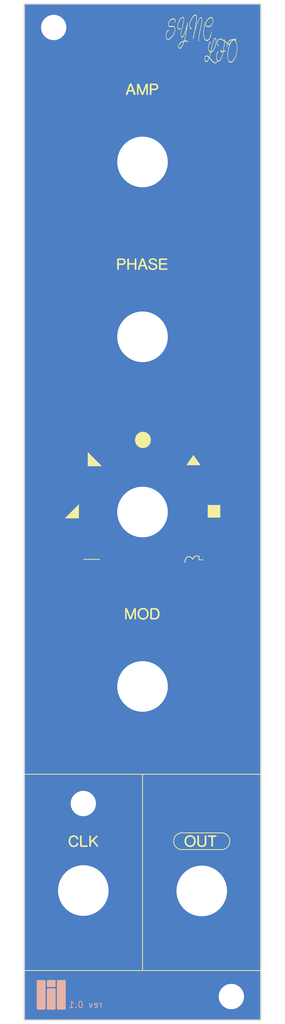
<source format=kicad_pcb>
(kicad_pcb (version 20221018) (generator pcbnew)
  (layers (0 "F.Cu" signal) (31 "B.Cu" signal) (34 "B.Paste" user) (35 "F.Paste" user) (36 "B.SilkS" user "B.Silkscreen") (37 "F.SilkS" user "F.Silkscreen") (38 "B.Mask" user) (39 "F.Mask" user) (44 "Edge.Cuts" user))
  (net 0 "")
  (footprint "MountingHole:MountingHole_3.2mm_M3" (layer "F.Cu") (at 23.75 13)
    (fp_text reference "REF**" hide)
    (fp_text value "MountingHole_3.2mm_M3" hide)
    (pad "" np_thru_hole circle (at 0 0) (size 3.2 3.2) (drill 3.2) (layers "*.Cu" "*.Mask"))
  )
  (footprint "MountingHole:MountingHole_6.4mm_M6" (layer "F.Cu") (at 35 52.1)
    (fp_text reference "REF**" hide)
    (fp_text value "MountingHole_6.4mm_M6" hide)
    (pad "" np_thru_hole circle (at 0 0) (size 6.4 6.4) (drill 6.4) (layers "*.Cu" "*.Mask"))
  )
  (footprint "MountingHole:MountingHole_6.4mm_M6" (layer "F.Cu") (at 35 30)
    (fp_text reference "REF**" hide)
    (fp_text value "MountingHole_6.4mm_M6" hide)
    (pad "" np_thru_hole circle (at 0 0) (size 6.4 6.4) (drill 6.4) (layers "*.Cu" "*.Mask"))
  )
  (footprint "MountingHole:MountingHole_3.2mm_M3" (layer "F.Cu") (at 46.25 135.5)
    (fp_text reference locked "REF**" hide)
    (fp_text value "MountingHole_3.2mm_M3" hide)
    (pad "" np_thru_hole circle (at 0 0) (size 3.2 3.2) (drill 3.2) (layers "*.Cu" "*.Mask"))
  )
  (footprint "MountingHole:MountingHole_6.4mm_M6" (layer "F.Cu") (at 42.5 122.15)
    (fp_text reference "REF**" hide)
    (fp_text value "MountingHole_6.4mm_M6" hide)
    (pad "" np_thru_hole circle (at 0 0) (size 6.4 6.4) (drill 6.4) (layers "*.Cu" "*.Mask"))
  )
  (footprint "MountingHole:MountingHole_6.4mm_M6" (layer "F.Cu") (at 35 96.3)
    (fp_text reference "REF**" hide)
    (fp_text value "MountingHole_6.4mm_M6" hide)
    (pad "" np_thru_hole circle (at 0 0) (size 6.4 6.4) (drill 6.4) (layers "*.Cu" "*.Mask"))
  )
  (footprint "MountingHole:MountingHole_3.2mm_M3" (layer "F.Cu") (at 27.5 111.1)
    (fp_text reference locked "REF**" hide)
    (fp_text value "MountingHole_3.2mm_M3" hide)
    (pad "" np_thru_hole circle (at 0 0) (size 3.2 3.2) (drill 3.2) (layers "*.Cu" "*.Mask"))
  )
  (footprint "MountingHole:MountingHole_6.4mm_M6" (layer "F.Cu") (at 27.5 122.1)
    (fp_text reference "REF**" hide)
    (fp_text value "MountingHole_6.4mm_M6" hide)
    (pad "" np_thru_hole circle (at 0 0) (size 6.4 6.4) (drill 6.4) (layers "*.Cu" "*.Mask"))
  )
  (footprint "MountingHole:MountingHole_6.4mm_M6" (layer "F.Cu") (at 35 74.25)
    (fp_text reference "REF**" hide)
    (fp_text value "MountingHole_6.4mm_M6" hide)
    (pad "" np_thru_hole circle (at 0 0) (size 6.4 6.4) (drill 6.4) (layers "*.Cu" "*.Mask"))
  )
  (gr_rect (start 20.1 10.1) (end 49.9 138.4) (fill solid) (layer "F.Cu"))
  (gr_rect (start 20.1 10.1) (end 49.9 138.4) (fill solid) (layer "B.Cu"))
  (gr_poly (pts (xy 23.849387 133.409812) (xy 23.857422 133.410428) (xy 23.865342 133.411442) (xy 23.87314 133.412844) (xy 23.880803 133.414624) (xy 23.888323 133.416772) (xy 23.895688 133.419278) (xy 23.90289 133.422131) (xy 23.909917 133.425321) (xy 23.916759 133.428838) (xy 23.923407 133.432671) (xy 23.929849 133.436812) (xy 23.936077 133.441249) (xy 23.942079 133.445972) (xy 23.947846 133.450972) (xy 23.953367 133.456237) (xy 23.958633 133.461758) (xy 23.963632 133.467525) (xy 23.968355 133.473527) (xy 23.972792 133.479755) (xy 23.976933 133.486198) (xy 23.980767 133.492845) (xy 23.984284 133.499688) (xy 23.987474 133.506715) (xy 23.990326 133.513916) (xy 23.992832 133.521281) (xy 23.99498 133.528801) (xy 23.99676 133.536465) (xy 23.998162 133.544262) (xy 23.999176 133.552183) (xy 23.999792 133.560217) (xy 24 133.568354) (xy 24 134.150438) (xy 23.999792 134.158575) (xy 23.999176 134.166609) (xy 23.998162 134.17453) (xy 23.99676 134.182327) (xy 23.99498 134.189991) (xy 23.992832 134.19751) (xy 23.990326 134.204876) (xy 23.987474 134.212077) (xy 23.984284 134.219104) (xy 23.980767 134.225946) (xy 23.976933 134.232594) (xy 23.972792 134.239037) (xy 23.968355 134.245264) (xy 23.963632 134.251267) (xy 23.958633 134.257033) (xy 23.953367 134.262555) (xy 23.947846 134.26782) (xy 23.942079 134.27282) (xy 23.936077 134.277543) (xy 23.929849 134.28198) (xy 23.923407 134.28612) (xy 23.916759 134.289954) (xy 23.909917 134.293471) (xy 23.90289 134.296661) (xy 23.895688 134.299514) (xy 23.888323 134.302019) (xy 23.880803 134.304167) (xy 23.87314 134.305947) (xy 23.865342 134.30735) (xy 23.857422 134.308364) (xy 23.849387 134.30898) (xy 23.84125 134.309188) (xy 23.034271 134.309188) (xy 23.026134 134.30898) (xy 23.018099 134.308364) (xy 23.010179 134.30735) (xy 23.002381 134.305947) (xy 22.994718 134.304167) (xy 22.987198 134.302019) (xy 22.979833 134.299514) (xy 22.972631 134.296661) (xy 22.965604 134.293471) (xy 22.958762 134.289954) (xy 22.952114 134.28612) (xy 22.945672 134.28198) (xy 22.939444 134.277543) (xy 22.933442 134.27282) (xy 22.927675 134.26782) (xy 22.922154 134.262555) (xy 22.916888 134.257033) (xy 22.911889 134.251267) (xy 22.907166 134.245264) (xy 22.902729 134.239037) (xy 22.898588 134.232594) (xy 22.894754 134.225946) (xy 22.891237 134.219104) (xy 22.888047 134.212077) (xy 22.885194 134.204876) (xy 22.882689 134.19751) (xy 22.880541 134.189991) (xy 22.878761 134.182327) (xy 22.877359 134.17453) (xy 22.876344 134.166609) (xy 22.875728 134.158575) (xy 22.875521 134.150438) (xy 22.875521 133.568354) (xy 22.875728 133.560217) (xy 22.876344 133.552183) (xy 22.877359 133.544262) (xy 22.878761 133.536465) (xy 22.880541 133.528801) (xy 22.882689 133.521281) (xy 22.885194 133.513916) (xy 22.888047 133.506715) (xy 22.891237 133.499688) (xy 22.894754 133.492845) (xy 22.898588 133.486198) (xy 22.902729 133.479755) (xy 22.907166 133.473527) (xy 22.911889 133.467525) (xy 22.916888 133.461758) (xy 22.922154 133.456237) (xy 22.927675 133.450972) (xy 22.933442 133.445972) (xy 22.939444 133.441249) (xy 22.945672 133.436812) (xy 22.952114 133.432671) (xy 22.958762 133.428838) (xy 22.965604 133.425321) (xy 22.972631 133.422131) (xy 22.979833 133.419278) (xy 22.987198 133.416772) (xy 22.994718 133.414624) (xy 23.002381 133.412844) (xy 23.010179 133.411442) (xy 23.018099 133.410428) (xy 23.026134 133.409812) (xy 23.034271 133.409604) (xy 23.84125 133.409604)) (fill solid) (layer "B.SilkS"))
  (gr_poly (pts (xy 22.574096 133.409812) (xy 22.58213 133.410428) (xy 22.590051 133.411442) (xy 22.597848 133.412844) (xy 22.605511 133.414625) (xy 22.613031 133.416772) (xy 22.620397 133.419278) (xy 22.627598 133.422131) (xy 22.634625 133.425321) (xy 22.641467 133.428838) (xy 22.648115 133.432671) (xy 22.654558 133.436812) (xy 22.660785 133.441249) (xy 22.666787 133.445972) (xy 22.672554 133.450972) (xy 22.678075 133.456237) (xy 22.683341 133.461758) (xy 22.68834 133.467525) (xy 22.693064 133.473527) (xy 22.697501 133.479755) (xy 22.701641 133.486198) (xy 22.705475 133.492845) (xy 22.708992 133.499688) (xy 22.712182 133.506715) (xy 22.715035 133.513916) (xy 22.71754 133.521282) (xy 22.719688 133.528801) (xy 22.721468 133.536465) (xy 22.72287 133.544262) (xy 22.723885 133.552183) (xy 22.724501 133.560217) (xy 22.724708 133.568354) (xy 22.724708 137.001323) (xy 22.724501 137.00934) (xy 22.723885 137.017262) (xy 22.72287 137.025077) (xy 22.721468 137.032776) (xy 22.719688 137.040348) (xy 22.71754 137.047782) (xy 22.715035 137.055069) (xy 22.712182 137.062198) (xy 22.708992 137.069158) (xy 22.705475 137.075939) (xy 22.701641 137.08253) (xy 22.697501 137.088922) (xy 22.693064 137.095104) (xy 22.68834 137.101065) (xy 22.683341 137.106794) (xy 22.678076 137.112283) (xy 22.672554 137.117519) (xy 22.666787 137.122493) (xy 22.660785 137.127194) (xy 22.654558 137.131612) (xy 22.648115 137.135736) (xy 22.641467 137.139557) (xy 22.634625 137.143063) (xy 22.627598 137.146244) (xy 22.620397 137.14909) (xy 22.613031 137.15159) (xy 22.605511 137.153735) (xy 22.597848 137.155512) (xy 22.590051 137.156913) (xy 22.58213 137.157927) (xy 22.574096 137.158542) (xy 22.565958 137.15875) (xy 21.758979 137.15875) (xy 21.750842 137.158542) (xy 21.742808 137.157926) (xy 21.734887 137.156912) (xy 21.72709 137.15551) (xy 21.719426 137.15373) (xy 21.711906 137.151582) (xy 21.704541 137.149076) (xy 21.69734 137.146223) (xy 21.690313 137.143034) (xy 21.68347 137.139517) (xy 21.676823 137.135683) (xy 21.67038 137.131542) (xy 21.664152 137.127105) (xy 21.65815 137.122382) (xy 21.652383 137.117383) (xy 21.646862 137.112117) (xy 21.641597 137.106596) (xy 21.636597 137.100829) (xy 21.631874 137.094827) (xy 21.627437 137.088599) (xy 21.623296 137.082157) (xy 21.619463 137.075509) (xy 21.615946 137.068667) (xy 21.612756 137.06164) (xy 21.609903 137.054438) (xy 21.607397 137.047073) (xy 21.605249 137.039553) (xy 21.603469 137.03189) (xy 21.602067 137.024092) (xy 21.601053 137.016172) (xy 21.600437 137.008137) (xy 21.600229 137) (xy 21.600229 133.568354) (xy 21.600437 133.560217) (xy 21.601053 133.552183) (xy 21.602067 133.544262) (xy 21.603469 133.536465) (xy 21.605249 133.528801) (xy 21.607397 133.521282) (xy 21.609903 133.513916) (xy 21.612756 133.506715) (xy 21.615946 133.499688) (xy 21.619463 133.492845) (xy 21.623296 133.486198) (xy 21.627437 133.479755) (xy 21.631874 133.473527) (xy 21.636597 133.467525) (xy 21.641597 133.461758) (xy 21.646862 133.456237) (xy 21.652383 133.450972) (xy 21.65815 133.445972) (xy 21.664152 133.441249) (xy 21.67038 133.436812) (xy 21.676823 133.432671) (xy 21.68347 133.428838) (xy 21.690313 133.425321) (xy 21.69734 133.422131) (xy 21.704541 133.419278) (xy 21.711906 133.416772) (xy 21.719426 133.414625) (xy 21.72709 133.412844) (xy 21.734887 133.411442) (xy 21.742808 133.410428) (xy 21.750842 133.409812) (xy 21.758979 133.409604) (xy 22.565958 133.409604)) (fill solid) (layer "B.SilkS"))
  (gr_poly (pts (xy 23.849387 134.458885) (xy 23.857422 134.459501) (xy 23.865342 134.460515) (xy 23.87314 134.461917) (xy 23.880803 134.463697) (xy 23.888323 134.465845) (xy 23.895688 134.468351) (xy 23.90289 134.471203) (xy 23.909917 134.474393) (xy 23.916759 134.47791) (xy 23.923407 134.481744) (xy 23.929849 134.485885) (xy 23.936077 134.490322) (xy 23.942079 134.495045) (xy 23.947846 134.500045) (xy 23.953367 134.50531) (xy 23.958633 134.510831) (xy 23.963632 134.516598) (xy 23.968355 134.5226) (xy 23.972792 134.528828) (xy 23.976933 134.535271) (xy 23.980767 134.541918) (xy 23.984284 134.548761) (xy 23.987474 134.555787) (xy 23.990326 134.562989) (xy 23.992832 134.570354) (xy 23.99498 134.577874) (xy 23.99676 134.585538) (xy 23.998162 134.593335) (xy 23.999176 134.601256) (xy 23.999792 134.60929) (xy 24 134.617427) (xy 24 137) (xy 23.999792 137.008137) (xy 23.999176 137.016172) (xy 23.998162 137.024092) (xy 23.99676 137.03189) (xy 23.99498 137.039553) (xy 23.992832 137.047073) (xy 23.990326 137.054438) (xy 23.987474 137.06164) (xy 23.984284 137.068667) (xy 23.980767 137.075509) (xy 23.976933 137.082157) (xy 23.972792 137.088599) (xy 23.968355 137.094827) (xy 23.963632 137.100829) (xy 23.958633 137.106596) (xy 23.953367 137.112117) (xy 23.947846 137.117383) (xy 23.942079 137.122382) (xy 23.936077 137.127105) (xy 23.929849 137.131542) (xy 23.923407 137.135683) (xy 23.916759 137.139517) (xy 23.909917 137.143034) (xy 23.90289 137.146223) (xy 23.895688 137.149076) (xy 23.888323 137.151582) (xy 23.880803 137.15373) (xy 23.87314 137.15551) (xy 23.865342 137.156912) (xy 23.857422 137.157926) (xy 23.849387 137.158542) (xy 23.84125 137.15875) (xy 23.034271 137.15875) (xy 23.026134 137.158542) (xy 23.018099 137.157926) (xy 23.010179 137.156912) (xy 23.002381 137.15551) (xy 22.994718 137.15373) (xy 22.987198 137.151582) (xy 22.979833 137.149076) (xy 22.972631 137.146223) (xy 22.965604 137.143034) (xy 22.958762 137.139517) (xy 22.952114 137.135683) (xy 22.945672 137.131542) (xy 22.939444 137.127105) (xy 22.933442 137.122382) (xy 22.927675 137.117383) (xy 22.922154 137.112117) (xy 22.916888 137.106596) (xy 22.911889 137.100829) (xy 22.907166 137.094827) (xy 22.902729 137.088599) (xy 22.898588 137.082157) (xy 22.894754 137.075509) (xy 22.891237 137.068667) (xy 22.888047 137.06164) (xy 22.885194 137.054438) (xy 22.882689 137.047073) (xy 22.880541 137.039553) (xy 22.878761 137.03189) (xy 22.877359 137.024092) (xy 22.876344 137.016172) (xy 22.875728 137.008137) (xy 22.875521 137) (xy 22.875521 134.617427) (xy 22.875728 134.60929) (xy 22.876344 134.601256) (xy 22.877359 134.593335) (xy 22.878761 134.585538) (xy 22.880541 134.577874) (xy 22.882689 134.570354) (xy 22.885194 134.562989) (xy 22.888047 134.555787) (xy 22.891237 134.548761) (xy 22.894754 134.541918) (xy 22.898588 134.535271) (xy 22.902729 134.528828) (xy 22.907166 134.5226) (xy 22.911889 134.516598) (xy 22.916888 134.510831) (xy 22.922154 134.50531) (xy 22.927675 134.500045) (xy 22.933442 134.495045) (xy 22.939444 134.490322) (xy 22.945672 134.485885) (xy 22.952114 134.481744) (xy 22.958762 134.47791) (xy 22.965604 134.474393) (xy 22.972631 134.471203) (xy 22.979833 134.468351) (xy 22.987198 134.465845) (xy 22.994718 134.463697) (xy 23.002381 134.461917) (xy 23.010179 134.460515) (xy 23.018099 134.459501) (xy 23.026134 134.458885) (xy 23.034271 134.458677) (xy 23.84125 134.458677)) (fill solid) (layer "B.SilkS"))
  (gr_poly (pts (xy 25.124679 133.409812) (xy 25.132713 133.410428) (xy 25.140634 133.411442) (xy 25.148431 133.412844) (xy 25.156095 133.414625) (xy 25.163614 133.416772) (xy 25.17098 133.419278) (xy 25.178181 133.422131) (xy 25.185208 133.425321) (xy 25.19205 133.428838) (xy 25.198698 133.432671) (xy 25.205141 133.436812) (xy 25.211368 133.441249) (xy 25.217371 133.445972) (xy 25.223137 133.450972) (xy 25.228659 133.456237) (xy 25.233924 133.461758) (xy 25.238924 133.467525) (xy 25.243647 133.473527) (xy 25.248084 133.479755) (xy 25.252224 133.486198) (xy 25.256058 133.492845) (xy 25.259575 133.499688) (xy 25.262765 133.506715) (xy 25.265618 133.513916) (xy 25.268123 133.521282) (xy 25.270271 133.528801) (xy 25.272051 133.536465) (xy 25.273454 133.544262) (xy 25.274468 133.552183) (xy 25.275084 133.560217) (xy 25.275291 133.568354) (xy 25.275291 137.001323) (xy 25.275084 137.00934) (xy 25.274468 137.017262) (xy 25.273454 137.025077) (xy 25.272051 137.032776) (xy 25.270271 137.040348) (xy 25.268123 137.047782) (xy 25.265618 137.055069) (xy 25.262765 137.062198) (xy 25.259575 137.069158) (xy 25.256058 137.075939) (xy 25.252224 137.08253) (xy 25.248084 137.088922) (xy 25.243647 137.095104) (xy 25.238924 137.101065) (xy 25.233924 137.106794) (xy 25.228659 137.112283) (xy 25.223137 137.117519) (xy 25.217371 137.122493) (xy 25.211368 137.127194) (xy 25.205141 137.131612) (xy 25.198698 137.135736) (xy 25.19205 137.139557) (xy 25.185208 137.143063) (xy 25.178181 137.146244) (xy 25.17098 137.14909) (xy 25.163614 137.15159) (xy 25.156095 137.153735) (xy 25.148431 137.155512) (xy 25.140634 137.156913) (xy 25.132713 137.157927) (xy 25.124679 137.158542) (xy 25.116542 137.15875) (xy 24.309562 137.15875) (xy 24.301425 137.158542) (xy 24.293391 137.157926) (xy 24.28547 137.156912) (xy 24.277673 137.15551) (xy 24.270009 137.15373) (xy 24.26249 137.151582) (xy 24.255124 137.149076) (xy 24.247923 137.146223) (xy 24.240896 137.143034) (xy 24.234053 137.139517) (xy 24.227406 137.135683) (xy 24.220963 137.131542) (xy 24.214736 137.127105) (xy 24.208733 137.122382) (xy 24.202966 137.117383) (xy 24.197445 137.112117) (xy 24.19218 137.106596) (xy 24.18718 137.100829) (xy 24.182457 137.094827) (xy 24.17802 137.088599) (xy 24.17388 137.082157) (xy 24.170046 137.075509) (xy 24.166529 137.068667) (xy 24.163339 137.06164) (xy 24.160486 137.054438) (xy 24.157981 137.047073) (xy 24.155833 137.039553) (xy 24.154053 137.03189) (xy 24.15265 137.024092) (xy 24.151636 137.016172) (xy 24.15102 137.008137) (xy 24.150813 137) (xy 24.150813 133.568354) (xy 24.15102 133.560217) (xy 24.151636 133.552183) (xy 24.15265 133.544262) (xy 24.154053 133.536465) (xy 24.155833 133.528801) (xy 24.157981 133.521282) (xy 24.160486 133.513916) (xy 24.163339 133.506715) (xy 24.166529 133.499688) (xy 24.170046 133.492845) (xy 24.17388 133.486198) (xy 24.17802 133.479755) (xy 24.182457 133.473527) (xy 24.18718 133.467525) (xy 24.19218 133.461758) (xy 24.197445 133.456237) (xy 24.202966 133.450972) (xy 24.208733 133.445972) (xy 24.214736 133.441249) (xy 24.220963 133.436812) (xy 24.227406 133.432671) (xy 24.234053 133.428838) (xy 24.240896 133.425321) (xy 24.247923 133.422131) (xy 24.255124 133.419278) (xy 24.26249 133.416772) (xy 24.270009 133.414625) (xy 24.277673 133.412844) (xy 24.28547 133.411442) (xy 24.293391 133.410428) (xy 24.301425 133.409812) (xy 24.309562 133.409604) (xy 25.116542 133.409604)) (fill solid) (layer "B.SilkS"))
  (gr_poly (pts (xy 43.687873 11.68504) (xy 43.695812 11.68556) (xy 43.703753 11.686424) (xy 43.711696 11.687634) (xy 43.719644 11.689186) (xy 43.727597 11.69108) (xy 43.735557 11.693315) (xy 43.743523 11.695891) (xy 43.751498 11.698805) (xy 43.759482 11.702057) (xy 43.767477 11.705647) (xy 43.775483 11.709572) (xy 43.783501 11.713832) (xy 43.791533 11.718426) (xy 43.79958 11.723352) (xy 43.807642 11.728611) (xy 43.815571 11.734299) (xy 43.82335 11.740386) (xy 43.830976 11.746869) (xy 43.838449 11.753752) (xy 43.845768 11.761033) (xy 43.852929 11.768714) (xy 43.859933 11.776795) (xy 43.866776 11.785276) (xy 43.873459 11.794158) (xy 43.879978 11.803442) (xy 43.886334 11.813128) (xy 43.892523 11.823216) (xy 43.898546 11.833707) (xy 43.904399 11.844602) (xy 43.910082 11.855902) (xy 43.915592 11.867605) (xy 43.920909 11.879776) (xy 43.925878 11.892475) (xy 43.930502 11.905703) (xy 43.934779 11.919458) (xy 43.938712 11.93374) (xy 43.9423 11.948549) (xy 43.945544 11.963884) (xy 43.948444 11.979745) (xy 43.951001 11.99613) (xy 43.953215 12.01304) (xy 43.955087 12.030474) (xy 43.956618 12.048431) (xy 43.957808 12.066912) (xy 43.958657 12.085915) (xy 43.959166 12.10544) (xy 43.959335 12.125486) (xy 43.959073 12.14819) (xy 43.958294 12.17079) (xy 43.95701 12.193283) (xy 43.955235 12.215665) (xy 43.95298 12.23793) (xy 43.950258 12.260076) (xy 43.947081 12.282098) (xy 43.943462 12.303991) (xy 43.939345 12.325571) (xy 43.934929 12.346655) (xy 43.930216 12.367243) (xy 43.925206 12.387335) (xy 43.919898 12.406931) (xy 43.914292 12.42603) (xy 43.908389 12.444634) (xy 43.902187 12.462741) (xy 43.894113 12.485793) (xy 43.885767 12.50825) (xy 43.877147 12.530113) (xy 43.868254 12.551382) (xy 43.859089 12.572058) (xy 43.849651 12.592141) (xy 43.839939 12.611632) (xy 43.829956 12.630531) (xy 43.819699 12.648839) (xy 43.809169 12.666557) (xy 43.798367 12.683684) (xy 43.787292 12.700221) (xy 43.775944 12.71617) (xy 43.764323 12.73153) (xy 43.752429 12.746301) (xy 43.740263 12.760486) (xy 43.727848 12.77412) (xy 43.71534 12.787242) (xy 43.702739 12.799851) (xy 43.690042 12.811947) (xy 43.677247 12.823531) (xy 43.664354 12.834602) (xy 43.651361 12.845161) (xy 43.638266 12.855206) (xy 43.625067 12.86474) (xy 43.611764 12.87376) (xy 43.598354 12.882268) (xy 43.584836 12.890264) (xy 43.571209 12.897746) (xy 43.55747 12.904717) (xy 43.543619 12.911174) (xy 43.529654 12.917119) (xy 43.515734 12.92263) (xy 43.50189 12.927785) (xy 43.488123 12.932585) (xy 43.474433 12.937029) (xy 43.460821 12.941117) (xy 43.447289 12.944851) (xy 43.433838 12.948228) (xy 43.420468 12.95125) (xy 43.407181 12.953917) (xy 43.393978 12.956228) (xy 43.38086 12.958183) (xy 43.367827 12.959783) (xy 43.354882 12.961027) (xy 43.342024 12.961916) (xy 43.329255 12.962449) (xy 43.316576 12.962627) (xy 43.308796 12.962495) (xy 43.300933 12.962098) (xy 43.292987 12.961437) (xy 43.284959 12.960511) (xy 43.276848 12.95932) (xy 43.268654 12.957865) (xy 43.260377 12.956145) (xy 43.252018 12.954161) (xy 43.243576 12.951912) (xy 43.235052 12.949398) (xy 43.226444 12.94662) (xy 43.217755 12.943577) (xy 43.208982 12.94027) (xy 43.200127 12.936698) (xy 43.191189 12.932862) (xy 43.182169 12.928761) (xy 43.173136 12.924449) (xy 43.164159 12.919849) (xy 43.155239 12.914961) (xy 43.146373 12.909788) (xy 43.137561 12.904329) (xy 43.128802 12.898586) (xy 43.120095 12.892559) (xy 43.111438 12.886251) (xy 43.10283 12.879661) (xy 43.094271 12.872792) (xy 43.08576 12.865643) (xy 43.077295 12.858216) (xy 43.068876 12.850512) (xy 43.060501 12.842533) (xy 43.05217 12.834278) (xy 43.04388 12.825749) (xy 43.035765 12.816952) (xy 43.027824 12.80789) (xy 43.020058 12.798563) (xy 43.012467 12.788972) (xy 43.005051 12.779117) (xy 42.997812 12.768996) (xy 42.990749 12.758611) (xy 42.983864 12.747962) (xy 42.977157 12.737048) (xy 42.970627 12.725869) (xy 42.964277 12.714426) (xy 42.958106 12.702718) (xy 42.952115 12.690746) (xy 42.946304 12.678509) (xy 42.940673 12.666007) (xy 42.935225 12.653241) (xy 42.916438 12.709482) (xy 42.898437 12.767084) (xy 42.881213 12.826049) (xy 42.864758 12.886383) (xy 42.849064 12.94809) (xy 42.834122 13.011173) (xy 42.819924 13.075637) (xy 42.806461 13.141486) (xy 42.794191 13.20816) (xy 42.78357 13.275359) (xy 42.774594 13.34308) (xy 42.767259 13.411317) (xy 42.761561 13.480066) (xy 42.757497 13.549324) (xy 42.755061 13.619087) (xy 42.75425 13.68935) (xy 42.755026 13.750187) (xy 42.757353 13.809663) (xy 42.761226 13.867776) (xy 42.766641 13.92452) (xy 42.773594 13.979892) (xy 42.78208 14.033887) (xy 42.792097 14.086501) (xy 42.803638 14.13773) (xy 42.816553 14.186957) (xy 42.82347 14.210587) (xy 42.830692 14.233559) (xy 42.83822 14.255872) (xy 42.846054 14.277523) (xy 42.854194 14.298512) (xy 42.86264 14.318838) (xy 42.871392 14.338497) (xy 42.88045 14.357489) (xy 42.889814 14.375813) (xy 42.899483 14.393467) (xy 42.909459 14.410448) (xy 42.91974 14.426757) (xy 42.930328 14.44239) (xy 42.941221 14.457347) (xy 42.952313 14.47151) (xy 42.963628 14.484764) (xy 42.975164 14.497106) (xy 42.986923 14.508538) (xy 42.998902 14.519058) (xy 43.011103 14.528667) (xy 43.023523 14.537362) (xy 43.036163 14.545144) (xy 43.049022 14.552013) (xy 43.0621 14.557968) (xy 43.075396 14.563008) (xy 43.088909 14.567132) (xy 43.10264 14.570341) (xy 43.116587 14.572634) (xy 43.13075 14.57401) (xy 43.145128 14.574469) (xy 43.156076 14.574151) (xy 43.167089 14.573196) (xy 43.178167 14.571606) (xy 43.189309 14.569381) (xy 43.200516 14.566522) (xy 43.211786 14.563028) (xy 43.223119 14.558901) (xy 43.234514 14.55414) (xy 43.245972 14.548747) (xy 43.257491 14.542723) (xy 43.269071 14.536066) (xy 43.280712 14.528779) (xy 43.292412 14.520861) (xy 43.304172 14.512314) (xy 43.31599 14.503136) (xy 43.327868 14.49333) (xy 43.339794 14.482685) (xy 43.351763 14.470991) (xy 43.363774 14.458249) (xy 43.375828 14.44446) (xy 43.387926 14.429625) (xy 43.400067 14.413745) (xy 43.412253 14.396821) (xy 43.424484 14.378854) (xy 43.43676 14.359845) (xy 43.449083 14.339796) (xy 43.461452 14.318707) (xy 43.473867 14.29658) (xy 43.486331 14.273414) (xy 43.498842 14.249212) (xy 43.511402 14.223975) (xy 43.524012 14.197702) (xy 43.549179 14.141396) (xy 43.574405 14.079632) (xy 43.59968 14.012412) (xy 43.624996 13.939734) (xy 43.650345 13.861599) (xy 43.675719 13.778007) (xy 43.701109 13.688958) (xy 43.726507 13.594453) (xy 43.727132 13.591989) (xy 43.727814 13.589623) (xy 43.728556 13.587356) (xy 43.729357 13.585187) (xy 43.730218 13.583114) (xy 43.73114 13.581139) (xy 43.732122 13.579259) (xy 43.733166 13.577475) (xy 43.734272 13.575786) (xy 43.735441 13.574192) (xy 43.736672 13.572692) (xy 43.737967 13.571285) (xy 43.739326 13.569971) (xy 43.74075 13.56875) (xy 43.742239 13.567621) (xy 43.743793 13.566583) (xy 43.745356 13.566638) (xy 43.746869 13.566802) (xy 43.748332 13.567076) (xy 43.749746 13.567459) (xy 43.75111 13.567951) (xy 43.752425 13.568553) (xy 43.75369 13.569263) (xy 43.754905 13.570083) (xy 43.756071 13.571012) (xy 43.757187 13.57205) (xy 43.758254 13.573197) (xy 43.759271 13.574452) (xy 43.760238 13.575817) (xy 43.761156 13.57729) (xy 43.762024 13.578872) (xy 43.762843 13.580562) (xy 43.763612 13.582361) (xy 43.764331 13.584268) (xy 43.765001 13.586284) (xy 43.765621 13.588408) (xy 43.766192 13.59064) (xy 43.766713 13.59298) (xy 43.767184 13.595429) (xy 43.767606 13.597986) (xy 43.767978 13.60065) (xy 43.768301 13.603423) (xy 43.768573 13.606304) (xy 43.768797 13.609292) (xy 43.76897 13.612388) (xy 43.769094 13.615592) (xy 43.769169 13.618903) (xy 43.769194 13.622322) (xy 43.769112 13.626356) (xy 43.768869 13.630518) (xy 43.768468 13.634805) (xy 43.767915 13.639211) (xy 43.767213 13.643733) (xy 43.766366 13.648367) (xy 43.765378 13.653108) (xy 43.764254 13.657952) (xy 43.747569 13.72959) (xy 43.730061 13.799521) (xy 43.711735 13.867757) (xy 43.692595 13.93431) (xy 43.672644 13.999192) (xy 43.651888 14.062417) (xy 43.630329 14.123997) (xy 43.607973 14.183944) (xy 43.584807 14.241458) (xy 43.560822 14.296) (xy 43.536027 14.347574) (xy 43.51043 14.396184) (xy 43.484039 14.441833) (xy 43.456863 14.484527) (xy 43.442983 14.504767) (xy 43.42891 14.524269) (xy 43.414645 14.543034) (xy 43.400188 14.561063) (xy 43.385475 14.578108) (xy 43.370572 14.594054) (xy 43.35548 14.608899) (xy 43.340199 14.622645) (xy 43.324731 14.635291) (xy 43.309074 14.646838) (xy 43.293231 14.657285) (xy 43.277201 14.666632) (xy 43.260985 14.67488) (xy 43.244583 14.682028) (xy 43.227996 14.688076) (xy 43.211225 14.693024) (xy 43.19427 14.696873) (xy 43.177131 14.699622) (xy 43.15981 14.701272) (xy 43.142305 14.701822) (xy 43.141245 14.701469) (xy 43.125093 14.70094) (xy 43.109181 14.699353) (xy 43.09351 14.696709) (xy 43.078081 14.693008) (xy 43.062893 14.688251) (xy 43.047948 14.682438) (xy 43.033245 14.675569) (xy 43.018786 14.667646) (xy 43.004571 14.658669) (xy 42.990601 14.648638) (xy 42.976875 14.637554) (xy 42.963395 14.625418) (xy 42.95016 14.612229) (xy 42.937172 14.597988) (xy 42.924431 14.582697) (xy 42.911938 14.566355) (xy 42.89973 14.549124) (xy 42.887846 14.531165) (xy 42.876288 14.512479) (xy 42.865057 14.493065) (xy 42.854155 14.472924) (xy 42.843583 14.452055) (xy 42.833342 14.430458) (xy 42.823435 14.408134) (xy 42.813863 14.385082) (xy 42.804627 14.361303) (xy 42.795729 14.336796) (xy 42.787171 14.311561) (xy 42.778953 14.285599) (xy 42.771079 14.258909) (xy 42.763548 14.231492) (xy 42.756363 14.203347) (xy 42.743216 14.145603) (xy 42.731822 14.086412) (xy 42.722182 14.025782) (xy 42.714294 13.963722) (xy 42.708159 13.90024) (xy 42.703777 13.835344) (xy 42.701148 13.769043) (xy 42.700272 13.701344) (xy 42.700686 13.650659) (xy 42.701931 13.599937) (xy 42.704011 13.549173) (xy 42.70693 13.498364) (xy 42.710693 13.447506) (xy 42.715303 13.396593) (xy 42.720764 13.345623) (xy 42.727081 13.294591) (xy 42.734125 13.243741) (xy 42.741765 13.193322) (xy 42.750001 13.143332) (xy 42.758832 13.093772) (xy 42.768258 13.044643) (xy 42.77828 12.995943) (xy 42.788896 12.947673) (xy 42.800108 12.899833) (xy 42.811798 12.85282) (xy 42.823848 12.807036) (xy 42.836254 12.762483) (xy 42.849011 12.719167) (xy 42.862115 12.67709) (xy 42.875563 12.636258) (xy 42.889349 12.596675) (xy 42.896193 12.5781) (xy 42.966272 12.5781) (xy 42.970361 12.589865) (xy 42.97469 12.601351) (xy 42.97926 12.612556) (xy 42.984071 12.623481) (xy 42.989124 12.634128) (xy 42.994419 12.644496) (xy 42.999958 12.654586) (xy 43.005739 12.664398) (xy 43.011765 12.673933) (xy 43.018035 12.683192) (xy 43.02455 12.692175) (xy 43.03131 12.700883) (xy 43.038316 12.709315) (xy 43.045569 12.717474) (xy 43.053069 12.725358) (xy 43.060816 12.732969) (xy 43.068654 12.740257) (xy 43.076557 12.747306) (xy 43.084524 12.754113) (xy 43.092554 12.760679) (xy 43.100647 12.767003) (xy 43.1088 12.773085) (xy 43.117013 12.778923) (xy 43.125286 12.784519) (xy 43.133616 12.78987) (xy 43.142003 12.794977) (xy 43.150446 12.79984) (xy 43.158943 12.804456) (xy 43.167495 12.808827) (xy 43.176099 12.812951) (xy 43.184754 12.816828) (xy 43.19346 12.820458) (xy 43.210644 12.826923) (xy 43.227273 12.832552) (xy 43.243356 12.837338) (xy 43.251195 12.839412) (xy 43.258902 12.841272) (xy 43.266475 12.842917) (xy 43.273918 12.844346) (xy 43.28123 12.845559) (xy 43.288413 12.846553) (xy 43.295468 12.847328) (xy 43.302396 12.847883) (xy 43.309198 12.848216) (xy 43.315874 12.848328) (xy 43.315872 12.847975) (xy 43.327228 12.847826) (xy 43.338674 12.84738) (xy 43.350209 12.846638) (xy 43.361832 12.845599) (xy 43.373541 12.844265) (xy 43.385337 12.842636) (xy 43.397217 12.840712) (xy 43.409181 12.838494) (xy 43.421227 12.835982) (xy 43.433355 12.833178) (xy 43.445564 12.830081) (xy 43.457853 12.826692) (xy 43.47022 12.823012) (xy 43.482664 12.819041) (xy 43.507782 12.810228) (xy 43.520445 12.80532) (xy 43.533033 12.799992) (xy 43.545547 12.794241) (xy 43.557987 12.788069) (xy 43.570352 12.781475) (xy 43.582643 12.774459) (xy 43.594859 12.767022) (xy 43.607001 12.759163) (xy 43.619069 12.750882) (xy 43.631062 12.74218) (xy 43.642981 12.733056) (xy 43.654826 12.72351) (xy 43.666596 12.713543) (xy 43.678291 12.703154) (xy 43.689913 12.692343) (xy 43.70146 12.681111) (xy 43.712895 12.669465) (xy 43.724052 12.657284) (xy 43.734933 12.644568) (xy 43.745541 12.63132) (xy 43.755878 12.61754) (xy 43.765947 12.60323) (xy 43.77575 12.588393) (xy 43.78529 12.573029) (xy 43.794569 12.557139) (xy 43.803591 12.540727) (xy 43.812357 12.523792) (xy 43.82087 12.506337) (xy 43.829134 12.488363) (xy 43.83715 12.469872) (xy 43.844921 12.450865) (xy 43.852449 12.431344) (xy 43.85789 12.415287) (xy 43.863099 12.398861) (xy 43.868076 12.382063) (xy 43.872823 12.36489) (xy 43.877337 12.347336) (xy 43.88162 12.329397) (xy 43.885672 12.31107) (xy 43.889492 12.29235) (xy 43.893081 12.273484) (xy 43.896178 12.254465) (xy 43.898788 12.235305) (xy 43.900913 12.216017) (xy 43.902559 12.196614) (xy 43.90373 12.177107) (xy 43.904429 12.157509) (xy 43.904661 12.137833) (xy 43.904116 12.105948) (xy 43.902479 12.075898) (xy 43.901251 12.061557) (xy 43.89975 12.047668) (xy 43.897977 12.03423) (xy 43.89593 12.02124) (xy 43.893611 12.008697) (xy 43.891019 11.996598) (xy 43.888154 11.984941) (xy 43.885016 11.973725) (xy 43.881605 11.962947) (xy 43.877922 11.952605) (xy 43.873965 11.942698) (xy 43.869736 11.933222) (xy 43.865308 11.924193) (xy 43.860756 11.915494) (xy 43.856081 11.907125) (xy 43.851281 11.899085) (xy 43.846357 11.891374) (xy 43.84131 11.883991) (xy 43.836138 11.876935) (xy 43.830842 11.870207) (xy 43.825422 11.863805) (xy 43.819878 11.85773) (xy 43.814211 11.851979) (xy 43.808419 11.846554) (xy 43.802503 11.841454) (xy 43.796463 11.836677) (xy 43.7903 11.832224) (xy 43.784012 11.828094) (xy 43.777662 11.82425) (xy 43.771313 11.820653) (xy 43.764963 11.817304) (xy 43.758613 11.814204) (xy 43.752263 11.811351) (xy 43.745913 11.808747) (xy 43.739563 11.80639) (xy 43.733213 11.804282) (xy 43.726863 11.802421) (xy 43.720512 11.800809) (xy 43.714162 11.799445) (xy 43.707812 11.798329) (xy 43.701462 11.79746) (xy 43.695111 11.79684) (xy 43.688761 11.796468) (xy 43.682411 11.796344) (xy 43.677235 11.79641) (xy 43.672021 11.796603) (xy 43.666766 11.796921) (xy 43.661465 11.797358) (xy 43.656115 11.797912) (xy 43.65071 11.798577) (xy 43.645249 11.799349) (xy 43.639725 11.800225) (xy 43.634169 11.801333) (xy 43.628612 11.802545) (xy 43.623056 11.803865) (xy 43.6175 11.805296) (xy 43.611944 11.806843) (xy 43.606387 11.80851) (xy 43.600831 11.8103) (xy 43.595274 11.812219) (xy 43.573091 11.820706) (xy 43.55099 11.830294) (xy 43.528974 11.84098) (xy 43.507041 11.852767) (xy 43.485194 11.865653) (xy 43.463431 11.879638) (xy 43.441755 11.894724) (xy 43.420164 11.910909) (xy 43.398661 11.928194) (xy 43.377244 11.946578) (xy 43.355916 11.966062) (xy 43.334676 11.986646) (xy 43.313525 12.008329) (xy 43.292463 12.031112) (xy 43.271492 12.054995) (xy 43.25061 12.079978) (xy 43.229965 12.105861) (xy 43.2097 12.132447) (xy 43.189816 12.159735) (xy 43.170314 12.187723) (xy 43.151195 12.216413) (xy 43.132459 12.245803) (xy 43.114106 12.275893) (xy 43.096138 12.306681) (xy 43.078553 12.338169) (xy 43.061354 12.370354) (xy 43.04454 12.403237) (xy 43.028113 12.436818) (xy 43.012071 12.471095) (xy 42.996417 12.506068) (xy 42.981151 12.541736) (xy 42.966272 12.5781) (xy 42.896193 12.5781) (xy 42.903471 12.558344) (xy 42.901832 12.549432) (xy 42.900346 12.54043) (xy 42.899 12.531344) (xy 42.897782 12.522184) (xy 42.89668 12.512958) (xy 42.895682 12.503674) (xy 42.893946 12.484966) (xy 42.892557 12.466258) (xy 42.891565 12.447748) (xy 42.890969 12.429503) (xy 42.89077 12.411588) (xy 42.89077 12.395713) (xy 42.890835 12.387874) (xy 42.891029 12.38023) (xy 42.891346 12.372775) (xy 42.891784 12.365507) (xy 42.892337 12.35842) (xy 42.893002 12.351511) (xy 42.893775 12.344776) (xy 42.894651 12.338211) (xy 42.895222 12.335131) (xy 42.895877 12.332242) (xy 42.896618 12.329546) (xy 42.897446 12.327043) (xy 42.898363 12.324734) (xy 42.899371 12.322621) (xy 42.90047 12.320704) (xy 42.901663 12.318984) (xy 42.902951 12.317463) (xy 42.903631 12.316777) (xy 42.904336 12.316141) (xy 42.905065 12.315556) (xy 42.905818 12.31502) (xy 42.906597 12.314535) (xy 42.907401 12.3141) (xy 42.90823 12.313716) (xy 42.909084 12.313383) (xy 42.909965 12.313101) (xy 42.910871 12.31287) (xy 42.911803 12.31269) (xy 42.912762 12.312561) (xy 42.913747 12.312484) (xy 42.914759 12.312458) (xy 42.915517 12.312473) (xy 42.916272 12.31252) (xy 42.917022 12.312597) (xy 42.917767 12.312706) (xy 42.918508 12.312845) (xy 42.919244 12.313016) (xy 42.919975 12.313217) (xy 42.920702 12.31345) (xy 42.922138 12.314008) (xy 42.923553 12.31469) (xy 42.924945 12.315496) (xy 42.926313 12.316426) (xy 42.927656 12.317481) (xy 42.928973 12.318659) (xy 42.930264 12.319961) (xy 42.931527 12.321387) (xy 42.93276 12.322938) (xy 42.933964 12.324612) (xy 42.935137 12.32641) (xy 42.936277 12.328333) (xy 42.937361 12.330363) (xy 42.938363 12.332484) (xy 42.939286 12.334697) (xy 42.94013 12.337003) (xy 42.940898 12.339402) (xy 42.941592 12.341895) (xy 42.942211 12.344481) (xy 42.94276 12.347162) (xy 42.943237 12.349938) (xy 42.943646 12.35281) (xy 42.943988 12.355778) (xy 42.944264 12.358843) (xy 42.944477 12.362004) (xy 42.944626 12.365264) (xy 42.944715 12.368621) (xy 42.944744 12.372077) (xy 42.944733 12.383851) (xy 42.944656 12.395361) (xy 42.944447 12.406605) (xy 42.94404 12.417586) (xy 42.943632 12.428715) (xy 42.943423 12.439943) (xy 42.943346 12.45137) (xy 42.943335 12.463094) (xy 42.974868 12.390252) (xy 43.00781 12.320423) (xy 43.042151 12.253612) (xy 43.077876 12.189824) (xy 43.114973 12.129061) (xy 43.15343 12.071329) (xy 43.193235 12.016631) (xy 43.213639 11.990421) (xy 43.234375 11.964972) (xy 43.255339 11.94044) (xy 43.276427 11.916982) (xy 43.297638 11.894596) (xy 43.318971 11.873283) (xy 43.340426 11.85304) (xy 43.362003 11.833867) (xy 43.3837 11.815762) (xy 43.405518 11.798725) (xy 43.427456 11.782755) (xy 43.449513 11.76785) (xy 43.471689 11.75401) (xy 43.493983 11.741234) (xy 43.516395 11.729519) (xy 43.538924 11.718867) (xy 43.56157 11.709274) (xy 43.584332 11.700741) (xy 43.5903 11.698823) (xy 43.596293 11.697032) (xy 43.602303 11.695365) (xy 43.608321 11.693818) (xy 43.614339 11.692387) (xy 43.620348 11.691068) (xy 43.626341 11.689856) (xy 43.632309 11.688747) (xy 43.638262 11.687871) (xy 43.644215 11.687099) (xy 43.650168 11.686434) (xy 43.656121 11.685881) (xy 43.662075 11.685443) (xy 43.668028 11.685125) (xy 43.673982 11.684932) (xy 43.679935 11.684866)) (fill solid) (layer "F.SilkS"))
  (gr_line (start 35.757502 65.7986) (end 35.787557 65.763913) (stroke (width 0.1)) (layer "F.SilkS"))
  (gr_line (start 40.375226 80.576797) (end 40.378912 80.520503) (stroke (width 0.1)) (layer "F.SilkS"))
  (gr_line (start 35.692633 65.863453) (end 35.725841 65.8318) (stroke (width 0.1)) (layer "F.SilkS"))
  (gr_line (start 34.515344 65.948434) (end 34.554133 65.973309) (stroke (width 0.1)) (layer "F.SilkS"))
  (gr_line (start 41.134477 79.976147) (end 41.167673 79.997064) (stroke (width 0.1)) (layer "F.SilkS"))
  (gr_line (start 40.443649 80.22039) (end 40.467583 80.163265) (stroke (width 0.1)) (layer "F.SilkS"))
  (gr_line (start 35.464289 66.017518) (end 35.505509 65.996408) (stroke (width 0.1)) (layer "F.SilkS"))
  (gr_line (start 34.857314 64.219487) (end 34.811072 64.23016) (stroke (width 0.1)) (layer "F.SilkS"))
  (gr_line (start 35.288762 66.081683) (end 35.33412 66.068802) (stroke (width 0.1)) (layer "F.SilkS"))
  (gr_line (start 35.378534 64.258025) (end 35.33412 64.243008) (stroke (width 0.1)) (layer "F.SilkS"))
  (gr_poly (pts (xy 38.900516 11.852232) (xy 38.910097 11.852684) (xy 38.920059 11.853441) (xy 38.930393 11.854508) (xy 38.94109 11.85589) (xy 38.952143 11.857589) (xy 38.963543 11.859612) (xy 38.975283 11.861961) (xy 38.981228 11.8633) (xy 38.987156 11.864806) (xy 38.993066 11.866477) (xy 38.998958 11.868316) (xy 39.004832 11.870322) (xy 39.010686 11.872496) (xy 39.016521 11.874839) (xy 39.022336 11.877351) (xy 39.028129 11.880032) (xy 39.033902 11.882883) (xy 39.039653 11.885904) (xy 39.045382 11.889097) (xy 39.051088 11.892461) (xy 39.05677 11.895997) (xy 39.062429 11.899706) (xy 39.068064 11.903588) (xy 39.073686 11.907689) (xy 39.079177 11.912054) (xy 39.084538 11.916683) (xy 39.08977 11.921575) (xy 39.094874 11.926729) (xy 39.099851 11.932145) (xy 39.104701 11.937822) (xy 39.109427 11.943761) (xy 39.114028 11.94996) (xy 39.118507 11.956419) (xy 39.122864 11.963137) (xy 39.127099 11.970115) (xy 39.131215 11.97735) (xy 39.135213 11.984844) (xy 39.139092 11.992595) (xy 39.142855 12.000602) (xy 39.146439 12.008907) (xy 39.149785 12.01755) (xy 39.152893 12.026529) (xy 39.155764 12.035841) (xy 39.1584 12.045487) (xy 39.160801 12.055464) (xy 39.162968 12.065771) (xy 39.164903 12.076405) (xy 39.166606 12.087367) (xy 39.168079 12.098653) (xy 39.169323 12.110263) (xy 39.170338 12.122195) (xy 39.171125 12.134447) (xy 39.171687 12.147018) (xy 39.172023 12.159906) (xy 39.172134 12.17311) (xy 39.171855 12.194195) (xy 39.171021 12.21379) (xy 39.169642 12.231898) (xy 39.167725 12.248517) (xy 39.165279 12.263648) (xy 39.16386 12.270655) (xy 39.162312 12.27729) (xy 39.160636 12.283553) (xy 39.158832 12.289445) (xy 39.156903 12.294964) (xy 39.154848 12.300111) (xy 39.150302 12.310214) (xy 39.145395 12.320682) (xy 39.140134 12.331513) (xy 39.13452 12.342708) (xy 39.12856 12.354267) (xy 39.122256 12.36619) (xy 39.115613 12.378477) (xy 39.108635 12.391127) (xy 39.105195 12.395669) (xy 39.103277 12.398221) (xy 39.101227 12.401005) (xy 39.100689 12.401712) (xy 39.100136 12.402377) (xy 39.099567 12.402999) (xy 39.098983 12.403579) (xy 39.098384 12.404115) (xy 39.097772 12.404608) (xy 39.097146 12.405056) (xy 39.096508 12.405459) (xy 39.095856 12.405816) (xy 39.095194 12.406128) (xy 39.094519 12.406393) (xy 39.093834 12.406611) (xy 39.093139 12.406781) (xy 39.092433 12.406904) (xy 39.091719 12.406977) (xy 39.090996 12.407002) (xy 39.090402 12.406985) (xy 39.089809 12.406932) (xy 39.089219 12.406844) (xy 39.088631 12.406721) (xy 39.088044 12.406563) (xy 39.087459 12.40637) (xy 39.086876 12.406141) (xy 39.086294 12.405878) (xy 39.085714 12.405579) (xy 39.085136 12.405245) (xy 39.084559 12.404876) (xy 39.083983 12.404472) (xy 39.083408 12.404033) (xy 39.082835 12.403558) (xy 39.082263 12.403049) (xy 39.081692 12.402504) (xy 39.081122 12.401924) (xy 39.080553 12.40131) (xy 39.079418 12.399974) (xy 39.078285 12.398498) (xy 39.077156 12.396882) (xy 39.076028 12.395125) (xy 39.074902 12.393227) (xy 39.073777 12.391189) (xy 39.072653 12.38901) (xy 39.07157 12.386741) (xy 39.070567 12.384429) (xy 39.069645 12.382075) (xy 39.0688 12.379678) (xy 39.068032 12.377238) (xy 39.067339 12.374754) (xy 39.066719 12.372225) (xy 39.066171 12.369652) (xy 39.065693 12.367033) (xy 39.065284 12.364368) (xy 39.064942 12.361656) (xy 39.064666 12.358898) (xy 39.064454 12.356091) (xy 39.064304 12.353237) (xy 39.064215 12.350335) (xy 39.064186 12.347383) (xy 39.064244 12.343026) (xy 39.064416 12.338818) (xy 39.064702 12.33476) (xy 39.065101 12.330852) (xy 39.065611 12.327095) (xy 39.066232 12.32349) (xy 39.066963 12.320036) (xy 39.067802 12.316735) (xy 39.068748 12.313587) (xy 39.069801 12.310593) (xy 39.07096 12.307752) (xy 39.072222 12.305066) (xy 39.073588 12.302535) (xy 39.075057 12.300159) (xy 39.076627 12.29794) (xy 39.078297 12.295877) (xy 39.081867 12.291792) (xy 39.08543 12.287471) (xy 39.088975 12.282911) (xy 39.092496 12.278106) (xy 39.095984 12.273053) (xy 39.099431 12.267749) (xy 39.102828 12.262188) (xy 39.106167 12.256366) (xy 39.10777 12.253249) (xy 39.109274 12.249851) (xy 39.110678 12.246174) (xy 39.111981 12.242216) (xy 39.113183 12.23798) (xy 39.114283 12.233465) (xy 39.115281 12.228672) (xy 39.116176 12.223602) (xy 39.116968 12.218254) (xy 39.117655 12.212631) (xy 39.118239 12.206731) (xy 39.118717 12.200556) (xy 39.11909 12.194105) (xy 39.119357 12.187381) (xy 39.119518 12.180382) (xy 39.119572 12.17311) (xy 39.119472 12.164297) (xy 39.119173 12.155715) (xy 39.118674 12.147366) (xy 39.117973 12.139249) (xy 39.11707 12.131367) (xy 39.115963 12.123718) (xy 39.114651 12.116304) (xy 39.113133 12.109125) (xy 39.111409 12.102182) (xy 39.109477 12.095475) (xy 39.107337 12.089005) (xy 39.104986 12.082772) (xy 39.102425 12.076776) (xy 39.099652 12.071019) (xy 39.096666 12.065501) (xy 39.093466 12.060222) (xy 39.090113 12.055083) (xy 39.086668 12.050117) (xy 39.08313 12.045324) (xy 39.079498 12.040703) (xy 39.07577 12.036254) (xy 39.071947 12.031975) (xy 39.068027 12.027867) (xy 39.064008 12.02393) (xy 39.05989 12.020161) (xy 39.055672 12.016562) (xy 39.051353 12.013131) (xy 39.046931 12.009868) (xy 39.042406 12.006773) (xy 39.037776 12.003844) (xy 39.033041 12.001082) (xy 39.0282 11.998485) (xy 39.018545 11.99379) (xy 39.008902 11.989501) (xy 38.999284 11.985624) (xy 38.989704 11.982169) (xy 38.980173 11.979145) (xy 38.970704 11.976558) (xy 38.965997 11.975432) (xy 38.961309 11.974418) (xy 38.956644 11.973518) (xy 38.952002 11.972733) (xy 38.94294 11.971361) (xy 38.93428 11.970158) (xy 38.926025 11.96913) (xy 38.918179 11.968279) (xy 38.910746 11.96761) (xy 38.903731 11.967127) (xy 38.897138 11.966834) (xy 38.89097 11.966735) (xy 38.884298 11.966822) (xy 38.877509 11.967082) (xy 38.870603 11.967514) (xy 38.86358 11.968119) (xy 38.856439 11.968895) (xy 38.84918 11.969842) (xy 38.834305 11.972247) (xy 38.81895 11.975331) (xy 38.803112 11.979088) (xy 38.786786 11.983515) (xy 38.769968 11.988608) (xy 38.752838 11.994411) (xy 38.735584 12.000971) (xy 38.718213 12.008284) (xy 38.700736 12.016345) (xy 38.683159 12.02515) (xy 38.665491 12.034695) (xy 38.64774 12.044976) (xy 38.629915 12.055988) (xy 38.620886 12.06178) (xy 38.611922 12.067778) (xy 38.603024 12.073981) (xy 38.59419 12.08039) (xy 38.58542 12.087004) (xy 38.576714 12.093821) (xy 38.568071 12.100843) (xy 38.559491 12.108067) (xy 38.550972 12.115494) (xy 38.542516 12.123123) (xy 38.525784 12.138984) (xy 38.509292 12.155648) (xy 38.493036 12.17311) (xy 38.485107 12.182156) (xy 38.477329 12.191433) (xy 38.469702 12.200941) (xy 38.462229 12.210681) (xy 38.454911 12.220653) (xy 38.447749 12.230856) (xy 38.440746 12.24129) (xy 38.433902 12.251956) (xy 38.42722 12.262854) (xy 38.4207 12.273983) (xy 38.414344 12.285343) (xy 38.408155 12.296935) (xy 38.402133 12.308759) (xy 38.396279 12.320814) (xy 38.390597 12.3331) (xy 38.385086 12.345618) (xy 38.37972 12.358388) (xy 38.374602 12.37143) (xy 38.36973 12.384741) (xy 38.365105 12.39832) (xy 38.360726 12.412166) (xy 38.356592 12.426277) (xy 38.352703 12.440652) (xy 38.349059 12.455288) (xy 38.345659 12.470185) (xy 38.342502 12.485341) (xy 38.336916 12.516424) (xy 38.332297 12.548523) (xy 38.328642 12.581627) (xy 38.327909 12.589482) (xy 38.327275 12.597105) (xy 38.326172 12.61126) (xy 38.325466 12.640894) (xy 38.325582 12.652593) (xy 38.325931 12.663878) (xy 38.326513 12.674747) (xy 38.327329 12.6852) (xy 38.328382 12.695236) (xy 38.329671 12.704852) (xy 38.331197 12.71405) (xy 38.332963 12.722826) (xy 38.334968 12.731181) (xy 38.337214 12.739113) (xy 38.339702 12.746622) (xy 38.342433 12.753705) (xy 38.345408 12.760363) (xy 38.348628 12.766594) (xy 38.352094 12.772397) (xy 38.355806 12.777771) (xy 38.359618 12.782861) (xy 38.363513 12.787679) (xy 38.367491 12.792227) (xy 38.371554 12.796507) (xy 38.375701 12.800521) (xy 38.379934 12.804269) (xy 38.384253 12.807754) (xy 38.388658 12.810977) (xy 38.39315 12.813939) (xy 38.397729 12.816642) (xy 38.402396 12.819089) (xy 38.407151 12.821279) (xy 38.411995 12.823215) (xy 38.416929 12.824898) (xy 38.421953 12.826331) (xy 38.427067 12.827513) (xy 38.437236 12.829467) (xy 38.447109 12.831107) (xy 38.456683 12.832449) (xy 38.46596 12.83351) (xy 38.47494 12.834307) (xy 38.483621 12.834855) (xy 38.492005 12.835172) (xy 38.500092 12.835274) (xy 38.521095 12.835026) (xy 38.54204 12.834282) (xy 38.562935 12.833042) (xy 38.583789 12.831305) (xy 38.60461 12.829073) (xy 38.625406 12.826345) (xy 38.646185 12.82312) (xy 38.666956 12.819399) (xy 38.687695 12.815679) (xy 38.70838 12.812454) (xy 38.729023 12.809725) (xy 38.749638 12.807493) (xy 38.770237 12.805757) (xy 38.790831 12.804516) (xy 38.811433 12.803772) (xy 38.832056 12.803524) (xy 38.844393 12.803739) (xy 38.8568 12.804384) (xy 38.869282 12.805459) (xy 38.881842 12.806964) (xy 38.894485 12.808899) (xy 38.907214 12.811263) (xy 38.920035 12.814058) (xy 38.932951 12.817283) (xy 38.9394 12.819114) (xy 38.945783 12.821168) (xy 38.9521 12.823444) (xy 38.95835 12.825942) (xy 38.964535 12.828661) (xy 38.970653 12.831601) (xy 38.976706 12.834761) (xy 38.982692 12.838141) (xy 38.988612 12.841739) (xy 38.994466 12.845557) (xy 39.000254 12.849592) (xy 39.005975 12.853845) (xy 39.011631 12.858315) (xy 39.01722 12.863001) (xy 39.022743 12.867904) (xy 39.0282 12.873022) (xy 39.03362 12.8784) (xy 39.038901 12.884085) (xy 39.044043 12.890077) (xy 39.049048 12.896377) (xy 39.053916 12.902984) (xy 39.058649 12.9099) (xy 39.063247 12.917125) (xy 39.067712 12.92466) (xy 39.072045 12.932504) (xy 39.076246 12.940659) (xy 39.080318 12.949125) (xy 39.08426 12.957903) (xy 39.088074 12.966993) (xy 39.09176 12.976396) (xy 39.095321 12.986112) (xy 39.098757 12.996141) (xy 39.102027 13.006534) (xy 39.10509 13.017342) (xy 39.107945 13.028563) (xy 39.110592 13.0402) (xy 39.11303 13.052252) (xy 39.115258 13.06472) (xy 39.117277 13.077604) (xy 39.119086 13.090906) (xy 39.120684 13.104625) (xy 39.12207 13.118762) (xy 39.124207 13.148293) (xy 39.125492 13.179502) (xy 39.125921 13.212394) (xy 39.12569 13.234273) (xy 39.125001 13.25626) (xy 39.123856 13.278362) (xy 39.122261 13.300588) (xy 39.120219 13.322947) (xy 39.117735 13.345446) (xy 39.114812 13.368094) (xy 39.111456 13.390899) (xy 39.103682 13.441052) (xy 39.094638 13.490432) (xy 39.084314 13.539027) (xy 39.072695 13.586823) (xy 39.05977 13.633809) (xy 39.045526 13.679973) (xy 39.02995 13.725302) (xy 39.013031 13.769783) (xy 38.995155 13.813338) (xy 38.976447 13.855888) (xy 38.956904 13.897421) (xy 38.936522 13.937925) (xy 38.915297 13.977388) (xy 38.893224 14.015796) (xy 38.8703 14.053137) (xy 38.846519 14.089399) (xy 38.822012 14.12449) (xy 38.797169 14.158329) (xy 38.771988 14.190919) (xy 38.746464 14.222264) (xy 38.720592 14.25237) (xy 38.694368 14.281239) (xy 38.667789 14.308876) (xy 38.64085 14.335286) (xy 38.613646 14.360338) (xy 38.586528 14.383903) (xy 38.559484 14.405979) (xy 38.532503 14.426567) (xy 38.519032 14.436303) (xy 38.505571 14.445666) (xy 38.49212 14.454658) (xy 38.478676 14.463278) (xy 38.465239 14.471525) (xy 38.451807 14.479401) (xy 38.438377 14.486904) (xy 38.42495 14.494036) (xy 38.411642 14.500762) (xy 38.398444 14.50705) (xy 38.385356 14.512902) (xy 38.372381 14.518316) (xy 38.359519 14.523295) (xy 38.346772 14.527838) (xy 38.334142 14.531946) (xy 38.32163 14.535619) (xy 38.309238 14.538858) (xy 38.296968 14.541664) (xy 38.284821 14.544036) (xy 38.272798 14.545976) (xy 38.260901 14.547484) (xy 38.249132 14.548561) (xy 38.237492 14.549206) (xy 38.225983 14.549421) (xy 38.226334 14.55048) (xy 38.216995 14.550303) (xy 38.207764 14.549769) (xy 38.19864 14.54888) (xy 38.189624 14.547636) (xy 38.180715 14.546036) (xy 38.171913 14.544081) (xy 38.163219 14.54177) (xy 38.154633 14.539103) (xy 38.146153 14.536081) (xy 38.137782 14.532704) (xy 38.129518 14.52897) (xy 38.121361 14.524882) (xy 38.113312 14.520438) (xy 38.10537 14.515638) (xy 38.097536 14.510483) (xy 38.089809 14.504972) (xy 38.082169 14.499048) (xy 38.074728 14.492654) (xy 38.067484 14.48579) (xy 38.06044 14.478458) (xy 38.053594 14.47066) (xy 38.046946 14.462395) (xy 38.040497 14.453664) (xy 38.034246 14.44447) (xy 38.028194 14.434813) (xy 38.02234 14.424694) (xy 38.016684 14.414114) (xy 38.011227 14.403074) (xy 38.005968 14.391575) (xy 38.000908 14.379619) (xy 37.996046 14.367205) (xy 37.991383 14.354336) (xy 37.986959 14.340929) (xy 37.982817 14.326904) (xy 37.978958 14.312262) (xy 37.975381 14.297004) (xy 37.972087 14.281132) (xy 37.969077 14.264648) (xy 37.966352 14.247553) (xy 37.963911 14.229849) (xy 37.961755 14.211538) (xy 37.959885 14.19262) (xy 37.957004 14.152971) (xy 37.955273 14.110917) (xy 37.954695 14.066469) (xy 37.955191 14.028072) (xy 37.956679 13.990143) (xy 37.959159 13.952684) (xy 37.962632 13.915701) (xy 37.967096 13.879197) (xy 37.972553 13.843178) (xy 37.979003 13.807645) (xy 37.986444 13.772605) (xy 37.99473 13.738426) (xy 38.003709 13.705214) (xy 38.013383 13.672977) (xy 38.023751 13.641725) (xy 38.034814 13.611464) (xy 38.046572 13.582205) (xy 38.059024 13.553953) (xy 38.07217 13.526719) (xy 38.078963 13.513511) (xy 38.085845 13.50074) (xy 38.092818 13.488408) (xy 38.09988 13.476514) (xy 38.107031 13.465059) (xy 38.11427 13.454041) (xy 38.121598 13.443462) (xy 38.129012 13.433321) (xy 38.136513 13.423618) (xy 38.144101 13.414354) (xy 38.151774 13.405527) (xy 38.159533 13.397139) (xy 38.167376 13.389189) (xy 38.175304 13.381678) (xy 38.183315 13.374604) (xy 38.19141 13.367969) (xy 38.197875 13.363092) (xy 38.204567 13.358251) (xy 38.211483 13.353452) (xy 38.218618 13.348699) (xy 38.225967 13.343995) (xy 38.233528 13.339345) (xy 38.241295 13.334752) (xy 38.249266 13.330222) (xy 38.253334 13.328047) (xy 38.257337 13.32602) (xy 38.261276 13.32414) (xy 38.265151 13.322406) (xy 38.268965 13.320816) (xy 38.272718 13.31937) (xy 38.276411 13.318066) (xy 38.280045 13.316904) (xy 38.283621 13.315883) (xy 38.287141 13.315001) (xy 38.290604 13.314258) (xy 38.294013 13.313652) (xy 38.297368 13.313183) (xy 38.300671 13.312849) (xy 38.303921 13.312649) (xy 38.307121 13.312583) (xy 38.308684 13.312641) (xy 38.310197 13.312814) (xy 38.311661 13.313104) (xy 38.313074 13.313509) (xy 38.314439 13.31403) (xy 38.315753 13.314667) (xy 38.317018 13.315419) (xy 38.318234 13.316287) (xy 38.3194 13.317271) (xy 38.320516 13.318371) (xy 38.321583 13.319586) (xy 38.3226 13.320917) (xy 38.323567 13.322364) (xy 38.324485 13.323927) (xy 38.325353 13.325605) (xy 38.326171 13.3274) (xy 38.32694 13.32931) (xy 38.32766 13.331335) (xy 38.328329 13.333477) (xy 38.32895 13.335734) (xy 38.32952 13.338107) (xy 38.330041 13.340596) (xy 38.330512 13.3432) (xy 38.330934 13.34592) (xy 38.331306 13.348756) (xy 38.331628 13.351708) (xy 38.331901 13.354776) (xy 38.332125 13.357959) (xy 38.332298 13.361258) (xy 38.332422 13.364673) (xy 38.332497 13.368203) (xy 38.332521 13.37185) (xy 38.332439 13.377212) (xy 38.332191 13.382319) (xy 38.33178 13.387171) (xy 38.331204 13.391771) (xy 38.330465 13.396118) (xy 38.329564 13.400214) (xy 38.3285 13.40406) (xy 38.327274 13.407657) (xy 38.325887 13.411005) (xy 38.32434 13.414107) (xy 38.322632 13.416963) (xy 38.320765 13.419574) (xy 38.318738 13.421941) (xy 38.316553 13.424065) (xy 38.314209 13.425947) (xy 38.311708 13.427588) (xy 38.305343 13.431408) (xy 38.302148 13.433204) (xy 38.298948 13.434925) (xy 38.295741 13.436569) (xy 38.292528 13.438137) (xy 38.28931 13.439626) (xy 38.286088 13.441038) (xy 38.282861 13.442371) (xy 38.279631 13.443625) (xy 38.276398 13.4448) (xy 38.273162 13.445894) (xy 38.269924 13.446908) (xy 38.266684 13.447841) (xy 38.263444 13.448692) (xy 38.260202 13.449461) (xy 38.256953 13.450246) (xy 38.253689 13.451146) (xy 38.250412 13.45216) (xy 38.247122 13.453286) (xy 38.243822 13.454524) (xy 38.240514 13.455873) (xy 38.237198 13.457331) (xy 38.233877 13.458898) (xy 38.230551 13.460572) (xy 38.227223 13.462352) (xy 38.223894 13.464238) (xy 38.220565 13.466229) (xy 38.217238 13.468323) (xy 38.213915 13.470519) (xy 38.210596 13.472816) (xy 38.207285 13.475214) (xy 38.200509 13.480877) (xy 38.193805 13.48689) (xy 38.187171 13.493251) (xy 38.180606 13.499963) (xy 38.174107 13.507026) (xy 38.167672 13.514442) (xy 38.161299 13.522211) (xy 38.154986 13.530335) (xy 38.14873 13.538814) (xy 38.142531 13.54765) (xy 38.136385 13.556844) (xy 38.130291 13.566396) (xy 38.124247 13.576307) (xy 38.11825 13.58658) (xy 38.112298 13.597214) (xy 38.10639 13.608211) (xy 38.094929 13.630998) (xy 38.084088 13.654645) (xy 38.073859 13.679152) (xy 38.064233 13.704519) (xy 38.055203 13.730746) (xy 38.04676 13.757833) (xy 38.038895 13.785779) (xy 38.031601 13.814586) (xy 38.025152 13.844154) (xy 38.019563 13.874122) (xy 38.014834 13.904497) (xy 38.010965 13.93528) (xy 38.007955 13.966477) (xy 38.005805 13.998091) (xy 38.004515 14.030127) (xy 38.004086 14.062589) (xy 38.004567 14.098358) (xy 38.00602 14.132119) (xy 38.008457 14.163879) (xy 38.01189 14.193646) (xy 38.016332 14.221428) (xy 38.018935 14.234578) (xy 38.021795 14.247235) (xy 38.024914 14.2594) (xy 38.028292 14.271073) (xy 38.031932 14.282257) (xy 38.035835 14.292953) (xy 38.039878 14.303155) (xy 38.04407 14.312993) (xy 38.048411 14.322465) (xy 38.052901 14.33157) (xy 38.057539 14.340308) (xy 38.062326 14.348676) (xy 38.067262 14.356674) (xy 38.072347 14.364302) (xy 38.077581 14.371557) (xy 38.082964 14.378439) (xy 38.088495 14.384947) (xy 38.094176 14.39108) (xy 38.100005 14.396836) (xy 38.105983 14.402216) (xy 38.11211 14.407217) (xy 38.118385 14.411839) (xy 38.124764 14.416134) (xy 38.131202 14.420156) (xy 38.137698 14.423904) (xy 38.144254 14.427377) (xy 38.15087 14.430576) (xy 38.157546 14.433499) (xy 38.164283 14.436146) (xy 38.171082 14.438517) (xy 38.177943 14.440611) (xy 38.184866 14.442427) (xy 38.191852 14.443966) (xy 38.198902 14.445225) (xy 38.206016 14.446206) (xy 38.213194 14.446907) (xy 38.220438 14.447328) (xy 38.227747 14.447469) (xy 38.23814 14.447258) (xy 38.248681 14.446626) (xy 38.25937 14.445574) (xy 38.270207 14.444101) (xy 38.28119 14.442209) (xy 38.29232 14.439897) (xy 38.303595 14.437167) (xy 38.315015 14.434019) (xy 38.32658 14.430454) (xy 38.33829 14.426471) (xy 38.350143 14.422072) (xy 38.362139 14.417257) (xy 38.374278 14.412026) (xy 38.386559 14.406381) (xy 38.398981 14.40032) (xy 38.411545 14.393847) (xy 38.424183 14.386984) (xy 38.436831 14.379759) (xy 38.449488 14.372172) (xy 38.462158 14.364224) (xy 38.474839 14.355917) (xy 38.487534 14.347251) (xy 38.500244 14.338227) (xy 38.512969 14.328847) (xy 38.538469 14.309021) (xy 38.564044 14.287782) (xy 38.589702 14.265137) (xy 38.61545 14.241094) (xy 38.641067 14.215778) (xy 38.666328 14.189313) (xy 38.691242 14.161707) (xy 38.715816 14.132968) (xy 38.740061 14.103104) (xy 38.763982 14.072124) (xy 38.787589 14.040037) (xy 38.81089 14.00685) (xy 38.833497 13.972685) (xy 38.855286 13.937656) (xy 38.876264 13.901758) (xy 38.89644 13.864989) (xy 38.915822 13.827343) (xy 38.934419 13.788816) (xy 38.952238 13.749405) (xy 38.969288 13.709105) (xy 38.985327 13.668061) (xy 39.000101 13.626418) (xy 39.013602 13.58417) (xy 39.025821 13.541315) (xy 39.03675 13.497849) (xy 39.046381 13.453766) (xy 39.054706 13.409063) (xy 39.061716 13.363736) (xy 39.06402 13.347602) (xy 39.066126 13.330972) (xy 39.067967 13.313878) (xy 39.068767 13.305169) (xy 39.069477 13.296355) (xy 39.070221 13.287375) (xy 39.070866 13.278419) (xy 39.071412 13.269479) (xy 39.071859 13.260548) (xy 39.072206 13.251617) (xy 39.072454 13.242678) (xy 39.072603 13.233722) (xy 39.072653 13.224741) (xy 39.072304 13.197737) (xy 39.071253 13.172288) (xy 39.06949 13.148392) (xy 39.067008 13.126052) (xy 39.063799 13.105265) (xy 39.059854 13.086033) (xy 39.057603 13.077) (xy 39.055164 13.068356) (xy 39.052538 13.0601) (xy 39.049723 13.052233) (xy 39.046817 13.04468) (xy 39.043788 13.037368) (xy 39.040639 13.030298) (xy 39.03737 13.02347) (xy 39.033983 13.016887) (xy 39.03048 13.010549) (xy 39.026863 13.004456) (xy 39.023132 12.998611) (xy 39.019289 12.993013) (xy 39.015337 12.987665) (xy 39.011276 12.982567) (xy 39.007108 12.97772) (xy 39.002834 12.973125) (xy 38.998457 12.968783) (xy 38.993977 12.964696) (xy 38.989397 12.960864) (xy 38.984742 12.957184) (xy 38.980039 12.953685) (xy 38.97529 12.950366) (xy 38.970496 12.947226) (xy 38.965658 12.944264) (xy 38.960778 12.941479) (xy 38.955859 12.938869) (xy 38.9509 12.936434) (xy 38.945904 12.934172) (xy 38.940872 12.932083) (xy 38.935807 12.930166) (xy 38.930708 12.928419) (xy 38.925579 12.926842) (xy 38.92042 12.925433) (xy 38.915234 12.924191) (xy 38.910021 12.923116) (xy 38.899518 12.921263) (xy 38.889168 12.919671) (xy 38.878959 12.918335) (xy 38.868878 12.917251) (xy 38.858913 12.916415) (xy 38.849051 12.915824) (xy 38.83928 12.915471) (xy 38.829588 12.915355) (xy 38.808949 12.915635) (xy 38.788297 12.916474) (xy 38.76762 12.917866) (xy 38.746906 12.919809) (xy 38.726142 12.922297) (xy 38.705316 12.925326) (xy 38.684416 12.928894) (xy 38.663429 12.932994) (xy 38.642642 12.937211) (xy 38.621817 12.940865) (xy 38.600952 12.943958) (xy 38.58004 12.946488) (xy 38.55908 12.948455) (xy 38.538065 12.949861) (xy 38.516993 12.950704) (xy 38.495859 12.950985) (xy 38.489886 12.950907) (xy 38.483872 12.950672) (xy 38.477819 12.950281) (xy 38.471727 12.949734) (xy 38.465598 12.949033) (xy 38.459434 12.948176) (xy 38.453234 12.947166) (xy 38.447 12.946003) (xy 38.440732 12.944686) (xy 38.434433 12.943217) (xy 38.428103 12.941596) (xy 38.421743 12.939823) (xy 38.415354 12.9379) (xy 38.408937 12.935826) (xy 38.402493 12.933603) (xy 38.396023 12.93123) (xy 38.389595 12.928609) (xy 38.383277 12.925641) (xy 38.377071 12.922328) (xy 38.370981 12.918668) (xy 38.365009 12.914663) (xy 38.359157 12.910313) (xy 38.353428 12.90562) (xy 38.347825 12.900582) (xy 38.342349 12.895202) (xy 38.337005 12.889479) (xy 38.331794 12.883414) (xy 38.326719 12.877007) (xy 38.321782 12.870259) (xy 38.316987 12.863171) (xy 38.312335 12.855742) (xy 38.307829 12.847974) (xy 38.303533 12.839772) (xy 38.299511 12.831042) (xy 38.295763 12.821783) (xy 38.292289 12.811997) (xy 38.289091 12.801683) (xy 38.286167 12.790843) (xy 38.28352 12.779477) (xy 38.281149 12.767585) (xy 38.279055 12.755168) (xy 38.277239 12.742227) (xy 38.275701 12.728762) (xy 38.274441 12.714773) (xy 38.27346 12.700262) (xy 38.272759 12.685227) (xy 38.272338 12.669671) (xy 38.272198 12.653594) (xy 38.27286 12.611608) (xy 38.274849 12.570845) (xy 38.278169 12.531307) (xy 38.282825 12.492992) (xy 38.28882 12.455901) (xy 38.296158 12.420033) (xy 38.304844 12.385389) (xy 38.314882 12.351969) (xy 38.326028 12.319738) (xy 38.338033 12.288656) (xy 38.350898 12.258716) (xy 38.364624 12.229908) (xy 38.379209 12.202224) (xy 38.386824 12.188802) (xy 38.394654 12.175657) (xy 38.402699 12.162789) (xy 38.410959 12.150198) (xy 38.419434 12.137881) (xy 38.428123 12.125838) (xy 38.437033 12.114064) (xy 38.446034 12.102555) (xy 38.455129 12.09131) (xy 38.464317 12.08033) (xy 38.473601 12.069614) (xy 38.48298 12.059163) (xy 38.492457 12.048977) (xy 38.502032 12.039055) (xy 38.511706 12.029398) (xy 38.52148 12.020005) (xy 38.531356 12.010877) (xy 38.541334 12.002013) (xy 38.551415 11.993414) (xy 38.5616 11.98508) (xy 38.571891 11.97701) (xy 38.582289 11.969205) (xy 38.603142 11.954373) (xy 38.6239 11.940575) (xy 38.644567 11.927818) (xy 38.665148 11.916112) (xy 38.675406 11.910655) (xy 38.685645 11.905464) (xy 38.695864 11.900539) (xy 38.706064 11.895882) (xy 38.716246 11.891494) (xy 38.726409 11.887376) (xy 38.736555 11.883528) (xy 38.746683 11.879952) (xy 38.766659 11.873488) (xy 38.786101 11.867859) (xy 38.805006 11.863073) (xy 38.823369 11.859138) (xy 38.841186 11.856064) (xy 38.858454 11.853858) (xy 38.86688 11.853083) (xy 38.875168 11.852528) (xy 38.883315 11.852194) (xy 38.891323 11.852083)) (fill solid) (layer "F.SilkS"))
  (gr_line (start 35.947908 64.827027) (end 35.930783 64.783622) (stroke (width 0.1)) (layer "F.SilkS"))
  (gr_line (start 34.312277 64.547866) (end 34.283888 64.583969) (stroke (width 0.1)) (layer "F.SilkS"))
  (gr_line (start 35.195455 66.100761) (end 35.24252 66.092356) (stroke (width 0.1)) (layer "F.SilkS"))
  (gr_line (start 35.962945 65.440078) (end 35.975834 65.394706) (stroke (width 0.1)) (layer "F.SilkS"))
  (gr_line (start 34.342209 65.798459) (end 34.373862 65.831667) (stroke (width 0.1)) (layer "F.SilkS"))
  (gr_poly (pts (xy 42.987432 115.124014) (xy 42.992971 115.124375) (xy 42.99841 115.124977) (xy 43.003748 115.125823) (xy 43.008985 115.126913) (xy 43.01412 115.128247) (xy 43.019153 115.129827) (xy 43.024083 115.131655) (xy 43.028909 115.13373) (xy 43.033632 115.136055) (xy 43.03825 115.138629) (xy 43.042764 115.141455) (xy 43.047171 115.144532) (xy 43.051473 115.147863) (xy 43.055669 115.151448) (xy 43.059757 115.155289) (xy 43.063664 115.159244) (xy 43.067315 115.163308) (xy 43.070711 115.167482) (xy 43.073852 115.171767) (xy 43.076739 115.176164) (xy 43.079372 115.180673) (xy 43.081752 115.185297) (xy 43.083879 115.190035) (xy 43.085754 115.194889) (xy 43.087378 115.199859) (xy 43.08875 115.204947) (xy 43.089871 115.210154) (xy 43.090743 115.21548) (xy 43.091365 115.220927) (xy 43.091738 115.226495) (xy 43.091862 115.232185) (xy 43.091862 116.089081) (xy 43.091672 116.106568) (xy 43.091101 116.123709) (xy 43.09015 116.140504) (xy 43.088819 116.156952) (xy 43.087108 116.173056) (xy 43.085016 116.188815) (xy 43.082543 116.204229) (xy 43.079691 116.2193) (xy 43.076458 116.234028) (xy 43.072845 116.248413) (xy 43.068851 116.262455) (xy 43.064477 116.276156) (xy 43.059723 116.289516) (xy 43.054589 116.302535) (xy 43.049074 116.315214) (xy 43.043179 116.327553) (xy 43.036973 116.339575) (xy 43.030527 116.351299) (xy 43.02384 116.362726) (xy 43.016912 116.373855) (xy 43.009743 116.384687) (xy 43.002331 116.395221) (xy 42.994676 116.405458) (xy 42.986777 116.415397) (xy 42.978635 116.425038) (xy 42.970248 116.434382) (xy 42.961617 116.443427) (xy 42.95274 116.452176) (xy 42.943617 116.460626) (xy 42.934247 116.468779) (xy 42.924631 116.476634) (xy 42.914766 116.484192) (xy 42.904741 116.49153) (xy 42.89451 116.498596) (xy 42.884073 116.505392) (xy 42.873431 116.511918) (xy 42.862585 116.518175) (xy 42.851534 116.524164) (xy 42.840279 116.529887) (xy 42.828822 116.535344) (xy 42.817162 116.540537) (xy 42.805299 116.545466) (xy 42.793235 116.550132) (xy 42.78097 116.554538) (xy 42.768505 116.558682) (xy 42.755839 116.562568) (xy 42.742974 116.566195) (xy 42.72991 116.569565) (xy 42.703368 116.57562) (xy 42.676658 116.580827) (xy 42.649773 116.585198) (xy 42.62271 116.588747) (xy 42.595466 116.591485) (xy 42.568036 116.593426) (xy 42.540415 116.594581) (xy 42.5126 116.594963) (xy 42.484189 116.594581) (xy 42.456105 116.593425) (xy 42.428343 116.591483) (xy 42.400901 116.588744) (xy 42.373772 116.585195) (xy 42.346953 116.580824) (xy 42.320441 116.575618) (xy 42.29423 116.569565) (xy 42.28129 116.566196) (xy 42.268533 116.56257) (xy 42.255962 116.558685) (xy 42.243577 116.554541) (xy 42.23138 116.550136) (xy 42.219373 116.545469) (xy 42.207558 116.54054) (xy 42.195935 116.535347) (xy 42.184506 116.529889) (xy 42.173274 116.524166) (xy 42.162238 116.518176) (xy 42.151402 116.511919) (xy 42.140766 116.505393) (xy 42.130332 116.498597) (xy 42.120102 116.49153) (xy 42.110077 116.484192) (xy 42.100213 116.476631) (xy 42.090596 116.468765) (xy 42.081226 116.460597) (xy 42.072103 116.452127) (xy 42.063226 116.443358) (xy 42.054594 116.434291) (xy 42.046208 116.424927) (xy 42.038065 116.415268) (xy 42.030167 116.405315) (xy 42.022512 116.39507) (xy 42.0151 116.384535) (xy 42.007931 116.373711) (xy 42.001003 116.362599) (xy 41.994317 116.351201) (xy 41.987872 116.339518) (xy 41.981667 116.327553) (xy 41.975772 116.31527) (xy 41.970257 116.302634) (xy 41.965123 116.289643) (xy 41.960368 116.276301) (xy 41.955995 116.262608) (xy 41.952001 116.248564) (xy 41.948388 116.23417) (xy 41.945155 116.219429) (xy 41.942302 116.20434) (xy 41.93983 116.188905) (xy 41.937738 116.173125) (xy 41.936026 116.157001) (xy 41.934695 116.140533) (xy 41.933744 116.123723) (xy 41.933174 116.106572) (xy 41.932983 116.089081) (xy 41.932983 115.232185) (xy 41.933107 115.226492) (xy 41.93348 115.220922) (xy 41.934102 115.215474) (xy 41.934973 115.210147) (xy 41.936094 115.20494) (xy 41.937466 115.199852) (xy 41.93909 115.194882) (xy 41.940964 115.190029) (xy 41.943091 115.185292) (xy 41.945471 115.180669) (xy 41.948104 115.176161) (xy 41.950991 115.171765) (xy 41.954132 115.167481) (xy 41.957528 115.163307) (xy 41.961179 115.159244) (xy 41.965086 115.155289) (xy 41.969166 115.151448) (xy 41.973338 115.147863) (xy 41.9776 115.144532) (xy 41.981953 115.141455) (xy 41.986397 115.138629) (xy 41.990933 115.136055) (xy 41.995559 115.13373) (xy 42.000276 115.131655) (xy 42.005084 115.129827) (xy 42.009983 115.128247) (xy 42.014974 115.126913) (xy 42.020055 115.125823) (xy 42.025227 115.124977) (xy 42.03049 115.124375) (xy 42.035844 115.124014) (xy 42.041288 115.123894) (xy 42.046981 115.124014) (xy 42.052552 115.124375) (xy 42.058001 115.124977) (xy 42.063331 115.125823) (xy 42.068544 115.126913) (xy 42.07364 115.128247) (xy 42.078621 115.129827) (xy 42.083489 115.131655) (xy 42.088246 115.13373) (xy 42.092892 115.136055) (xy 42.09743 115.138629) (xy 42.101862 115.141455) (xy 42.106187 115.144532) (xy 42.110409 115.147863) (xy 42.114529 115.151448) (xy 42.118547 115.155289) (xy 42.122326 115.159244) (xy 42.125857 115.163308) (xy 42.129141 115.167482) (xy 42.132179 115.171767) (xy 42.13497 115.176164) (xy 42.137516 115.180673) (xy 42.139818 115.185297) (xy 42.141874 115.190035) (xy 42.143687 115.194889) (xy 42.145257 115.199859) (xy 42.146583 115.204947) (xy 42.147668 115.210154) (xy 42.14851 115.21548) (xy 42.149111 115.220927) (xy 42.149471 115.226495) (xy 42.149591 115.232185) (xy 42.149591 116.089081) (xy 42.149711 116.099763) (xy 42.15007 116.110247) (xy 42.150668 116.120531) (xy 42.151504 116.130615) (xy 42.152578 116.140498) (xy 42.153888 116.15018) (xy 42.155436 116.159661) (xy 42.15722 116.16894) (xy 42.159239 116.178016) (xy 42.161493 116.186889) (xy 42.163983 116.195558) (xy 42.166706 116.204023) (xy 42.169663 116.212284) (xy 42.172853 116.220339) (xy 42.176275 116.228189) (xy 42.17993 116.235832) (xy 42.183841 116.243283) (xy 42.187901 116.25055) (xy 42.192111 116.257635) (xy 42.196471 116.264536) (xy 42.200983 116.271253) (xy 42.205646 116.277785) (xy 42.210461 116.284132) (xy 42.215428 116.290293) (xy 42.220548 116.296268) (xy 42.225822 116.302056) (xy 42.231249 116.307658) (xy 42.236831 116.313071) (xy 42.242568 116.318297) (xy 42.24846 116.323334) (xy 42.254509 116.328182) (xy 42.260714 116.33284) (xy 42.267122 116.337326) (xy 42.273646 116.341655) (xy 42.280287 116.345826) (xy 42.287045 116.349841) (xy 42.293922 116.353698) (xy 42.300916 116.357397) (xy 42.30803 116.36094) (xy 42.315263 116.364326) (xy 42.322616 116.367554) (xy 42.330089 116.370625) (xy 42.337683 116.37354) (xy 42.345398 116.376297) (xy 42.353236 116.378898) (xy 42.361196 116.381341) (xy 42.369279 116.383628) (xy 42.377485 116.385757) (xy 42.39397 116.389611) (xy 42.410613 116.392963) (xy 42.427404 116.395811) (xy 42.444336 116.398149) (xy 42.461401 116.399975) (xy 42.478589 116.401284) (xy 42.495894 116.402072) (xy 42.513306 116.402336) (xy 42.530585 116.402072) (xy 42.547756 116.401284) (xy 42.564812 116.399975) (xy 42.581744 116.398149) (xy 42.598544 116.395811) (xy 42.615204 116.392963) (xy 42.631714 116.389611) (xy 42.648067 116.385757) (xy 42.656146 116.383628) (xy 42.664108 116.381341) (xy 42.671955 116.378898) (xy 42.679686 116.376297) (xy 42.687301 116.37354) (xy 42.6948 116.370625) (xy 42.702184 116.367554) (xy 42.709452 116.364326) (xy 42.716604 116.36094) (xy 42.72364 116.357397) (xy 42.730561 116.353698) (xy 42.737366 116.349841) (xy 42.744055 116.345826) (xy 42.750628 116.341655) (xy 42.757086 116.337326) (xy 42.763428 116.33284) (xy 42.769695 116.328182) (xy 42.775798 116.323333) (xy 42.781736 116.318296) (xy 42.78751 116.313069) (xy 42.793121 116.307654) (xy 42.79857 116.302052) (xy 42.803856 116.296263) (xy 42.80898 116.290287) (xy 42.813943 116.284125) (xy 42.818745 116.277778) (xy 42.823387 116.271246) (xy 42.82787 116.264529) (xy 42.832193 116.257629) (xy 42.836358 116.250546) (xy 42.840364 116.24328) (xy 42.844213 116.235832) (xy 42.847868 116.228187) (xy 42.85129 116.220337) (xy 42.85448 116.212281) (xy 42.857437 116.20402) (xy 42.86016 116.195555) (xy 42.862649 116.186885) (xy 42.864903 116.178012) (xy 42.866923 116.168937) (xy 42.868707 116.159658) (xy 42.870254 116.150178) (xy 42.871565 116.140496) (xy 42.872639 116.130613) (xy 42.873475 116.12053) (xy 42.874073 116.110246) (xy 42.874432 116.099763) (xy 42.874552 116.089081) (xy 42.874552 115.232185) (xy 42.873487 115.232185) (xy 42.873612 115.226492) (xy 42.873984 115.220922) (xy 42.874606 115.215474) (xy 42.875477 115.210147) (xy 42.876599 115.20494) (xy 42.877971 115.199852) (xy 42.879594 115.194882) (xy 42.881469 115.190029) (xy 42.883597 115.185292) (xy 42.885977 115.180669) (xy 42.88861 115.176161) (xy 42.891497 115.171765) (xy 42.894638 115.167481) (xy 42.898034 115.163307) (xy 42.901685 115.159244) (xy 42.905592 115.155289) (xy 42.909672 115.151448) (xy 42.913844 115.147863) (xy 42.918106 115.144532) (xy 42.922459 115.141455) (xy 42.926903 115.138629) (xy 42.931439 115.136055) (xy 42.936065 115.13373) (xy 42.940782 115.131655) (xy 42.94559 115.129827) (xy 42.950489 115.128247) (xy 42.955479 115.126913) (xy 42.96056 115.125823) (xy 42.965732 115.124977) (xy 42.970994 115.124375) (xy 42.976348 115.124014) (xy 42.981792 115.123894)) (fill solid) (layer "F.SilkS"))
  (gr_line (start 34.373993 64.479998) (end 34.342332 64.513189) (stroke (width 0.1)) (layer "F.SilkS"))
  (gr_poly (pts (xy 44.211288 14.321979) (xy 44.215866 14.322277) (xy 44.220367 14.322773) (xy 44.224789 14.323467) (xy 44.229134 14.324359) (xy 44.233401 14.325449) (xy 44.237591 14.326738) (xy 44.241704 14.328224) (xy 44.24574 14.329909) (xy 44.249699 14.331791) (xy 44.253581 14.333871) (xy 44.257387 14.336149) (xy 44.261117 14.338624) (xy 44.26477 14.341297) (xy 44.268348 14.344168) (xy 44.27185 14.347236) (xy 44.275277 14.350501) (xy 44.278629 14.353964) (xy 44.281905 14.357624) (xy 44.285107 14.361481) (xy 44.288234 14.365535) (xy 44.291286 14.369787) (xy 44.297168 14.378881) (xy 44.302755 14.388762) (xy 44.308048 14.399431) (xy 44.313048 14.410886) (xy 44.317757 14.423127) (xy 44.322122 14.435955) (xy 44.32622 14.449172) (xy 44.33005 14.462777) (xy 44.333609 14.476771) (xy 44.336896 14.491154) (xy 44.339907 14.505925) (xy 44.342641 14.521085) (xy 44.345096 14.536633) (xy 44.34727 14.55257) (xy 44.349161 14.568896) (xy 44.350767 14.58561) (xy 44.352085 14.602713) (xy 44.353114 14.620204) (xy 44.353852 14.638084) (xy 44.354445 14.67501) (xy 44.353948 14.716865) (xy 44.35246 14.759087) (xy 44.34998 14.801681) (xy 44.346507 14.844652) (xy 44.342042 14.888003) (xy 44.336585 14.931739) (xy 44.330136 14.975863) (xy 44.322695 15.02038) (xy 44.314392 15.064798) (xy 44.305613 15.108629) (xy 44.296346 15.151882) (xy 44.28658 15.194564) (xy 44.2763 15.236683) (xy 44.265496 15.278249) (xy 44.254154 15.319269) (xy 44.242262 15.359752) (xy 44.230059 15.399308) (xy 44.217795 15.437545) (xy 44.205472 15.474467) (xy 44.193095 15.510079) (xy 44.180669 15.544385) (xy 44.168197 15.577388) (xy 44.155684 15.609093) (xy 44.143133 15.639504) (xy 44.119568 15.693002) (xy 44.094912 15.74423) (xy 44.069164 15.7932) (xy 44.042325 15.839926) (xy 44.014395 15.88442) (xy 44.000021 15.905833) (xy 43.985373 15.926693) (xy 43.970453 15.947001) (xy 43.95526 15.966759) (xy 43.939794 15.985968) (xy 43.924055 16.004629) (xy 43.908131 16.022443) (xy 43.892107 16.039108) (xy 43.875984 16.054623) (xy 43.859762 16.068989) (xy 43.843441 16.082206) (xy 43.82702 16.094273) (xy 43.8105 16.105192) (xy 43.793881 16.114961) (xy 43.777163 16.12358) (xy 43.760346 16.131051) (xy 43.743429 16.137372) (xy 43.726413 16.142543) (xy 43.709298 16.146566) (xy 43.692083 16.149439) (xy 43.674769 16.151163) (xy 43.657356 16.151738) (xy 43.637315 16.23291) (xy 43.616876 16.313486) (xy 43.59604 16.393534) (xy 43.574806 16.473118) (xy 43.5529 16.55176) (xy 43.530003 16.628913) (xy 43.506047 16.704546) (xy 43.480967 16.778623) (xy 43.52336 16.827031) (xy 43.566383 16.87696) (xy 43.61 16.928344) (xy 43.654181 16.981117) (xy 43.676473 17.007808) (xy 43.698906 17.034172) (xy 43.721488 17.060213) (xy 43.744227 17.085936) (xy 43.767131 17.111345) (xy 43.790209 17.136444) (xy 43.813469 17.161237) (xy 43.83692 17.185729) (xy 43.860371 17.209493) (xy 43.8839 17.232113) (xy 43.907521 17.2536) (xy 43.931244 17.273967) (xy 43.955084 17.293226) (xy 43.979051 17.311389) (xy 44.003159 17.328469) (xy 44.02742 17.344479) (xy 44.039521 17.351916) (xy 44.051615 17.35888) (xy 44.063704 17.365372) (xy 44.075789 17.371389) (xy 44.087872 17.376931) (xy 44.099955 17.381996) (xy 44.112039 17.386583) (xy 44.124125 17.390692) (xy 44.136216 17.394322) (xy 44.148312 17.397471) (xy 44.160415 17.400138) (xy 44.172528 17.402323) (xy 44.18465 17.404024) (xy 44.196785 17.40524) (xy 44.208933 17.405971) (xy 44.221096 17.406215) (xy 44.226661 17.406099) (xy 44.232243 17.405752) (xy 44.237842 17.405173) (xy 44.243459 17.404363) (xy 44.249095 17.403321) (xy 44.254751 17.402048) (xy 44.260425 17.400543) (xy 44.26612 17.398806) (xy 44.271836 17.396839) (xy 44.277573 17.394639) (xy 44.283331 17.392208) (xy 44.289112 17.389546) (xy 44.294915 17.386652) (xy 44.300742 17.383527) (xy 44.306593 17.38017) (xy 44.312468 17.376581) (xy 44.318239 17.372741) (xy 44.32391 17.368629) (xy 44.329481 17.364246) (xy 44.334951 17.359593) (xy 44.340321 17.354671) (xy 44.345588 17.349482) (xy 44.350753 17.344026) (xy 44.355815 17.338305) (xy 44.360774 17.332319) (xy 44.365629 17.326069) (xy 44.370379 17.319557) (xy 44.375025 17.312784) (xy 44.379565 17.30575) (xy 44.383999 17.298456) (xy 44.388327 17.290904) (xy 44.392548 17.283095) (xy 44.39361 17.280664) (xy 44.394683 17.278398) (xy 44.395769 17.276294) (xy 44.396869 17.274353) (xy 44.397985 17.272573) (xy 44.39912 17.270954) (xy 44.400276 17.269493) (xy 44.401454 17.268191) (xy 44.402658 17.267045) (xy 44.403888 17.266056) (xy 44.405147 17.265222) (xy 44.406437 17.264542) (xy 44.40776 17.264014) (xy 44.409119 17.263639) (xy 44.410514 17.263415) (xy 44.411949 17.26334) (xy 44.412641 17.263358) (xy 44.413326 17.26341) (xy 44.414005 17.263498) (xy 44.414678 17.263621) (xy 44.415345 17.263779) (xy 44.416005 17.263973) (xy 44.41666 17.264201) (xy 44.417308 17.264464) (xy 44.41795 17.264763) (xy 44.418585 17.265097) (xy 44.419215 17.265466) (xy 44.419838 17.26587) (xy 44.420455 17.266309) (xy 44.421066 17.266784) (xy 44.421671 17.267293) (xy 44.422269 17.267838) (xy 44.422861 17.268418) (xy 44.423447 17.269033) (xy 44.424027 17.269683) (xy 44.424601 17.270368) (xy 44.425729 17.271844) (xy 44.426833 17.27346) (xy 44.427912 17.275217) (xy 44.428966 17.277115) (xy 44.429995 17.279153) (xy 44.431 17.281332) (xy 44.431959 17.283585) (xy 44.432853 17.285848) (xy 44.433682 17.288121) (xy 44.434446 17.290405) (xy 44.435146 17.292702) (xy 44.435782 17.295012) (xy 44.436355 17.297336) (xy 44.436866 17.299676) (xy 44.437315 17.302033) (xy 44.437702 17.304407) (xy 44.438028 17.3068) (xy 44.438294 17.309213) (xy 44.4385 17.311646) (xy 44.438646 17.3141) (xy 44.438734 17.316578) (xy 44.438763 17.319079) (xy 44.43873 17.321531) (xy 44.438632 17.323989) (xy 44.43847 17.326454) (xy 44.438244 17.328924) (xy 44.437957 17.331398) (xy 44.437609 17.333875) (xy 44.437201 17.336355) (xy 44.436734 17.338835) (xy 44.436209 17.341315) (xy 44.435627 17.343794) (xy 44.434989 17.346272) (xy 44.434297 17.348746) (xy 44.432752 17.35368) (xy 44.431 17.35859) (xy 44.428565 17.364051) (xy 44.426023 17.369456) (xy 44.423374 17.374805) (xy 44.42062 17.380099) (xy 44.41776 17.385339) (xy 44.414796 17.390526) (xy 44.411727 17.395662) (xy 44.408554 17.400747) (xy 44.405278 17.405783) (xy 44.401899 17.41077) (xy 44.394834 17.420602) (xy 44.387365 17.430252) (xy 44.379494 17.439729) (xy 44.375446 17.444363) (xy 44.371375 17.448874) (xy 44.367279 17.453262) (xy 44.363161 17.457527) (xy 44.359019 17.461671) (xy 44.354856 17.465693) (xy 44.350671 17.469594) (xy 44.346464 17.473375) (xy 44.342237 17.477036) (xy 44.33799 17.480577) (xy 44.333723 17.484) (xy 44.329437 17.487304) (xy 44.325133 17.490491) (xy 44.32081 17.49356) (xy 44.31647 17.496513) (xy 44.312113 17.499349) (xy 44.307838 17.501978) (xy 44.303614 17.504441) (xy 44.299442 17.506738) (xy 44.295322 17.508868) (xy 44.291256 17.510831) (xy 44.287245 17.512625) (xy 44.28329 17.514251) (xy 44.279392 17.515709) (xy 44.275551 17.516996) (xy 44.271769 17.518114) (xy 44.268048 17.519061) (xy 44.264387 17.519837) (xy 44.260788 17.520442) (xy 44.257252 17.520874) (xy 44.253781 17.521134) (xy 44.250374 17.521221) (xy 44.2218 17.521221) (xy 44.220749 17.519811) (xy 44.208243 17.519563) (xy 44.19573 17.518818) (xy 44.183209 17.517578) (xy 44.170682 17.515842) (xy 44.158149 17.513609) (xy 44.14561 17.510881) (xy 44.133065 17.507656) (xy 44.120516 17.503936) (xy 44.107963 17.499719) (xy 44.095406 17.495006) (xy 44.082846 17.489797) (xy 44.070284 17.484092) (xy 44.057719 17.47789) (xy 44.045153 17.471193) (xy 44.032586 17.464) (xy 44.020018 17.45631) (xy 43.994884 17.439874) (xy 43.969763 17.422317) (xy 43.944667 17.403644) (xy 43.919609 17.383858) (xy 43.894599 17.362965) (xy 43.869652 17.340968) (xy 43.844779 17.317872) (xy 43.819992 17.29368) (xy 43.795319 17.268743) (xy 43.770779 17.243414) (xy 43.74637 17.217697) (xy 43.722095 17.191595) (xy 43.697952 17.165112) (xy 43.673941 17.138253) (xy 43.650062 17.111023) (xy 43.626316 17.083424) (xy 43.579346 17.029113) (xy 43.533138 16.977282) (xy 43.487657 16.927899) (xy 43.46518 16.904114) (xy 43.442871 16.880929) (xy 43.431546 16.909703) (xy 43.419803 16.938344) (xy 43.407655 16.966853) (xy 43.395114 16.99523) (xy 43.382193 17.023474) (xy 43.368904 17.051586) (xy 43.355259 17.079566) (xy 43.34127 17.107413) (xy 43.326834 17.134465) (xy 43.312095 17.160319) (xy 43.29705 17.184965) (xy 43.281696 17.208396) (xy 43.266027 17.230603) (xy 43.25004 17.251578) (xy 43.23373 17.271313) (xy 43.225454 17.280713) (xy 43.217094 17.289799) (xy 43.208731 17.298452) (xy 43.200309 17.30655) (xy 43.191828 17.314093) (xy 43.183288 17.321081) (xy 43.174687 17.327512) (xy 43.166027 17.333387) (xy 43.157305 17.338705) (xy 43.148522 17.343466) (xy 43.139677 17.347668) (xy 43.130769 17.351311) (xy 43.121798 17.354396) (xy 43.112764 17.356921) (xy 43.103666 17.358885) (xy 43.094503 17.360289) (xy 43.085275 17.361132) (xy 43.075981 17.361413) (xy 43.069119 17.361235) (xy 43.062292 17.360702) (xy 43.055501 17.359813) (xy 43.048747 17.358569) (xy 43.042032 17.356969) (xy 43.035359 17.355013) (xy 43.028727 17.352703) (xy 43.02214 17.350036) (xy 43.015598 17.347014) (xy 43.009103 17.343636) (xy 43.002657 17.339903) (xy 42.996261 17.335815) (xy 42.989916 17.33137) (xy 42.983625 17.326571) (xy 42.977389 17.321415) (xy 42.971209 17.315905) (xy 42.965131 17.310034) (xy 42.959203 17.303801) (xy 42.953424 17.297206) (xy 42.947793 17.290251) (xy 42.942311 17.282936) (xy 42.936978 17.275262) (xy 42.931794 17.267231) (xy 42.926758 17.258843) (xy 42.921872 17.250099) (xy 42.917134 17.241001) (xy 42.912545 17.23155) (xy 42.908105 17.221746) (xy 42.903813 17.211591) (xy 42.899671 17.201085) (xy 42.895677 17.19023) (xy 42.891832 17.179027) (xy 42.888178 17.167509) (xy 42.884756 17.155709) (xy 42.881566 17.143628) (xy 42.878609 17.131264) (xy 42.875886 17.118616) (xy 42.873397 17.105685) (xy 42.871142 17.09247) (xy 42.869123 17.07897) (xy 42.867339 17.065185) (xy 42.865792 17.051114) (xy 42.863407 17.022112) (xy 42.861973 16.991962) (xy 42.861499 16.961011) (xy 42.916174 16.961011) (xy 42.916554 16.985272) (xy 42.917696 17.008322) (xy 42.919598 17.030173) (xy 42.92226 17.050837) (xy 42.925684 17.070328) (xy 42.927681 17.079636) (xy 42.929868 17.088656) (xy 42.932245 17.097389) (xy 42.934812 17.105835) (xy 42.93757 17.113998) (xy 42.940517 17.121878) (xy 42.943676 17.129435) (xy 42.946934 17.136761) (xy 42.950292 17.143857) (xy 42.953751 17.150723) (xy 42.957312 17.157359) (xy 42.960974 17.163767) (xy 42.964739 17.169946) (xy 42.968607 17.175897) (xy 42.972578 17.181621) (xy 42.976653 17.187118) (xy 42.980832 17.192388) (xy 42.985116 17.197433) (xy 42.989506 17.202252) (xy 42.994001 17.206847) (xy 42.998603 17.211217) (xy 43.003311 17.215364) (xy 43.008082 17.219208) (xy 43.012869 17.222805) (xy 43.017671 17.226154) (xy 43.022488 17.229254) (xy 43.02732 17.232107) (xy 43.032166 17.234711) (xy 43.037025 17.237068) (xy 43.041897 17.239176) (xy 43.046782 17.241037) (xy 43.051678 17.242649) (xy 43.056586 17.244013) (xy 43.061504 17.245129) (xy 43.066433 17.245997) (xy 43.071372 17.246618) (xy 43.076319 17.24699) (xy 43.081276 17.247114) (xy 43.080921 17.246055) (xy 43.089024 17.245815) (xy 43.097062 17.245096) (xy 43.105036 17.243897) (xy 43.112947 17.242219) (xy 43.120796 17.240061) (xy 43.128584 17.237423) (xy 43.136312 17.234306) (xy 43.143981 17.230709) (xy 43.151592 17.226633) (xy 43.159146 17.222077) (xy 43.166644 17.217042) (xy 43.174088 17.211527) (xy 43.181478 17.205533) (xy 43.188815 17.199059) (xy 43.1961 17.192105) (xy 43.203335 17.184672) (xy 43.210508 17.176863) (xy 43.217609 17.168783) (xy 43.224639 17.160432) (xy 43.231602 17.151814) (xy 43.238498 17.142929) (xy 43.24533 17.133779) (xy 43.2521 17.124366) (xy 43.25881 17.11469) (xy 43.265462 17.104754) (xy 43.272058 17.094559) (xy 43.285091 17.073398) (xy 43.297926 17.051221) (xy 43.310579 17.028039) (xy 43.322982 17.004161) (xy 43.335049 16.980154) (xy 43.346777 16.956024) (xy 43.358161 16.931774) (xy 43.369199 16.907408) (xy 43.379884 16.882931) (xy 43.390214 16.858346) (xy 43.400185 16.833658) (xy 43.383318 16.816958) (xy 43.366054 16.800469) (xy 43.348393 16.784203) (xy 43.330335 16.768173) (xy 43.31188 16.752391) (xy 43.293028 16.73687) (xy 43.273779 16.721621) (xy 43.254133 16.706658) (xy 43.24429 16.699481) (xy 43.234472 16.692767) (xy 43.22468 16.686516) (xy 43.214914 16.680729) (xy 43.205175 16.675404) (xy 43.195464 16.670542) (xy 43.18578 16.666144) (xy 43.176126 16.662208) (xy 43.1665 16.658735) (xy 43.156903 16.655726) (xy 43.147336 16.653179) (xy 43.1378 16.651095) (xy 43.128295 16.649475) (xy 43.118822 16.648317) (xy 43.109381 16.647623) (xy 43.099972 16.647391) (xy 43.094676 16.647524) (xy 43.089372 16.64792) (xy 43.084061 16.648582) (xy 43.078744 16.649508) (xy 43.07342 16.650699) (xy 43.068091 16.652154) (xy 43.062756 16.653874) (xy 43.057417 16.655858) (xy 43.052074 16.658107) (xy 43.046727 16.66062) (xy 43.041377 16.663399) (xy 43.036025 16.666441) (xy 43.030671 16.669749) (xy 43.025315 16.673321) (xy 43.019958 16.677157) (xy 43.014601 16.681258) (xy 43.009301 16.685562) (xy 43.004117 16.690138) (xy 42.99905 16.694985) (xy 42.9941 16.700104) (xy 42.989269 16.705494) (xy 42.984555 16.711154) (xy 42.97996 16.717084) (xy 42.975485 16.723283) (xy 42.97113 16.729751) (xy 42.966895 16.736487) (xy 42.962782 16.74349) (xy 42.958789 16.750761) (xy 42.954919 16.758298) (xy 42.951172 16.766102) (xy 42.947547 16.774171) (xy 42.944046 16.782506) (xy 42.940652 16.791138) (xy 42.93748 16.800102) (xy 42.934531 16.809398) (xy 42.931803 16.819029) (xy 42.929296 16.828994) (xy 42.92701 16.839296) (xy 42.924945 16.849934) (xy 42.923098 16.86091) (xy 42.921471 16.872226) (xy 42.920063 16.883881) (xy 42.918872 16.895877) (xy 42.9179 16.908216) (xy 42.917144 16.920897) (xy 42.916605 16.933923) (xy 42.916282 16.947294) (xy 42.916174 16.961011) (xy 42.861499 16.961011) (xy 42.861494 16.960658) (xy 42.862056 16.92484) (xy 42.863743 16.890675) (xy 42.866554 16.858164) (xy 42.870489 16.827307) (xy 42.875549 16.798104) (xy 42.878501 16.784123) (xy 42.881734 16.770554) (xy 42.885248 16.7574) (xy 42.889043 16.744658) (xy 42.893119 16.732331) (xy 42.897476 16.720416) (xy 42.902045 16.708898) (xy 42.906755 16.69776) (xy 42.911608 16.687002) (xy 42.916604 16.676622) (xy 42.921745 16.66662) (xy 42.927032 16.656997) (xy 42.932466 16.64775) (xy 42.938047 16.63888) (xy 42.943777 16.630387) (xy 42.949657 16.622269) (xy 42.955688 16.614526) (xy 42.961871 16.607158) (xy 42.968206 16.600164) (xy 42.974696 16.593544) (xy 42.981341 16.587296) (xy 42.988142 16.581422) (xy 42.99503 16.575911) (xy 43.001935 16.570756) (xy 43.008861 16.565956) (xy 43.015807 16.561512) (xy 43.022776 16.557423) (xy 43.02977 16.55369) (xy 43.03679 16.550312) (xy 43.043837 16.54729) (xy 43.050913 16.544624) (xy 43.058019 16.542313) (xy 43.065157 16.540358) (xy 43.07233 16.538758) (xy 43.079537 16.537513) (xy 43.086781 16.536625) (xy 43.094063 16.536091) (xy 43.101385 16.535913) (xy 43.111344 16.536162) (xy 43.121378 16.536906) (xy 43.131487 16.538146) (xy 43.141673 16.539882) (xy 43.151935 16.542115) (xy 43.162274 16.544843) (xy 43.17269 16.548068) (xy 43.183184 16.551788) (xy 43.193757 16.556005) (xy 43.20441 16.560718) (xy 43.215141 16.565927) (xy 43.225953 16.571632) (xy 43.236846 16.577833) (xy 43.247819 16.584531) (xy 43.258874 16.591724) (xy 43.270012 16.599413) (xy 43.291974 16.615355) (xy 43.313419 16.631428) (xy 43.334361 16.647634) (xy 43.35481 16.663972) (xy 43.37478 16.680442) (xy 43.394283 16.697045) (xy 43.413331 16.713779) (xy 43.431936 16.730647) (xy 43.454569 16.660598) (xy 43.476475 16.589624) (xy 43.497719 16.517724) (xy 43.518368 16.444897) (xy 43.538151 16.371288) (xy 43.557306 16.297083) (xy 43.575866 16.22235) (xy 43.593863 16.147153) (xy 43.579273 16.14275) (xy 43.565003 16.137479) (xy 43.55105 16.13134) (xy 43.537412 16.124332) (xy 43.524086 16.116457) (xy 43.51107 16.107713) (xy 43.498361 16.098101) (xy 43.485956 16.087621) (xy 43.473853 16.076273) (xy 43.462049 16.064057) (xy 43.450541 16.050972) (xy 43.439328 16.03702) (xy 43.428406 16.022199) (xy 43.417773 16.00651) (xy 43.407427 15.989953) (xy 43.397364 15.972528) (xy 43.387876 15.954156) (xy 43.378993 15.934759) (xy 43.370716 15.914338) (xy 43.363045 15.892893) (xy 43.355982 15.870426) (xy 43.349528 15.846935) (xy 43.343683 15.822423) (xy 43.33845 15.796888) (xy 43.333828 15.770333) (xy 43.32982 15.742757) (xy 43.326425 15.714161) (xy 43.323645 15.684545) (xy 43.321481 15.65391) (xy 43.319934 15.622257) (xy 43.319005 15.589586) (xy 43.318695 15.555897) (xy 43.319438 15.506569) (xy 43.321661 15.457803) (xy 43.325355 15.409599) (xy 43.330513 15.361957) (xy 43.337127 15.314878) (xy 43.345187 15.268361) (xy 43.354686 15.222406) (xy 43.365616 15.177013) (xy 43.377918 15.13316) (xy 43.384464 15.112179) (xy 43.391274 15.091829) (xy 43.398346 15.072111) (xy 43.405681 15.053027) (xy 43.413276 15.034578) (xy 43.421133 15.016764) (xy 43.429251 14.999587) (xy 43.437628 14.983048) (xy 43.446265 14.967147) (xy 43.45516 14.951886) (xy 43.464314 14.937266) (xy 43.473726 14.923288) (xy 43.483395 14.909952) (xy 43.49332 14.897261) (xy 43.499026 14.890399) (xy 43.505029 14.883574) (xy 43.51133 14.876791) (xy 43.517928 14.870053) (xy 43.524824 14.863364) (xy 43.532017 14.85673) (xy 43.539508 14.850153) (xy 43.547297 14.843638) (xy 43.551232 14.840501) (xy 43.555102 14.837569) (xy 43.558907 14.834843) (xy 43.562647 14.832322) (xy 43.566324 14.830006) (xy 43.569937 14.827893) (xy 43.573486 14.825985) (xy 43.576973 14.82428) (xy 43.580399 14.822777) (xy 43.583762 14.821476) (xy 43.587065 14.820377) (xy 43.590307 14.819478) (xy 43.59349 14.818781) (xy 43.596613 14.818283) (xy 43.599677 14.817985) (xy 43.602682 14.817885) (xy 43.604245 14.81794) (xy 43.605758 14.818104) (xy 43.607221 14.818378) (xy 43.608635 14.818761) (xy 43.609999 14.819254) (xy 43.611313 14.819855) (xy 43.612578 14.820566) (xy 43.613794 14.821386) (xy 43.614959 14.822315) (xy 43.616075 14.823352) (xy 43.617142 14.824499) (xy 43.618159 14.825755) (xy 43.619126 14.827119) (xy 43.620044 14.828592) (xy 43.620912 14.830174) (xy 43.621731 14.831864) (xy 43.622499 14.833663) (xy 43.623219 14.835571) (xy 43.623888 14.837586) (xy 43.624509 14.83971) (xy 43.625079 14.841943) (xy 43.6256 14.844283) (xy 43.626071 14.846732) (xy 43.626493 14.849288) (xy 43.626865 14.851953) (xy 43.627187 14.854726) (xy 43.62746 14.857606) (xy 43.627683 14.860594) (xy 43.627857 14.86369) (xy 43.627981 14.866894) (xy 43.628056 14.870205) (xy 43.62808 14.873624) (xy 43.627994 14.879437) (xy 43.627733 14.884969) (xy 43.627299 14.890221) (xy 43.626691 14.895193) (xy 43.62591 14.899887) (xy 43.624955 14.904302) (xy 43.623826 14.908438) (xy 43.622524 14.912298) (xy 43.621048 14.91588) (xy 43.619398 14.919186) (xy 43.617575 14.922216) (xy 43.615578 14.92497) (xy 43.613408 14.92745) (xy 43.611064 14.929655) (xy 43.608546 14.931586) (xy 43.605854 14.933244) (xy 43.600314 14.937114) (xy 43.594808 14.94079) (xy 43.589335 14.944276) (xy 43.583894 14.947575) (xy 43.578487 14.950693) (xy 43.573113 14.953633) (xy 43.567772 14.9564) (xy 43.562464 14.958997) (xy 43.559751 14.960324) (xy 43.557039 14.961791) (xy 43.554325 14.963397) (xy 43.55161 14.965143) (xy 43.548892 14.967027) (xy 43.546172 14.969049) (xy 43.543449 14.971208) (xy 43.540723 14.973504) (xy 43.537992 14.975937) (xy 43.535257 14.978506) (xy 43.532516 14.98121) (xy 43.52977 14.984049) (xy 43.527018 14.987023) (xy 43.524259 14.99013) (xy 43.521493 14.99337) (xy 43.518719 14.996744) (xy 43.510289 15.006971) (xy 43.502067 15.017809) (xy 43.494051 15.029256) (xy 43.486241 15.041309) (xy 43.478639 15.053969) (xy 43.471243 15.067232) (xy 43.464053 15.081098) (xy 43.457071 15.095565) (xy 43.450295 15.110632) (xy 43.443726 15.126296) (xy 43.437363 15.142557) (xy 43.431208 15.159413) (xy 43.425259 15.176862) (xy 43.419517 15.194902) (xy 43.413982 15.213533) (xy 43.408653 15.232752) (xy 43.398746 15.27214) (xy 43.390187 15.311984) (xy 43.382967 15.352274) (xy 43.377078 15.393001) (xy 43.372513 15.434159) (xy 43.369262 15.475739) (xy 43.367317 15.517732) (xy 43.366671 15.56013) (xy 43.367234 15.600744) (xy 43.36893 15.639246) (xy 43.371768 15.675639) (xy 43.375754 15.709928) (xy 43.380898 15.742117) (xy 43.387208 15.77221) (xy 43.390803 15.786472) (xy 43.394692 15.800211) (xy 43.398877 15.813428) (xy 43.403358 15.826124) (xy 43.407947 15.838345) (xy 43.412717 15.850137) (xy 43.417666 15.861503) (xy 43.422794 15.872443) (xy 43.4281 15.882959) (xy 43.433583 15.893053) (xy 43.439241 15.902727) (xy 43.445074 15.911981) (xy 43.451081 15.920818) (xy 43.45726 15.929239) (xy 43.463611 15.937246) (xy 43.470132 15.944839) (xy 43.476823 15.952021) (xy 43.483682 15.958794) (xy 43.490709 15.965158) (xy 43.497902 15.971116) (xy 43.505149 15.976688) (xy 43.512471 15.98203) (xy 43.519867 15.98714) (xy 43.527337 15.992018) (xy 43.534882 15.996665) (xy 43.542501 16.00108) (xy 43.550195 16.005263) (xy 43.557962 16.009216) (xy 43.565805 16.012936) (xy 43.573721 16.016425) (xy 43.581712 16.019683) (xy 43.589778 16.022709) (xy 43.597918 16.025504) (xy 43.606132 16.028067) (xy 43.614421 16.030399) (xy 43.622784 16.032499) (xy 43.623851 16.027561) (xy 43.687347 16.027561) (xy 43.702433 16.024634) (xy 43.717397 16.020878) (xy 43.732241 16.016292) (xy 43.746967 16.010876) (xy 43.761577 16.004626) (xy 43.776074 15.997541) (xy 43.790459 15.98962) (xy 43.804735 15.980862) (xy 43.818903 15.971264) (xy 43.832966 15.960826) (xy 43.846925 15.949545) (xy 43.860783 15.937421) (xy 43.874542 15.924451) (xy 43.888203 15.910634) (xy 43.90177 15.895968) (xy 43.915243 15.880453) (xy 43.928514 15.86433) (xy 43.941601 15.84771) (xy 43.954503 15.830595) (xy 43.967219 15.812984) (xy 43.979746 15.794876) (xy 43.992084 15.776273) (xy 44.00423 15.757173) (xy 44.016184 15.737577) (xy 44.027943 15.717486) (xy 44.039507 15.696898) (xy 44.050873 15.675814) (xy 44.06204 15.654234) (xy 44.073006 15.632158) (xy 44.08377 15.609585) (xy 44.094331 15.586517) (xy 44.104687 15.562953) (xy 44.112379 15.544433) (xy 44.12012 15.524599) (xy 44.127928 15.503458) (xy 44.135819 15.48102) (xy 44.143809 15.457291) (xy 44.151915 15.432281) (xy 44.160152 15.405998) (xy 44.168539 15.37845) (xy 44.1848 15.32076) (xy 44.200731 15.260887) (xy 44.216265 15.198765) (xy 44.231335 15.134328) (xy 44.245275 15.069108) (xy 44.257926 15.004682) (xy 44.269188 14.94105) (xy 44.274267 14.909531) (xy 44.278961 14.878211) (xy 44.283193 14.847438) (xy 44.286887 14.817566) (xy 44.290036 14.788604) (xy 44.292631 14.76056) (xy 44.294664 14.733441) (xy 44.296126 14.707257) (xy 44.29701 14.682016) (xy 44.297306 14.657725) (xy 44.296957 14.633464) (xy 44.295906 14.610414) (xy 44.294143 14.588563) (xy 44.291661 14.567899) (xy 44.288451 14.548409) (xy 44.286571 14.5391) (xy 44.284505 14.53008) (xy 44.282254 14.521348) (xy 44.279816 14.512901) (xy 44.277189 14.504738) (xy 44.274374 14.496858) (xy 44.271431 14.489425) (xy 44.268289 14.482471) (xy 44.264951 14.475997) (xy 44.261415 14.470003) (xy 44.257683 14.464488) (xy 44.253755 14.459453) (xy 44.249632 14.454897) (xy 44.245314 14.450821) (xy 44.243082 14.448962) (xy 44.240802 14.447224) (xy 44.238473 14.445606) (xy 44.236096 14.444107) (xy 44.233671 14.442728) (xy 44.231197 14.441469) (xy 44.228675 14.44033) (xy 44.226105 14.439311) (xy 44.223487 14.438412) (xy 44.22082 14.437633) (xy 44.218106 14.436973) (xy 44.215344 14.436434) (xy 44.212535 14.436014) (xy 44.209677 14.435715) (xy 44.203819 14.435475) (xy 44.201339 14.435529) (xy 44.198859 14.43569) (xy 44.196378 14.435959) (xy 44.193898 14.436335) (xy 44.188937 14.437412) (xy 44.183976 14.43892) (xy 44.179015 14.44086) (xy 44.174054 14.443233) (xy 44.169093 14.446038) (xy 44.164132 14.449277) (xy 44.159171 14.452951) (xy 44.15421 14.457058) (xy 44.149249 14.461601) (xy 44.144288 14.46658) (xy 44.139327 14.471995) (xy 44.134366 14.477846) (xy 44.129406 14.484135) (xy 44.124445 14.490861) (xy 44.11459 14.505182) (xy 44.104872 14.520368) (xy 44.095294 14.536421) (xy 44.08586 14.553347) (xy 44.076576 14.571149) (xy 44.067445 14.589832) (xy 44.05847 14.609399) (xy 44.049658 14.629855) (xy 44.041025 14.650706) (xy 44.032591 14.671709) (xy 44.024356 14.692853) (xy 44.016319 14.714125) (xy 44.000841 14.757004) (xy 43.986156 14.800247) (xy 43.972266 14.842442) (xy 43.959698 14.881694) (xy 43.948453 14.91797) (xy 43.93853 14.951236) (xy 43.904581 15.075204) (xy 43.871459 15.204795) (xy 43.839063 15.340074) (xy 43.807297 15.481108) (xy 43.746134 15.761258) (xy 43.687353 16.026855) (xy 43.687351 16.027208) (xy 43.687347 16.027561) (xy 43.623851 16.027561) (xy 43.685402 15.742824) (xy 43.750137 15.452885) (xy 43.783933 15.309354) (xy 43.81915 15.168238) (xy 43.855755 15.029569) (xy 43.893717 14.89338) (xy 43.905552 14.852573) (xy 43.918809 14.809551) (xy 43.933455 14.764346) (xy 43.949455 14.716991) (xy 43.957821 14.692748) (xy 43.96651 14.668704) (xy 43.975513 14.644859) (xy 43.984822 14.621212) (xy 43.994428 14.597763) (xy 44.004324 14.574513) (xy 44.014501 14.551461) (xy 44.02495 14.528607) (xy 44.035467 14.506265) (xy 44.046117 14.485006) (xy 44.056899 14.464822) (xy 44.067813 14.445705) (xy 44.078859 14.427645) (xy 44.090037 14.410636) (xy 44.101348 14.394669) (xy 44.112791 14.379735) (xy 44.118554 14.372748) (xy 44.124333 14.366209) (xy 44.130127 14.360117) (xy 44.135937 14.354473) (xy 44.14176 14.349278) (xy 44.147598 14.344531) (xy 44.15345 14.340234) (xy 44.159314 14.336388) (xy 44.165191 14.332992) (xy 44.171079 14.330047) (xy 44.176979 14.327553) (xy 44.18289 14.325512) (xy 44.188811 14.323924) (xy 44.194742 14.322789) (xy 44.200682 14.322107) (xy 44.206631 14.32188)) (fill solid) (layer "F.SilkS"))
  (gr_line (start 35.89051 65.611492) (end 35.91163 65.570269) (stroke (width 0.1)) (layer "F.SilkS"))
  (gr_line (start 40.681577 79.931217) (end 40.708804 79.920328) (stroke (width 0.1)) (layer "F.SilkS"))
  (gr_line (start 41.338729 80.18281) (end 41.355131 80.212303) (stroke (width 0.1)) (layer "F.SilkS"))
  (gr_poly (pts (xy 35.012732 42.164992) (xy 35.01985 42.165377) (xy 35.026819 42.166019) (xy 35.033637 42.166919) (xy 35.040304 42.168078) (xy 35.04682 42.169495) (xy 35.053184 42.171172) (xy 35.059395 42.173109) (xy 35.065454 42.175306) (xy 35.071359 42.177764) (xy 35.07711 42.180484) (xy 35.082706 42.183466) (xy 35.088147 42.18671) (xy 35.093433 42.190218) (xy 35.098563 42.193989) (xy 35.103537 42.198025) (xy 35.104597 42.198025) (xy 35.10948 42.202216) (xy 35.114206 42.206589) (xy 35.118775 42.211141) (xy 35.12319 42.215872) (xy 35.127449 42.220781) (xy 35.131553 42.225867) (xy 35.135504 42.231128) (xy 35.139301 42.236565) (xy 35.142945 42.242174) (xy 35.146437 42.247957) (xy 35.149777 42.253911) (xy 35.152965 42.260035) (xy 35.156003 42.266329) (xy 35.15889 42.272791) (xy 35.161627 42.279421) (xy 35.164215 42.286217) (xy 35.624592 43.471199) (xy 35.625742 43.474167) (xy 35.62681 43.477119) (xy 35.627797 43.480056) (xy 35.628705 43.482978) (xy 35.629534 43.485885) (xy 35.630285 43.488778) (xy 35.63096 43.491658) (xy 35.63156 43.494525) (xy 35.632085 43.49738) (xy 35.632537 43.500223) (xy 35.632916 43.503055) (xy 35.633224 43.505875) (xy 35.633462 43.508685) (xy 35.633631 43.511486) (xy 35.633731 43.514277) (xy 35.633764 43.517059) (xy 35.63374 43.519126) (xy 35.633666 43.521226) (xy 35.633378 43.525521) (xy 35.632908 43.52994) (xy 35.632265 43.534478) (xy 35.631456 43.539132) (xy 35.63049 43.543898) (xy 35.629375 43.54877) (xy 35.62812 43.553745) (xy 35.626579 43.558772) (xy 35.624851 43.56379) (xy 35.622917 43.56879) (xy 35.621866 43.571282) (xy 35.620756 43.573766) (xy 35.619583 43.576242) (xy 35.618346 43.578709) (xy 35.617042 43.581165) (xy 35.615668 43.583611) (xy 35.614222 43.586043) (xy 35.6127 43.588463) (xy 35.611102 43.590868) (xy 35.609423 43.593258) (xy 35.607852 43.595677) (xy 35.606184 43.598038) (xy 35.604419 43.600342) (xy 35.60256 43.60259) (xy 35.600608 43.604783) (xy 35.598565 43.60692) (xy 35.596431 43.609002) (xy 35.594209 43.61103) (xy 35.591901 43.613004) (xy 35.589507 43.614925) (xy 35.587029 43.616793) (xy 35.584469 43.618609) (xy 35.581829 43.620374) (xy 35.579109 43.622087) (xy 35.576312 43.62375) (xy 35.573439 43.625362) (xy 35.570553 43.626905) (xy 35.567586 43.628355) (xy 35.564536 43.629712) (xy 35.561406 43.630975) (xy 35.558195 43.632143) (xy 35.554903 43.633214) (xy 35.551533 43.634189) (xy 35.548083 43.635065) (xy 35.544554 43.635842) (xy 35.540948 43.636519) (xy 35.537264 43.637094) (xy 35.533503 43.637568) (xy 35.529666 43.637937) (xy 35.525753 43.638203) (xy 35.521764 43.638363) (xy 35.5177 43.638416) (xy 35.512896 43.638325) (xy 35.50814 43.638052) (xy 35.503432 43.637595) (xy 35.498771 43.636955) (xy 35.494155 43.636131) (xy 35.489583 43.635123) (xy 35.485055 43.63393) (xy 35.48057 43.632551) (xy 35.476125 43.630986) (xy 35.471722 43.629234) (xy 35.467357 43.627296) (xy 35.463031 43.62517) (xy 35.458741 43.622856) (xy 35.454489 43.620353) (xy 35.450271 43.617662) (xy 35.446087 43.61478) (xy 35.442056 43.611746) (xy 35.438166 43.608595) (xy 35.434416 43.605329) (xy 35.430807 43.601947) (xy 35.427338 43.59845) (xy 35.42401 43.594836) (xy 35.420822 43.591107) (xy 35.417776 43.587263) (xy 35.414869 43.583302) (xy 35.412104 43.579226) (xy 35.409479 43.575034) (xy 35.406994 43.570726) (xy 35.40465 43.566303) (xy 35.402447 43.561763) (xy 35.400384 43.557108) (xy 35.398462 43.552338) (xy 35.277458 43.203793) (xy 34.748997 43.203793) (xy 34.631521 43.570683) (xy 34.630062 43.574725) (xy 34.628461 43.578652) (xy 34.626719 43.582462) (xy 34.624835 43.586154) (xy 34.622808 43.589729) (xy 34.620638 43.593186) (xy 34.618325 43.596524) (xy 34.615867 43.599742) (xy 34.613264 43.60284) (xy 34.610516 43.605819) (xy 34.607623 43.608676) (xy 34.604583 43.611411) (xy 34.601396 43.614025) (xy 34.598062 43.616516) (xy 34.59458 43.618884) (xy 34.59095 43.621128) (xy 34.587287 43.623241) (xy 34.583576 43.625214) (xy 34.579815 43.627047) (xy 34.576007 43.628741) (xy 34.572151 43.630297) (xy 34.568248 43.631714) (xy 34.564299 43.632995) (xy 34.560303 43.634138) (xy 34.556262 43.635145) (xy 34.552176 43.636016) (xy 34.548045 43.636752) (xy 34.543871 43.637352) (xy 34.539653 43.637819) (xy 34.535393 43.638151) (xy 34.53109 43.63835) (xy 34.526745 43.638416) (xy 34.520585 43.638288) (xy 34.51454 43.637903) (xy 34.508608 43.63726) (xy 34.502789 43.63636) (xy 34.497082 43.635201) (xy 34.491485 43.633784) (xy 34.485998 43.632107) (xy 34.480619 43.63017) (xy 34.475348 43.627972) (xy 34.470184 43.625514) (xy 34.465124 43.622794) (xy 34.460169 43.619812) (xy 34.455318 43.616568) (xy 34.450568 43.613061) (xy 34.44592 43.60929) (xy 34.441372 43.605255) (xy 34.437077 43.601092) (xy 34.433055 43.596806) (xy 34.429307 43.592398) (xy 34.425833 43.587869) (xy 34.422634 43.58322) (xy 34.419711 43.578453) (xy 34.417064 43.573567) (xy 34.414693 43.568565) (xy 34.412599 43.563447) (xy 34.410783 43.558214) (xy 34.409244 43.552868) (xy 34.407984 43.547409) (xy 34.407004 43.541838) (xy 34.406302 43.536157) (xy 34.405881 43.530367) (xy 34.405741 43.524467) (xy 34.405824 43.51987) (xy 34.406077 43.515339) (xy 34.406504 43.510875) (xy 34.407108 43.506476) (xy 34.407478 43.504302) (xy 34.407894 43.502144) (xy 34.408356 43.500003) (xy 34.408866 43.497878) (xy 34.409423 43.49577) (xy 34.410028 43.493678) (xy 34.410682 43.491603) (xy 34.411385 43.489544) (xy 34.585761 43.008705) (xy 34.810026 43.008705) (xy 35.210077 43.008705) (xy 34.999117 42.405106) (xy 34.810026 43.008705) (xy 34.585761 43.008705) (xy 34.847773 42.286217) (xy 34.850364 42.279425) (xy 34.853112 42.272806) (xy 34.856015 42.26636) (xy 34.859072 42.260085) (xy 34.862282 42.253982) (xy 34.865644 42.24805) (xy 34.869157 42.242289) (xy 34.87282 42.236698) (xy 34.876631 42.231276) (xy 34.880591 42.226023) (xy 34.884697 42.220938) (xy 34.888949 42.216022) (xy 34.893345 42.211273) (xy 34.897885 42.20669) (xy 34.902568 42.202275) (xy 34.907393 42.198025) (xy 34.912424 42.194048) (xy 34.917596 42.19032) (xy 34.922912 42.186842) (xy 34.928371 42.183615) (xy 34.933975 42.180641) (xy 34.939724 42.17792) (xy 34.945621 42.175453) (xy 34.951665 42.173242) (xy 34.957858 42.171286) (xy 34.964201 42.169589) (xy 34.970695 42.168149) (xy 34.977341 42.166969) (xy 34.98414 42.166049) (xy 34.991093 42.165391) (xy 34.9982 42.164996) (xy 35.005465 42.164864)) (fill solid) (layer "F.SilkS"))
  (gr_line (start 34.188144 65.570115) (end 34.209253 65.611335) (stroke (width 0.1)) (layer "F.SilkS"))
  (gr_line (start 34.312163 65.763765) (end 34.342209 65.798459) (stroke (width 0.1)) (layer "F.SilkS"))
  (gr_line (start 35.657939 65.893498) (end 35.692633 65.863453) (stroke (width 0.1)) (layer "F.SilkS"))
  (gr_line (start 34.952209 64.205004) (end 34.904379 64.211082) (stroke (width 0.1)) (layer "F.SilkS"))
  (gr_poly (pts (xy 41.048057 115.098018) (xy 41.068101 115.098736) (xy 41.087883 115.099932) (xy 41.107406 115.101604) (xy 41.12667 115.103751) (xy 41.145677 115.106373) (xy 41.164429 115.109469) (xy 41.182928 115.113036) (xy 41.201174 115.117075) (xy 41.219169 115.121584) (xy 41.236916 115.126562) (xy 41.254415 115.132009) (xy 41.271668 115.137922) (xy 41.288676 115.144302) (xy 41.305442 115.151146) (xy 41.321966 115.158455) (xy 41.338218 115.166163) (xy 41.354164 115.17421) (xy 41.369807 115.182594) (xy 41.385147 115.191315) (xy 41.400185 115.200371) (xy 41.414923 115.20976) (xy 41.42936 115.219483) (xy 41.443499 115.229538) (xy 41.457341 115.239923) (xy 41.470885 115.250639) (xy 41.484134 115.261683) (xy 41.497089 115.273054) (xy 41.50975 115.284752) (xy 41.522119 115.296775) (xy 41.534196 115.309122) (xy 41.545982 115.321793) (xy 41.557393 115.334757) (xy 41.568472 115.347984) (xy 41.579221 115.361475) (xy 41.589639 115.375227) (xy 41.599726 115.389239) (xy 41.609482 115.403511) (xy 41.618908 115.418042) (xy 41.628003 115.43283) (xy 41.636767 115.447874) (xy 41.6452 115.463174) (xy 41.653303 115.478727) (xy 41.661075 115.494534) (xy 41.668516 115.510593) (xy 41.675627 115.526903) (xy 41.682407 115.543463) (xy 41.688856 115.560272) (xy 41.695008 115.577325) (xy 41.700762 115.594486) (xy 41.70612 115.611758) (xy 41.711081 115.629139) (xy 41.715645 115.646633) (xy 41.719813 115.664239) (xy 41.723583 115.681959) (xy 41.726956 115.699794) (xy 41.729933 115.717744) (xy 41.732513 115.735812) (xy 41.734695 115.753997) (xy 41.736481 115.772301) (xy 41.73787 115.790725) (xy 41.738863 115.809269) (xy 41.739458 115.827936) (xy 41.739656 115.846725) (xy 41.739458 115.865709) (xy 41.738863 115.884561) (xy 41.73787 115.90328) (xy 41.736481 115.921867) (xy 41.734695 115.940322) (xy 41.732513 115.958645) (xy 41.729933 115.976835) (xy 41.726956 115.994893) (xy 41.723583 116.012819) (xy 41.719813 116.030612) (xy 41.715645 116.048274) (xy 41.711081 116.065803) (xy 41.70612 116.0832) (xy 41.700762 116.100465) (xy 41.695008 116.117597) (xy 41.688856 116.134598) (xy 41.682349 116.151404) (xy 41.675526 116.167954) (xy 41.668385 116.184249) (xy 41.660926 116.200288) (xy 41.653146 116.216074) (xy 41.645044 116.231605) (xy 41.636619 116.246883) (xy 41.627869 116.261909) (xy 41.618792 116.276682) (xy 41.609388 116.291203) (xy 41.599653 116.305473) (xy 41.589588 116.319493) (xy 41.579189 116.333263) (xy 41.568457 116.346783) (xy 41.557388 116.360054) (xy 41.545982 116.373077) (xy 41.534196 116.385748) (xy 41.522119 116.398095) (xy 41.50975 116.410117) (xy 41.497089 116.421814) (xy 41.484134 116.433184) (xy 41.470885 116.444227) (xy 41.457341 116.454942) (xy 41.443499 116.465326) (xy 41.42936 116.47538) (xy 41.414923 116.485103) (xy 41.400185 116.494493) (xy 41.385147 116.503549) (xy 41.369807 116.51227) (xy 41.354164 116.520655) (xy 41.338218 116.528704) (xy 41.321966 116.536415) (xy 41.305438 116.543725) (xy 41.288662 116.55057) (xy 41.271638 116.556951) (xy 41.254365 116.562865) (xy 41.236845 116.568311) (xy 41.219076 116.573289) (xy 41.20106 116.577798) (xy 41.182795 116.581837) (xy 41.164283 116.585404) (xy 41.145522 116.588499) (xy 41.126513 116.59112) (xy 41.107257 116.593267) (xy 41.087752 116.594939) (xy 41.067999 116.596134) (xy 41.047999 116.596852) (xy 41.02775 116.597092) (xy 41.007497 116.596852) (xy 40.987485 116.596134) (xy 40.967715 116.594938) (xy 40.948187 116.593265) (xy 40.928904 116.591117) (xy 40.909865 116.588495) (xy 40.891073 116.585399) (xy 40.872527 116.581831) (xy 40.85423 116.577792) (xy 40.836181 116.573283) (xy 40.818383 116.568304) (xy 40.800836 116.562858) (xy 40.783541 116.556945) (xy 40.766499 116.550566) (xy 40.749711 116.543722) (xy 40.733179 116.536415) (xy 40.716924 116.528704) (xy 40.700967 116.520655) (xy 40.685309 116.51227) (xy 40.66995 116.503549) (xy 40.65489 116.494493) (xy 40.640131 116.485103) (xy 40.625672 116.47538) (xy 40.611515 116.465326) (xy 40.59766 116.454942) (xy 40.584107 116.444227) (xy 40.570856 116.433184) (xy 40.557909 116.421814) (xy 40.545266 116.410117) (xy 40.532927 116.398095) (xy 40.520893 116.385748) (xy 40.509165 116.373077) (xy 40.497754 116.360116) (xy 40.486675 116.346898) (xy 40.475926 116.333423) (xy 40.465508 116.31969) (xy 40.455421 116.305698) (xy 40.445664 116.291448) (xy 40.436238 116.276938) (xy 40.427143 116.262169) (xy 40.418379 116.247139) (xy 40.409945 116.231849) (xy 40.401843 116.216297) (xy 40.39407 116.200483) (xy 40.386629 116.184406) (xy 40.379518 116.168067) (xy 40.372738 116.151464) (xy 40.366289 116.134598) (xy 40.360196 116.117541) (xy 40.354484 116.100366) (xy 40.349156 116.083072) (xy 40.344213 116.065658) (xy 40.339657 116.048122) (xy 40.335488 116.030462) (xy 40.33171 116.012676) (xy 40.328322 115.994764) (xy 40.325327 115.976724) (xy 40.322727 115.958554) (xy 40.320522 115.940253) (xy 40.318715 115.921819) (xy 40.317307 115.903251) (xy 40.316299 115.884547) (xy 40.315693 115.865706) (xy 40.315491 115.846725) (xy 40.532444 115.846725) (xy 40.53304 115.877978) (xy 40.534831 115.908499) (xy 40.537821 115.938285) (xy 40.539766 115.952901) (xy 40.542013 115.967331) (xy 40.544562 115.981575) (xy 40.547413 115.995633) (xy 40.550567 116.009504) (xy 40.554024 116.023187) (xy 40.557785 116.036682) (xy 40.561851 116.049989) (xy 40.566221 116.063106) (xy 40.570896 116.076035) (xy 40.575774 116.088687) (xy 40.580883 116.101116) (xy 40.586223 116.11332) (xy 40.591793 116.125298) (xy 40.597592 116.137049) (xy 40.60362 116.148572) (xy 40.609876 116.159865) (xy 40.61636 116.170928) (xy 40.623072 116.181759) (xy 40.63001 116.192358) (xy 40.637175 116.202724) (xy 40.644566 116.212854) (xy 40.652182 116.222749) (xy 40.660024 116.232407) (xy 40.668089 116.241826) (xy 40.676378 116.251007) (xy 40.684804 116.259941) (xy 40.693411 116.268618) (xy 40.7022 116.277038) (xy 40.711171 116.285201) (xy 40.720325 116.293104) (xy 40.729659 116.300749) (xy 40.739176 116.308135) (xy 40.748875 116.31526) (xy 40.758755 116.322125) (xy 40.768818 116.328729) (xy 40.779062 116.335071) (xy 40.789488 116.341151) (xy 40.800096 116.346968) (xy 40.810886 116.352522) (xy 40.821858 116.357813) (xy 40.833012 116.362839) (xy 40.844314 116.367578) (xy 40.855733 116.372013) (xy 40.867267 116.376141) (xy 40.878917 116.379964) (xy 40.890683 116.383482) (xy 40.902564 116.386694) (xy 40.914562 116.3896) (xy 40.926675 116.3922) (xy 40.938903 116.394495) (xy 40.951248 116.396484) (xy 40.963708 116.398167) (xy 40.976284 116.399544) (xy 40.988976 116.400615) (xy 41.001784 116.401381) (xy 41.014707 116.40184) (xy 41.027746 116.401993) (xy 41.040782 116.40184) (xy 41.053694 116.401381) (xy 41.066484 116.400617) (xy 41.079154 116.399546) (xy 41.091703 116.39817) (xy 41.104134 116.396488) (xy 41.116446 116.3945) (xy 41.128642 116.392206) (xy 41.140722 116.389606) (xy 41.152687 116.3867) (xy 41.164539 116.383489) (xy 41.176278 116.379971) (xy 41.187905 116.376147) (xy 41.199422 116.372017) (xy 41.210829 116.367581) (xy 41.222128 116.362839) (xy 41.233282 116.357807) (xy 41.244254 116.352505) (xy 41.255045 116.346935) (xy 41.265653 116.341097) (xy 41.276079 116.334995) (xy 41.286324 116.328631) (xy 41.296386 116.322006) (xy 41.306267 116.315123) (xy 41.315966 116.307983) (xy 41.325482 116.30059) (xy 41.334817 116.292944) (xy 41.34397 116.285048) (xy 41.352941 116.276905) (xy 41.36173 116.268515) (xy 41.370338 116.259882) (xy 41.378763 116.251007) (xy 41.387052 116.241826) (xy 41.395117 116.232407) (xy 41.402957 116.222749) (xy 41.410573 116.212854) (xy 41.417964 116.202724) (xy 41.425129 116.192358) (xy 41.432067 116.181759) (xy 41.438779 116.170928) (xy 41.445264 116.159865) (xy 41.45152 116.148572) (xy 41.457548 116.137049) (xy 41.463347 116.125298) (xy 41.468917 116.11332) (xy 41.474257 116.101116) (xy 41.479367 116.088687) (xy 41.484245 116.076035) (xy 41.488921 116.063106) (xy 41.493291 116.049989) (xy 41.497356 116.036682) (xy 41.501117 116.023187) (xy 41.504574 116.009504) (xy 41.507728 115.995633) (xy 41.510579 115.981575) (xy 41.513128 115.967331) (xy 41.515375 115.952901) (xy 41.517321 115.938285) (xy 41.518966 115.923484) (xy 41.520311 115.908499) (xy 41.521356 115.893331) (xy 41.522101 115.877978) (xy 41.522549 115.862443) (xy 41.522697 115.846725) (xy 41.522101 115.815475) (xy 41.520311 115.784956) (xy 41.517321 115.755172) (xy 41.515375 115.740556) (xy 41.513128 115.726127) (xy 41.510579 115.711883) (xy 41.507728 115.697825) (xy 41.504574 115.683955) (xy 41.501117 115.670272) (xy 41.497356 115.656776) (xy 41.493291 115.64347) (xy 41.488921 115.630352) (xy 41.484245 115.617424) (xy 41.479367 115.604774) (xy 41.474258 115.592356) (xy 41.468918 115.58017) (xy 41.463349 115.568217) (xy 41.457549 115.556498) (xy 41.451521 115.545013) (xy 41.445265 115.533762) (xy 41.438781 115.522747) (xy 41.432069 115.511967) (xy 41.42513 115.501424) (xy 41.417965 115.491117) (xy 41.410574 115.481048) (xy 41.402958 115.471216) (xy 41.395117 115.461623) (xy 41.387052 115.452268) (xy 41.378763 115.443153) (xy 41.370338 115.434352) (xy 41.36173 115.425806) (xy 41.352941 115.417514) (xy 41.34397 115.409475) (xy 41.334817 115.401689) (xy 41.325482 115.394154) (xy 41.315965 115.386868) (xy 41.306266 115.379832) (xy 41.296386 115.373044) (xy 41.286323 115.366503) (xy 41.276079 115.360209) (xy 41.265652 115.354159) (xy 41.255044 115.348353) (xy 41.244254 115.34279) (xy 41.233282 115.33747) (xy 41.222128 115.33239) (xy 41.210826 115.327648) (xy 41.199408 115.323211) (xy 41.187876 115.319081) (xy 41.176229 115.315257) (xy 41.164469 115.311738) (xy 41.152595 115.308526) (xy 41.140609 115.305619) (xy 41.12851 115.303019) (xy 41.1163 115.300724) (xy 41.103979 115.298735) (xy 41.091547 115.297053) (xy 41.079005 115.295676) (xy 41.066354 115.294605) (xy 41.053593 115.29384) (xy 41.040724 115.293381) (xy 41.027746 115.293228) (xy 41.014765 115.293381) (xy 41.001885 115.29384) (xy 40.989107 115.294605) (xy 40.976433 115.295676) (xy 40.963865 115.297053) (xy 40.951403 115.298735) (xy 40.93905 115.300724) (xy 40.926807 115.303019) (xy 40.914676 115.305619) (xy 40.902657 115.308526) (xy 40.890754 115.311738) (xy 40.878967 115.315257) (xy 40.867297 115.319081) (xy 40.855747 115.323211) (xy 40.844318 115.327648) (xy 40.833012 115.33239) (xy 40.821858 115.337475) (xy 40.810886 115.342807) (xy 40.800096 115.348386) (xy 40.789488 115.354211) (xy 40.779062 115.360283) (xy 40.768818 115.366599) (xy 40.758755 115.373161) (xy 40.748875 115.379967) (xy 40.739176 115.387017) (xy 40.729659 115.39431) (xy 40.720325 115.401846) (xy 40.711171 115.409625) (xy 40.7022 115.417645) (xy 40.693411 115.425907) (xy 40.684804 115.43441) (xy 40.676378 115.443153) (xy 40.66809 115.452268) (xy 40.660025 115.461623) (xy 40.652184 115.471216) (xy 40.644568 115.481048) (xy 40.637177 115.491117) (xy 40.630013 115.501424) (xy 40.623074 115.511967) (xy 40.616362 115.522747) (xy 40.609878 115.533762) (xy 40.603621 115.545013) (xy 40.597593 115.556498) (xy 40.591794 115.568217) (xy 40.586224 115.58017) (xy 40.580884 115.592356) (xy 40.575775 115.604774) (xy 40.570896 115.617424) (xy 40.566221 115.630352) (xy 40.561851 115.64347) (xy 40.557785 115.656776) (xy 40.554024 115.670272) (xy 40.550567 115.683955) (xy 40.547413 115.697825) (xy 40.544562 115.711883) (xy 40.542013 115.726127) (xy 40.539766 115.740556) (xy 40.537821 115.755172) (xy 40.536176 115.769972) (xy 40.534831 115.784956) (xy 40.533786 115.800124) (xy 40.53304 115.815475) (xy 40.532593 115.831009) (xy 40.532444 115.846725) (xy 40.315491 115.846725) (xy 40.315689 115.827995) (xy 40.316284 115.809373) (xy 40.317276 115.790858) (xy 40.318665 115.772453) (xy 40.320451 115.754157) (xy 40.322634 115.735971) (xy 40.325213 115.717896) (xy 40.32819 115.699931) (xy 40.331563 115.682078) (xy 40.335333 115.664337) (xy 40.3395 115.646708) (xy 40.344064 115.629193) (xy 40.349025 115.611791) (xy 40.354383 115.594503) (xy 40.360138 115.57733) (xy 40.366289 115.560272) (xy 40.372797 115.543466) (xy 40.37962 115.526916) (xy 40.38676 115.510621) (xy 40.39422 115.494582) (xy 40.401999 115.478796) (xy 40.410101 115.463265) (xy 40.418526 115.447987) (xy 40.427276 115.432961) (xy 40.436353 115.418188) (xy 40.445758 115.403667) (xy 40.455493 115.389397) (xy 40.465558 115.375377) (xy 40.475957 115.361607) (xy 40.48669 115.348087) (xy 40.497759 115.334816) (xy 40.509165 115.321793) (xy 40.520893 115.309063) (xy 40.532927 115.296672) (xy 40.545265 115.28462) (xy 40.557909 115.272905) (xy 40.570856 115.261527) (xy 40.584106 115.250485) (xy 40.597659 115.239779) (xy 40.611515 115.229409) (xy 40.625672 115.219374) (xy 40.64013 115.209673) (xy 40.65489 115.200305) (xy 40.669949 115.191271) (xy 40.685309 115.182569) (xy 40.700967 115.1742) (xy 40.716924 115.166162) (xy 40.733179 115.158455) (xy 40.749708 115.151145) (xy 40.766485 115.1443) (xy 40.783511 115.137919) (xy 40.800786 115.132005) (xy 40.818312 115.126559) (xy 40.836088 115.121581) (xy 40.854116 115.117072) (xy 40.872395 115.113033) (xy 40.890926 115.109466) (xy 40.90971 115.106371) (xy 40.928748 115.10375) (xy 40.948039 115.101603) (xy 40.967584 115.099931) (xy 40.987384 115.098736) (xy 41.007439 115.098018) (xy 41.02775 115.097778)) (fill solid) (layer "F.SilkS"))
  (gr_line (start 34.257134 65.690161) (end 34.283785 65.727646) (stroke (width 0.1)) (layer "F.SilkS"))
  (gr_line (start 40.565797 80.014729) (end 40.586341 79.994545) (stroke (width 0.1)) (layer "F.SilkS"))
  (gr_line (start 40.495755 80.109316) (end 40.511507 80.083827) (stroke (width 0.1)) (layer "F.SilkS"))
  (gr_line (start 35.33412 64.243008) (end 35.288762 64.230138) (stroke (width 0.1)) (layer "F.SilkS"))
  (gr_line (start 35.584335 64.363203) (end 35.545545 64.338354) (stroke (width 0.1)) (layer "F.SilkS"))
  (gr_line (start 35.867482 64.660055) (end 35.842608 64.621282) (stroke (width 0.1)) (layer "F.SilkS"))
  (gr_line (start 42.152056 79.830246) (end 42.152056 79.936081) (stroke (width 0.1)) (layer "F.SilkS"))
  (gr_line (start 34.810954 66.081661) (end 34.857213 66.092341) (stroke (width 0.1)) (layer "F.SilkS"))
  (gr_line (start 34.123979 65.394588) (end 34.136859 65.439946) (stroke (width 0.1)) (layer "F.SilkS"))
  (gr_line (start 34.232352 64.660213) (end 34.209324 64.700233) (stroke (width 0.1)) (layer "F.SilkS"))
  (gr_line (start 42.152761 80.300148) (end 42.639948 80.300148) (stroke (width 0.1)) (layer "F.SilkS"))
  (gr_line (start 34.151926 64.827169) (end 34.136889 64.871572) (stroke (width 0.1)) (layer "F.SilkS"))
  (gr_line (start 34.342332 64.513189) (end 34.312277 64.547866) (stroke (width 0.1)) (layer "F.SilkS"))
  (gr_line (start 35.975834 64.916803) (end 35.962945 64.871441) (stroke (width 0.1)) (layer "F.SilkS"))
  (gr_line (start 35.787557 65.763913) (end 35.815946 65.727798) (stroke (width 0.1)) (layer "F.SilkS"))
  (gr_line (start 34.904379 64.211082) (end 34.857314 64.219487) (stroke (width 0.1)) (layer "F.SilkS"))
  (gr_line (start 40.586341 79.994545) (end 40.608161 79.975984) (stroke (width 0.1)) (layer "F.SilkS"))
  (gr_poly (pts (xy 34.041279 86.390999) (xy 34.048158 86.391458) (xy 34.054905 86.392223) (xy 34.061519 86.393294) (xy 34.068002 86.39467) (xy 34.074352 86.396353) (xy 34.080569 86.398341) (xy 34.086655 86.400636) (xy 34.092608 86.403236) (xy 34.098429 86.406142) (xy 34.104117 86.409354) (xy 34.109674 86.412871) (xy 34.115098 86.416695) (xy 34.120389 86.420824) (xy 34.125548 86.425259) (xy 34.130575 86.43) (xy 34.135379 86.435019) (xy 34.13987 86.440155) (xy 34.144047 86.445409) (xy 34.147911 86.450782) (xy 34.151464 86.456275) (xy 34.154705 86.461889) (xy 34.157634 86.467624) (xy 34.160254 86.473483) (xy 34.162563 86.479466) (xy 34.164562 86.485574) (xy 34.166253 86.491807) (xy 34.167635 86.498168) (xy 34.168709 86.504657) (xy 34.169475 86.511275) (xy 34.169935 86.518023) (xy 34.170088 86.524902) (xy 34.170088 87.740929) (xy 34.169976 87.745914) (xy 34.169641 87.750815) (xy 34.169083 87.75563) (xy 34.168302 87.760358) (xy 34.167297 87.764998) (xy 34.166069 87.769547) (xy 34.164618 87.774004) (xy 34.162944 87.778367) (xy 34.161046 87.782635) (xy 34.158925 87.786807) (xy 34.156581 87.790881) (xy 34.154014 87.794855) (xy 34.151223 87.798728) (xy 34.148209 87.802498) (xy 34.144972 87.806163) (xy 34.141512 87.809723) (xy 34.137894 87.813121) (xy 34.134186 87.816304) (xy 34.130387 87.819271) (xy 34.126497 87.822021) (xy 34.122515 87.824554) (xy 34.118443 87.82687) (xy 34.11428 87.828967) (xy 34.110026 87.830846) (xy 34.105681 87.832505) (xy 34.101245 87.833945) (xy 34.096718 87.835165) (xy 34.092101 87.836164) (xy 34.087392 87.836942) (xy 34.082592 87.837498) (xy 34.077701 87.837833) (xy 34.07272 87.837944) (xy 34.06768 87.837836) (xy 34.062748 87.837513) (xy 34.057923 87.836972) (xy 34.053206 87.836213) (xy 34.048597 87.835236) (xy 34.044095 87.834038) (xy 34.0397 87.832619) (xy 34.035413 87.830977) (xy 34.031233 87.829113) (xy 34.027161 87.827024) (xy 34.023197 87.82471) (xy 34.01934 87.822169) (xy 34.01559 87.819402) (xy 34.011948 87.816405) (xy 34.008413 87.813179) (xy 34.004986 87.809723) (xy 34.001654 87.806105) (xy 33.998537 87.802397) (xy 33.995635 87.798597) (xy 33.992948 87.794707) (xy 33.990476 87.790725) (xy 33.988218 87.786653) (xy 33.986176 87.78249) (xy 33.984349 87.778235) (xy 33.982736 87.77389) (xy 33.981339 87.769454) (xy 33.980156 87.764927) (xy 33.979189 87.760309) (xy 33.978436 87.7556) (xy 33.977899 87.750801) (xy 33.977576 87.74591) (xy 33.977468 87.740929) (xy 33.977468 86.799713) (xy 33.619751 87.73175) (xy 33.617378 87.737692) (xy 33.614889 87.743477) (xy 33.612283 87.749109) (xy 33.60956 87.754588) (xy 33.606718 87.759916) (xy 33.603759 87.765095) (xy 33.60068 87.770126) (xy 33.597483 87.77501) (xy 33.594165 87.77975) (xy 33.590727 87.784346) (xy 33.587168 87.788801) (xy 33.583488 87.793116) (xy 33.579685 87.797293) (xy 33.57576 87.801332) (xy 33.571712 87.805236) (xy 33.567541 87.809006) (xy 33.563238 87.812591) (xy 33.558794 87.815937) (xy 33.554211 87.819046) (xy 33.549489 87.821917) (xy 33.544628 87.824553) (xy 33.53963 87.826954) (xy 33.534494 87.829122) (xy 33.529221 87.831057) (xy 33.523811 87.83276) (xy 33.518266 87.834233) (xy 33.512585 87.835476) (xy 33.506769 87.836491) (xy 33.500819 87.837278) (xy 33.494735 87.83784) (xy 33.488518 87.838176) (xy 33.482168 87.838287) (xy 33.475822 87.838176) (xy 33.469616 87.83784) (xy 33.463548 87.837278) (xy 33.457617 87.836491) (xy 33.451823 87.835476) (xy 33.446164 87.834233) (xy 33.44064 87.83276) (xy 33.435249 87.831057) (xy 33.42999 87.829122) (xy 33.424863 87.826954) (xy 33.419865 87.824553) (xy 33.414997 87.821917) (xy 33.410257 87.819046) (xy 33.405644 87.815937) (xy 33.401157 87.812591) (xy 33.396795 87.809006) (xy 33.392624 87.805236) (xy 33.388576 87.801332) (xy 33.384651 87.797293) (xy 33.380849 87.793116) (xy 33.377168 87.788801) (xy 33.373609 87.784346) (xy 33.370171 87.77975) (xy 33.366854 87.77501) (xy 33.363656 87.770126) (xy 33.360578 87.765095) (xy 33.357618 87.759916) (xy 33.354777 87.754588) (xy 33.352054 87.749109) (xy 33.349448 87.743477) (xy 33.346958 87.737692) (xy 33.344585 87.73175) (xy 32.986868 86.799713) (xy 32.986868 87.740929) (xy 32.98676 87.745914) (xy 32.986438 87.750815) (xy 32.9859 87.75563) (xy 32.985148 87.760358) (xy 32.984181 87.764998) (xy 32.982998 87.769547) (xy 32.981601 87.774004) (xy 32.979988 87.778367) (xy 32.978161 87.782635) (xy 32.976119 87.786807) (xy 32.973862 87.790881) (xy 32.971389 87.794855) (xy 32.968702 87.798728) (xy 32.9658 87.802498) (xy 32.962683 87.806163) (xy 32.959352 87.809723) (xy 32.955862 87.813179) (xy 32.952274 87.816405) (xy 32.948586 87.819402) (xy 32.9448 87.822169) (xy 32.940913 87.82471) (xy 32.936928 87.827024) (xy 32.932843 87.829113) (xy 32.92866 87.830977) (xy 32.924376 87.832619) (xy 32.919994 87.834038) (xy 32.915513 87.835236) (xy 32.910932 87.836213) (xy 32.906252 87.836972) (xy 32.901473 87.837513) (xy 32.896594 87.837836) (xy 32.891617 87.837944) (xy 32.886635 87.837836) (xy 32.881745 87.837513) (xy 32.876945 87.836972) (xy 32.872236 87.836213) (xy 32.867619 87.835236) (xy 32.863092 87.834038) (xy 32.858656 87.832619) (xy 32.854311 87.830977) (xy 32.850057 87.829113) (xy 32.845894 87.827024) (xy 32.841822 87.82471) (xy 32.837841 87.822169) (xy 32.833951 87.819402) (xy 32.830151 87.816405) (xy 32.826443 87.813179) (xy 32.822825 87.809723) (xy 32.819365 87.806105) (xy 32.816128 87.802397) (xy 32.813114 87.798597) (xy 32.810323 87.794707) (xy 32.807756 87.790725) (xy 32.805412 87.786653) (xy 32.803291 87.78249) (xy 32.801394 87.778235) (xy 32.799719 87.77389) (xy 32.798268 87.769454) (xy 32.79704 87.764927) (xy 32.796036 87.760309) (xy 32.795254 87.7556) (xy 32.794696 87.750801) (xy 32.794361 87.74591) (xy 32.79425 87.740929) (xy 32.79425 86.524902) (xy 32.794403 86.518084) (xy 32.794862 86.511388) (xy 32.795629 86.504815) (xy 32.796702 86.498363) (xy 32.798084 86.492032) (xy 32.799775 86.485819) (xy 32.801774 86.479724) (xy 32.804083 86.473746) (xy 32.806702 86.467884) (xy 32.809632 86.462137) (xy 32.812873 86.456503) (xy 32.816425 86.450982) (xy 32.82029 86.445572) (xy 32.824467 86.440272) (xy 32.828957 86.435082) (xy 32.833761 86.43) (xy 32.83873 86.425258) (xy 32.843846 86.420822) (xy 32.849108 86.416692) (xy 32.854515 86.412868) (xy 32.860063 86.40935) (xy 32.865753 86.406139) (xy 32.871583 86.403233) (xy 32.87755 86.400633) (xy 32.883654 86.398339) (xy 32.889892 86.396351) (xy 32.896264 86.394669) (xy 32.902768 86.393293) (xy 32.909402 86.392222) (xy 32.916164 86.391458) (xy 32.923054 86.390999) (xy 32.930069 86.390846) (xy 32.937969 86.391016) (xy 32.945663 86.391524) (xy 32.953152 86.39237) (xy 32.960435 86.393553) (xy 32.967514 86.395073) (xy 32.974389 86.39693) (xy 32.98106 86.399122) (xy 32.987528 86.40165) (xy 32.993793 86.404513) (xy 32.999857 86.40771) (xy 33.005718 86.411241) (xy 33.011379 86.415105) (xy 33.01684 86.419302) (xy 33.0221 86.423831) (xy 33.027161 86.428692) (xy 33.032022 86.433884) (xy 33.036665 86.439374) (xy 33.0412 86.444997) (xy 33.045628 86.450752) (xy 33.049948 86.456639) (xy 33.054161 86.462658) (xy 33.058266 86.46881) (xy 33.062264 86.475094) (xy 33.066154 86.48151) (xy 33.069937 86.488059) (xy 33.073612 86.49474) (xy 33.07718 86.501553) (xy 33.08064 86.508498) (xy 33.083993 86.515576) (xy 33.087239 86.522787) (xy 33.090376 86.53013) (xy 33.093407 86.537605) (xy 33.482168 87.543022) (xy 33.871283 86.537605) (xy 33.874313 86.53013) (xy 33.877451 86.522787) (xy 33.880696 86.515576) (xy 33.884049 86.508498) (xy 33.887509 86.501553) (xy 33.891077 86.49474) (xy 33.894752 86.488059) (xy 33.898535 86.48151) (xy 33.902425 86.475094) (xy 33.906423 86.46881) (xy 33.910528 86.462658) (xy 33.914741 86.456639) (xy 33.919061 86.450752) (xy 33.923489 86.444997) (xy 33.928024 86.439374) (xy 33.932667 86.433884) (xy 33.932314 86.433884) (xy 33.937114 86.428692) (xy 33.942121 86.423831) (xy 33.947336 86.419302) (xy 33.952759 86.415105) (xy 33.95839 86.411241) (xy 33.964232 86.40771) (xy 33.970282 86.404513) (xy 33.976544 86.40165) (xy 33.983016 86.399122) (xy 33.989699 86.39693) (xy 33.996595 86.395073) (xy 34.003702 86.393553) (xy 34.011023 86.39237) (xy 34.018557 86.391524) (xy 34.026305 86.391016) (xy 34.034267 86.390846)) (fill solid) (layer "F.SilkS"))
  (gr_line (start 35.545545 64.338354) (end 35.505509 64.315352) (stroke (width 0.1)) (layer "F.SilkS"))
  (gr_line (start 40.378912 80.520503) (end 40.385356 80.461704) (stroke (width 0.1)) (layer "F.SilkS"))
  (gr_poly (pts (xy 35.547291 20.090659) (xy 35.55417 20.091129) (xy 35.560917 20.091911) (xy 35.567531 20.093004) (xy 35.574014 20.094408) (xy 35.580364 20.09612) (xy 35.586581 20.098141) (xy 35.592667 20.100468) (xy 35.59862 20.103101) (xy 35.604441 20.106039) (xy 35.610129 20.109281) (xy 35.615686 20.112826) (xy 35.62111 20.116673) (xy 35.626401 20.12082) (xy 35.63156 20.125268) (xy 35.636587 20.130013) (xy 35.641329 20.135032) (xy 35.645765 20.140167) (xy 35.649895 20.145419) (xy 35.653719 20.150788) (xy 35.657237 20.156275) (xy 35.660449 20.161881) (xy 35.663355 20.167605) (xy 35.665956 20.173449) (xy 35.66825 20.179412) (xy 35.670239 20.185496) (xy 35.671921 20.191701) (xy 35.673298 20.198027) (xy 35.674368 20.204476) (xy 35.675133 20.211047) (xy 35.675592 20.21774) (xy 35.675745 20.224558) (xy 35.675745 21.440935) (xy 35.675633 21.445917) (xy 35.675299 21.450808) (xy 35.674743 21.455607) (xy 35.673965 21.460316) (xy 35.672965 21.464934) (xy 35.671745 21.46946) (xy 35.670305 21.473896) (xy 35.668645 21.478241) (xy 35.666766 21.482495) (xy 35.664669 21.486658) (xy 35.662353 21.49073) (xy 35.65982 21.494711) (xy 35.65707 21.498601) (xy 35.654103 21.502401) (xy 35.65092 21.506109) (xy 35.647522 21.509727) (xy 35.643846 21.513187) (xy 35.640095 21.516424) (xy 35.636266 21.519438) (xy 35.632358 21.522228) (xy 35.628369 21.524796) (xy 35.624298 21.52714) (xy 35.620144 21.529261) (xy 35.615904 21.531158) (xy 35.611577 21.532833) (xy 35.607162 21.534284) (xy 35.602657 21.535512) (xy 35.598061 21.536516) (xy 35.593372 21.537298) (xy 35.588588 21.537856) (xy 35.583707 21.538191) (xy 35.57873 21.538302) (xy 35.573749 21.538191) (xy 35.56886 21.537856) (xy 35.564065 21.537298) (xy 35.559366 21.536516) (xy 35.554764 21.535512) (xy 35.550261 21.534284) (xy 35.545858 21.532833) (xy 35.541557 21.531158) (xy 35.537359 21.529261) (xy 35.533266 21.52714) (xy 35.529279 21.524796) (xy 35.5254 21.522228) (xy 35.521631 21.519438) (xy 35.517973 21.516424) (xy 35.514427 21.513187) (xy 35.510996 21.509727) (xy 35.507664 21.506109) (xy 35.504547 21.502401) (xy 35.501645 21.498601) (xy 35.498958 21.494711) (xy 35.496486 21.49073) (xy 35.494229 21.486658) (xy 35.492187 21.482495) (xy 35.49036 21.478241) (xy 35.488747 21.473896) (xy 35.48735 21.46946) (xy 35.486168 21.464934) (xy 35.4852 21.460316) (xy 35.484448 21.455607) (xy 35.48391 21.450808) (xy 35.483588 21.445917) (xy 35.48348 21.440935) (xy 35.48348 20.499724) (xy 35.125763 21.431763) (xy 35.12339 21.437645) (xy 35.1209 21.443388) (xy 35.118294 21.448989) (xy 35.11557 21.45445) (xy 35.112729 21.459771) (xy 35.109769 21.464951) (xy 35.106691 21.46999) (xy 35.103493 21.474889) (xy 35.100175 21.479648) (xy 35.096737 21.484266) (xy 35.093178 21.488743) (xy 35.089498 21.49308) (xy 35.085695 21.497276) (xy 35.08177 21.501332) (xy 35.077723 21.505247) (xy 35.073551 21.509022) (xy 35.069248 21.512548) (xy 35.064804 21.515851) (xy 35.060221 21.518929) (xy 35.055499 21.521782) (xy 35.050638 21.52441) (xy 35.04564 21.526813) (xy 35.040504 21.528989) (xy 35.035231 21.530938) (xy 35.029821 21.53266) (xy 35.024276 21.534154) (xy 35.018596 21.535419) (xy 35.01278 21.536456) (xy 35.00683 21.537263) (xy 35.000747 21.53784) (xy 34.99453 21.538187) (xy 34.98818 21.538302) (xy 34.981834 21.538187) (xy 34.975627 21.53784) (xy 34.969559 21.537263) (xy 34.963629 21.536456) (xy 34.957835 21.535419) (xy 34.952176 21.534154) (xy 34.946651 21.53266) (xy 34.94126 21.530938) (xy 34.936001 21.528989) (xy 34.930874 21.526813) (xy 34.925876 21.52441) (xy 34.921008 21.521782) (xy 34.916268 21.518929) (xy 34.911656 21.515851) (xy 34.907169 21.512548) (xy 34.902807 21.509022) (xy 34.898636 21.505251) (xy 34.894588 21.501347) (xy 34.890663 21.497307) (xy 34.886861 21.49313) (xy 34.88318 21.488815) (xy 34.879621 21.48436) (xy 34.876183 21.479763) (xy 34.872865 21.475023) (xy 34.869668 21.470138) (xy 34.866589 21.465107) (xy 34.863629 21.459928) (xy 34.860788 21.4546) (xy 34.858064 21.449121) (xy 34.855458 21.443489) (xy 34.852969 21.437704) (xy 34.850595 21.431763) (xy 34.492878 20.499723) (xy 34.492878 21.440935) (xy 34.49277 21.445917) (xy 34.492448 21.450808) (xy 34.491911 21.455607) (xy 34.491158 21.460316) (xy 34.490191 21.464934) (xy 34.489008 21.46946) (xy 34.487611 21.473896) (xy 34.485999 21.478241) (xy 34.484172 21.482495) (xy 34.482129 21.486658) (xy 34.479872 21.49073) (xy 34.4774 21.494711) (xy 34.474713 21.498601) (xy 34.471811 21.502401) (xy 34.468694 21.506109) (xy 34.465363 21.509727) (xy 34.461873 21.513187) (xy 34.458285 21.516424) (xy 34.454597 21.519438) (xy 34.45081 21.522228) (xy 34.446924 21.524796) (xy 34.442938 21.52714) (xy 34.438854 21.529261) (xy 34.43467 21.531158) (xy 34.430387 21.532833) (xy 34.426005 21.534284) (xy 34.421523 21.535512) (xy 34.416943 21.536516) (xy 34.412263 21.537298) (xy 34.407484 21.537856) (xy 34.402606 21.538191) (xy 34.397629 21.538302) (xy 34.392647 21.538191) (xy 34.387756 21.537856) (xy 34.382957 21.537298) (xy 34.378248 21.536516) (xy 34.37363 21.535512) (xy 34.369103 21.534284) (xy 34.364667 21.532833) (xy 34.360322 21.531158) (xy 34.356068 21.529261) (xy 34.351905 21.52714) (xy 34.347833 21.524796) (xy 34.343852 21.522228) (xy 34.339962 21.519438) (xy 34.336162 21.516424) (xy 34.332454 21.513187) (xy 34.328836 21.509727) (xy 34.325376 21.506109) (xy 34.322139 21.502401) (xy 34.319125 21.498601) (xy 34.316334 21.494711) (xy 34.313767 21.49073) (xy 34.311423 21.486658) (xy 34.309302 21.482495) (xy 34.307405 21.478241) (xy 34.30573 21.473896) (xy 34.304279 21.46946) (xy 34.303051 21.464934) (xy 34.302047 21.460316) (xy 34.301265 21.455607) (xy 34.300707 21.450808) (xy 34.300372 21.445917) (xy 34.300261 21.440935) (xy 34.300261 20.224558) (xy 34.300414 20.21774) (xy 34.300873 20.211047) (xy 34.301639 20.204476) (xy 34.302713 20.198027) (xy 34.304095 20.191701) (xy 34.305786 20.185496) (xy 34.307785 20.179412) (xy 34.310094 20.173449) (xy 34.312713 20.167605) (xy 34.315642 20.161881) (xy 34.318883 20.156275) (xy 34.322435 20.150788) (xy 34.3263 20.145419) (xy 34.330477 20.140167) (xy 34.334967 20.135032) (xy 34.339771 20.130013) (xy 34.34474 20.125268) (xy 34.349857 20.12082) (xy 34.355119 20.116673) (xy 34.360525 20.112826) (xy 34.366073 20.109281) (xy 34.371763 20.106039) (xy 34.377593 20.103101) (xy 34.38356 20.100468) (xy 34.389664 20.098141) (xy 34.395902 20.09612) (xy 34.402274 20.094408) (xy 34.408778 20.093004) (xy 34.415412 20.091911) (xy 34.422174 20.091129) (xy 34.429064 20.090659) (xy 34.436079 20.090502) (xy 34.443979 20.090671) (xy 34.451674 20.09118) (xy 34.459162 20.092027) (xy 34.466446 20.093214) (xy 34.473524 20.094739) (xy 34.480399 20.096604) (xy 34.48707 20.098807) (xy 34.493538 20.10135) (xy 34.499804 20.104231) (xy 34.505867 20.107452) (xy 34.511729 20.111012) (xy 34.517389 20.11491) (xy 34.52285 20.119148) (xy 34.52811 20.123724) (xy 34.533171 20.128639) (xy 34.538033 20.133894) (xy 34.542675 20.13938) (xy 34.54721 20.144991) (xy 34.551638 20.150729) (xy 34.555958 20.156593) (xy 34.560171 20.162586) (xy 34.564276 20.168707) (xy 34.568274 20.174959) (xy 34.572164 20.181343) (xy 34.575947 20.187858) (xy 34.579622 20.194507) (xy 34.58319 20.20129) (xy 34.586651 20.208209) (xy 34.590003 20.215264) (xy 34.593249 20.222456) (xy 34.596386 20.229787) (xy 34.599417 20.237257) (xy 34.98818 21.242674) (xy 35.377295 20.237257) (xy 35.380325 20.229783) (xy 35.383463 20.222441) (xy 35.386708 20.215233) (xy 35.390061 20.208158) (xy 35.393521 20.201218) (xy 35.397089 20.194413) (xy 35.400764 20.187743) (xy 35.404547 20.18121) (xy 35.408437 20.174812) (xy 35.412435 20.168552) (xy 35.41654 20.162429) (xy 35.420752 20.156444) (xy 35.425072 20.150597) (xy 35.4295 20.14489) (xy 35.434035 20.139322) (xy 35.438677 20.133894) (xy 35.438326 20.133894) (xy 35.443125 20.128639) (xy 35.448132 20.123724) (xy 35.453347 20.119147) (xy 35.458769 20.11491) (xy 35.464401 20.111011) (xy 35.470242 20.107452) (xy 35.476293 20.104231) (xy 35.482554 20.10135) (xy 35.489026 20.098807) (xy 35.49571 20.096604) (xy 35.502605 20.094739) (xy 35.509713 20.093214) (xy 35.517034 20.092027) (xy 35.524568 20.09118) (xy 35.532317 20.090671) (xy 35.540279 20.090502)) (fill solid) (layer "F.SilkS"))
  (gr_line (start 34.67789 64.275178) (end 34.635545 64.294317) (stroke (width 0.1)) (layer "F.SilkS"))
  (gr_line (start 40.407506 80.340377) (end 40.423705 80.279743) (stroke (width 0.1)) (layer "F.SilkS"))
  (gr_line (start 20 132.210686) (end 50 132.210686) (stroke (width 0.1)) (layer "F.SilkS"))
  (gr_line (start 41.167673 79.997064) (end 41.198559 80.019829) (stroke (width 0.1)) (layer "F.SilkS"))
  (gr_line (start 35.288762 64.230138) (end 35.24252 64.219473) (stroke (width 0.1)) (layer "F.SilkS"))
  (gr_poly (pts (xy 35.096274 86.364993) (xy 35.116286 86.365711) (xy 35.136054 86.366906) (xy 35.155578 86.368578) (xy 35.174857 86.370725) (xy 35.193887 86.373347) (xy 35.212669 86.376442) (xy 35.2312 86.380009) (xy 35.249479 86.384047) (xy 35.267504 86.388556) (xy 35.285273 86.393534) (xy 35.302786 86.398981) (xy 35.320041 86.404895) (xy 35.337036 86.411275) (xy 35.353769 86.41812) (xy 35.370239 86.42543) (xy 35.386491 86.43314) (xy 35.402437 86.441187) (xy 35.418079 86.449572) (xy 35.433419 86.458292) (xy 35.448457 86.467348) (xy 35.463194 86.476737) (xy 35.477632 86.486459) (xy 35.491771 86.496512) (xy 35.505612 86.506897) (xy 35.519156 86.517611) (xy 35.532405 86.528654) (xy 35.545359 86.540024) (xy 35.55802 86.551721) (xy 35.570388 86.563743) (xy 35.582465 86.57609) (xy 35.594252 86.58876) (xy 35.605604 86.601726) (xy 35.61664 86.614954) (xy 35.627357 86.628445) (xy 35.637754 86.642198) (xy 35.647829 86.65621) (xy 35.657579 86.670482) (xy 35.667002 86.685013) (xy 35.676097 86.6998) (xy 35.684861 86.714844) (xy 35.693292 86.730143) (xy 35.701388 86.745697) (xy 35.709148 86.761503) (xy 35.716568 86.777562) (xy 35.723647 86.793871) (xy 35.730383 86.810431) (xy 35.736774 86.82724) (xy 35.74293 86.844293) (xy 35.748696 86.861454) (xy 35.754071 86.878725) (xy 35.759055 86.896107) (xy 35.763646 86.913601) (xy 35.767843 86.931207) (xy 35.771645 86.948927) (xy 35.775051 86.966762) (xy 35.778061 86.984712) (xy 35.780672 87.002779) (xy 35.782885 87.020965) (xy 35.784697 87.039269) (xy 35.786109 87.057692) (xy 35.787119 87.076237) (xy 35.787725 87.094904) (xy 35.787928 87.113693) (xy 35.787725 87.132677) (xy 35.787119 87.151529) (xy 35.786109 87.170248) (xy 35.784697 87.188835) (xy 35.782885 87.20729) (xy 35.780672 87.225612) (xy 35.778061 87.243802) (xy 35.775051 87.26186) (xy 35.771645 87.279785) (xy 35.767843 87.297578) (xy 35.763646 87.315239) (xy 35.759055 87.332767) (xy 35.754071 87.350164) (xy 35.748696 87.367427) (xy 35.74293 87.384559) (xy 35.736774 87.401558) (xy 35.730325 87.418422) (xy 35.723546 87.435015) (xy 35.716437 87.451339) (xy 35.708999 87.467396) (xy 35.701232 87.483189) (xy 35.693137 87.498719) (xy 35.684714 87.513988) (xy 35.675964 87.528999) (xy 35.666888 87.543754) (xy 35.657486 87.558254) (xy 35.647757 87.572502) (xy 35.637704 87.586499) (xy 35.627327 87.600249) (xy 35.616625 87.613753) (xy 35.6056 87.627012) (xy 35.594252 87.64003) (xy 35.582465 87.652702) (xy 35.570388 87.66505) (xy 35.55802 87.677073) (xy 35.545359 87.688771) (xy 35.532405 87.700142) (xy 35.519156 87.711185) (xy 35.505612 87.7219) (xy 35.491771 87.732285) (xy 35.477632 87.742339) (xy 35.463194 87.752061) (xy 35.448457 87.76145) (xy 35.433419 87.770505) (xy 35.418079 87.779226) (xy 35.402437 87.78761) (xy 35.386491 87.795658) (xy 35.370239 87.803368) (xy 35.353711 87.810676) (xy 35.336934 87.817521) (xy 35.31991 87.8239) (xy 35.302638 87.829814) (xy 35.285117 87.83526) (xy 35.267349 87.840238) (xy 35.249332 87.844748) (xy 35.231067 87.848786) (xy 35.212555 87.852354) (xy 35.193794 87.855449) (xy 35.174785 87.858071) (xy 35.155529 87.860219) (xy 35.136024 87.861891) (xy 35.116271 87.863086) (xy 35.09627 87.863805) (xy 35.076021 87.864044) (xy 35.055768 87.863805) (xy 35.035757 87.863086) (xy 35.015988 87.861891) (xy 34.996464 87.860219) (xy 34.977186 87.858071) (xy 34.958155 87.855449) (xy 34.939374 87.852354) (xy 34.920843 87.848786) (xy 34.902564 87.844748) (xy 34.884539 87.840238) (xy 34.866769 87.83526) (xy 34.849256 87.829814) (xy 34.832001 87.8239) (xy 34.815007 87.817521) (xy 34.798273 87.810676) (xy 34.781803 87.803368) (xy 34.765552 87.795658) (xy 34.749606 87.78761) (xy 34.733965 87.779226) (xy 34.718629 87.770505) (xy 34.703596 87.76145) (xy 34.688867 87.752061) (xy 34.67444 87.742339) (xy 34.660316 87.732285) (xy 34.646494 87.7219) (xy 34.632972 87.711185) (xy 34.619752 87.700142) (xy 34.606832 87.688771) (xy 34.594212 87.677073) (xy 34.58189 87.66505) (xy 34.569868 87.652702) (xy 34.558144 87.64003) (xy 34.546729 87.62707) (xy 34.535639 87.613853) (xy 34.524872 87.600379) (xy 34.514432 87.586646) (xy 34.504318 87.572656) (xy 34.494531 87.558406) (xy 34.485074 87.543897) (xy 34.475946 87.529128) (xy 34.467148 87.514099) (xy 34.458683 87.498808) (xy 34.45055 87.483256) (xy 34.442751 87.467443) (xy 34.435288 87.451366) (xy 34.428159 87.435027) (xy 34.421368 87.418425) (xy 34.414915 87.401558) (xy 34.408826 87.384501) (xy 34.403126 87.367327) (xy 34.397815 87.350033) (xy 34.392895 87.332619) (xy 34.388365 87.315084) (xy 34.384226 87.297424) (xy 34.380479 87.27964) (xy 34.377124 87.261728) (xy 34.374162 87.243689) (xy 34.371593 87.22552) (xy 34.369418 87.207219) (xy 34.367637 87.188786) (xy 34.366251 87.170218) (xy 34.365261 87.151514) (xy 34.364666 87.132673) (xy 34.364468 87.113693) (xy 34.364468 87.113686) (xy 34.581427 87.113686) (xy 34.582023 87.144938) (xy 34.583813 87.17546) (xy 34.586803 87.205245) (xy 34.588749 87.21986) (xy 34.590996 87.23429) (xy 34.593544 87.248534) (xy 34.596395 87.262591) (xy 34.599549 87.276461) (xy 34.603007 87.290144) (xy 34.606768 87.303638) (xy 34.610834 87.316944) (xy 34.615205 87.33006) (xy 34.619881 87.342987) (xy 34.624817 87.355641) (xy 34.629969 87.368071) (xy 34.635339 87.380276) (xy 34.640926 87.392254) (xy 34.646733 87.404005) (xy 34.65276 87.415528) (xy 34.659007 87.426821) (xy 34.665478 87.437884) (xy 34.672171 87.448716) (xy 34.679088 87.459315) (xy 34.686231 87.46968) (xy 34.6936 87.479811) (xy 34.701197 87.489706) (xy 34.709022 87.499364) (xy 34.717076 87.508785) (xy 34.725361 87.517967) (xy 34.733786 87.526901) (xy 34.742394 87.535578) (xy 34.751183 87.543998) (xy 34.760154 87.55216) (xy 34.769307 87.560063) (xy 34.778642 87.567707) (xy 34.788158 87.575092) (xy 34.797857 87.582217) (xy 34.807737 87.589082) (xy 34.8178 87.595685) (xy 34.828044 87.602027) (xy 34.83847 87.608108) (xy 34.849078 87.613925) (xy 34.859868 87.61948) (xy 34.87084 87.624772) (xy 34.881994 87.629799) (xy 34.893297 87.634541) (xy 34.904715 87.638977) (xy 34.916247 87.643107) (xy 34.927894 87.646931) (xy 34.939655 87.650449) (xy 34.951528 87.653661) (xy 34.963515 87.656566) (xy 34.975613 87.659166) (xy 34.987823 87.66146) (xy 35.000144 87.663448) (xy 35.012576 87.66513) (xy 35.025118 87.666507) (xy 35.037769 87.667577) (xy 35.05053 87.668341) (xy 35.063399 87.6688) (xy 35.076376 87.668953) (xy 35.089353 87.6688) (xy 35.102221 87.668341) (xy 35.114982 87.667576) (xy 35.127633 87.666505) (xy 35.140175 87.665129) (xy 35.152607 87.663446) (xy 35.164928 87.661458) (xy 35.177138 87.659163) (xy 35.189236 87.656563) (xy 35.201223 87.653657) (xy 35.213096 87.650445) (xy 35.224857 87.646928) (xy 35.236503 87.643104) (xy 35.248036 87.638975) (xy 35.259453 87.63454) (xy 35.270756 87.629799) (xy 35.281909 87.624769) (xy 35.292881 87.619468) (xy 35.303671 87.613898) (xy 35.314279 87.608062) (xy 35.324706 87.60196) (xy 35.33495 87.595596) (xy 35.345013 87.588972) (xy 35.354893 87.582088) (xy 35.364592 87.574949) (xy 35.374109 87.567555) (xy 35.383444 87.559909) (xy 35.392597 87.552013) (xy 35.401568 87.543868) (xy 35.410357 87.535478) (xy 35.418964 87.526843) (xy 35.427389 87.517967) (xy 35.435678 87.508787) (xy 35.443743 87.499367) (xy 35.451584 87.489709) (xy 35.4592 87.479815) (xy 35.466591 87.469685) (xy 35.473756 87.45932) (xy 35.480695 87.448721) (xy 35.487406 87.43789) (xy 35.493891 87.426827) (xy 35.500147 87.415533) (xy 35.506175 87.40401) (xy 35.511974 87.392259) (xy 35.517543 87.380279) (xy 35.522883 87.368074) (xy 35.527991 87.355643) (xy 35.532869 87.342987) (xy 35.537542 87.33006) (xy 35.541901 87.316944) (xy 35.545949 87.303638) (xy 35.549688 87.290144) (xy 35.553119 87.276461) (xy 35.556243 87.262591) (xy 35.559062 87.248534) (xy 35.561578 87.23429) (xy 35.563792 87.21986) (xy 35.565706 87.205245) (xy 35.567321 87.190444) (xy 35.568639 87.17546) (xy 35.569661 87.160291) (xy 35.57039 87.144938) (xy 35.570826 87.129403) (xy 35.570971 87.113686) (xy 35.57039 87.082433) (xy 35.568639 87.051912) (xy 35.565706 87.022126) (xy 35.563792 87.007511) (xy 35.561578 86.993081) (xy 35.559062 86.978837) (xy 35.556243 86.96478) (xy 35.553119 86.95091) (xy 35.549688 86.937227) (xy 35.545949 86.923733) (xy 35.541901 86.910427) (xy 35.537542 86.897311) (xy 35.532869 86.884384) (xy 35.527933 86.871734) (xy 35.522781 86.859316) (xy 35.517411 86.84713) (xy 35.511824 86.835177) (xy 35.506018 86.823458) (xy 35.499991 86.811973) (xy 35.493743 86.800723) (xy 35.487273 86.789707) (xy 35.48058 86.778927) (xy 35.473662 86.768384) (xy 35.46652 86.758077) (xy 35.45915 86.748008) (xy 35.451554 86.738176) (xy 35.443729 86.728583) (xy 35.435674 86.719228) (xy 35.427389 86.710114) (xy 35.418964 86.701312) (xy 35.410357 86.692766) (xy 35.401568 86.684474) (xy 35.392597 86.676434) (xy 35.383444 86.668647) (xy 35.374109 86.661111) (xy 35.364593 86.653825) (xy 35.354894 86.646789) (xy 35.345013 86.64) (xy 35.334951 86.633458) (xy 35.324706 86.627163) (xy 35.31428 86.621112) (xy 35.303672 86.615306) (xy 35.292882 86.609743) (xy 35.28191 86.604422) (xy 35.270756 86.599342) (xy 35.259453 86.5946) (xy 35.248036 86.590164) (xy 35.236503 86.586033) (xy 35.224857 86.582209) (xy 35.213096 86.578691) (xy 35.201223 86.575478) (xy 35.189236 86.572572) (xy 35.177138 86.569971) (xy 35.164928 86.567676) (xy 35.152607 86.565688) (xy 35.140175 86.564005) (xy 35.127633 86.562628) (xy 35.114982 86.561557) (xy 35.102221 86.560793) (xy 35.089353 86.560334) (xy 35.076376 86.560181) (xy 35.063399 86.560334) (xy 35.05053 86.560793) (xy 35.037769 86.561557) (xy 35.025118 86.562628) (xy 35.012576 86.564005) (xy 35.000144 86.565688) (xy 34.987823 86.567676) (xy 34.975613 86.569971) (xy 34.963515 86.572572) (xy 34.951528 86.575478) (xy 34.939655 86.578691) (xy 34.927894 86.582209) (xy 34.916247 86.586033) (xy 34.904715 86.590164) (xy 34.893297 86.5946) (xy 34.881994 86.599342) (xy 34.870841 86.604426) (xy 34.859869 86.609757) (xy 34.849079 86.615336) (xy 34.838471 86.621161) (xy 34.828045 86.627232) (xy 34.817801 86.633549) (xy 34.807738 86.640111) (xy 34.797858 86.646917) (xy 34.788159 86.653968) (xy 34.778642 86.661262) (xy 34.769307 86.668799) (xy 34.760154 86.676579) (xy 34.751183 86.684601) (xy 34.742394 86.692864) (xy 34.733786 86.701369) (xy 34.725361 86.710114) (xy 34.717072 86.719228) (xy 34.709007 86.728583) (xy 34.701167 86.738175) (xy 34.69355 86.748007) (xy 34.68616 86.758076) (xy 34.678995 86.768382) (xy 34.672056 86.778925) (xy 34.665344 86.789704) (xy 34.65886 86.800719) (xy 34.652604 86.81197) (xy 34.646576 86.823455) (xy 34.640777 86.835174) (xy 34.635207 86.847127) (xy 34.629868 86.859314) (xy 34.624759 86.871733) (xy 34.619881 86.884384) (xy 34.615205 86.897311) (xy 34.610834 86.910427) (xy 34.606768 86.923733) (xy 34.603007 86.937227) (xy 34.599549 86.95091) (xy 34.596395 86.96478) (xy 34.593544 86.978837) (xy 34.590996 86.993081) (xy 34.588749 87.007511) (xy 34.586803 87.022126) (xy 34.585158 87.036927) (xy 34.583813 87.051912) (xy 34.582768 87.067081) (xy 34.582023 87.082433) (xy 34.581576 87.097968) (xy 34.581427 87.113686) (xy 34.364468 87.113686) (xy 34.364666 87.094962) (xy 34.365261 87.076338) (xy 34.366251 87.057823) (xy 34.367637 87.039417) (xy 34.369418 87.02112) (xy 34.371593 87.002934) (xy 34.374162 86.984858) (xy 34.377124 86.966893) (xy 34.380478 86.94904) (xy 34.384225 86.931299) (xy 34.388364 86.913671) (xy 34.392894 86.896156) (xy 34.397815 86.878755) (xy 34.403125 86.861469) (xy 34.408826 86.844297) (xy 34.414915 86.82724) (xy 34.421364 86.810435) (xy 34.428145 86.793886) (xy 34.435257 86.777592) (xy 34.442702 86.761553) (xy 34.450479 86.745767) (xy 34.45859 86.730236) (xy 34.467034 86.714958) (xy 34.475813 86.699932) (xy 34.484927 86.685159) (xy 34.494376 86.670637) (xy 34.504161 86.656366) (xy 34.514283 86.642346) (xy 34.524741 86.628576) (xy 34.535537 86.615055) (xy 34.546671 86.601783) (xy 34.558144 86.58876) (xy 34.569868 86.57609) (xy 34.58189 86.563743) (xy 34.594212 86.551721) (xy 34.606832 86.540024) (xy 34.619752 86.528654) (xy 34.632973 86.517611) (xy 34.646494 86.506897) (xy 34.660317 86.496512) (xy 34.674441 86.486459) (xy 34.688868 86.476737) (xy 34.703597 86.467348) (xy 34.71863 86.458292) (xy 34.733966 86.449572) (xy 34.749607 86.441187) (xy 34.765552 86.43314) (xy 34.781803 86.42543) (xy 34.798332 86.41812) (xy 34.815108 86.411275) (xy 34.832132 86.404895) (xy 34.849405 86.398981) (xy 34.866925 86.393534) (xy 34.884694 86.388556) (xy 34.90271 86.384047) (xy 34.920975 86.380009) (xy 34.939488 86.376442) (xy 34.958248 86.373347) (xy 34.977257 86.370725) (xy 34.996514 86.368578) (xy 35.016018 86.366906) (xy 35.035771 86.365711) (xy 35.055772 86.364993) (xy 35.076021 86.364754)) (fill solid) (layer "F.SilkS"))
  (gr_line (start 36.001009 65.05798) (end 35.994926 65.010132) (stroke (width 0.1)) (layer "F.SilkS"))
  (gr_line (start 34.169051 64.783772) (end 34.151926 64.827169) (stroke (width 0.1)) (layer "F.SilkS"))
  (gr_line (start 35.725841 64.479865) (end 35.692633 64.448229) (stroke (width 0.1)) (layer "F.SilkS"))
  (gr_line (start 34.136859 65.439946) (end 34.151887 65.48436) (stroke (width 0.1)) (layer "F.SilkS"))
  (gr_poly (pts (xy 27.197118 115.138487) (xy 27.202699 115.138847) (xy 27.208162 115.13945) (xy 27.213508 115.140295) (xy 27.218737 115.141384) (xy 27.223847 115.142718) (xy 27.228838 115.144297) (xy 27.23371 115.146124) (xy 27.238462 115.148199) (xy 27.243094 115.150522) (xy 27.247605 115.153096) (xy 27.251994 115.155921) (xy 27.256262 115.158998) (xy 27.260406 115.162329) (xy 27.264428 115.165914) (xy 27.268327 115.169754) (xy 27.272109 115.17371) (xy 27.275652 115.177776) (xy 27.278953 115.18195) (xy 27.282014 115.186236) (xy 27.284832 115.190633) (xy 27.287408 115.195142) (xy 27.289741 115.199766) (xy 27.291831 115.204504) (xy 27.293677 115.209358) (xy 27.295278 115.214328) (xy 27.296635 115.219417) (xy 27.297746 115.224623) (xy 27.298611 115.22995) (xy 27.299229 115.235397) (xy 27.299601 115.240967) (xy 27.299725 115.246658) (xy 27.299725 116.393188) (xy 27.300076 116.393539) (xy 27.976706 116.393539) (xy 27.981687 116.393651) (xy 27.986578 116.393986) (xy 27.991378 116.394544) (xy 27.996086 116.395326) (xy 28.000704 116.396331) (xy 28.005231 116.397559) (xy 28.009667 116.39901) (xy 28.014012 116.400684) (xy 28.018266 116.402582) (xy 28.022429 116.404703) (xy 28.026501 116.407046) (xy 28.030482 116.409613) (xy 28.034372 116.412403) (xy 28.038171 116.415416) (xy 28.04188 116.418652) (xy 28.045497 116.422112) (xy 28.048957 116.425724) (xy 28.052194 116.42942) (xy 28.055208 116.433202) (xy 28.057999 116.437069) (xy 28.060566 116.441024) (xy 28.06291 116.445067) (xy 28.065031 116.449199) (xy 28.066928 116.453421) (xy 28.068603 116.457734) (xy 28.070054 116.462138) (xy 28.071281 116.466636) (xy 28.072286 116.471228) (xy 28.073067 116.475915) (xy 28.073625 116.480698) (xy 28.07396 116.485577) (xy 28.074072 116.490555) (xy 28.07396 116.495535) (xy 28.073625 116.500422) (xy 28.073067 116.505216) (xy 28.072286 116.509914) (xy 28.071281 116.514516) (xy 28.070053 116.519019) (xy 28.068602 116.523421) (xy 28.066928 116.527722) (xy 28.06503 116.53192) (xy 28.06291 116.536013) (xy 28.060566 116.54) (xy 28.057998 116.543878) (xy 28.055208 116.547647) (xy 28.052194 116.551305) (xy 28.048957 116.55485) (xy 28.045497 116.558281) (xy 28.04188 116.561672) (xy 28.038171 116.564832) (xy 28.034372 116.567764) (xy 28.030482 116.57047) (xy 28.026501 116.57295) (xy 28.022429 116.575206) (xy 28.018266 116.57724) (xy 28.014012 116.579053) (xy 28.009667 116.580647) (xy 28.005231 116.582023) (xy 28.000704 116.583184) (xy 27.996086 116.58413) (xy 27.991378 116.584863) (xy 27.986578 116.585385) (xy 27.981687 116.585697) (xy 27.976706 116.5858) (xy 27.228109 116.5858) (xy 27.224678 116.585763) (xy 27.221263 116.58565) (xy 27.217863 116.585462) (xy 27.214478 116.585198) (xy 27.211108 116.584858) (xy 27.207751 116.58444) (xy 27.204408 116.583945) (xy 27.201078 116.583371) (xy 27.19776 116.582719) (xy 27.194454 116.581988) (xy 27.19116 116.581177) (xy 27.187876 116.580287) (xy 27.184603 116.579315) (xy 27.18134 116.578263) (xy 27.178085 116.577129) (xy 27.17484 116.575912) (xy 27.168557 116.573167) (xy 27.162416 116.570211) (xy 27.1594 116.56865) (xy 27.156423 116.567031) (xy 27.153484 116.565353) (xy 27.150587 116.563615) (xy 27.14773 116.561814) (xy 27.144916 116.55995) (xy 27.142145 116.558021) (xy 27.139419 116.556024) (xy 27.136739 116.55396) (xy 27.134104 116.551825) (xy 27.131518 116.549619) (xy 27.12898 116.54734) (xy 27.126495 116.545054) (xy 27.124068 116.542693) (xy 27.121697 116.540257) (xy 27.119383 116.537745) (xy 27.117124 116.535156) (xy 27.114921 116.53249) (xy 27.112773 116.529747) (xy 27.110679 116.526925) (xy 27.108639 116.524025) (xy 27.106652 116.521046) (xy 27.104717 116.517987) (xy 27.102835 116.514848) (xy 27.101005 116.511628) (xy 27.099225 116.508328) (xy 27.097497 116.504945) (xy 27.095819 116.50148) (xy 27.094281 116.498019) (xy 27.092842 116.494517) (xy 27.091502 116.490973) (xy 27.090262 116.487388) (xy 27.089121 116.483762) (xy 27.088079 116.480095) (xy 27.087137 116.476386) (xy 27.086293 116.472636) (xy 27.085549 116.468845) (xy 27.084904 116.465013) (xy 27.084359 116.461139) (xy 27.083912 116.457225) (xy 27.083565 116.453269) (xy 27.083317 116.449272) (xy 27.083168 116.445234) (xy 27.083118 116.441154) (xy 27.083118 115.246658) (xy 27.083243 115.240965) (xy 27.083615 115.235395) (xy 27.084237 115.229947) (xy 27.085108 115.22462) (xy 27.08623 115.219413) (xy 27.087602 115.214325) (xy 27.089225 115.209355) (xy 27.0911 115.204501) (xy 27.093227 115.199763) (xy 27.095607 115.19514) (xy 27.09824 115.190631) (xy 27.101127 115.186235) (xy 27.104268 115.18195) (xy 27.107663 115.177775) (xy 27.111314 115.17371) (xy 27.115221 115.169754) (xy 27.119301 115.165914) (xy 27.123473 115.162329) (xy 27.127735 115.158998) (xy 27.132088 115.155921) (xy 27.136533 115.153096) (xy 27.141068 115.150522) (xy 27.145694 115.148199) (xy 27.150411 115.146124) (xy 27.155219 115.144297) (xy 27.160118 115.142718) (xy 27.165108 115.141384) (xy 27.170189 115.140295) (xy 27.17536 115.13945) (xy 27.180623 115.138847) (xy 27.185977 115.138487) (xy 27.191422 115.138367)) (fill solid) (layer "F.SilkS"))
  (gr_line (start 41.277955 80.096994) (end 41.300202 80.124934) (stroke (width 0.1)) (layer "F.SilkS"))
  (gr_line (start 34.721159 66.053735) (end 34.765583 66.068772) (stroke (width 0.1)) (layer "F.SilkS"))
  (gr_poly (pts (xy 46.710772 14.431279) (xy 46.713092 14.431391) (xy 46.715504 14.431579) (xy 46.718009 14.431843) (xy 46.720606 14.432183) (xy 46.723297 14.4326) (xy 46.726083 14.433095) (xy 46.728962 14.433667) (xy 46.731937 14.434318) (xy 46.735007 14.435049) (xy 46.741437 14.436748) (xy 46.748254 14.438771) (xy 46.755465 14.44112) (xy 46.759165 14.442422) (xy 46.762858 14.443815) (xy 46.766545 14.445299) (xy 46.770227 14.446874) (xy 46.773904 14.44854) (xy 46.777579 14.450297) (xy 46.781251 14.452145) (xy 46.784922 14.454084) (xy 46.788594 14.456114) (xy 46.792266 14.458235) (xy 46.799618 14.462749) (xy 46.806986 14.467628) (xy 46.814379 14.47287) (xy 46.818046 14.475698) (xy 46.821639 14.478626) (xy 46.825159 14.481655) (xy 46.828606 14.484787) (xy 46.83198 14.488022) (xy 46.835283 14.491362) (xy 46.838514 14.494806) (xy 46.841675 14.498358) (xy 46.844765 14.502017) (xy 46.847786 14.505784) (xy 46.850737 14.509661) (xy 46.853619 14.513648) (xy 46.856434 14.517748) (xy 46.859181 14.521959) (xy 46.86186 14.526285) (xy 46.864473 14.530725) (xy 46.866975 14.535239) (xy 46.869318 14.539917) (xy 46.871504 14.544758) (xy 46.87353 14.549759) (xy 46.875398 14.554919) (xy 46.877105 14.560237) (xy 46.878653 14.56571) (xy 46.88004 14.571339) (xy 46.881265 14.57712) (xy 46.882329 14.583053) (xy 46.883231 14.589135) (xy 46.883969 14.595366) (xy 46.884545 14.601744) (xy 46.884956 14.608267) (xy 46.885204 14.614933) (xy 46.885286 14.621742) (xy 46.885253 14.624681) (xy 46.885155 14.627545) (xy 46.884993 14.630334) (xy 46.884768 14.633047) (xy 46.884481 14.635684) (xy 46.884133 14.638243) (xy 46.883724 14.640725) (xy 46.883257 14.643129) (xy 46.882732 14.645455) (xy 46.882151 14.647701) (xy 46.881513 14.649868) (xy 46.88082 14.651954) (xy 46.880074 14.65396) (xy 46.879275 14.655885) (xy 46.878425 14.657728) (xy 46.877523 14.659489) (xy 46.876461 14.661159) (xy 46.875388 14.662729) (xy 46.874302 14.664197) (xy 46.873202 14.665564) (xy 46.872086 14.666826) (xy 46.870951 14.667985) (xy 46.869795 14.669038) (xy 46.868617 14.669984) (xy 46.867413 14.670823) (xy 46.866183 14.671554) (xy 46.864924 14.672175) (xy 46.864283 14.672444) (xy 46.863634 14.672685) (xy 46.862977 14.672899) (xy 46.862311 14.673084) (xy 46.861636 14.673241) (xy 46.860952 14.67337) (xy 46.860259 14.673471) (xy 46.859557 14.673542) (xy 46.858844 14.673586) (xy 46.858122 14.6736) (xy 46.856761 14.673555) (xy 46.855457 14.673418) (xy 46.854825 14.673315) (xy 46.854207 14.673189) (xy 46.853603 14.673039) (xy 46.853011 14.672867) (xy 46.852433 14.672671) (xy 46.851867 14.672453) (xy 46.851313 14.67221) (xy 46.850772 14.671945) (xy 46.850244 14.671655) (xy 46.849727 14.671342) (xy 46.849222 14.671006) (xy 46.848728 14.670646) (xy 46.848246 14.670262) (xy 46.847775 14.669854) (xy 46.846866 14.668967) (xy 46.845999 14.667983) (xy 46.845173 14.666903) (xy 46.844387 14.665726) (xy 46.843638 14.664451) (xy 46.842925 14.663078) (xy 46.842247 14.661606) (xy 46.841057 14.658563) (xy 46.839871 14.655256) (xy 46.838694 14.651684) (xy 46.837528 14.647847) (xy 46.83638 14.643746) (xy 46.835252 14.639381) (xy 46.834149 14.63475) (xy 46.833075 14.629856) (xy 46.830991 14.621674) (xy 46.828709 14.613932) (xy 46.826228 14.606631) (xy 46.823549 14.59977) (xy 46.820672 14.593352) (xy 46.817596 14.587378) (xy 46.814322 14.581847) (xy 46.810849 14.576763) (xy 46.807178 14.572124) (xy 46.803309 14.567933) (xy 46.799241 14.564191) (xy 46.794974 14.560899) (xy 46.790509 14.558057) (xy 46.785845 14.555666) (xy 46.780983 14.553729) (xy 46.775923 14.552245) (xy 46.765753 14.549896) (xy 46.75588 14.547873) (xy 46.746306 14.546174) (xy 46.737029 14.544792) (xy 46.728049 14.543725) (xy 46.719368 14.542968) (xy 46.710984 14.542516) (xy 46.702898 14.542367) (xy 46.702299 14.542375) (xy 46.701691 14.542399) (xy 46.701077 14.542439) (xy 46.700456 14.542494) (xy 46.699196 14.542646) (xy 46.697915 14.542852) (xy 46.696617 14.543108) (xy 46.695308 14.543409) (xy 46.693989 14.543751) (xy 46.692667 14.544131) (xy 46.691225 14.544627) (xy 46.690512 14.54485) (xy 46.6898 14.545057) (xy 46.689089 14.545247) (xy 46.688376 14.54542) (xy 46.687658 14.545577) (xy 46.686934 14.545718) (xy 46.686202 14.545842) (xy 46.68546 14.545949) (xy 46.684705 14.54604) (xy 46.683936 14.546115) (xy 46.68315 14.546173) (xy 46.682346 14.546214) (xy 46.681521 14.546239) (xy 46.680674 14.546247) (xy 46.679264 14.562122) (xy 46.698426 14.576641) (xy 46.717017 14.592416) (xy 46.735037 14.609447) (xy 46.752487 14.627733) (xy 46.769367 14.647274) (xy 46.785676 14.668069) (xy 46.801414 14.690118) (xy 46.816582 14.71342) (xy 46.83118 14.737974) (xy 46.845207 14.763781) (xy 46.858664 14.790839) (xy 46.87155 14.819149) (xy 46.883866 14.848708) (xy 46.895611 14.879518) (xy 46.906786 14.911578) (xy 46.917391 14.944886) (xy 46.927387 14.9792) (xy 46.936738 15.014142) (xy 46.953506 15.08592) (xy 46.967694 15.160228) (xy 46.979303 15.237074) (xy 46.988332 15.316467) (xy 46.994781 15.398415) (xy 46.998651 15.482926) (xy 46.999941 15.570008) (xy 46.999182 15.642107) (xy 46.996909 15.713672) (xy 46.993133 15.784699) (xy 46.987859 15.855185) (xy 46.981097 15.925125) (xy 46.972855 15.994516) (xy 46.963141 16.063352) (xy 46.951963 16.13163) (xy 46.939495 16.199066) (xy 46.925907 16.265377) (xy 46.911202 16.330564) (xy 46.895386 16.394626) (xy 46.878461 16.457564) (xy 46.860433 16.519377) (xy 46.841305 16.580066) (xy 46.821081 16.63963) (xy 46.799867 16.697739) (xy 46.777772 16.754062) (xy 46.754809 16.8086) (xy 46.73099 16.861351) (xy 46.706328 16.912316) (xy 46.680835 16.961496) (xy 46.654523 17.00889) (xy 46.627405 17.054497) (xy 46.613523 17.076482) (xy 46.599523 17.097855) (xy 46.585406 17.118615) (xy 46.57117 17.138761) (xy 46.556814 17.158294) (xy 46.542337 17.177212) (xy 46.527738 17.195515) (xy 46.513017 17.213203) (xy 46.498171 17.230275) (xy 46.4832 17.24673) (xy 46.468103 17.262568) (xy 46.452879 17.277789) (xy 46.437527 17.292392) (xy 46.422046 17.306376) (xy 46.406434 17.319741) (xy 46.390692 17.332486) (xy 46.374928 17.344529) (xy 46.359123 17.355787) (xy 46.343275 17.366262) (xy 46.327384 17.375955) (xy 46.31145 17.384866) (xy 46.295472 17.392997) (xy 46.279449 17.400349) (xy 46.263381 17.406922) (xy 46.247268 17.412719) (xy 46.231109 17.417739) (xy 46.214904 17.421983) (xy 46.198651 17.425454) (xy 46.182352 17.428152) (xy 46.166004 17.430078) (xy 46.149607 17.431232) (xy 46.133162 17.431617) (xy 46.132103 17.432322) (xy 46.125652 17.432223) (xy 46.11926 17.431931) (xy 46.112916 17.431448) (xy 46.106615 17.430778) (xy 46.100346 17.429927) (xy 46.094103 17.428899) (xy 46.087876 17.427697) (xy 46.081657 17.426325) (xy 46.069365 17.423492) (xy 46.056874 17.420857) (xy 46.050575 17.419634) (xy 46.044251 17.418486) (xy 46.037911 17.417421) (xy 46.031563 17.416447) (xy 46.019401 17.412048) (xy 46.007519 17.406791) (xy 45.995919 17.400676) (xy 45.9846 17.393704) (xy 45.973562 17.385876) (xy 45.962805 17.377193) (xy 45.952329 17.367657) (xy 45.942135 17.357268) (xy 45.932221 17.346028) (xy 45.922588 17.333937) (xy 45.913237 17.320996) (xy 45.904166 17.307207) (xy 45.895377 17.29257) (xy 45.886868 17.277087) (xy 45.878641 17.260759) (xy 45.870695 17.243586) (xy 45.862956 17.225772) (xy 45.855481 17.207521) (xy 45.841321 17.169707) (xy 45.828211 17.130148) (xy 45.816147 17.088849) (xy 45.805125 17.045814) (xy 45.79514 17.001046) (xy 45.786189 16.95455) (xy 45.778267 16.906331) (xy 45.771337 16.857334) (xy 45.765358 16.808506) (xy 45.760321 16.759853) (xy 45.756219 16.711377) (xy 45.753043 16.663083) (xy 45.750784 16.614975) (xy 45.749435 16.567057) (xy 45.749096 16.530974) (xy 45.801901 16.530974) (xy 45.802265 16.571803) (xy 45.803362 16.612796) (xy 45.805194 16.653956) (xy 45.807767 16.69528) (xy 45.811083 16.73677) (xy 45.815148 16.778426) (xy 45.819965 16.820246) (xy 45.825539 16.862232) (xy 45.831922 16.903606) (xy 45.839169 16.943586) (xy 45.847285 16.982169) (xy 45.856273 17.01935) (xy 45.866137 17.055126) (xy 45.876883 17.089493) (xy 45.888513 17.122445) (xy 45.901031 17.153979) (xy 45.907646 17.169015) (xy 45.914525 17.1833) (xy 45.921669 17.196834) (xy 45.929077 17.209619) (xy 45.93675 17.221655) (xy 45.944688 17.232945) (xy 45.95289 17.243488) (xy 45.961356 17.253286) (xy 45.970088 17.26234) (xy 45.979083 17.270651) (xy 45.988344 17.278219) (xy 45.997869 17.285047) (xy 46.007658 17.291135) (xy 46.017712 17.296483) (xy 46.028031 17.301094) (xy 46.038614 17.304968) (xy 46.044188 17.306854) (xy 46.049798 17.308545) (xy 46.05545 17.310047) (xy 46.061147 17.311362) (xy 46.066894 17.312495) (xy 46.072695 17.313451) (xy 46.078554 17.314233) (xy 46.084475 17.314846) (xy 46.09041 17.315342) (xy 46.096309 17.315772) (xy 46.102166 17.316135) (xy 46.107978 17.316433) (xy 46.11374 17.316665) (xy 46.119449 17.31683) (xy 46.125099 17.316929) (xy 46.130688 17.316962) (xy 46.130341 17.317316) (xy 46.145608 17.316944) (xy 46.160851 17.315828) (xy 46.176069 17.313967) (xy 46.191262 17.311363) (xy 46.20643 17.308014) (xy 46.221573 17.303922) (xy 46.236691 17.299085) (xy 46.251785 17.293504) (xy 46.266854 17.287178) (xy 46.281898 17.280109) (xy 46.296917 17.272296) (xy 46.311911 17.263738) (xy 46.326881 17.254436) (xy 46.341826 17.24439) (xy 46.356746 17.2336) (xy 46.371641 17.222066) (xy 46.386528 17.209879) (xy 46.401292 17.19713) (xy 46.415934 17.183819) (xy 46.430455 17.169949) (xy 46.444856 17.155518) (xy 46.459139 17.140527) (xy 46.473303 17.124977) (xy 46.487351 17.108869) (xy 46.501283 17.092202) (xy 46.515101 17.074978) (xy 46.528804 17.057197) (xy 46.542396 17.038859) (xy 46.555875 17.019965) (xy 46.569244 17.000516) (xy 46.582504 16.980511) (xy 46.595655 16.959952) (xy 46.621453 16.917438) (xy 46.646457 16.873241) (xy 46.670667 16.827365) (xy 46.694082 16.779815) (xy 46.716704 16.730595) (xy 46.738533 16.679709) (xy 46.759567 16.627161) (xy 46.779808 16.572955) (xy 46.799021 16.517258) (xy 46.817225 16.460491) (xy 46.834403 16.40264) (xy 46.85054 16.343694) (xy 46.865618 16.283639) (xy 46.879621 16.222465) (xy 46.892533 16.160158) (xy 46.904337 16.096705) (xy 46.915003 16.032475) (xy 46.924246 15.967836) (xy 46.932068 15.902776) (xy 46.938468 15.837281) (xy 46.943445 15.77134) (xy 46.947 15.70494) (xy 46.949133 15.638068) (xy 46.949844 15.570713) (xy 46.948987 15.501493) (xy 46.946421 15.434596) (xy 46.942161 15.370031) (xy 46.936218 15.307806) (xy 46.928605 15.247928) (xy 46.919335 15.190408) (xy 46.908419 15.135252) (xy 46.89587 15.082469) (xy 46.881747 15.032214) (xy 46.874213 15.00809) (xy 46.866363 14.984634) (xy 46.858197 14.961845) (xy 46.849714 14.939724) (xy 46.840914 14.918269) (xy 46.831796 14.897481) (xy 46.82236 14.877358) (xy 46.812605 14.8579) (xy 46.802531 14.839107) (xy 46.792137 14.820978) (xy 46.781422 14.803512) (xy 46.770386 14.786709) (xy 46.75903 14.770569) (xy 46.747351 14.755091) (xy 46.735394 14.740312) (xy 46.723206 14.726267) (xy 46.710783 14.712956) (xy 46.698126 14.700378) (xy 46.685234 14.688531) (xy 46.672105 14.677415) (xy 46.658738 14.667029) (xy 46.645132 14.657372) (xy 46.631287 14.648442) (xy 46.617201 14.640239) (xy 46.602873 14.632761) (xy 46.588302 14.626008) (xy 46.573487 14.619978) (xy 46.558427 14.614671) (xy 46.543122 14.610085) (xy 46.527569 14.606219) (xy 46.499031 14.622942) (xy 46.470965 14.641358) (xy 46.443369 14.661467) (xy 46.416245 14.683268) (xy 46.389593 14.70676) (xy 46.363411 14.731942) (xy 46.337701 14.758812) (xy 46.312462 14.787371) (xy 46.287694 14.817616) (xy 46.263398 14.849546) (xy 46.239573 14.883162) (xy 46.216219 14.918461) (xy 46.193337 14.955442) (xy 46.170926 14.994105) (xy 46.148986 15.034449) (xy 46.127518 15.076472) (xy 46.086292 15.16423) (xy 46.047547 15.256052) (xy 46.011283 15.351934) (xy 45.977499 15.451871) (xy 45.946195 15.55586) (xy 45.917372 15.663896) (xy 45.891029 15.775975) (xy 45.867167 15.892094) (xy 45.859825 15.929961) (xy 45.85288 15.96815) (xy 45.846331 16.006654) (xy 45.84018 16.045464) (xy 45.834425 16.084571) (xy 45.829067 16.123968) (xy 45.824106 16.163646) (xy 45.819542 16.203597) (xy 45.815441 16.243795) (xy 45.811873 16.284217) (xy 45.808843 16.324854) (xy 45.806355 16.365698) (xy 45.804412 16.40674) (xy 45.80302 16.447972) (xy 45.802181 16.489386) (xy 45.801901 16.530974) (xy 45.749096 16.530974) (xy 45.748987 16.519333) (xy 45.749283 16.475776) (xy 45.750166 16.432412) (xy 45.751628 16.389239) (xy 45.753661 16.346252) (xy 45.756255 16.303447) (xy 45.759404 16.260819) (xy 45.763099 16.218365) (xy 45.767332 16.176081) (xy 45.777122 16.092335) (xy 45.788499 16.009878) (xy 45.801464 15.928679) (xy 45.808541 15.88854) (xy 45.816015 15.848703) (xy 45.837049 15.746938) (xy 45.859931 15.648017) (xy 45.884657 15.55194) (xy 45.911222 15.458707) (xy 45.939623 15.368319) (xy 45.969855 15.280775) (xy 46.001914 15.196075) (xy 46.035797 15.11422) (xy 46.053384 15.074611) (xy 46.071352 15.036085) (xy 46.089702 14.99864) (xy 46.108436 14.962277) (xy 46.127555 14.926996) (xy 46.147059 14.892795) (xy 46.166949 14.859674) (xy 46.187227 14.827632) (xy 46.207894 14.796669) (xy 46.22895 14.766785) (xy 46.250397 14.737979) (xy 46.272236 14.710251) (xy 46.294467 14.683599) (xy 46.317093 14.658024) (xy 46.340113 14.633525) (xy 46.363529 14.610101) (xy 46.362118 14.594225) (xy 46.351754 14.595342) (xy 46.341299 14.596706) (xy 46.330755 14.598318) (xy 46.320121 14.600179) (xy 46.298587 14.604644) (xy 46.276702 14.610101) (xy 46.254469 14.61655) (xy 46.231893 14.623991) (xy 46.208978 14.632425) (xy 46.185728 14.64185) (xy 46.162378 14.652268) (xy 46.139155 14.663679) (xy 46.116057 14.676081) (xy 46.09308 14.689476) (xy 46.070218 14.703862) (xy 46.047467 14.719241) (xy 46.024824 14.735612) (xy 46.002285 14.752975) (xy 45.991131 14.762046) (xy 45.980157 14.771396) (xy 45.969363 14.781027) (xy 45.958745 14.790938) (xy 45.948303 14.801127) (xy 45.938035 14.811595) (xy 45.92794 14.822341) (xy 45.918015 14.833365) (xy 45.90826 14.844665) (xy 45.898674 14.856242) (xy 45.889253 14.868095) (xy 45.879997 14.880223) (xy 45.870905 14.892627) (xy 45.861975 14.905304) (xy 45.853205 14.918256) (xy 45.844593 14.931481) (xy 45.83031 14.953822) (xy 45.816959 14.977187) (xy 45.804539 15.001577) (xy 45.793049 15.02699) (xy 45.782487 15.053426) (xy 45.772852 15.080886) (xy 45.764142 15.109367) (xy 45.756355 15.13887) (xy 45.74949 15.169394) (xy 45.743545 15.200939) (xy 45.738519 15.233504) (xy 45.73441 15.267088) (xy 45.731217 15.301692) (xy 45.728939 15.337314) (xy 45.727573 15.373954) (xy 45.727118 15.411612) (xy 45.72701 15.418342) (xy 45.726688 15.424641) (xy 45.726152 15.43051) (xy 45.725403 15.435948) (xy 45.724441 15.440953) (xy 45.723267 15.445526) (xy 45.72188 15.449665) (xy 45.720282 15.453371) (xy 45.718474 15.456644) (xy 45.716455 15.459481) (xy 45.715367 15.460737) (xy 45.714226 15.461883) (xy 45.713033 15.462921) (xy 45.711788 15.46385) (xy 45.710491 15.46467) (xy 45.709141 15.465381) (xy 45.70774 15.465982) (xy 45.706286 15.466475) (xy 45.70478 15.466858) (xy 45.703223 15.467131) (xy 45.701614 15.467296) (xy 45.699953 15.46735) (xy 45.698391 15.467297) (xy 45.696878 15.467135) (xy 45.695414 15.466866) (xy 45.694 15.466489) (xy 45.692636 15.466004) (xy 45.691322 15.465411) (xy 45.690057 15.46471) (xy 45.688841 15.4639) (xy 45.687676 15.462981) (xy 45.686559 15.461955) (xy 45.685493 15.460819) (xy 45.684476 15.459574) (xy 45.683508 15.45822) (xy 45.68259 15.456758) (xy 45.681722 15.455185) (xy 45.680904 15.453504) (xy 45.680135 15.451713) (xy 45.679415 15.449812) (xy 45.678745 15.447801) (xy 45.678125 15.445681) (xy 45.677555 15.44345) (xy 45.677034 15.441109) (xy 45.676562 15.438658) (xy 45.676141 15.436096) (xy 45.675769 15.433424) (xy 45.675446 15.430641) (xy 45.675173 15.427748) (xy 45.67495 15.424743) (xy 45.674776 15.421627) (xy 45.674652 15.4184) (xy 45.674578 15.415061) (xy 45.674553 15.411612) (xy 45.675094 15.367104) (xy 45.676718 15.323803) (xy 45.679425 15.281709) (xy 45.683212 15.240823) (xy 45.688081 15.201144) (xy 45.694031 15.162671) (xy 45.70106 15.125406) (xy 45.709169 15.089349) (xy 45.718357 15.054498) (xy 45.728623 15.020855) (xy 45.739968 14.988418) (xy 45.75239 14.957189) (xy 45.765888 14.927167) (xy 45.780464 14.898353) (xy 45.796115 14.870745) (xy 45.812841 14.844345) (xy 45.823247 14.829164) (xy 45.833826 14.814316) (xy 45.844579 14.7998) (xy 45.855505 14.785618) (xy 45.866605 14.771771) (xy 45.877879 14.75826) (xy 45.889327 14.745086) (xy 45.900948 14.73225) (xy 45.912742 14.719752) (xy 45.924711 14.707595) (xy 45.936852 14.695779) (xy 45.949168 14.684305) (xy 45.961657 14.673174) (xy 45.97432 14.662387) (xy 45.987156 14.651946) (xy 46.000166 14.64185) (xy 46.026459 14.622619) (xy 46.052951 14.604616) (xy 46.066271 14.596076) (xy 46.079641 14.587844) (xy 46.09306 14.579922) (xy 46.106529 14.572309) (xy 46.120048 14.565006) (xy 46.133616 14.558014) (xy 46.147233 14.551333) (xy 46.160901 14.544963) (xy 46.174618 14.538906) (xy 46.188384 14.533161) (xy 46.202201 14.527729) (xy 46.216066 14.522611) (xy 46.243617 14.513317) (xy 46.270708 14.505275) (xy 46.297345 14.498482) (xy 46.323532 14.492934) (xy 46.336457 14.490625) (xy 46.349271 14.488625) (xy 46.361975 14.486935) (xy 46.374569 14.485553) (xy 46.387053 14.484479) (xy 46.399428 14.483712) (xy 46.411694 14.483253) (xy 46.423853 14.4831) (xy 46.47183 14.4831) (xy 46.474807 14.483133) (xy 46.477783 14.483231) (xy 46.483737 14.483618) (xy 46.48969 14.484253) (xy 46.495643 14.485129) (xy 46.501596 14.486235) (xy 46.50755 14.487565) (xy 46.513503 14.48911) (xy 46.519457 14.490861) (xy 46.530999 14.484149) (xy 46.542602 14.477776) (xy 46.554264 14.471749) (xy 46.56598 14.466079) (xy 46.577745 14.460772) (xy 46.589556 14.455837) (xy 46.601408 14.451283) (xy 46.613297 14.447117) (xy 46.625202 14.443396) (xy 46.637108 14.440172) (xy 46.649014 14.437443) (xy 46.66092 14.435211) (xy 46.672826 14.433474) (xy 46.684732 14.432234) (xy 46.696638 14.43149) (xy 46.708544 14.431242)) (fill solid) (layer "F.SilkS"))
  (gr_line (start 35.815946 65.727798) (end 35.842608 65.690317) (stroke (width 0.1)) (layer "F.SilkS"))
  (gr_line (start 35.947908 65.484502) (end 35.962945 65.440078) (stroke (width 0.1)) (layer "F.SilkS"))
  (gr_line (start 40.977371 79.915392) (end 41.020416 79.9267) (stroke (width 0.1)) (layer "F.SilkS"))
  (gr_line (start 34.257226 64.621438) (end 34.232352 64.660213) (stroke (width 0.1)) (layer "F.SilkS"))
  (gr_line (start 35.842608 65.690317) (end 35.867482 65.651528) (stroke (width 0.1)) (layer "F.SilkS"))
  (gr_line (start 34.1049 65.30128) (end 34.113306 65.348346) (stroke (width 0.1)) (layer "F.SilkS"))
  (gr_line (start 35.195455 64.211074) (end 35.147625 64.205) (stroke (width 0.1)) (layer "F.SilkS"))
  (gr_line (start 41.32044 80.153613) (end 41.338729 80.18281) (stroke (width 0.1)) (layer "F.SilkS"))
  (gr_poly (pts (xy 38.063745 42.190369) (xy 38.068634 42.190692) (xy 38.073429 42.191229) (xy 38.078128 42.191982) (xy 38.08273 42.19295) (xy 38.087233 42.194132) (xy 38.091636 42.19553) (xy 38.095938 42.197142) (xy 38.100136 42.19897) (xy 38.104229 42.201012) (xy 38.108215 42.20327) (xy 38.112094 42.205742) (xy 38.115863 42.208429) (xy 38.119521 42.211332) (xy 38.123066 42.214449) (xy 38.126497 42.217781) (xy 38.129829 42.22127) (xy 38.132947 42.224859) (xy 38.135849 42.228546) (xy 38.138536 42.232333) (xy 38.141008 42.236219) (xy 38.143266 42.240204) (xy 38.145308 42.244289) (xy 38.147135 42.248472) (xy 38.148748 42.252755) (xy 38.150145 42.257137) (xy 38.151327 42.261619) (xy 38.152295 42.266199) (xy 38.153047 42.270879) (xy 38.153585 42.275658) (xy 38.153907 42.280537) (xy 38.154015 42.285515) (xy 38.153907 42.2905) (xy 38.153585 42.295401) (xy 38.153047 42.300216) (xy 38.152295 42.304944) (xy 38.151327 42.309583) (xy 38.150145 42.314132) (xy 38.148748 42.318588) (xy 38.147135 42.322951) (xy 38.145308 42.327219) (xy 38.143266 42.331391) (xy 38.141008 42.335464) (xy 38.138536 42.339438) (xy 38.135849 42.34331) (xy 38.132947 42.34708) (xy 38.129829 42.350746) (xy 38.126497 42.354305) (xy 38.123008 42.357707) (xy 38.11942 42.360901) (xy 38.115733 42.363885) (xy 38.111946 42.366658) (xy 38.10806 42.369217) (xy 38.104074 42.371563) (xy 38.09999 42.373692) (xy 38.095806 42.375604) (xy 38.091523 42.377297) (xy 38.087141 42.378769) (xy 38.082659 42.380019) (xy 38.078079 42.381045) (xy 38.073399 42.381846) (xy 38.068619 42.38242) (xy 38.063741 42.382766) (xy 38.058764 42.382881) (xy 37.299231 42.382881) (xy 37.299231 42.780811) (xy 38.012901 42.780811) (xy 38.017879 42.780923) (xy 38.022757 42.781258) (xy 38.027536 42.781816) (xy 38.032216 42.782597) (xy 38.036797 42.783602) (xy 38.041278 42.78483) (xy 38.04566 42.786281) (xy 38.049943 42.787955) (xy 38.054127 42.789853) (xy 38.058211 42.791974) (xy 38.062197 42.794318) (xy 38.066083 42.796885) (xy 38.06987 42.799676) (xy 38.073557 42.80269) (xy 38.077146 42.805927) (xy 38.080635 42.809387) (xy 38.083967 42.813005) (xy 38.087084 42.816713) (xy 38.089987 42.820513) (xy 38.092674 42.824403) (xy 38.095146 42.828385) (xy 38.097403 42.832457) (xy 38.099446 42.83662) (xy 38.101273 42.840875) (xy 38.102885 42.84522) (xy 38.104283 42.849656) (xy 38.105465 42.854183) (xy 38.106433 42.858801) (xy 38.107185 42.86351) (xy 38.107722 42.86831) (xy 38.108045 42.8732) (xy 38.108152 42.878181) (xy 38.108045 42.882968) (xy 38.107722 42.887673) (xy 38.107185 42.892296) (xy 38.106433 42.896839) (xy 38.105465 42.9013) (xy 38.104283 42.905682) (xy 38.102885 42.909984) (xy 38.101273 42.914207) (xy 38.099446 42.918352) (xy 38.097403 42.922419) (xy 38.095146 42.926408) (xy 38.092674 42.93032) (xy 38.089987 42.934156) (xy 38.087084 42.937916) (xy 38.083967 42.9416) (xy 38.080635 42.94521) (xy 38.077088 42.94867) (xy 38.073456 42.951907) (xy 38.069739 42.954921) (xy 38.065934 42.957711) (xy 38.06204 42.960279) (xy 38.058056 42.962623) (xy 38.05398 42.964744) (xy 38.049811 42.966641) (xy 38.045546 42.968316) (xy 38.041185 42.969767) (xy 38.036726 42.970995) (xy 38.032166 42.971999) (xy 38.027506 42.972781) (xy 38.022743 42.973339) (xy 38.017875 42.973674) (xy 38.012901 42.973785) (xy 37.299231 42.973785) (xy 37.299231 43.445095) (xy 38.073227 43.445095) (xy 38.078019 43.445207) (xy 38.082735 43.445542) (xy 38.087374 43.4461) (xy 38.091936 43.446881) (xy 38.09642 43.447886) (xy 38.100824 43.449114) (xy 38.105147 43.450565) (xy 38.109388 43.452239) (xy 38.113547 43.454137) (xy 38.117622 43.456258) (xy 38.121612 43.458602) (xy 38.125516 43.461169) (xy 38.129334 43.46396) (xy 38.133063 43.466973) (xy 38.136704 43.470211) (xy 38.140255 43.473671) (xy 38.143653 43.477288) (xy 38.146835 43.480997) (xy 38.149802 43.484796) (xy 38.152552 43.488686) (xy 38.155085 43.492667) (xy 38.157401 43.49674) (xy 38.159498 43.500903) (xy 38.161377 43.505157) (xy 38.163037 43.509501) (xy 38.164478 43.513937) (xy 38.165698 43.518464) (xy 38.166697 43.523082) (xy 38.167476 43.52779) (xy 38.168032 43.53259) (xy 38.168366 43.53748) (xy 38.168478 43.542461) (xy 38.16837 43.547442) (xy 38.168047 43.552331) (xy 38.167506 43.557126) (xy 38.166747 43.561825) (xy 38.165769 43.566427) (xy 38.164571 43.57093) (xy 38.163152 43.575333) (xy 38.16151 43.579634) (xy 38.159646 43.583832) (xy 38.157557 43.587925) (xy 38.155242 43.591912) (xy 38.152702 43.595791) (xy 38.149934 43.59956) (xy 38.146937 43.603218) (xy 38.143711 43.606764) (xy 38.140255 43.610195) (xy 38.136646 43.613527) (xy 38.132962 43.616645) (xy 38.129202 43.619547) (xy 38.125366 43.622234) (xy 38.121454 43.624707) (xy 38.117465 43.626964) (xy 38.113399 43.629007) (xy 38.109254 43.630834) (xy 38.105031 43.632447) (xy 38.100729 43.633844) (xy 38.096347 43.635027) (xy 38.091886 43.635994) (xy 38.087343 43.636747) (xy 38.08272 43.637284) (xy 38.078014 43.637607) (xy 38.073227 43.637714) (xy 37.22797 43.637714) (xy 37.227972 43.638062) (xy 37.224479 43.638024) (xy 37.221009 43.637911) (xy 37.217564 43.637722) (xy 37.214142 43.637455) (xy 37.210742 43.63711) (xy 37.207365 43.636685) (xy 37.20401 43.63618) (xy 37.200675 43.635593) (xy 37.197362 43.634923) (xy 37.194068 43.63417) (xy 37.190794 43.633332) (xy 37.18754 43.632408) (xy 37.184304 43.631397) (xy 37.181086 43.630299) (xy 37.177885 43.629112) (xy 37.174702 43.627834) (xy 37.171485 43.626545) (xy 37.168318 43.625189) (xy 37.165199 43.623766) (xy 37.162128 43.622278) (xy 37.159105 43.620724) (xy 37.156129 43.619103) (xy 37.153199 43.617416) (xy 37.150316 43.615664) (xy 37.147478 43.613844) (xy 37.144684 43.611959) (xy 37.141935 43.610008) (xy 37.139231 43.60799) (xy 37.136569 43.605907) (xy 37.13395 43.603757) (xy 37.131374 43.601541) (xy 37.128839 43.599258) (xy 37.126355 43.59691) (xy 37.123927 43.594495) (xy 37.121557 43.592013) (xy 37.119242 43.589463) (xy 37.116984 43.586844) (xy 37.114781 43.584158) (xy 37.112633 43.581401) (xy 37.110539 43.578576) (xy 37.108499 43.57568) (xy 37.106512 43.572713) (xy 37.104577 43.569675) (xy 37.102695 43.566565) (xy 37.100865 43.563383) (xy 37.099086 43.560128) (xy 37.097357 43.5568) (xy 37.095678 43.553398) (xy 37.09414 43.549938) (xy 37.092702 43.546436) (xy 37.091362 43.542893) (xy 37.090122 43.539308) (xy 37.088981 43.535683) (xy 37.08794 43.532015) (xy 37.086997 43.528307) (xy 37.086154 43.524557) (xy 37.08541 43.520766) (xy 37.084765 43.516934) (xy 37.084219 43.51306) (xy 37.083773 43.509145) (xy 37.083426 43.505189) (xy 37.083178 43.501191) (xy 37.083029 43.497152) (xy 37.082979 43.493073) (xy 37.082979 42.333492) (xy 37.083144 42.326216) (xy 37.08364 42.319072) (xy 37.084465 42.312059) (xy 37.085619 42.305176) (xy 37.087102 42.298424) (xy 37.088913 42.291802) (xy 37.091052 42.285308) (xy 37.093518 42.278944) (xy 37.09631 42.272707) (xy 37.099429 42.266598) (xy 37.102873 42.260616) (xy 37.106642 42.254761) (xy 37.110735 42.249032) (xy 37.115153 42.243429) (xy 37.119894 42.237951) (xy 37.124958 42.232597) (xy 37.13032 42.227471) (xy 37.135823 42.222675) (xy 37.141468 42.218209) (xy 37.147255 42.214075) (xy 37.153185 42.210271) (xy 37.159257 42.206799) (xy 37.165474 42.203657) (xy 37.171834 42.200845) (xy 37.178339 42.198365) (xy 37.18499 42.196215) (xy 37.191786 42.194396) (xy 37.198728 42.192908) (xy 37.205817 42.19175) (xy 37.213054 42.190923) (xy 37.220438 42.190427) (xy 37.22797 42.190262) (xy 38.058764 42.190262)) (fill solid) (layer "F.SilkS"))
  (gr_line (start 34.594169 65.996337) (end 34.635392 66.017457) (stroke (width 0.1)) (layer "F.SilkS"))
  (gr_poly (pts (xy 36.573653 86.391342) (xy 36.587148 86.391775) (xy 36.61414 86.393506) (xy 36.641141 86.396387) (xy 36.668154 86.400413) (xy 36.695184 86.405579) (xy 36.722234 86.411883) (xy 36.749309 86.419321) (xy 36.776413 86.427887) (xy 36.789824 86.432708) (xy 36.803069 86.437908) (xy 36.816147 86.443488) (xy 36.829059 86.449446) (xy 36.841804 86.455783) (xy 36.85438 86.462498) (xy 36.866788 86.469589) (xy 36.879027 86.477057) (xy 36.891096 86.484902) (xy 36.902995 86.493122) (xy 36.914724 86.501717) (xy 36.926282 86.510687) (xy 36.937668 86.52003) (xy 36.948883 86.529748) (xy 36.959924 86.539838) (xy 36.970793 86.550301) (xy 36.981446 86.561156) (xy 36.991844 86.572426) (xy 37.001985 86.58411) (xy 37.011869 86.59621) (xy 37.021498 86.608725) (xy 37.03087 86.621656) (xy 37.039985 86.635004) (xy 37.048845 86.648768) (xy 37.057448 86.662951) (xy 37.065794 86.677552) (xy 37.073885 86.692571) (xy 37.081719 86.708009) (xy 37.089297 86.723867) (xy 37.096618 86.740145) (xy 37.103684 86.756844) (xy 37.110493 86.773964) (xy 37.116959 86.791539) (xy 37.122997 86.809602) (xy 37.128607 86.828155) (xy 37.133793 86.847199) (xy 37.138555 86.866735) (xy 37.142894 86.886763) (xy 37.146813 86.907286) (xy 37.150313 86.928304) (xy 37.153395 86.949818) (xy 37.156062 86.971829) (xy 37.158314 86.994338) (xy 37.160152 87.017347) (xy 37.16158 87.040855) (xy 37.162598 87.064866) (xy 37.163207 87.089379) (xy 37.16341 87.114395) (xy 37.162583 87.1643) (xy 37.160103 87.21216) (xy 37.155969 87.257979) (xy 37.150182 87.30176) (xy 37.14274 87.343507) (xy 37.138399 87.36362) (xy 37.133645 87.383225) (xy 37.128477 87.402325) (xy 37.122896 87.420918) (xy 37.116901 87.439006) (xy 37.110493 87.456589) (xy 37.103746 87.473713) (xy 37.096734 87.490422) (xy 37.089458 87.506717) (xy 37.081918 87.522597) (xy 37.074113 87.538062) (xy 37.066043 87.55311) (xy 37.057709 87.567741) (xy 37.04911 87.581956) (xy 37.040247 87.595753) (xy 37.031118 87.609132) (xy 37.021726 87.622092) (xy 37.012069 87.634633) (xy 37.002147 87.646754) (xy 36.99196 87.658455) (xy 36.981509 87.669736) (xy 36.970793 87.680595) (xy 36.959866 87.691055) (xy 36.948781 87.701136) (xy 36.937537 87.710837) (xy 36.926133 87.720159) (xy 36.914568 87.729102) (xy 36.90284 87.737668) (xy 36.89095 87.745857) (xy 36.878894 87.753669) (xy 36.866674 87.761104) (xy 36.854287 87.768164) (xy 36.841732 87.774848) (xy 36.82901 87.781158) (xy 36.816117 87.787093) (xy 36.803054 87.792655) (xy 36.78982 87.797843) (xy 36.776413 87.802658) (xy 36.749309 87.811222) (xy 36.722233 87.818658) (xy 36.695183 87.824962) (xy 36.668153 87.83013) (xy 36.64114 87.834156) (xy 36.61414 87.837038) (xy 36.587148 87.83877) (xy 36.573653 87.839203) (xy 36.56016 87.839348) (xy 36.125538 87.839348) (xy 36.125538 87.838295) (xy 36.122044 87.838258) (xy 36.118575 87.838145) (xy 36.11513 87.837957) (xy 36.111708 87.837693) (xy 36.108308 87.837353) (xy 36.104931 87.836935) (xy 36.101576 87.83644) (xy 36.098242 87.835867) (xy 36.094928 87.835215) (xy 36.091635 87.834485) (xy 36.088361 87.833675) (xy 36.085106 87.832785) (xy 36.08187 87.831814) (xy 36.078652 87.830763) (xy 36.075451 87.82963) (xy 36.072268 87.828415) (xy 36.069109 87.827126) (xy 36.065985 87.82577) (xy 36.062896 87.824349) (xy 36.059843 87.82286) (xy 36.056828 87.821306) (xy 36.053851 87.819686) (xy 36.050913 87.817999) (xy 36.048015 87.816246) (xy 36.045159 87.814427) (xy 36.042344 87.812542) (xy 36.039574 87.81059) (xy 36.036848 87.808573) (xy 36.034167 87.80649) (xy 36.031532 87.80434) (xy 36.028946 87.802124) (xy 36.026407 87.799843) (xy 36.023923 87.797557) (xy 36.021495 87.795196) (xy 36.019125 87.792759) (xy 36.016811 87.790247) (xy 36.014553 87.787658) (xy 36.012349 87.784992) (xy 36.010201 87.782249) (xy 36.008107 87.779428) (xy 36.006067 87.776527) (xy 36.004079 87.773548) (xy 36.002145 87.77049) (xy 36.000262 87.767351) (xy 35.998432 87.764131) (xy 35.996652 87.76083) (xy 35.994923 87.757447) (xy 35.993244 87.753983) (xy 35.991707 87.750522) (xy 35.990268 87.747019) (xy 35.988929 87.743476) (xy 35.987689 87.739892) (xy 35.986548 87.736266) (xy 35.985506 87.732599) (xy 35.984564 87.72889) (xy 35.98372 87.725141) (xy 35.982976 87.721349) (xy 35.982331 87.717517) (xy 35.981785 87.713643) (xy 35.981339 87.709727) (xy 35.980992 87.70577) (xy 35.980744 87.701771) (xy 35.980595 87.697731) (xy 35.980545 87.693649) (xy 35.980545 86.583458) (xy 36.1968 86.583458) (xy 36.1968 87.645676) (xy 36.517828 87.645676) (xy 36.531277 87.645531) (xy 36.544503 87.645096) (xy 36.557508 87.644371) (xy 36.570293 87.643354) (xy 36.582859 87.642046) (xy 36.595207 87.640447) (xy 36.607338 87.638554) (xy 36.619252 87.636369) (xy 36.630952 87.63389) (xy 36.642438 87.631117) (xy 36.653711 87.628049) (xy 36.664771 87.624687) (xy 36.675621 87.621029) (xy 36.686262 87.617075) (xy 36.696693 87.612824) (xy 36.706917 87.608276) (xy 36.716864 87.603456) (xy 36.726596 87.598388) (xy 36.736115 87.593074) (xy 36.74542 87.587512) (xy 36.754512 87.581705) (xy 36.763391 87.575652) (xy 36.772059 87.569355) (xy 36.780515 87.562813) (xy 36.788761 87.556027) (xy 36.796796 87.548998) (xy 36.804622 87.541725) (xy 36.812238 87.534211) (xy 36.819645 87.526455) (xy 36.826844 87.518457) (xy 36.833836 87.510218) (xy 36.84062 87.50174) (xy 36.847189 87.493029) (xy 36.853537 87.484094) (xy 36.859663 87.474933) (xy 36.865568 87.465547) (xy 36.871255 87.455932) (xy 36.876724 87.44609) (xy 36.881975 87.436017) (xy 36.887011 87.425714) (xy 36.891832 87.41518) (xy 36.896438 87.404413) (xy 36.900832 87.393413) (xy 36.905014 87.382177) (xy 36.908985 87.370706) (xy 36.912746 87.358999) (xy 36.916299 87.347053) (xy 36.919643 87.334869) (xy 36.925713 87.309884) (xy 36.93096 87.284138) (xy 36.935388 87.25763) (xy 36.939002 87.230362) (xy 36.941806 87.202332) (xy 36.943803 87.173542) (xy 36.944999 87.143991) (xy 36.945396 87.113678) (xy 36.944999 87.083747) (xy 36.943803 87.054543) (xy 36.941806 87.026068) (xy 36.939002 86.998321) (xy 36.935388 86.971301) (xy 36.93096 86.945009) (xy 36.925713 86.919444) (xy 36.919643 86.894608) (xy 36.916298 86.882479) (xy 36.912746 86.870566) (xy 36.908984 86.858872) (xy 36.905013 86.847397) (xy 36.900831 86.836143) (xy 36.896437 86.825112) (xy 36.891831 86.814305) (xy 36.88701 86.803724) (xy 36.881975 86.79337) (xy 36.876723 86.783245) (xy 36.871255 86.773351) (xy 36.865568 86.763688) (xy 36.859662 86.754258) (xy 36.853537 86.745064) (xy 36.847189 86.736106) (xy 36.84062 86.727386) (xy 36.833836 86.718912) (xy 36.826845 86.710684) (xy 36.819646 86.702702) (xy 36.812239 86.694965) (xy 36.804622 86.687473) (xy 36.796797 86.680223) (xy 36.788762 86.673215) (xy 36.780516 86.666448) (xy 36.77206 86.65992) (xy 36.763392 86.653631) (xy 36.754512 86.64758) (xy 36.74542 86.641765) (xy 36.736115 86.636186) (xy 36.726596 86.630841) (xy 36.716864 86.625729) (xy 36.706917 86.62085) (xy 36.696693 86.61636) (xy 36.686262 86.612152) (xy 36.675621 86.608228) (xy 36.664771 86.604588) (xy 36.65371 86.601234) (xy 36.642437 86.598166) (xy 36.630951 86.595385) (xy 36.619252 86.592893) (xy 36.607337 86.59069) (xy 36.595206 86.588777) (xy 36.582858 86.587156) (xy 36.570293 86.585827) (xy 36.557508 86.584792) (xy 36.544503 86.584052) (xy 36.531276 86.583607) (xy 36.517828 86.583458) (xy 36.1968 86.583458) (xy 35.980545 86.583458) (xy 35.980545 86.534073) (xy 35.98071 86.526854) (xy 35.981206 86.519752) (xy 35.982031 86.512769) (xy 35.983186 86.505904) (xy 35.984669 86.499159) (xy 35.98648 86.492536) (xy 35.988619 86.486035) (xy 35.991085 86.479656) (xy 35.993877 86.473402) (xy 35.996996 86.467273) (xy 36.00044 86.46127) (xy 36.004209 86.455394) (xy 36.008303 86.449646) (xy 36.012721 86.444028) (xy 36.017462 86.438539) (xy 36.022526 86.433182) (xy 36.027888 86.428117) (xy 36.033391 86.423376) (xy 36.039036 86.418958) (xy 36.044823 86.414864) (xy 36.050752 86.411094) (xy 36.056825 86.40765) (xy 36.063041 86.404531) (xy 36.069401 86.401738) (xy 36.075906 86.399272) (xy 36.082557 86.397133) (xy 36.089353 86.395321) (xy 36.096295 86.393838) (xy 36.103384 86.392683) (xy 36.110621 86.391858) (xy 36.118005 86.391363) (xy 36.125538 86.391197) (xy 36.56016 86.391197)) (fill solid) (layer "F.SilkS"))
  (gr_line (start 35.91163 64.741285) (end 35.89051 64.700076) (stroke (width 0.1)) (layer "F.SilkS"))
  (gr_line (start 41.300202 80.124934) (end 41.32044 80.153613) (stroke (width 0.1)) (layer "F.SilkS"))
  (gr_poly (pts (xy 40.111366 11.664131) (xy 40.115744 11.664366) (xy 40.120129 11.664757) (xy 40.124521 11.665304) (xy 40.128918 11.666006) (xy 40.133322 11.666862) (xy 40.13773 11.667872) (xy 40.142143 11.669036) (xy 40.14656 11.670352) (xy 40.150981 11.671821) (xy 40.155405 11.673442) (xy 40.159831 11.675215) (xy 40.164259 11.677138) (xy 40.168689 11.679212) (xy 40.17312 11.681435) (xy 40.177551 11.683808) (xy 40.181946 11.686438) (xy 40.186264 11.689298) (xy 40.190505 11.692388) (xy 40.194667 11.695709) (xy 40.198749 11.699259) (xy 40.202748 11.703038) (xy 40.206663 11.707046) (xy 40.210493 11.711281) (xy 40.214236 11.715744) (xy 40.217891 11.720433) (xy 40.221456 11.725349) (xy 40.224929 11.730491) (xy 40.228309 11.735858) (xy 40.231595 11.74145) (xy 40.234785 11.747266) (xy 40.237877 11.753306) (xy 40.240886 11.759684) (xy 40.243698 11.766386) (xy 40.246312 11.77341) (xy 40.24873 11.780756) (xy 40.250951 11.788425) (xy 40.252976 11.796416) (xy 40.254806 11.80473) (xy 40.256441 11.813366) (xy 40.257882 11.822325) (xy 40.259129 11.831606) (xy 40.260183 11.841209) (xy 40.261044 11.851135) (xy 40.261713 11.861384) (xy 40.26219 11.871955) (xy 40.262476 11.882848) (xy 40.262571 11.894064) (xy 40.262257 11.922225) (xy 40.261315 11.951142) (xy 40.259744 11.980812) (xy 40.257544 12.01123) (xy 40.254716 12.042392) (xy 40.25126 12.074295) (xy 40.247175 12.106933) (xy 40.242462 12.140303) (xy 40.232606 12.205787) (xy 40.222619 12.267303) (xy 40.212499 12.32485) (xy 40.202246 12.378428) (xy 40.178235 12.496757) (xy 40.15277 12.613598) (xy 40.125848 12.728918) (xy 40.097471 12.842683) (xy 40.039396 13.06899) (xy 39.983173 13.295297) (xy 39.972716 13.340464) (xy 39.961962 13.388607) (xy 39.939428 13.493558) (xy 39.928305 13.549231) (xy 39.918173 13.605565) (xy 39.908967 13.662429) (xy 39.900621 13.719689) (xy 39.896901 13.748265) (xy 39.893677 13.776315) (xy 39.890949 13.803845) (xy 39.888717 13.830858) (xy 39.886981 13.857358) (xy 39.885741 13.88335) (xy 39.884996 13.908838) (xy 39.884748 13.933825) (xy 39.885183 13.96266) (xy 39.886485 13.989636) (xy 39.888655 14.01475) (xy 39.891694 14.038005) (xy 39.895601 14.059399) (xy 39.900376 14.078932) (xy 39.906019 14.096606) (xy 39.91253 14.112419) (xy 39.91991 14.126371) (xy 39.928157 14.138464) (xy 39.937273 14.148696) (xy 39.942157 14.153114) (xy 39.947257 14.157067) (xy 39.952575 14.160555) (xy 39.958109 14.163578) (xy 39.963861 14.166136) (xy 39.969829 14.168229) (xy 39.976015 14.169857) (xy 39.982418 14.17102) (xy 39.989038 14.171717) (xy 39.995874 14.17195) (xy 40.003344 14.171656) (xy 40.010805 14.170776) (xy 40.018253 14.169308) (xy 40.025689 14.167254) (xy 40.033111 14.164612) (xy 40.040516 14.161383) (xy 40.047904 14.157567) (xy 40.055273 14.153165) (xy 40.062621 14.148175) (xy 40.069947 14.142598) (xy 40.077249 14.136434) (xy 40.084526 14.129683) (xy 40.091776 14.122345) (xy 40.098998 14.11442) (xy 40.10619 14.105908) (xy 40.11335 14.096808) (xy 40.127437 14.077443) (xy 40.141379 14.057176) (xy 40.155164 14.036) (xy 40.16878 14.013906) (xy 40.182214 13.990886) (xy 40.195453 13.966931) (xy 40.208486 13.942034) (xy 40.2213 13.916186) (xy 40.233752 13.890191) (xy 40.245708 13.864598) (xy 40.257168 13.839409) (xy 40.268131 13.81463) (xy 40.278598 13.790264) (xy 40.28857 13.766316) (xy 40.298045 13.74279) (xy 40.307024 13.719689) (xy 40.326568 13.669715) (xy 40.345769 13.619009) (xy 40.364615 13.567568) (xy 40.383092 13.515386) (xy 40.401189 13.462461) (xy 40.418893 13.408787) (xy 40.436192 13.35436) (xy 40.453074 13.299178) (xy 40.486009 13.187794) (xy 40.518118 13.075913) (xy 40.549366 12.96357) (xy 40.579721 12.850797) (xy 40.597449 12.782887) (xy 40.615704 12.713919) (xy 40.63321 12.645084) (xy 40.649923 12.577042) (xy 40.65239 12.568097) (xy 40.654774 12.559) (xy 40.659361 12.540397) (xy 40.66827 12.5019) (xy 40.67285 12.482525) (xy 40.675221 12.473195) (xy 40.677662 12.464109) (xy 40.680186 12.455271) (xy 40.682805 12.446685) (xy 40.685532 12.438355) (xy 40.688377 12.430286) (xy 40.691624 12.420287) (xy 40.695036 12.410354) (xy 40.698646 12.400421) (xy 40.702488 12.390422) (xy 40.703497 12.388049) (xy 40.70454 12.385826) (xy 40.705618 12.383752) (xy 40.706733 12.381829) (xy 40.707884 12.380056) (xy 40.709074 12.378435) (xy 40.710303 12.376966) (xy 40.711572 12.37565) (xy 40.712883 12.374486) (xy 40.714236 12.373476) (xy 40.715632 12.372619) (xy 40.716347 12.372249) (xy 40.717073 12.371918) (xy 40.717811 12.371625) (xy 40.71856 12.371371) (xy 40.71932 12.371156) (xy 40.720093 12.37098) (xy 40.720877 12.370843) (xy 40.721673 12.370745) (xy 40.722482 12.370686) (xy 40.723303 12.370667) (xy 40.72412 12.370688) (xy 40.72492 12.370753) (xy 40.725701 12.370862) (xy 40.726464 12.371013) (xy 40.72721 12.371208) (xy 40.727938 12.371446) (xy 40.72865 12.371726) (xy 40.729344 12.37205) (xy 40.730022 12.372417) (xy 40.730684 12.372826) (xy 40.73133 12.373278) (xy 40.73196 12.373773) (xy 40.732574 12.374311) (xy 40.733173 12.374891) (xy 40.733758 12.375514) (xy 40.734327 12.376179) (xy 40.734882 12.376886) (xy 40.735423 12.377636) (xy 40.73595 12.378428) (xy 40.736463 12.379262) (xy 40.736963 12.380138) (xy 40.737449 12.381057) (xy 40.737923 12.382017) (xy 40.738384 12.383019) (xy 40.739269 12.385149) (xy 40.740107 12.387446) (xy 40.740899 12.38991) (xy 40.741648 12.392539) (xy 40.743005 12.398097) (xy 40.744167 12.403668) (xy 40.745139 12.409263) (xy 40.745925 12.414896) (xy 40.746529 12.420578) (xy 40.746956 12.426323) (xy 40.747208 12.432142) (xy 40.747292 12.438047) (xy 40.747224 12.444) (xy 40.747016 12.449953) (xy 40.746659 12.455906) (xy 40.746145 12.46186) (xy 40.745465 12.467813) (xy 40.744612 12.473766) (xy 40.743577 12.479719) (xy 40.742352 12.485672) (xy 40.709764 12.699985) (xy 40.675323 12.914297) (xy 40.603003 13.339041) (xy 40.559655 13.589117) (xy 40.515514 13.838928) (xy 40.49282 13.963397) (xy 40.469167 14.086974) (xy 40.444522 14.209559) (xy 40.418852 14.331053) (xy 40.400942 14.40884) (xy 40.381677 14.487686) (xy 40.361156 14.56759) (xy 40.339478 14.648552) (xy 40.34424 14.647677) (xy 40.349003 14.646904) (xy 40.353765 14.646239) (xy 40.358527 14.645686) (xy 40.36329 14.645249) (xy 40.368052 14.644931) (xy 40.372815 14.644737) (xy 40.377579 14.644672) (xy 40.413914 14.644672) (xy 40.421455 14.64477) (xy 40.429529 14.645063) (xy 40.438141 14.645546) (xy 40.447294 14.646215) (xy 40.456993 14.647066) (xy 40.467242 14.648095) (xy 40.478045 14.649297) (xy 40.489407 14.650669) (xy 40.513158 14.653844) (xy 40.53734 14.657548) (xy 40.561985 14.661782) (xy 40.587126 14.666544) (xy 40.599727 14.669141) (xy 40.612129 14.671908) (xy 40.624333 14.674848) (xy 40.636338 14.677965) (xy 40.648145 14.681265) (xy 40.659754 14.684751) (xy 40.671163 14.688427) (xy 40.682375 14.692297) (xy 40.687857 14.69431) (xy 40.69319 14.696382) (xy 40.698374 14.698513) (xy 40.70341 14.700703) (xy 40.708296 14.702953) (xy 40.713034 14.705264) (xy 40.717623 14.707635) (xy 40.722063 14.710068) (xy 40.726354 14.712563) (xy 40.730496 14.715121) (xy 40.73449 14.717741) (xy 40.738334 14.720426) (xy 40.74203 14.723174) (xy 40.745577 14.725987) (xy 40.748975 14.728865) (xy 40.752224 14.731808) (xy 40.754725 14.734396) (xy 40.757069 14.737134) (xy 40.759254 14.740021) (xy 40.761281 14.743059) (xy 40.763149 14.746247) (xy 40.764857 14.749587) (xy 40.766404 14.753079) (xy 40.767791 14.756723) (xy 40.769017 14.76052) (xy 40.770081 14.764471) (xy 40.770983 14.768576) (xy 40.771721 14.772835) (xy 40.772297 14.777249) (xy 40.772709 14.781819) (xy 40.772956 14.786545) (xy 40.773039 14.791428) (xy 40.772939 14.796338) (xy 40.772636 14.801272) (xy 40.772127 14.806224) (xy 40.771407 14.811183) (xy 40.770967 14.813664) (xy 40.770472 14.816143) (xy 40.769923 14.81862) (xy 40.769318 14.821094) (xy 40.768658 14.823564) (xy 40.767941 14.826029) (xy 40.767167 14.828487) (xy 40.766336 14.830939) (xy 40.765522 14.83337) (xy 40.764664 14.835637) (xy 40.763762 14.83774) (xy 40.762814 14.839681) (xy 40.761818 14.841461) (xy 40.760773 14.843081) (xy 40.759678 14.844541) (xy 40.758531 14.845844) (xy 40.757329 14.846989) (xy 40.756073 14.847978) (xy 40.755423 14.848415) (xy 40.75476 14.848812) (xy 40.754081 14.849172) (xy 40.753388 14.849493) (xy 40.75268 14.849775) (xy 40.751956 14.85002) (xy 40.751217 14.850226) (xy 40.750463 14.850395) (xy 40.748907 14.85062) (xy 40.747286 14.850694) (xy 40.746504 14.850678) (xy 40.745748 14.850629) (xy 40.745018 14.850548) (xy 40.744314 14.850435) (xy 40.743637 14.850292) (xy 40.742988 14.850118) (xy 40.742366 14.849914) (xy 40.741773 14.84968) (xy 40.741208 14.849418) (xy 40.740674 14.849127) (xy 40.740169 14.848808) (xy 40.739695 14.848462) (xy 40.739251 14.848089) (xy 40.73884 14.84769) (xy 40.73846 14.847265) (xy 40.738113 14.846814) (xy 40.735075 14.844346) (xy 40.732042 14.841967) (xy 40.729015 14.839676) (xy 40.725992 14.837471) (xy 40.722971 14.835351) (xy 40.71995 14.833314) (xy 40.716928 14.831359) (xy 40.713903 14.829484) (xy 40.710875 14.827687) (xy 40.707841 14.825968) (xy 40.704799 14.824324) (xy 40.701749 14.822753) (xy 40.698689 14.821256) (xy 40.695616 14.819829) (xy 40.692531 14.818471) (xy 40.68943 14.817181) (xy 40.683212 14.814701) (xy 40.676989 14.812291) (xy 40.670758 14.809956) (xy 40.664515 14.8077) (xy 40.658255 14.805526) (xy 40.651974 14.803439) (xy 40.645669 14.801443) (xy 40.639336 14.799542) (xy 40.613903 14.791108) (xy 40.601163 14.787313) (xy 40.588408 14.783799) (xy 40.575639 14.780566) (xy 40.562856 14.777614) (xy 40.550059 14.774944) (xy 40.53725 14.772554) (xy 40.524428 14.770446) (xy 40.511594 14.768619) (xy 40.498749 14.767072) (xy 40.485893 14.765807) (xy 40.473026 14.764823) (xy 40.46015 14.764121) (xy 40.447264 14.763699) (xy 40.43437 14.763558) (xy 40.425757 14.763624) (xy 40.417123 14.763817) (xy 40.408481 14.764135) (xy 40.399843 14.764573) (xy 40.391222 14.765126) (xy 40.382629 14.765791) (xy 40.374078 14.766563) (xy 40.36558 14.767439) (xy 40.357082 14.768548) (xy 40.34853 14.76976) (xy 40.339937 14.771079) (xy 40.331316 14.77251) (xy 40.322678 14.774057) (xy 40.314035 14.775724) (xy 40.305401 14.777514) (xy 40.296787 14.779433) (xy 40.269525 14.856962) (xy 40.240608 14.935053) (xy 40.209971 15.013739) (xy 40.177549 15.093053) (xy 40.160716 15.13231) (xy 40.143556 15.170703) (xy 40.126073 15.208227) (xy 40.108272 15.24488) (xy 40.090157 15.280656) (xy 40.071733 15.315551) (xy 40.053002 15.349562) (xy 40.03397 15.382683) (xy 40.014489 15.414565) (xy 39.994678 15.444855) (xy 39.974536 15.473549) (xy 39.954064 15.500643) (xy 39.943704 15.513589) (xy 39.933261 15.526134) (xy 39.922735 15.538276) (xy 39.912127 15.550016) (xy 39.901436 15.561353) (xy 39.890663 15.572286) (xy 39.879807 15.582815) (xy 39.868868 15.592939) (xy 39.857797 15.602551) (xy 39.846675 15.611543) (xy 39.835501 15.619914) (xy 39.824275 15.627666) (xy 39.812994 15.634797) (xy 39.80166 15.641308) (xy 39.790269 15.647199) (xy 39.778821 15.65247) (xy 39.767316 15.657121) (xy 39.755751 15.661152) (xy 39.744127 15.664562) (xy 39.732441 15.667353) (xy 39.720694 15.669523) (xy 39.708883 15.671073) (xy 39.697008 15.672004) (xy 39.685068 15.672314) (xy 39.685074 15.673725) (xy 39.680746 15.673638) (xy 39.676361 15.673378) (xy 39.671922 15.672946) (xy 39.66743 15.672341) (xy 39.662886 15.671565) (xy 39.658291 15.670618) (xy 39.653649 15.6695) (xy 39.648959 15.668213) (xy 39.644223 15.666755) (xy 39.639444 15.665129) (xy 39.634623 15.663334) (xy 39.62976 15.661372) (xy 39.624859 15.659242) (xy 39.619919 15.656945) (xy 39.614944 15.654481) (xy 39.609934 15.651852) (xy 39.604886 15.648962) (xy 39.59993 15.645849) (xy 39.595067 15.642511) (xy 39.590298 15.638948) (xy 39.585625 15.63516) (xy 39.581048 15.631147) (xy 39.576567 15.626906) (xy 39.572186 15.622439) (xy 39.567903 15.617745) (xy 39.56372 15.612823) (xy 39.559639 15.607672) (xy 39.55566 15.602292) (xy 39.551785 15.596683) (xy 39.548014 15.590844) (xy 39.544348 15.584775) (xy 39.540789 15.578475) (xy 39.537328 15.571827) (xy 39.534091 15.564846) (xy 39.531077 15.557532) (xy 39.528287 15.549883) (xy 39.525719 15.541897) (xy 39.523375 15.533572) (xy 39.521254 15.524907) (xy 39.519357 15.5159) (xy 39.517682 15.506551) (xy 39.516231 15.496857) (xy 39.515003 15.486816) (xy 39.513999 15.476428) (xy 39.513217 15.46569) (xy 39.512659 15.454602) (xy 39.512324 15.443161) (xy 39.512293 15.439833) (xy 39.569716 15.439833) (xy 39.56984 15.450056) (xy 39.570212 15.459826) (xy 39.570832 15.469142) (xy 39.5717 15.478004) (xy 39.572816 15.486414) (xy 39.57418 15.494372) (xy 39.575793 15.501878) (xy 39.577653 15.508933) (xy 39.579762 15.515538) (xy 39.582118 15.521692) (xy 39.584722 15.527397) (xy 39.587575 15.532652) (xy 39.590676 15.537459) (xy 39.594024 15.541818) (xy 39.597621 15.54573) (xy 39.601465 15.549194) (xy 39.605488 15.552274) (xy 39.609487 15.555163) (xy 39.613463 15.557859) (xy 39.617417 15.560362) (xy 39.621351 15.562671) (xy 39.625266 15.564784) (xy 39.629161 15.566701) (xy 39.633039 15.568421) (xy 39.636901 15.569942) (xy 39.640747 15.571263) (xy 39.644579 15.572385) (xy 39.648397 15.573304) (xy 39.652203 15.574021) (xy 39.655997 15.574535) (xy 39.659781 15.574844) (xy 39.663555 15.574947) (xy 39.663204 15.574594) (xy 39.668773 15.574491) (xy 39.674366 15.574182) (xy 39.679984 15.573669) (xy 39.685627 15.572951) (xy 39.691295 15.572032) (xy 39.696988 15.570911) (xy 39.702705 15.569589) (xy 39.708447 15.568068) (xy 39.714214 15.566348) (xy 39.720006 15.564431) (xy 39.725823 15.562318) (xy 39.731665 15.560009) (xy 39.737531 15.557506) (xy 39.743422 15.55481) (xy 39.749339 15.551921) (xy 39.75528 15.548841) (xy 39.767069 15.542261) (xy 39.778622 15.535491) (xy 39.789937 15.528539) (xy 39.801007 15.521413) (xy 39.81183 15.514121) (xy 39.8224 15.506673) (xy 39.832714 15.499076) (xy 39.842768 15.491338) (xy 39.85188 15.483657) (xy 39.86096 15.475562) (xy 39.870009 15.467052) (xy 39.879028 15.458128) (xy 39.888018 15.448788) (xy 39.896979 15.439032) (xy 39.905915 15.428859) (xy 39.914824 15.418269) (xy 39.923708 15.407262) (xy 39.932569 15.395837) (xy 39.941407 15.383993) (xy 39.950223 15.37173) (xy 39.959018 15.359048) (xy 39.967794 15.345945) (xy 39.976551 15.332422) (xy 39.985291 15.318478) (xy 40.002637 15.289872) (xy 40.019748 15.260418) (xy 40.036619 15.230129) (xy 40.053246 15.199018) (xy 40.069624 15.167096) (xy 40.085751 15.134377) (xy 40.10162 15.100872) (xy 40.117229 15.066594) (xy 40.147194 14.997951) (xy 40.175174 14.930731) (xy 40.201169 14.865031) (xy 40.22518 14.800952) (xy 40.209086 14.80414) (xy 40.192951 14.807748) (xy 40.176774 14.811777) (xy 40.160556 14.816227) (xy 40.144297 14.821095) (xy 40.127996 14.826383) (xy 40.111654 14.83209) (xy 40.09527 14.838215) (xy 40.078845 14.844757) (xy 40.062379 14.851716) (xy 40.045871 14.859092) (xy 40.029322 14.866883) (xy 40.012732 14.875091) (xy 39.9961 14.883713) (xy 39.962711 14.9022) (xy 39.945997 14.912101) (xy 39.929456 14.922489) (xy 39.913088 14.933362) (xy 39.896892 14.94472) (xy 39.880867 14.956562) (xy 39.865013 14.968887) (xy 39.84933 14.981693) (xy 39.833816 14.99498) (xy 39.818472 15.008746) (xy 39.803298 15.022991) (xy 39.788291 15.037714) (xy 39.773453 15.052913) (xy 39.758782 15.068587) (xy 39.744278 15.084736) (xy 39.72994 15.101358) (xy 39.715769 15.118452) (xy 39.710014 15.125712) (xy 39.703862 15.133732) (xy 39.697313 15.142513) (xy 39.690368 15.152054) (xy 39.683026 15.162357) (xy 39.675287 15.17342) (xy 39.66715 15.185243) (xy 39.658617 15.197827) (xy 39.650016 15.210824) (xy 39.641672 15.224148) (xy 39.633576 15.237794) (xy 39.62572 15.251758) (xy 39.618095 15.266037) (xy 39.610693 15.280625) (xy 39.603507 15.29552) (xy 39.596527 15.310716) (xy 39.593261 15.318414) (xy 39.590209 15.326161) (xy 39.587372 15.333958) (xy 39.584747 15.341805) (xy 39.582336 15.349701) (xy 39.580137 15.357647) (xy 39.57815 15.365642) (xy 39.576374 15.373687) (xy 39.574809 15.381781) (xy 39.573455 15.389926) (xy 39.57231 15.39812) (xy 39.571375 15.406363) (xy 39.570648 15.414656) (xy 39.57013 15.422999) (xy 39.569819 15.431391) (xy 39.569716 15.439833) (xy 39.512293 15.439833) (xy 39.512213 15.431366) (xy 39.512337 15.420985) (xy 39.512709 15.410614) (xy 39.513329 15.400251) (xy 39.514197 15.389898) (xy 39.515313 15.379556) (xy 39.516678 15.369224) (xy 39.51829 15.358904) (xy 39.520151 15.348596) (xy 39.522259 15.3383) (xy 39.524616 15.328017) (xy 39.52722 15.317747) (xy 39.530073 15.307492) (xy 39.533174 15.297251) (xy 39.536523 15.287024) (xy 39.540119 15.276814) (xy 39.543964 15.266619) (xy 39.552168 15.246509) (xy 39.560649 15.226915) (xy 39.56942 15.207826) (xy 39.578492 15.189228) (xy 39.587878 15.171111) (xy 39.597592 15.15346) (xy 39.607644 15.136264) (xy 39.618048 15.119511) (xy 39.6283 15.103585) (xy 39.638151 15.08861) (xy 39.647597 15.074577) (xy 39.656634 15.061479) (xy 39.665257 15.049307) (xy 39.673462 15.038052) (xy 39.681245 15.027707) (xy 39.688602 15.018264) (xy 39.698735 15.005489) (xy 39.709024 14.992963) (xy 39.719468 14.980685) (xy 39.730065 14.968654) (xy 39.740816 14.956872) (xy 39.751718 14.945338) (xy 39.762772 14.934052) (xy 39.773975 14.923014) (xy 39.785327 14.912224) (xy 39.796827 14.901682) (xy 39.808474 14.891388) (xy 39.820266 14.881342) (xy 39.832204 14.871544) (xy 39.844285 14.861994) (xy 39.856508 14.852693) (xy 39.868874 14.843639) (xy 39.89378 14.826177) (xy 39.918765 14.809513) (xy 39.943841 14.793651) (xy 39.969019 14.778595) (xy 39.994313 14.76435) (xy 40.019736 14.750919) (xy 40.045299 14.738306) (xy 40.071014 14.726517) (xy 40.096645 14.715536) (xy 40.121942 14.70535) (xy 40.146899 14.695957) (xy 40.171513 14.687358) (xy 40.195779 14.679553) (xy 40.219695 14.672542) (xy 40.243254 14.666324) (xy 40.266455 14.6609) (xy 40.28121 14.615072) (xy 40.295338 14.568648) (xy 40.30887 14.521696) (xy 40.32184 14.47428) (xy 40.334341 14.426396) (xy 40.346446 14.378016) (xy 40.358154 14.329173) (xy 40.369465 14.2799) (xy 40.400621 14.132196) (xy 40.430585 13.982773) (xy 40.459358 13.83163) (xy 40.48694 13.678767) (xy 40.539945 13.371674) (xy 40.590305 13.065639) (xy 40.583956 13.061759) (xy 40.546737 13.187921) (xy 40.50211 13.335514) (xy 40.477305 13.415209) (xy 40.451045 13.496028) (xy 40.42333 13.577906) (xy 40.394159 13.660775) (xy 40.379109 13.702068) (xy 40.363848 13.742603) (xy 40.348364 13.782386) (xy 40.332644 13.821422) (xy 40.316676 13.859712) (xy 40.300448 13.897263) (xy 40.283947 13.934078) (xy 40.26716 13.970161) (xy 40.25031 14.00502) (xy 40.233365 14.038154) (xy 40.216328 14.06956) (xy 40.199205 14.099234) (xy 40.182 14.127172) (xy 40.164716 14.153369) (xy 40.147357 14.177821) (xy 40.129929 14.200525) (xy 40.121135 14.2111) (xy 40.11235 14.220997) (xy 40.103573 14.230214) (xy 40.094804 14.238752) (xy 40.086044 14.24661) (xy 40.077292 14.253787) (xy 40.068548 14.260283) (xy 40.059813 14.266098) (xy 40.051086 14.27123) (xy 40.042367 14.27568) (xy 40.033656 14.279446) (xy 40.024954 14.282529) (xy 40.01626 14.284928) (xy 40.007574 14.286642) (xy 39.998896 14.287671) (xy 39.990227 14.288014) (xy 39.985342 14.287917) (xy 39.980545 14.287625) (xy 39.975835 14.28714) (xy 39.971212 14.28646) (xy 39.966678 14.285587) (xy 39.962231 14.284519) (xy 39.957873 14.283257) (xy 39.953604 14.281802) (xy 39.949423 14.280153) (xy 39.945332 14.27831) (xy 39.94133 14.276273) (xy 39.937418 14.274043) (xy 39.933595 14.271619) (xy 39.929863 14.269002) (xy 39.926221 14.266191) (xy 39.92267 14.263187) (xy 39.91921 14.25999) (xy 39.915841 14.2566) (xy 39.912563 14.253016) (xy 39.909378 14.24924) (xy 39.906284 14.24527) (xy 39.903282 14.241107) (xy 39.900373 14.236752) (xy 39.897557 14.232204) (xy 39.892203 14.222529) (xy 39.887224 14.212083) (xy 39.88262 14.200868) (xy 39.878395 14.188883) (xy 39.874484 14.176275) (xy 39.870822 14.163188) (xy 39.867409 14.149627) (xy 39.864245 14.135592) (xy 39.861331 14.121086) (xy 39.858669 14.10611) (xy 39.856257 14.090667) (xy 39.854097 14.07476) (xy 39.850534 14.041557) (xy 39.847984 14.006519) (xy 39.846452 13.969662) (xy 39.84594 13.931003) (xy 39.84637 13.887197) (xy 39.847659 13.84309) (xy 39.849809 13.798676) (xy 39.852819 13.753953) (xy 39.856689 13.708915) (xy 39.861418 13.663559) (xy 39.867008 13.61788) (xy 39.873457 13.571875) (xy 39.88796 13.481917) (xy 39.895589 13.438724) (xy 39.903487 13.396721) (xy 39.911666 13.355909) (xy 39.920139 13.316288) (xy 39.928918 13.277857) (xy 39.938015 13.240617) (xy 40.05055 12.794) (xy 40.078459 12.681222) (xy 40.105012 12.567253) (xy 40.130175 12.452093) (xy 40.153915 12.335742) (xy 40.159605 12.308407) (xy 40.165558 12.278195) (xy 40.171775 12.245007) (xy 40.178257 12.208742) (xy 40.184795 12.170835) (xy 40.191134 12.132763) (xy 40.197209 12.094492) (xy 40.202951 12.05599) (xy 40.205549 12.037006) (xy 40.207786 12.018689) (xy 40.209668 12.001041) (xy 40.211198 11.984067) (xy 40.21238 11.967771) (xy 40.21322 11.952157) (xy 40.21372 11.937229) (xy 40.213886 11.922992) (xy 40.213812 11.915613) (xy 40.21359 11.908424) (xy 40.213221 11.901425) (xy 40.212707 11.894616) (xy 40.212048 11.887997) (xy 40.211245 11.881568) (xy 40.2103 11.87533) (xy 40.209213 11.869282) (xy 40.207985 11.863424) (xy 40.206618 11.857756) (xy 40.205112 11.852278) (xy 40.203469 11.846991) (xy 40.201689 11.841893) (xy 40.199774 11.836986) (xy 40.197724 11.832269) (xy 40.195541 11.827742) (xy 40.193259 11.823393) (xy 40.190912 11.819209) (xy 40.188501 11.815191) (xy 40.186027 11.811338) (xy 40.183491 11.807651) (xy 40.180894 11.804128) (xy 40.178237 11.800771) (xy 40.175521 11.79758) (xy 40.172748 11.794554) (xy 40.169917 11.791693) (xy 40.167031 11.788997) (xy 40.164089 11.786467) (xy 40.161094 11.784103) (xy 40.158046 11.781903) (xy 40.154947 11.779869) (xy 40.151796 11.778001) (xy 40.148634 11.776273) (xy 40.145496 11.77466) (xy 40.142383 11.773161) (xy 40.139295 11.771777) (xy 40.136231 11.770507) (xy 40.133193 11.76935) (xy 40.130179 11.768306) (xy 40.12719 11.767373) (xy 40.124226 11.766553) (xy 40.121287 11.765843) (xy 40.118372 11.765244) (xy 40.115482 11.764755) (xy 40.112618 11.764376) (xy 40.109777 11.764105) (xy 40.106962 11.763943) (xy 40.104172 11.76389) (xy 40.097983 11.764038) (xy 40.091719 11.764484) (xy 40.085381 11.765227) (xy 40.078969 11.766265) (xy 40.072483 11.767599) (xy 40.065922 11.769229) (xy 40.059287 11.771153) (xy 40.052577 11.77337) (xy 40.045793 11.775882) (xy 40.038935 11.778686) (xy 40.032002 11.781783) (xy 40.024995 11.785172) (xy 40.017913 11.788852) (xy 40.010757 11.792824) (xy 40.003526 11.797085) (xy 39.996222 11.801637) (xy 39.981572 11.811325) (xy 39.967001 11.821596) (xy 39.952521 11.832438) (xy 39.938145 11.843838) (xy 39.923884 11.855783) (xy 39.909752 11.868262) (xy 39.89576 11.881262) (xy 39.881922 11.89477) (xy 39.868198 11.90861) (xy 39.854813 11.922342) (xy 39.841775 11.935958) (xy 39.829093 11.949451) (xy 39.816775 11.962811) (xy 39.804829 11.97603) (xy 39.793263 11.989101) (xy 39.782085 12.002014) (xy 39.776426 12.008637) (xy 39.770693 12.015671) (xy 39.764886 12.023116) (xy 39.759006 12.03097) (xy 39.753055 12.039231) (xy 39.747031 12.047897) (xy 39.73477 12.066441) (xy 39.722228 12.086588) (xy 39.709409 12.108327) (xy 39.696317 12.131646) (xy 39.682957 12.156531) (xy 39.669297 12.18274) (xy 39.655832 12.209768) (xy 39.642556 12.237605) (xy 39.629467 12.266245) (xy 39.616559 12.295679) (xy 39.60383 12.325898) (xy 39.591274 12.356894) (xy 39.578888 12.388659) (xy 39.566749 12.421022) (xy 39.555201 12.453554) (xy 39.544241 12.486259) (xy 39.533864 12.519143) (xy 39.524065 12.552208) (xy 39.514841 12.585459) (xy 39.506188 12.618901) (xy 39.4981 12.652537) (xy 39.490558 12.686023) (xy 39.484061 12.719013) (xy 39.478598 12.751507) (xy 39.474156 12.783505) (xy 39.470722 12.815007) (xy 39.468285 12.846013) (xy 39.466832 12.876523) (xy 39.466351 12.906537) (xy 39.466524 12.923094) (xy 39.467046 12.939031) (xy 39.467918 12.954348) (xy 39.46914 12.969044) (xy 39.470713 12.983121) (xy 39.472638 12.996578) (xy 39.474917 13.009414) (xy 39.477551 13.02163) (xy 39.48054 13.033227) (xy 39.483886 13.044203) (xy 39.487589 13.054559) (xy 39.491651 13.064295) (xy 39.496072 13.07341) (xy 39.500854 13.081906) (xy 39.505998 13.089781) (xy 39.511505 13.097037) (xy 39.517165 13.103763) (xy 39.522898 13.110051) (xy 39.528705 13.115903) (xy 39.534585 13.121318) (xy 39.540537 13.126296) (xy 39.546561 13.130839) (xy 39.552656 13.134947) (xy 39.558822 13.13862) (xy 39.565059 13.141859) (xy 39.571365 13.144665) (xy 39.57774 13.147038) (xy 39.584184 13.148978) (xy 39.590696 13.150486) (xy 39.597275 13.151562) (xy 39.603922 13.152208) (xy 39.610636 13.152423) (xy 39.615398 13.152336) (xy 39.620161 13.152076) (xy 39.624923 13.151644) (xy 39.629686 13.151039) (xy 39.634448 13.150263) (xy 39.639211 13.149316) (xy 39.643973 13.148198) (xy 39.648736 13.14691) (xy 39.653498 13.145453) (xy 39.658261 13.143827) (xy 39.663023 13.142032) (xy 39.667786 13.14007) (xy 39.672549 13.13794) (xy 39.677312 13.135643) (xy 39.682075 13.13318) (xy 39.686838 13.13055) (xy 39.691576 13.127768) (xy 39.696263 13.124845) (xy 39.700902 13.121782) (xy 39.70549 13.118578) (xy 39.71003 13.115233) (xy 39.714519 13.111748) (xy 39.718959 13.108123) (xy 39.72335 13.104357) (xy 39.727691 13.10045) (xy 39.731982 13.096403) (xy 39.736224 13.092215) (xy 39.740416 13.087886) (xy 39.744558 13.083417) (xy 39.748651 13.078808) (xy 39.752694 13.074058) (xy 39.756687 13.069167) (xy 39.75787 13.067753) (xy 39.759036 13.066423) (xy 39.760187 13.065178) (xy 39.761323 13.064019) (xy 39.762444 13.062946) (xy 39.763551 13.061961) (xy 39.764645 13.061065) (xy 39.765727 13.060259) (xy 39.766795 13.059544) (xy 39.767852 13.058921) (xy 39.768898 13.058391) (xy 39.769932 13.057955) (xy 39.770957 13.057614) (xy 39.771971 13.05737) (xy 39.772977 13.057222) (xy 39.773476 13.057185) (xy 39.773973 13.057173) (xy 39.774665 13.05719) (xy 39.775351 13.057243) (xy 39.77603 13.057331) (xy 39.776703 13.057454) (xy 39.777371 13.057612) (xy 39.778032 13.057805) (xy 39.778688 13.058033) (xy 39.779338 13.058297) (xy 39.779982 13.058596) (xy 39.780621 13.05893) (xy 39.781254 13.059298) (xy 39.781881 13.059703) (xy 39.782503 13.060142) (xy 39.78312 13.060616) (xy 39.783731 13.061126) (xy 39.784338 13.06167) (xy 39.784939 13.06225) (xy 39.785534 13.062865) (xy 39.786711 13.0642) (xy 39.787868 13.065676) (xy 39.789006 13.067293) (xy 39.790125 13.06905) (xy 39.791227 13.070947) (xy 39.79231 13.072985) (xy 39.793377 13.075164) (xy 39.794336 13.077434) (xy 39.79523 13.079745) (xy 39.796058 13.082099) (xy 39.796822 13.084496) (xy 39.797522 13.086936) (xy 39.798158 13.089421) (xy 39.798732 13.091949) (xy 39.799242 13.094523) (xy 39.799691 13.097142) (xy 39.800079 13.099807) (xy 39.800405 13.102518) (xy 39.800671 13.105277) (xy 39.800877 13.108083) (xy 39.801023 13.110937) (xy 39.801111 13.11384) (xy 39.80114 13.116792) (xy 39.801049 13.121707) (xy 39.800775 13.126531) (xy 39.800319 13.131263) (xy 39.799679 13.135902) (xy 39.798855 13.140449) (xy 39.797846 13.144902) (xy 39.796653 13.14926) (xy 39.795274 13.153525) (xy 39.793709 13.157694) (xy 39.791957 13.161767) (xy 39.790019 13.165745) (xy 39.787893 13.169626) (xy 39.785578 13.173409) (xy 39.783076 13.177095) (xy 39.780384 13.180683) (xy 39.777502 13.184172) (xy 39.774485 13.187637) (xy 39.771386 13.191018) (xy 39.768208 13.194318) (xy 39.764952 13.197534) (xy 39.761619 13.200667) (xy 39.758211 13.203718) (xy 39.75473 13.206687) (xy 39.751177 13.209572) (xy 39.747554 13.212375) (xy 39.743862 13.215095) (xy 39.740103 13.217733) (xy 39.736278 13.220288) (xy 39.732389 13.22276) (xy 39.728437 13.22515) (xy 39.724424 13.227456) (xy 39.720352 13.229681) (xy 39.712083 13.234028) (xy 39.703942 13.23807) (xy 39.695925 13.241798) (xy 39.688028 13.245203) (xy 39.680247 13.248277) (xy 39.672577 13.251013) (xy 39.665015 13.253401) (xy 39.657557 13.255433) (xy 39.650413 13.257286) (xy 39.643803 13.258878) (xy 39.637731 13.260214) (xy 39.6322 13.261298) (xy 39.627215 13.262134) (xy 39.622779 13.262726) (xy 39.618898 13.263078) (xy 39.615574 13.263195) (xy 39.609373 13.26305) (xy 39.603204 13.262614) (xy 39.597067 13.261888) (xy 39.590962 13.260868) (xy 39.584888 13.259556) (xy 39.578845 13.257948) (xy 39.572831 13.256045) (xy 39.566847 13.253846) (xy 39.560892 13.251349) (xy 39.554965 13.248553) (xy 39.549067 13.245457) (xy 39.543195 13.242061) (xy 39.53735 13.238363) (xy 39.531532 13.234362) (xy 39.525739 13.230057) (xy 39.519972 13.225447) (xy 39.514287 13.220594) (xy 39.508742 13.215427) (xy 39.503337 13.209947) (xy 39.498071 13.204154) (xy 39.492944 13.198049) (xy 39.487954 13.191632) (xy 39.483102 13.184904) (xy 39.478387 13.177866) (xy 39.473809 13.170518) (xy 39.469366 13.16286) (xy 39.465059 13.154893) (xy 39.460886 13.146618) (xy 39.456848 13.138034) (xy 39.452944 13.129143) (xy 39.449174 13.119946) (xy 39.445536 13.110441) (xy 39.442017 13.100619) (xy 39.438737 13.090466) (xy 39.435693 13.079984) (xy 39.432885 13.069172) (xy 39.43031 13.058032) (xy 39.427967 13.046563) (xy 39.425855 13.034767) (xy 39.423971 13.022644) (xy 39.422315 13.010194) (xy 39.420885 12.997418) (xy 39.419679 12.984317) (xy 39.418696 12.97089) (xy 39.417934 12.957139) (xy 39.417392 12.943064) (xy 39.41696 12.913944) (xy 39.417457 12.878985) (xy 39.418955 12.843686) (xy 39.421462 12.808041) (xy 39.424986 12.772039) (xy 39.429535 12.735674) (xy 39.435117 12.698937) (xy 39.441741 12.66182) (xy 39.449415 12.624314) (xy 39.457899 12.58676) (xy 39.46695 12.549508) (xy 39.476571 12.512562) (xy 39.486766 12.475927) (xy 39.49754 12.439605) (xy 39.508897 12.403602) (xy 39.520841 12.367921) (xy 39.533377 12.332567) (xy 39.546457 12.297807) (xy 39.559769 12.263907) (xy 39.573313 12.230867) (xy 39.587088 12.198687) (xy 39.601094 12.167367) (xy 39.615332 12.136907) (xy 39.629802 12.107307) (xy 39.644503 12.078567) (xy 39.659219 12.051034) (xy 39.673734 12.02506) (xy 39.688041 12.000649) (xy 39.702138 11.977804) (xy 39.71602 11.956531) (xy 39.729683 11.936833) (xy 39.743122 11.918713) (xy 39.756334 11.902178) (xy 39.775317 11.879588) (xy 39.794952 11.857584) (xy 39.815233 11.83616) (xy 39.83615 11.815306) (xy 39.857696 11.795015) (xy 39.879862 11.775277) (xy 39.90264 11.756085) (xy 39.926022 11.73743) (xy 39.937891 11.728525) (xy 39.949685 11.720199) (xy 39.961405 11.71245) (xy 39.973051 11.705278) (xy 39.984622 11.698683) (xy 39.996119 11.692664) (xy 40.007542 11.687221) (xy 40.01889 11.682353) (xy 40.030164 11.67806) (xy 40.041363 11.67434) (xy 40.052488 11.671195) (xy 40.063539 11.668622) (xy 40.074515 11.666622) (xy 40.085416 11.665194) (xy 40.096244 11.664338) (xy 40.106997 11.664053)) (fill solid) (layer "F.SilkS"))
  (gr_line (start 34.765583 66.068772) (end 34.810954 66.081661) (stroke (width 0.1)) (layer "F.SilkS"))
  (gr_poly (pts (xy 29.854194 68.459858) (xy 28.065959 68.459858) (xy 28.065959 66.671627)) (fill solid) (layer "F.SilkS"))
  (gr_line (start 40.631286 79.959164) (end 40.655747 79.944202) (stroke (width 0.1)) (layer "F.SilkS"))
  (gr_line (start 41.25364 80.070015) (end 41.277955 80.096994) (stroke (width 0.1)) (layer "F.SilkS"))
  (gr_line (start 35.378534 66.053775) (end 35.421944 66.03666) (stroke (width 0.1)) (layer "F.SilkS"))
  (gr_line (start 34.554289 64.338437) (end 34.515499 64.363296) (stroke (width 0.1)) (layer "F.SilkS"))
  (gr_poly (pts (xy 33.499312 20.06523) (xy 33.506431 20.065615) (xy 33.513399 20.066257) (xy 33.520218 20.067158) (xy 33.526885 20.068316) (xy 33.533401 20.069734) (xy 33.539764 20.071411) (xy 33.545976 20.073348) (xy 33.552034 20.075545) (xy 33.557939 20.078004) (xy 33.56369 20.080724) (xy 33.569286 20.083705) (xy 33.574728 20.08695) (xy 33.580013 20.090457) (xy 33.585143 20.094228) (xy 33.590117 20.098263) (xy 33.591177 20.098263) (xy 33.59606 20.102455) (xy 33.600785 20.106827) (xy 33.605355 20.11138) (xy 33.60977 20.116111) (xy 33.614029 20.12102) (xy 33.618133 20.126106) (xy 33.622084 20.131368) (xy 33.625881 20.136804) (xy 33.629525 20.142414) (xy 33.633017 20.148196) (xy 33.636357 20.15415) (xy 33.639545 20.160275) (xy 33.642583 20.166569) (xy 33.64547 20.173031) (xy 33.648207 20.179661) (xy 33.650795 20.186458) (xy 34.111172 21.371438) (xy 34.112321 21.374406) (xy 34.113389 21.377359) (xy 34.114376 21.380296) (xy 34.115284 21.383218) (xy 34.116113 21.386125) (xy 34.116864 21.389018) (xy 34.117539 21.391899) (xy 34.118139 21.394766) (xy 34.118664 21.397621) (xy 34.119116 21.400463) (xy 34.119496 21.403295) (xy 34.119804 21.406116) (xy 34.120042 21.408926) (xy 34.12021 21.411727) (xy 34.120311 21.414518) (xy 34.120344 21.4173) (xy 34.120261 21.421466) (xy 34.120008 21.425761) (xy 34.119581 21.43018) (xy 34.118977 21.434718) (xy 34.118191 21.439373) (xy 34.117219 21.444139) (xy 34.116057 21.449012) (xy 34.1147 21.453989) (xy 34.11401 21.456502) (xy 34.113261 21.459015) (xy 34.112454 21.461525) (xy 34.111586 21.464032) (xy 34.110659 21.466535) (xy 34.109672 21.469033) (xy 34.108623 21.471524) (xy 34.107513 21.474009) (xy 34.106341 21.476485) (xy 34.105106 21.478952) (xy 34.103808 21.481408) (xy 34.102447 21.483853) (xy 34.101021 21.486286) (xy 34.099531 21.488706) (xy 34.097976 21.49111) (xy 34.096355 21.4935) (xy 34.094727 21.495918) (xy 34.093016 21.498279) (xy 34.091222 21.500584) (xy 34.089345 21.502832) (xy 34.087385 21.505024) (xy 34.085343 21.507161) (xy 34.083218 21.509243) (xy 34.081011 21.511271) (xy 34.078721 21.513245) (xy 34.076348 21.515166) (xy 34.073892 21.517034) (xy 34.071353 21.51885) (xy 34.068732 21.520615) (xy 34.066029 21.522328) (xy 34.063242 21.52399) (xy 34.060373 21.525602) (xy 34.057488 21.527144) (xy 34.054519 21.528594) (xy 34.051469 21.529951) (xy 34.048335 21.531213) (xy 34.045118 21.532381) (xy 34.041819 21.533452) (xy 34.038438 21.534427) (xy 34.034973 21.535303) (xy 34.031426 21.53608) (xy 34.027796 21.536757) (xy 34.024084 21.537332) (xy 34.020288 21.537805) (xy 34.01641 21.538175) (xy 34.01245 21.538441) (xy 34.008406 21.538601) (xy 34.00428 21.538654) (xy 33.999476 21.538563) (xy 33.994721 21.53829) (xy 33.990013 21.537834) (xy 33.985351 21.537194) (xy 33.980735 21.53637) (xy 33.976164 21.535362) (xy 33.971636 21.534169) (xy 33.96715 21.53279) (xy 33.962706 21.531225) (xy 33.958302 21.529474) (xy 33.953937 21.527535) (xy 33.949611 21.525409) (xy 33.945322 21.523095) (xy 33.941068 21.520592) (xy 33.936851 21.5179) (xy 33.932667 21.515018) (xy 33.928636 21.511984) (xy 33.924746 21.508834) (xy 33.920996 21.505568) (xy 33.917387 21.502186) (xy 33.913919 21.498689) (xy 33.910591 21.495076) (xy 33.907404 21.491347) (xy 33.904357 21.487502) (xy 33.901451 21.483541) (xy 33.898685 21.479465) (xy 33.89606 21.475273) (xy 33.893575 21.470965) (xy 33.891231 21.466542) (xy 33.889028 21.462003) (xy 33.886965 21.457347) (xy 33.885042 21.452577) (xy 33.76404 21.104033) (xy 33.235577 21.104033) (xy 33.118101 21.470921) (xy 33.116642 21.474964) (xy 33.115041 21.478891) (xy 33.113299 21.482701) (xy 33.111415 21.486393) (xy 33.109388 21.489968) (xy 33.107218 21.493425) (xy 33.104905 21.496763) (xy 33.102447 21.499981) (xy 33.099845 21.50308) (xy 33.097097 21.506058) (xy 33.094203 21.508915) (xy 33.091164 21.511651) (xy 33.087977 21.514264) (xy 33.084643 21.516756) (xy 33.081162 21.519124) (xy 33.077532 21.521369) (xy 33.073869 21.523482) (xy 33.070157 21.525454) (xy 33.066397 21.527287) (xy 33.062588 21.528981) (xy 33.058732 21.530537) (xy 33.054829 21.531954) (xy 33.05088 21.533234) (xy 33.046884 21.534377) (xy 33.042843 21.535384) (xy 33.038757 21.536255) (xy 33.034627 21.53699) (xy 33.030453 21.537591) (xy 33.026235 21.538057) (xy 33.021974 21.538389) (xy 33.017671 21.538588) (xy 33.013327 21.538654) (xy 33.007166 21.538526) (xy 33.001121 21.538141) (xy 32.995189 21.537499) (xy 32.98937 21.536598) (xy 32.983663 21.53544) (xy 32.978066 21.534022) (xy 32.972579 21.532345) (xy 32.9672 21.530409) (xy 32.961929 21.528211) (xy 32.956764 21.525753) (xy 32.951705 21.523033) (xy 32.94675 21.520051) (xy 32.941899 21.516807) (xy 32.937149 21.513299) (xy 32.932501 21.509528) (xy 32.927954 21.505493) (xy 32.923658 21.50133) (xy 32.919636 21.497044) (xy 32.915888 21.492636) (xy 32.912415 21.488108) (xy 32.909216 21.483459) (xy 32.906293 21.478692) (xy 32.903645 21.473806) (xy 32.901274 21.468804) (xy 32.89918 21.463686) (xy 32.897364 21.458454) (xy 32.895826 21.453107) (xy 32.894566 21.447648) (xy 32.893585 21.442078) (xy 32.892884 21.436397) (xy 32.892463 21.430606) (xy 32.892323 21.424706) (xy 32.892406 21.420109) (xy 32.892659 21.415578) (xy 32.893085 21.411114) (xy 32.89369 21.406715) (xy 32.89406 21.40454) (xy 32.894476 21.402382) (xy 32.894938 21.400241) (xy 32.895448 21.398116) (xy 32.896005 21.396008) (xy 32.89661 21.393916) (xy 32.897264 21.391841) (xy 32.897966 21.389782) (xy 33.072342 20.908946) (xy 33.296606 20.908946) (xy 33.696657 20.908946) (xy 33.485695 20.305344) (xy 33.296606 20.908946) (xy 33.072342 20.908946) (xy 33.334352 20.186458) (xy 33.336944 20.179665) (xy 33.339692 20.173046) (xy 33.342595 20.166599) (xy 33.345652 20.160325) (xy 33.348862 20.154221) (xy 33.352225 20.148289) (xy 33.355737 20.142528) (xy 33.3594 20.136936) (xy 33.363212 20.131514) (xy 33.367171 20.126261) (xy 33.371277 20.121177) (xy 33.375529 20.11626) (xy 33.379926 20.111511) (xy 33.384466 20.106929) (xy 33.389148 20.102513) (xy 33.393972 20.098263) (xy 33.399004 20.094286) (xy 33.404177 20.090558) (xy 33.409493 20.087081) (xy 33.414952 20.083854) (xy 33.420556 20.08088) (xy 33.426306 20.078159) (xy 33.432202 20.075692) (xy 33.438246 20.07348) (xy 33.444439 20.071525) (xy 33.450782 20.069827) (xy 33.457276 20.068388) (xy 33.463922 20.067207) (xy 33.47072 20.066288) (xy 33.477673 20.065629) (xy 33.484781 20.065234) (xy 33.492044 20.065102)) (fill solid) (layer "F.SilkS"))
  (gr_poly (pts (xy 26.944122 75.050102) (xy 25.155888 75.050102) (xy 26.944122 73.261868)) (fill solid) (layer "F.SilkS"))
  (gr_line (start 35.986514 65.348448) (end 35.994926 65.301362) (stroke (width 0.1)) (layer "F.SilkS"))
  (gr_line (start 36.004702 65.204949) (end 36.005947 65.155743) (stroke (width 0.1)) (layer "F.SilkS"))
  (gr_poly (pts (xy 42.34432 68.330036) (xy 40.555733 68.330036) (xy 41.450026 67.041691)) (fill solid) (layer "F.SilkS"))
  (gr_line (start 34.095131 65.204918) (end 34.098822 65.253451) (stroke (width 0.1)) (layer "F.SilkS"))
  (gr_line (start 35.000741 64.201313) (end 34.952209 64.205004) (stroke (width 0.1)) (layer "F.SilkS"))
  (gr_line (start 41.020416 79.9267) (end 41.060908 79.940743) (stroke (width 0.1)) (layer "F.SilkS"))
  (gr_line (start 40.608161 79.975984) (end 40.631286 79.959164) (stroke (width 0.1)) (layer "F.SilkS"))
  (gr_line (start 35.099093 66.110531) (end 35.147625 66.10684) (stroke (width 0.1)) (layer "F.SilkS"))
  (gr_line (start 40.88338 79.901867) (end 40.907884 79.904043) (stroke (width 0.1)) (layer "F.SilkS"))
  (gr_poly (pts (xy 44.824538 14.396644) (xy 44.841754 14.397623) (xy 44.859069 14.399254) (xy 44.876485 14.401537) (xy 44.894003 14.404472) (xy 44.911622 14.408056) (xy 44.929344 14.412291) (xy 44.947168 14.417175) (xy 44.965096 14.422709) (xy 44.983127 14.428891) (xy 45.001263 14.435721) (xy 45.019504 14.443198) (xy 45.03785 14.451323) (xy 45.056303 14.460094) (xy 45.074861 14.46951) (xy 45.093527 14.479573) (xy 45.130401 14.500708) (xy 45.166672 14.522314) (xy 45.202332 14.5444) (xy 45.237371 14.566974) (xy 45.271782 14.590043) (xy 45.305557 14.613617) (xy 45.338687 14.637704) (xy 45.371164 14.662312) (xy 45.374603 14.629547) (xy 45.378572 14.594931) (xy 45.38069 14.577667) (xy 45.382807 14.561329) (xy 45.384924 14.545917) (xy 45.387041 14.531431) (xy 45.388129 14.526114) (xy 45.389275 14.521144) (xy 45.390483 14.516521) (xy 45.391754 14.512243) (xy 45.393088 14.508311) (xy 45.394488 14.504723) (xy 45.395955 14.501479) (xy 45.397491 14.498579) (xy 45.399098 14.496022) (xy 45.400776 14.493807) (xy 45.402527 14.491935) (xy 45.404354 14.490404) (xy 45.406257 14.489214) (xy 45.408237 14.488365) (xy 45.410298 14.487856) (xy 45.412439 14.487687) (xy 45.413816 14.48774) (xy 45.414495 14.487808) (xy 45.415168 14.487902) (xy 45.415835 14.488024) (xy 45.416496 14.488173) (xy 45.41715 14.488349) (xy 45.417798 14.488552) (xy 45.41844 14.488783) (xy 45.419076 14.489041) (xy 45.419705 14.489327) (xy 45.420328 14.48964) (xy 45.421556 14.490349) (xy 45.422759 14.49117) (xy 45.423938 14.492102) (xy 45.425091 14.493147) (xy 45.426219 14.494304) (xy 45.427323 14.495574) (xy 45.428402 14.496958) (xy 45.429456 14.498457) (xy 45.430485 14.500069) (xy 45.43149 14.501798) (xy 45.432507 14.503559) (xy 45.433444 14.505402) (xy 45.434302 14.507327) (xy 45.435084 14.509333) (xy 45.435791 14.51142) (xy 45.436426 14.513586) (xy 45.436991 14.515833) (xy 45.437488 14.518158) (xy 45.437918 14.520562) (xy 45.438285 14.523044) (xy 45.438589 14.525603) (xy 45.438834 14.52824) (xy 45.43902 14.530953) (xy 45.439151 14.533741) (xy 45.439228 14.536606) (xy 45.439253 14.539545) (xy 45.43917 14.549532) (xy 45.438917 14.559648) (xy 45.438491 14.569887) (xy 45.437886 14.580247) (xy 45.4371 14.590722) (xy 45.436128 14.601309) (xy 45.434966 14.612003) (xy 45.433609 14.622801) (xy 45.430897 14.644491) (xy 45.428582 14.665619) (xy 45.426664 14.686152) (xy 45.425142 14.706056) (xy 45.544027 14.805187) (xy 45.580358 14.83503) (xy 45.617449 14.864806) (xy 45.6554 14.894583) (xy 45.694311 14.924426) (xy 45.713791 14.938977) (xy 45.733068 14.952995) (xy 45.752138 14.966476) (xy 45.770997 14.979415) (xy 45.789641 14.991809) (xy 45.808067 15.003652) (xy 45.826269 15.014942) (xy 45.844244 15.025673) (xy 45.853145 15.030733) (xy 45.861858 15.035463) (xy 45.870385 15.039864) (xy 45.878728 15.043935) (xy 45.886889 15.047677) (xy 45.89487 15.051092) (xy 45.902674 15.054178) (xy 45.910301 15.056938) (xy 45.917756 15.059371) (xy 45.925038 15.061478) (xy 45.932152 15.063259) (xy 45.939097 15.064716) (xy 45.945878 15.065847) (xy 45.952495 15.066655) (xy 45.958951 15.067139) (xy 45.965248 15.067301) (xy 45.969725 15.067201) (xy 45.97416 15.066903) (xy 45.978551 15.066405) (xy 45.982898 15.065708) (xy 45.987199 15.06481) (xy 45.991453 15.06371) (xy 45.995661 15.062409) (xy 45.999819 15.060907) (xy 46.003928 15.059201) (xy 46.007986 15.057293) (xy 46.011993 15.055181) (xy 46.015947 15.052864) (xy 46.019847 15.050343) (xy 46.023693 15.047617) (xy 46.027483 15.044686) (xy 46.031216 15.041548) (xy 46.034862 15.038116) (xy 46.038394 15.034304) (xy 46.041812 15.030108) (xy 46.045118 15.02553) (xy 46.048311 15.020566) (xy 46.051395 15.015218) (xy 46.054368 15.009483) (xy 46.057233 15.00336) (xy 46.059991 14.996848) (xy 46.062642 14.989947) (xy 46.065188 14.982656) (xy 46.067629 14.974972) (xy 46.069967 14.966896) (xy 46.072202 14.958426) (xy 46.074336 14.949561) (xy 46.07637 14.940301) (xy 46.077576 14.935406) (xy 46.078801 14.930776) (xy 46.080035 14.92641) (xy 46.081265 14.922309) (xy 46.082479 14.918473) (xy 46.083663 14.914901) (xy 46.085896 14.908551) (xy 46.086454 14.907137) (xy 46.08707 14.905807) (xy 46.087745 14.904562) (xy 46.088477 14.903402) (xy 46.088864 14.902855) (xy 46.089266 14.90233) (xy 46.089683 14.901826) (xy 46.090114 14.901345) (xy 46.090559 14.900886) (xy 46.091019 14.900449) (xy 46.091494 14.900035) (xy 46.091983 14.899643) (xy 46.092486 14.899274) (xy 46.093004 14.898928) (xy 46.093536 14.898605) (xy 46.094083 14.898305) (xy 46.094644 14.898028) (xy 46.095219 14.897775) (xy 46.095809 14.897545) (xy 46.096414 14.897339) (xy 46.097033 14.897157) (xy 46.097666 14.896998) (xy 46.098314 14.896864) (xy 46.098976 14.896753) (xy 46.099653 14.896667) (xy 46.100344 14.896606) (xy 46.10105 14.896569) (xy 46.10177 14.896556) (xy 46.102463 14.896572) (xy 46.103152 14.896618) (xy 46.103836 14.896696) (xy 46.104517 14.896804) (xy 46.105195 14.896944) (xy 46.105868 14.897114) (xy 46.106539 14.897316) (xy 46.107206 14.897549) (xy 46.10787 14.897812) (xy 46.108531 14.898107) (xy 46.109189 14.898432) (xy 46.109845 14.898789) (xy 46.111148 14.899595) (xy 46.112442 14.900525) (xy 46.113728 14.901579) (xy 46.115006 14.902757) (xy 46.116279 14.90406) (xy 46.117546 14.905486) (xy 46.118809 14.907036) (xy 46.120069 14.908711) (xy 46.121327 14.910509) (xy 46.122583 14.912431) (xy 46.123733 14.914449) (xy 46.124801 14.916532) (xy 46.125788 14.91868) (xy 46.126695 14.920892) (xy 46.127524 14.923169) (xy 46.128276 14.92551) (xy 46.128951 14.927913) (xy 46.129551 14.930379) (xy 46.130076 14.932907) (xy 46.130528 14.935496) (xy 46.130907 14.938147) (xy 46.131216 14.940857) (xy 46.131453 14.943628) (xy 46.131622 14.946459) (xy 46.131723 14.949348) (xy 46.131756 14.952295) (xy 46.131745 14.954335) (xy 46.131719 14.955483) (xy 46.131668 14.956705) (xy 46.131584 14.957993) (xy 46.131459 14.95934) (xy 46.131284 14.960736) (xy 46.131176 14.96145) (xy 46.131052 14.962173) (xy 46.130819 14.96361) (xy 46.130644 14.965006) (xy 46.130519 14.966352) (xy 46.130435 14.967641) (xy 46.130384 14.968863) (xy 46.130357 14.970011) (xy 46.130346 14.972051) (xy 46.128259 14.984312) (xy 46.125965 14.996228) (xy 46.123465 15.007796) (xy 46.120761 15.01902) (xy 46.117851 15.029897) (xy 46.114738 15.040431) (xy 46.111421 15.05062) (xy 46.107901 15.060465) (xy 46.104178 15.069968) (xy 46.100254 15.079127) (xy 46.096127 15.087945) (xy 46.0918 15.096421) (xy 46.087272 15.104556) (xy 46.082544 15.112351) (xy 46.077617 15.119805) (xy 46.072491 15.12692) (xy 46.067178 15.133646) (xy 46.061824 15.139935) (xy 46.056429 15.145786) (xy 46.050993 15.151201) (xy 46.045515 15.15618) (xy 46.039996 15.160722) (xy 46.034435 15.16483) (xy 46.028833 15.168503) (xy 46.02319 15.171743) (xy 46.017506 15.174548) (xy 46.01178 15.176921) (xy 46.006013 15.178861) (xy 46.000205 15.180369) (xy 45.994355 15.181445) (xy 45.988465 15.182091) (xy 45.982533 15.182306) (xy 45.976281 15.182136) (xy 45.969832 15.181627) (xy 45.963184 15.180778) (xy 45.956338 15.179588) (xy 45.949293 15.178058) (xy 45.94205 15.176185) (xy 45.934609 15.173971) (xy 45.926969 15.171414) (xy 45.919131 15.168514) (xy 45.911094 15.16527) (xy 45.902859 15.161682) (xy 45.894426 15.157749) (xy 45.885794 15.153471) (xy 45.876964 15.148848) (xy 45.867935 15.143878) (xy 45.858707 15.138562) (xy 45.83982 15.127283) (xy 45.820717 15.115405) (xy 45.801383 15.102923) (xy 45.781801 15.089834) (xy 45.761955 15.076133) (xy 45.741827 15.061816) (xy 45.721402 15.046879) (xy 45.700663 15.031317) (xy 45.659543 14.999567) (xy 45.619349 14.967817) (xy 45.580213 14.936067) (xy 45.542267 14.904317) (xy 45.523731 14.888888) (xy 45.505964 14.874342) (xy 45.488974 14.860674) (xy 45.472769 14.847873) (xy 45.457359 14.835932) (xy 45.44275 14.824843) (xy 45.428952 14.814597) (xy 45.415972 14.805187) (xy 45.384927 15.094465) (xy 45.351767 15.382684) (xy 45.33352 15.525813) (xy 45.313224 15.667817) (xy 45.290944 15.80863) (xy 45.266747 15.948187) (xy 45.292147 15.943959) (xy 45.317548 15.939235) (xy 45.342949 15.934048) (xy 45.368349 15.928432) (xy 45.381017 15.925688) (xy 45.393622 15.923283) (xy 45.40617 15.921226) (xy 45.418664 15.919524) (xy 45.431108 15.918186) (xy 45.443507 15.91722) (xy 45.455864 15.916634) (xy 45.468184 15.916437) (xy 45.469844 15.916491) (xy 45.471454 15.916652) (xy 45.473011 15.916921) (xy 45.474516 15.917298) (xy 45.47597 15.917782) (xy 45.477372 15.918374) (xy 45.478721 15.919074) (xy 45.480018 15.919882) (xy 45.481264 15.920798) (xy 45.482456 15.921822) (xy 45.483597 15.922954) (xy 45.484685 15.924195) (xy 45.485721 15.925543) (xy 45.486704 15.927) (xy 45.487635 15.928566) (xy 45.488513 15.930239) (xy 45.489338 15.932022) (xy 45.490111 15.933913) (xy 45.49083 15.935912) (xy 45.491497 15.938021) (xy 45.492111 15.940238) (xy 45.492672 15.942563) (xy 45.493179 15.944998) (xy 45.493634 15.947542) (xy 45.494035 15.950195) (xy 45.494383 15.952957) (xy 45.494678 15.955828) (xy 45.494919 15.958808) (xy 45.495106 15.961898) (xy 45.495241 15.965097) (xy 45.495321 15.968405) (xy 45.495348 15.971823) (xy 45.495241 15.979004) (xy 45.494919 15.985729) (xy 45.494383 15.991997) (xy 45.493634 15.997807) (xy 45.492672 16.003159) (xy 45.491497 16.00805) (xy 45.490111 16.012481) (xy 45.488513 16.016449) (xy 45.486704 16.019955) (xy 45.484685 16.022997) (xy 45.482456 16.025573) (xy 45.481264 16.026686) (xy 45.480018 16.027683) (xy 45.478721 16.028563) (xy 45.477372 16.029326) (xy 45.47597 16.029973) (xy 45.474516 16.030501) (xy 45.473011 16.030913) (xy 45.471454 16.031207) (xy 45.469844 16.031384) (xy 45.468184 16.031443) (xy 45.455681 16.031691) (xy 45.442773 16.032435) (xy 45.429451 16.033675) (xy 45.415708 16.035411) (xy 45.401535 16.037644) (xy 45.386923 16.040372) (xy 45.371865 16.043597) (xy 45.356352 16.047318) (xy 45.340909 16.051155) (xy 45.32581 16.054732) (xy 45.311066 16.058052) (xy 45.296689 16.06112) (xy 45.282693 16.06394) (xy 45.26909 16.066516) (xy 45.255891 16.068853) (xy 45.243111 16.070953) (xy 45.221221 16.172813) (xy 45.196852 16.276226) (xy 45.170035 16.381161) (xy 45.140804 16.487584) (xy 45.125177 16.540699) (xy 45.108984 16.592888) (xy 45.092219 16.644151) (xy 45.07488 16.694488) (xy 45.056962 16.743899) (xy 45.038461 16.792384) (xy 45.019372 16.839943) (xy 44.999693 16.886576) (xy 44.979319 16.931654) (xy 44.958412 16.97455) (xy 44.936967 17.015263) (xy 44.914981 17.053793) (xy 44.89245 17.09014) (xy 44.869369 17.124304) (xy 44.845734 17.156285) (xy 44.833707 17.171457) (xy 44.821541 17.186084) (xy 44.8093 17.200049) (xy 44.796919 17.213106) (xy 44.7844 17.225255) (xy 44.771744 17.236498) (xy 44.758951 17.246836) (xy 44.746023 17.256269) (xy 44.73296 17.264799) (xy 44.719764 17.272426) (xy 44.706436 17.279153) (xy 44.692977 17.284979) (xy 44.679387 17.289906) (xy 44.665668 17.293935) (xy 44.651821 17.297066) (xy 44.637847 17.299302) (xy 44.623747 17.300643) (xy 44.609522 17.301089) (xy 44.609515 17.301265) (xy 44.609512 17.301353) (xy 44.60951 17.301441) (xy 44.601533 17.301273) (xy 44.593673 17.300767) (xy 44.585931 17.299925) (xy 44.578306 17.298746) (xy 44.5708 17.29723) (xy 44.563411 17.295376) (xy 44.55614 17.293186) (xy 44.548987 17.290659) (xy 44.541952 17.287796) (xy 44.535035 17.284595) (xy 44.528235 17.281057) (xy 44.521553 17.277182) (xy 44.514989 17.272971) (xy 44.508543 17.268422) (xy 44.502215 17.263537) (xy 44.496004 17.258314) (xy 44.489912 17.252755) (xy 44.483937 17.246859) (xy 44.47808 17.240625) (xy 44.472341 17.234055) (xy 44.461216 17.219904) (xy 44.450562 17.204405) (xy 44.44038 17.187559) (xy 44.430669 17.169365) (xy 44.421429 17.149823) (xy 44.412661 17.128933) (xy 44.404397 17.107005) (xy 44.396669 17.08435) (xy 44.389479 17.060966) (xy 44.382824 17.036852) (xy 44.376704 17.012009) (xy 44.371119 16.986436) (xy 44.366069 16.960132) (xy 44.361552 16.933097) (xy 44.357569 16.90533) (xy 44.354118 16.876831) (xy 44.3512 16.847599) (xy 44.348813 16.817634) (xy 44.346958 16.786935) (xy 44.345633 16.755502) (xy 44.344839 16.723334) (xy 44.344574 16.69043) (xy 44.345056 16.655755) (xy 44.346509 16.621054) (xy 44.348946 16.586337) (xy 44.352379 16.551612) (xy 44.356821 16.516887) (xy 44.362284 16.48217) (xy 44.36878 16.447469) (xy 44.376322 16.412794) (xy 44.384588 16.37848) (xy 44.393508 16.345121) (xy 44.403073 16.312713) (xy 44.413275 16.281252) (xy 44.424105 16.250733) (xy 44.435555 16.221153) (xy 44.447618 16.192507) (xy 44.460283 16.164791) (xy 44.466923 16.151376) (xy 44.473613 16.138513) (xy 44.480353 16.126203) (xy 44.487144 16.114443) (xy 44.493988 16.103233) (xy 44.500883 16.092572) (xy 44.507831 16.082459) (xy 44.514832 16.072892) (xy 44.521888 16.063872) (xy 44.528997 16.055396) (xy 44.536161 16.047463) (xy 44.54338 16.040073) (xy 44.550655 16.033225) (xy 44.557987 16.026917) (xy 44.565375 16.021149) (xy 44.572821 16.015919) (xy 44.573213 16.01591) (xy 44.573597 16.015886) (xy 44.573971 16.015844) (xy 44.574336 16.015786) (xy 44.57469 16.015712) (xy 44.575034 16.015621) (xy 44.575366 16.015514) (xy 44.575687 16.01539) (xy 44.575995 16.015249) (xy 44.57629 16.015092) (xy 44.576571 16.014918) (xy 44.576839 16.014728) (xy 44.577092 16.014521) (xy 44.57733 16.014298) (xy 44.577552 16.014058) (xy 44.577759 16.013802) (xy 44.577957 16.013546) (xy 44.578156 16.013306) (xy 44.578354 16.013083) (xy 44.578552 16.012876) (xy 44.578751 16.012686) (xy 44.578949 16.012512) (xy 44.579148 16.012355) (xy 44.579346 16.012214) (xy 44.579544 16.01209) (xy 44.579743 16.011983) (xy 44.579941 16.011892) (xy 44.58014 16.011817) (xy 44.580338 16.011759) (xy 44.580537 16.011718) (xy 44.580736 16.011693) (xy 44.580935 16.011685) (xy 44.582497 16.011744) (xy 44.58401 16.01192) (xy 44.585474 16.012215) (xy 44.586888 16.012626) (xy 44.588252 16.013155) (xy 44.589567 16.013801) (xy 44.590832 16.014564) (xy 44.592047 16.015444) (xy 44.593213 16.016441) (xy 44.594329 16.017554) (xy 44.595396 16.018784) (xy 44.596413 16.020131) (xy 44.59738 16.021594) (xy 44.598298 16.023172) (xy 44.599166 16.024867) (xy 44.599985 16.026678) (xy 44.600754 16.028604) (xy 44.601473 16.030647) (xy 44.602143 16.032804) (xy 44.602763 16.035077) (xy 44.603333 16.037465) (xy 44.603854 16.039969) (xy 44.604325 16.042587) (xy 44.604747 16.04532) (xy 44.605119 16.048168) (xy 44.605442 16.051131) (xy 44.605715 16.054208) (xy 44.605938 16.057399) (xy 44.606111 16.060704) (xy 44.606235 16.064124) (xy 44.60631 16.067657) (xy 44.606335 16.071305) (xy 44.60626 16.075679) (xy 44.606037 16.079936) (xy 44.605665 16.084077) (xy 44.605144 16.0881) (xy 44.604474 16.092006) (xy 44.603656 16.095793) (xy 44.602688 16.099462) (xy 44.601572 16.103011) (xy 44.600307 16.10644) (xy 44.598893 16.109749) (xy 44.597331 16.112937) (xy 44.595619 16.116003) (xy 44.593759 16.118947) (xy 44.591749 16.121769) (xy 44.589591 16.124468) (xy 44.587284 16.127044) (xy 44.584505 16.129904) (xy 44.581727 16.132661) (xy 44.578949 16.13531) (xy 44.576171 16.137848) (xy 44.573393 16.14027) (xy 44.570615 16.142572) (xy 44.567836 16.14475) (xy 44.565058 16.1468) (xy 44.563668 16.147825) (xy 44.56228 16.148915) (xy 44.560892 16.150069) (xy 44.559506 16.151286) (xy 44.558123 16.152566) (xy 44.556741 16.153906) (xy 44.555363 16.155306) (xy 44.553989 16.156765) (xy 44.552619 16.158282) (xy 44.551253 16.159856) (xy 44.549893 16.161486) (xy 44.548538 16.16317) (xy 44.54719 16.164909) (xy 44.545848 16.1667) (xy 44.544513 16.168542) (xy 44.543186 16.170435) (xy 44.536807 16.17908) (xy 44.530501 16.188212) (xy 44.524268 16.19783) (xy 44.518106 16.207935) (xy 44.512014 16.218525) (xy 44.505992 16.229601) (xy 44.500038 16.241161) (xy 44.494151 16.253206) (xy 44.48833 16.265734) (xy 44.482574 16.278746) (xy 44.476883 16.29224) (xy 44.471254 16.306216) (xy 44.465687 16.320674) (xy 44.460181 16.335613) (xy 44.449348 16.366932) (xy 44.439147 16.399229) (xy 44.429978 16.431568) (xy 44.421852 16.463956) (xy 44.414776 16.496402) (xy 44.408758 16.528914) (xy 44.403807 16.5615) (xy 44.39993 16.594169) (xy 44.397137 16.626929) (xy 44.396414 16.634999) (xy 44.396113 16.639133) (xy 44.395858 16.643334) (xy 44.395652 16.6476) (xy 44.395499 16.651933) (xy 44.395405 16.656331) (xy 44.395372 16.660796) (xy 44.395372 16.698191) (xy 44.396264 16.750562) (xy 44.398933 16.800519) (xy 44.403372 16.848061) (xy 44.409572 16.893189) (xy 44.41333 16.914848) (xy 44.417525 16.935903) (xy 44.422156 16.956354) (xy 44.427223 16.976202) (xy 44.432723 16.995446) (xy 44.438656 17.014087) (xy 44.445022 17.032124) (xy 44.451818 17.049558) (xy 44.459012 17.066152) (xy 44.466567 17.081672) (xy 44.474483 17.096119) (xy 44.482759 17.109491) (xy 44.491391 17.121792) (xy 44.50038 17.133019) (xy 44.509724 17.143175) (xy 44.51942 17.15226) (xy 44.529468 17.160274) (xy 44.539865 17.167218) (xy 44.545195 17.170289) (xy 44.550611 17.173092) (xy 44.556114 17.175628) (xy 44.561703 17.177897) (xy 44.567379 17.179899) (xy 44.573141 17.181634) (xy 44.578989 17.183101) (xy 44.584923 17.184302) (xy 44.590942 17.185235) (xy 44.597046 17.185902) (xy 44.60951 17.186436) (xy 44.621231 17.186088) (xy 44.632845 17.185046) (xy 44.644354 17.183308) (xy 44.655758 17.180874) (xy 44.667059 17.177743) (xy 44.678258 17.173916) (xy 44.689355 17.16939) (xy 44.700352 17.164167) (xy 44.711249 17.158244) (xy 44.722049 17.151623) (xy 44.732751 17.144302) (xy 44.743357 17.136281) (xy 44.753869 17.127559) (xy 44.764286 17.118135) (xy 44.77461 17.10801) (xy 44.784842 17.097183) (xy 44.79504 17.085789) (xy 44.805132 17.073965) (xy 44.815115 17.06171) (xy 44.824992 17.049023) (xy 44.834761 17.035904) (xy 44.844422 17.022353) (xy 44.853976 17.008369) (xy 44.863423 16.993951) (xy 44.872762 16.979099) (xy 44.881993 16.963813) (xy 44.891118 16.948091) (xy 44.900134 16.931934) (xy 44.909044 16.915341) (xy 44.917846 16.898311) (xy 44.92654 16.880843) (xy 44.935127 16.862938) (xy 44.951978 16.826293) (xy 44.968404 16.78885) (xy 44.984408 16.750604) (xy 44.999994 16.711553) (xy 45.015167 16.671691) (xy 45.029931 16.631014) (xy 45.044289 16.58952) (xy 45.058247 16.547202) (xy 45.084727 16.46253) (xy 45.109223 16.379412) (xy 45.131867 16.297816) (xy 45.15279 16.217708) (xy 45.156847 16.201833) (xy 45.160639 16.185958) (xy 45.167959 16.154208) (xy 45.171542 16.138333) (xy 45.174927 16.122458) (xy 45.181366 16.090708) (xy 45.156698 16.09455) (xy 45.131932 16.09816) (xy 45.1071 16.101572) (xy 45.082235 16.104819) (xy 45.069801 16.106292) (xy 45.05737 16.107542) (xy 45.044947 16.108577) (xy 45.032537 16.109405) (xy 45.020143 16.110035) (xy 45.007771 16.110475) (xy 44.995423 16.110732) (xy 44.983105 16.110816) (xy 44.9805 16.110779) (xy 44.977846 16.110667) (xy 44.975143 16.110479) (xy 44.972389 16.110216) (xy 44.969587 16.109875) (xy 44.966734 16.109458) (xy 44.963832 16.108964) (xy 44.96088 16.108391) (xy 44.957879 16.10774) (xy 44.954827 16.10701) (xy 44.951727 16.1062) (xy 44.948576 16.10531) (xy 44.945376 16.104339) (xy 44.942127 16.103288) (xy 44.938827 16.102154) (xy 44.935478 16.100939) (xy 44.93213 16.099599) (xy 44.928832 16.098094) (xy 44.925586 16.096422) (xy 44.922392 16.094583) (xy 44.919252 16.092577) (xy 44.916168 16.090403) (xy 44.913138 16.08806) (xy 44.910166 16.085549) (xy 44.907252 16.082868) (xy 44.904397 16.080017) (xy 44.901601 16.076995) (xy 44.898867 16.073802) (xy 44.896194 16.070438) (xy 44.893585 16.066902) (xy 44.891039 16.063193) (xy 44.888559 16.059311) (xy 44.886182 16.055235) (xy 44.883947 16.050943) (xy 44.881856 16.046435) (xy 44.87991 16.041711) (xy 44.878111 16.036769) (xy 44.87646 16.03161) (xy 44.874959 16.026233) (xy 44.87361 16.020638) (xy 44.872413 16.014823) (xy 44.871371 16.008789) (xy 44.870485 16.002534) (xy 44.869757 15.996059) (xy 44.869187 15.989363) (xy 44.868779 15.982445) (xy 44.868533 15.975304) (xy 44.86845 15.967941) (xy 44.868541 15.961918) (xy 44.868815 15.955754) (xy 44.869274 15.949449) (xy 44.869917 15.943004) (xy 44.870746 15.936418) (xy 44.871762 15.929692) (xy 44.872966 15.922825) (xy 44.87436 15.915818) (xy 44.875943 15.90867) (xy 44.877718 15.901382) (xy 44.879685 15.893953) (xy 44.881845 15.886383) (xy 44.8842 15.878673) (xy 44.88675 15.870823) (xy 44.889496 15.862831) (xy 44.892439 15.8547) (xy 44.895415 15.846754) (xy 44.898392 15.839321) (xy 44.901369 15.8324) (xy 44.904345 15.825992) (xy 44.907322 15.820097) (xy 44.910298 15.814714) (xy 44.913275 15.809844) (xy 44.916251 15.805487) (xy 44.919228 15.801642) (xy 44.922205 15.79831) (xy 44.925181 15.795491) (xy 44.928158 15.793184) (xy 44.931135 15.79139) (xy 44.934112 15.790108) (xy 44.937089 15.789339) (xy 44.940065 15.789083) (xy 44.941627 15.789141) (xy 44.943137 15.789315) (xy 44.944596 15.789604) (xy 44.946003 15.79001) (xy 44.947359 15.790531) (xy 44.948664 15.791169) (xy 44.949918 15.791923) (xy 44.951122 15.792793) (xy 44.952275 15.793779) (xy 44.953377 15.794881) (xy 44.954429 15.7961) (xy 44.955431 15.797436) (xy 44.956383 15.798888) (xy 44.957284 15.800456) (xy 44.958136 15.802142) (xy 44.958938 15.803944) (xy 44.959691 15.805862) (xy 44.960394 15.807898) (xy 44.961047 15.810051) (xy 44.961652 15.81232) (xy 44.962207 15.814707) (xy 44.962714 15.81721) (xy 44.963171 15.819831) (xy 44.96358 15.822569) (xy 44.96394 15.825425) (xy 44.964252 15.828397) (xy 44.964516 15.831488) (xy 44.964731 15.834695) (xy 44.964898 15.838021) (xy 44.965017 15.841463) (xy 44.965113 15.848702) (xy 44.965038 15.85356) (xy 44.964815 15.858212) (xy 44.964443 15.86266) (xy 44.963922 15.866904) (xy 44.963252 15.870945) (xy 44.962434 15.874785) (xy 44.961466 15.878424) (xy 44.96035 15.881864) (xy 44.959085 15.885105) (xy 44.957671 15.888149) (xy 44.956109 15.890996) (xy 44.954397 15.893649) (xy 44.952537 15.896107) (xy 44.950527 15.898371) (xy 44.948369 15.900444) (xy 44.946062 15.902325) (xy 44.94489 15.903237) (xy 44.943755 15.904189) (xy 44.942657 15.905181) (xy 44.941597 15.906213) (xy 44.940574 15.907285) (xy 44.939588 15.908397) (xy 44.938639 15.909549) (xy 44.937727 15.910742) (xy 44.936853 15.911976) (xy 44.936016 15.913251) (xy 44.935216 15.914567) (xy 44.934453 15.915924) (xy 44.933727 15.917323) (xy 44.933039 15.918764) (xy 44.931774 15.921772) (xy 44.930658 15.924949) (xy 44.92969 15.928298) (xy 44.928872 15.931819) (xy 44.928202 15.935514) (xy 44.927681 15.939385) (xy 44.927309 15.943433) (xy 44.927086 15.94766) (xy 44.927011 15.952067) (xy 44.927103 15.955936) (xy 44.927376 15.959607) (xy 44.927833 15.963078) (xy 44.928472 15.966349) (xy 44.929296 15.969419) (xy 44.930305 15.972289) (xy 44.931498 15.974957) (xy 44.932877 15.977423) (xy 44.934442 15.979686) (xy 44.935295 15.980742) (xy 44.936194 15.981746) (xy 44.93714 15.9827) (xy 44.938132 15.983603) (xy 44.939172 15.984455) (xy 44.940259 15.985256) (xy 44.941392 15.986005) (xy 44.942573 15.986704) (xy 44.945076 15.987946) (xy 44.947768 15.988983) (xy 44.950649 15.989814) (xy 44.956403 15.991186) (xy 44.961761 15.992388) (xy 44.966722 15.993417) (xy 44.971286 15.994268) (xy 44.975453 15.994937) (xy 44.979224 15.99542) (xy 44.982597 15.995713) (xy 44.985573 15.995811) (xy 44.999462 15.995662) (xy 45.013343 15.995211) (xy 45.027208 15.994453) (xy 45.041048 15.993386) (xy 45.054855 15.992005) (xy 45.06862 15.990305) (xy 45.082336 15.988283) (xy 45.095995 15.985934) (xy 45.123242 15.98078) (xy 45.150455 15.975394) (xy 45.177602 15.96981) (xy 45.204649 15.964061) (xy 45.22947 15.818546) (xy 45.252671 15.671476) (xy 45.27435 15.522885) (xy 45.294607 15.372806) (xy 45.313441 15.221994) (xy 45.331251 15.071181) (xy 45.347937 14.920369) (xy 45.3634 14.769556) (xy 45.331764 14.746918) (xy 45.299563 14.724511) (xy 45.266791 14.702335) (xy 45.233445 14.680391) (xy 45.199519 14.658679) (xy 45.165011 14.637198) (xy 45.129916 14.615949) (xy 45.094229 14.594931) (xy 45.076349 14.584869) (xy 45.058559 14.575452) (xy 45.040861 14.566681) (xy 45.023254 14.558556) (xy 45.005738 14.551079) (xy 44.988312 14.544249) (xy 44.970978 14.538067) (xy 44.953735 14.532533) (xy 44.936582 14.527649) (xy 44.919521 14.523414) (xy 44.90255 14.51983) (xy 44.885671 14.516895) (xy 44.868882 14.514612) (xy 44.852184 14.512981) (xy 44.835577 14.512002) (xy 44.819061 14.511675) (xy 44.807418 14.511858) (xy 44.795767 14.512408) (xy 44.784099 14.513331) (xy 44.772406 14.51463) (xy 44.760681 14.516309) (xy 44.748914 14.518373) (xy 44.737097 14.520825) (xy 44.725224 14.52367) (xy 44.720825 14.525282) (xy 44.71636 14.527077) (xy 44.711831 14.529053) (xy 44.707237 14.531211) (xy 44.702579 14.533551) (xy 44.697857 14.536072) (xy 44.693072 14.538776) (xy 44.688225 14.541662) (xy 44.683316 14.544729) (xy 44.678345 14.547979) (xy 44.673314 14.55141) (xy 44.668222 14.555023) (xy 44.66307 14.558818) (xy 44.657858 14.562795) (xy 44.652588 14.566954) (xy 44.647259 14.571295) (xy 44.641921 14.575818) (xy 44.636625 14.580521) (xy 44.631369 14.585402) (xy 44.626152 14.590461) (xy 44.620975 14.595696) (xy 44.615837 14.601104) (xy 44.610737 14.606686) (xy 44.605675 14.612438) (xy 44.60065 14.61836) (xy 44.595662 14.62445) (xy 44.590709 14.630706) (xy 44.585793 14.637127) (xy 44.580912 14.643711) (xy 44.576065 14.650457) (xy 44.571252 14.657363) (xy 44.566473 14.664428) (xy 44.557148 14.679129) (xy 44.548228 14.694387) (xy 44.539722 14.710199) (xy 44.531636 14.726561) (xy 44.523981 14.743469) (xy 44.516764 14.760919) (xy 44.509994 14.778906) (xy 44.503679 14.797426) (xy 44.50067 14.806943) (xy 44.497858 14.816576) (xy 44.495243 14.826328) (xy 44.492826 14.836198) (xy 44.490605 14.846188) (xy 44.488579 14.856299) (xy 44.486749 14.866533) (xy 44.485114 14.876889) (xy 44.482426 14.897974) (xy 44.480512 14.919564) (xy 44.479366 14.941666) (xy 44.478985 14.964289) (xy 44.479134 14.978064) (xy 44.47958 14.991607) (xy 44.480324 15.004917) (xy 44.481366 15.017994) (xy 44.482706 15.030838) (xy 44.484343 15.043447) (xy 44.486278 15.055822) (xy 44.48851 15.067962) (xy 44.49104 15.079866) (xy 44.493868 15.091534) (xy 44.496993 15.102965) (xy 44.500416 15.114159) (xy 44.504137 15.125116) (xy 44.508155 15.135834) (xy 44.512471 15.146313) (xy 44.517084 15.156553) (xy 44.521888 15.166421) (xy 44.526775 15.175653) (xy 44.531746 15.184248) (xy 44.536801 15.192206) (xy 44.541941 15.199527) (xy 44.547166 15.206212) (xy 44.552477 15.21226) (xy 44.557875 15.217672) (xy 44.563359 15.222447) (xy 44.56893 15.226585) (xy 44.574589 15.230087) (xy 44.580337 15.232952) (xy 44.586174 15.23518) (xy 44.592099 15.236771) (xy 44.598115 15.237726) (xy 44.604221 15.238045) (xy 44.605913 15.238098) (xy 44.60755 15.23826) (xy 44.60913 15.238529) (xy 44.610656 15.238905) (xy 44.612126 15.23939) (xy 44.613541 15.239982) (xy 44.6149 15.240682) (xy 44.616205 15.24149) (xy 44.617456 15.242406) (xy 44.618651 15.24343) (xy 44.619792 15.244562) (xy 44.620879 15.245802) (xy 44.621911 15.247151) (xy 44.622889 15.248608) (xy 44.623813 15.250173) (xy 44.624684 15.251847) (xy 44.6255 15.253629) (xy 44.626263 15.25552) (xy 44.626973 15.25752) (xy 44.627629 15.259628) (xy 44.628232 15.261845) (xy 44.628782 15.264171) (xy 44.629279 15.266606) (xy 44.629723 15.26915) (xy 44.630114 15.271803) (xy 44.630453 15.274565) (xy 44.630739 15.277436) (xy 44.630973 15.280416) (xy 44.631155 15.283506) (xy 44.631284 15.286705) (xy 44.631388 15.293431) (xy 44.631284 15.300161) (xy 44.630973 15.306461) (xy 44.630453 15.31233) (xy 44.629723 15.317767) (xy 44.628782 15.322772) (xy 44.627629 15.327345) (xy 44.626263 15.331485) (xy 44.624684 15.335191) (xy 44.622889 15.338463) (xy 44.620879 15.3413) (xy 44.619792 15.342556) (xy 44.618651 15.343703) (xy 44.617456 15.344741) (xy 44.616205 15.34567) (xy 44.6149 15.346489) (xy 44.613541 15.3472) (xy 44.612126 15.347802) (xy 44.610656 15.348294) (xy 44.60913 15.348677) (xy 44.60755 15.348951) (xy 44.605913 15.349115) (xy 44.604221 15.34917) (xy 44.598487 15.348975) (xy 44.592794 15.348393) (xy 44.587141 15.347421) (xy 44.581528 15.346061) (xy 44.575954 15.344312) (xy 44.570419 15.342175) (xy 44.564922 15.339649) (xy 44.559463 15.336734) (xy 44.554041 15.333431) (xy 44.548656 15.329739) (xy 44.543307 15.325659) (xy 44.537993 15.32119) (xy 44.532714 15.316332) (xy 44.527471 15.311086) (xy 44.522261 15.305451) (xy 44.517084 15.299428) (xy 44.511987 15.293066) (xy 44.507015 15.286413) (xy 44.502169 15.27947) (xy 44.49745 15.272237) (xy 44.492859 15.264712) (xy 44.488398 15.256894) (xy 44.484067 15.248785) (xy 44.479867 15.240382) (xy 44.475799 15.231686) (xy 44.471865 15.222696) (xy 44.468065 15.213411) (xy 44.4644 15.203831) (xy 44.460872 15.193956) (xy 44.457482 15.183784) (xy 44.454229 15.173316) (xy 44.451117 15.16255) (xy 44.445295 15.140474) (xy 44.440263 15.117902) (xy 44.436017 15.094834) (xy 44.432552 15.071269) (xy 44.429864 15.047209) (xy 44.427949 15.022652) (xy 44.426803 14.997599) (xy 44.426422 14.972051) (xy 44.426853 14.943642) (xy 44.428147 14.915832) (xy 44.43031 14.888626) (xy 44.433346 14.862028) (xy 44.437257 14.836042) (xy 44.442049 14.810671) (xy 44.447726 14.785921) (xy 44.454292 14.761795) (xy 44.461553 14.738296) (xy 44.469313 14.715421) (xy 44.477578 14.693167) (xy 44.486351 14.671528) (xy 44.495638 14.650501) (xy 44.50544 14.630082) (xy 44.515764 14.610267) (xy 44.526613 14.591051) (xy 44.537825 14.57268) (xy 44.549235 14.555144) (xy 44.560844 14.538452) (xy 44.572651 14.522612) (xy 44.584656 14.507631) (xy 44.59686 14.493519) (xy 44.603036 14.486791) (xy 44.609262 14.480283) (xy 44.615537 14.473996) (xy 44.621862 14.467931) (xy 44.628195 14.462119) (xy 44.634494 14.456587) (xy 44.640758 14.451335) (xy 44.646985 14.446362) (xy 44.653176 14.441669) (xy 44.659328 14.437254) (xy 44.665442 14.433117) (xy 44.671515 14.429258) (xy 44.677546 14.425676) (xy 44.683535 14.42237) (xy 44.689481 14.41934) (xy 44.695383 14.416586) (xy 44.701239 14.414106) (xy 44.707048 14.411901) (xy 44.71281 14.40997) (xy 44.718523 14.408312) (xy 44.729289 14.405568) (xy 44.740153 14.403164) (xy 44.751117 14.401106) (xy 44.76218 14.399404) (xy 44.773342 14.398066) (xy 44.784604 14.3971) (xy 44.795964 14.396515) (xy 44.807423 14.396317)) (fill solid) (layer "F.SilkS"))
  (gr_poly (pts (xy 44.824538 14.396644) (xy 44.841754 14.397623) (xy 44.859069 14.399254) (xy 44.876485 14.401537) (xy 44.894003 14.404472) (xy 44.911622 14.408056) (xy 44.929344 14.412291) (xy 44.947168 14.417175) (xy 44.965096 14.422709) (xy 44.983127 14.428891) (xy 45.001263 14.435721) (xy 45.019504 14.443198) (xy 45.03785 14.451323) (xy 45.056303 14.460094) (xy 45.074861 14.46951) (xy 45.093527 14.479573) (xy 45.130401 14.500708) (xy 45.166672 14.522314) (xy 45.202332 14.5444) (xy 45.237371 14.566974) (xy 45.271782 14.590043) (xy 45.305557 14.613617) (xy 45.338687 14.637704) (xy 45.371164 14.662312) (xy 45.374603 14.629547) (xy 45.378572 14.594931) (xy 45.38069 14.577667) (xy 45.382807 14.561329) (xy 45.384924 14.545917) (xy 45.387041 14.531431) (xy 45.388129 14.526114) (xy 45.389275 14.521144) (xy 45.390483 14.516521) (xy 45.391754 14.512243) (xy 45.393088 14.508311) (xy 45.394488 14.504723) (xy 45.395955 14.501479) (xy 45.397491 14.498579) (xy 45.399098 14.496022) (xy 45.400776 14.493807) (xy 45.402527 14.491935) (xy 45.404354 14.490404) (xy 45.406257 14.489214) (xy 45.408237 14.488365) (xy 45.410298 14.487856) (xy 45.412439 14.487687) (xy 45.413816 14.48774) (xy 45.414495 14.487808) (xy 45.415168 14.487902) (xy 45.415835 14.488024) (xy 45.416496 14.488173) (xy 45.41715 14.488349) (xy 45.417798 14.488552) (xy 45.41844 14.488783) (xy 45.419076 14.489041) (xy 45.419705 14.489327) (xy 45.420328 14.48964) (xy 45.421556 14.490349) (xy 45.422759 14.49117) (xy 45.423938 14.492102) (xy 45.425091 14.493147) (xy 45.426219 14.494304) (xy 45.427323 14.495574) (xy 45.428402 14.496958) (xy 45.429456 14.498457) (xy 45.430485 14.500069) (xy 45.43149 14.501798) (xy 45.432507 14.503559) (xy 45.433444 14.505402) (xy 45.434302 14.507327) (xy 45.435084 14.509333) (xy 45.435791 14.51142) (xy 45.436426 14.513586) (xy 45.436991 14.515833) (xy 45.437488 14.518158) (xy 45.437918 14.520562) (xy 45.438285 14.523044) (xy 45.438589 14.525603) (xy 45.438834 14.52824) (xy 45.43902 14.530953) (xy 45.439151 14.533741) (xy 45.439228 14.536606) (xy 45.439253 14.539545) (xy 45.43917 14.549532) (xy 45.438917 14.559648) (xy 45.438491 14.569887) (xy 45.437886 14.580247) (xy 45.4371 14.590722) (xy 45.436128 14.601309) (xy 45.434966 14.612003) (xy 45.433609 14.622801) (xy 45.430897 14.644491) (xy 45.428582 14.665619) (xy 45.426664 14.686152) (xy 45.425142 14.706056) (xy 45.544027 14.805187) (xy 45.580358 14.83503) (xy 45.617449 14.864806) (xy 45.6554 14.894583) (xy 45.694311 14.924426) (xy 45.713791 14.938977) (xy 45.733068 14.952995) (xy 45.752138 14.966476) (xy 45.770997 14.979415) (xy 45.789641 14.991809) (xy 45.808067 15.003652) (xy 45.826269 15.014942) (xy 45.844244 15.025673) (xy 45.853145 15.030733) (xy 45.861858 15.035463) (xy 45.870385 15.039864) (xy 45.878728 15.043935) (xy 45.886889 15.047677) (xy 45.89487 15.051092) (xy 45.902674 15.054178) (xy 45.910301 15.056938) (xy 45.917756 15.059371) (xy 45.925038 15.061478) (xy 45.932152 15.063259) (xy 45.939097 15.064716) (xy 45.945878 15.065847) (xy 45.952495 15.066655) (xy 45.958951 15.067139) (xy 45.965248 15.067301) (xy 45.969725 15.067201) (xy 45.97416 15.066903) (xy 45.978551 15.066405) (xy 45.982898 15.065708) (xy 45.987199 15.06481) (xy 45.991453 15.06371) (xy 45.995661 15.062409) (xy 45.999819 15.060907) (xy 46.003928 15.059201) (xy 46.007986 15.057293) (xy 46.011993 15.055181) (xy 46.015947 15.052864) (xy 46.019847 15.050343) (xy 46.023693 15.047617) (xy 46.027483 15.044686) (xy 46.031216 15.041548) (xy 46.034862 15.038116) (xy 46.038394 15.034304) (xy 46.041812 15.030108) (xy 46.045118 15.02553) (xy 46.048311 15.020566) (xy 46.051395 15.015218) (xy 46.054368 15.009483) (xy 46.057233 15.00336) (xy 46.059991 14.996848) (xy 46.062642 14.989947) (xy 46.065188 14.982656) (xy 46.067629 14.974972) (xy 46.069967 14.966896) (xy 46.072202 14.958426) (xy 46.074336 14.949561) (xy 46.07637 14.940301) (xy 46.077576 14.935406) (xy 46.078801 14.930776) (xy 46.080035 14.92641) (xy 46.081265 14.922309) (xy 46.082479 14.918473) (xy 46.083663 14.914901) (xy 46.085896 14.908551) (xy 46.086454 14.907137) (xy 46.08707 14.905807) (xy 46.087745 14.904562) (xy 46.088477 14.903402) (xy 46.088864 14.902855) (xy 46.089266 14.90233) (xy 46.089683 14.901826) (xy 46.090114 14.901345) (xy 46.090559 14.900886) (xy 46.091019 14.900449) (xy 46.091494 14.900035) (xy 46.091983 14.899643) (xy 46.092486 14.899274) (xy 46.093004 14.898928) (xy 46.093536 14.898605) (xy 46.094083 14.898305) (xy 46.094644 14.898028) (xy 46.095219 14.897775) (xy 46.095809 14.897545) (xy 46.096414 14.897339) (xy 46.097033 14.897157) (xy 46.097666 14.896998) (xy 46.098314 14.896864) (xy 46.098976 14.896753) (xy 46.099653 14.896667) (xy 46.100344 14.896606) (xy 46.10105 14.896569) (xy 46.10177 14.896556) (xy 46.102463 14.896572) (xy 46.103152 14.896618) (xy 46.103836 14.896696) (xy 46.104517 14.896804) (xy 46.105195 14.896944) (xy 46.105868 14.897114) (xy 46.106539 14.897316) (xy 46.107206 14.897549) (xy 46.10787 14.897812) (xy 46.108531 14.898107) (xy 46.109189 14.898432) (xy 46.109845 14.898789) (xy 46.111148 14.899595) (xy 46.112442 14.900525) (xy 46.113728 14.901579) (xy 46.115006 14.902757) (xy 46.116279 14.90406) (xy 46.117546 14.905486) (xy 46.118809 14.907036) (xy 46.120069 14.908711) (xy 46.121327 14.910509) (xy 46.122583 14.912431) (xy 46.123733 14.914449) (xy 46.124801 14.916532) (xy 46.125788 14.91868) (xy 46.126695 14.920892) (xy 46.127524 14.923169) (xy 46.128276 14.92551) (xy 46.128951 14.927913) (xy 46.129551 14.930379) (xy 46.130076 14.932907) (xy 46.130528 14.935496) (xy 46.130907 14.938147) (xy 46.131216 14.940857) (xy 46.131453 14.943628) (xy 46.131622 14.946459) (xy 46.131723 14.949348) (xy 46.131756 14.952295) (xy 46.131745 14.954335) (xy 46.131719 14.955483) (xy 46.131668 14.956705) (xy 46.131584 14.957993) (xy 46.131459 14.95934) (xy 46.131284 14.960736) (xy 46.131176 14.96145) (xy 46.131052 14.962173) (xy 46.130819 14.96361) (xy 46.130644 14.965006) (xy 46.130519 14.966352) (xy 46.130435 14.967641) (xy 46.130384 14.968863) (xy 46.130357 14.970011) (xy 46.130346 14.972051) (xy 46.128259 14.984312) (xy 46.125965 14.996228) (xy 46.123465 15.007796) (xy 46.120761 15.01902) (xy 46.117851 15.029897) (xy 46.114738 15.040431) (xy 46.111421 15.05062) (xy 46.107901 15.060465) (xy 46.104178 15.069968) (xy 46.100254 15.079127) (xy 46.096127 15.087945) (xy 46.0918 15.096421) (xy 46.087272 15.104556) (xy 46.082544 15.112351) (xy 46.077617 15.119805) (xy 46.072491 15.12692) (xy 46.067178 15.133646) (xy 46.061824 15.139935) (xy 46.056429 15.145786) (xy 46.050993 15.151201) (xy 46.045515 15.15618) (xy 46.039996 15.160722) (xy 46.034435 15.16483) (xy 46.028833 15.168503) (xy 46.02319 15.171743) (xy 46.017506 15.174548) (xy 46.01178 15.176921) (xy 46.006013 15.178861) (xy 46.000205 15.180369) (xy 45.994355 15.181445) (xy 45.988465 15.182091) (xy 45.982533 15.182306) (xy 45.976281 15.182136) (xy 45.969832 15.181627) (xy 45.963184 15.180778) (xy 45.956338 15.179588) (xy 45.949293 15.178058) (xy 45.94205 15.176185) (xy 45.934609 15.173971) (xy 45.926969 15.171414) (xy 45.919131 15.168514) (xy 45.911094 15.16527) (xy 45.902859 15.161682) (xy 45.894426 15.157749) (xy 45.885794 15.153471) (xy 45.876964 15.148848) (xy 45.867935 15.143878) (xy 45.858707 15.138562) (xy 45.83982 15.127283) (xy 45.820717 15.115405) (xy 45.801383 15.102923) (xy 45.781801 15.089834) (xy 45.761955 15.076133) (xy 45.741827 15.061816) (xy 45.721402 15.046879) (xy 45.700663 15.031317) (xy 45.659543 14.999567) (xy 45.619349 14.967817) (xy 45.580213 14.936067) (xy 45.542267 14.904317) (xy 45.523731 14.888888) (xy 45.505964 14.874342) (xy 45.488974 14.860674) (xy 45.472769 14.847873) (xy 45.457359 14.835932) (xy 45.44275 14.824843) (xy 45.428952 14.814597) (xy 45.415972 14.805187) (xy 45.384927 15.094465) (xy 45.351767 15.382684) (xy 45.33352 15.525813) (xy 45.313224 15.667817) (xy 45.290944 15.80863) (xy 45.266747 15.948187) (xy 45.292147 15.943959) (xy 45.317548 15.939235) (xy 45.342949 15.934048) (xy 45.368349 15.928432) (xy 45.381017 15.925688) (xy 45.393622 15.923283) (xy 45.40617 15.921226) (xy 45.418664 15.919524) (xy 45.431108 15.918186) (xy 45.443507 15.91722) (xy 45.455864 15.916634) (xy 45.468184 15.916437) (xy 45.469844 15.916491) (xy 45.471454 15.916652) (xy 45.473011 15.916921) (xy 45.474516 15.917298) (xy 45.47597 15.917782) (xy 45.477372 15.918374) (xy 45.478721 15.919074) (xy 45.480018 15.919882) (xy 45.481264 15.920798) (xy 45.482456 15.921822) (xy 45.483597 15.922954) (xy 45.484685 15.924195) (xy 45.485721 15.925543) (xy 45.486704 15.927) (xy 45.487635 15.928566) (xy 45.488513 15.930239) (xy 45.489338 15.932022) (xy 45.490111 15.933913) (xy 45.49083 15.935912) (xy 45.491497 15.938021) (xy 45.492111 15.940238) (xy 45.492672 15.942563) (xy 45.493179 15.944998) (xy 45.493634 15.947542) (xy 45.494035 15.950195) (xy 45.494383 15.952957) (xy 45.494678 15.955828) (xy 45.494919 15.958808) (xy 45.495106 15.961898) (xy 45.495241 15.965097) (xy 45.495321 15.968405) (xy 45.495348 15.971823) (xy 45.495241 15.979004) (xy 45.494919 15.985729) (xy 45.494383 15.991997) (xy 45.493634 15.997807) (xy 45.492672 16.003159) (xy 45.491497 16.00805) (xy 45.490111 16.012481) (xy 45.488513 16.016449) (xy 45.486704 16.019955) (xy 45.484685 16.022997) (xy 45.482456 16.025573) (xy 45.481264 16.026686) (xy 45.480018 16.027683) (xy 45.478721 16.028563) (xy 45.477372 16.029326) (xy 45.47597 16.029973) (xy 45.474516 16.030501) (xy 45.473011 16.030913) (xy 45.471454 16.031207) (xy 45.469844 16.031384) (xy 45.468184 16.031443) (xy 45.455681 16.031691) (xy 45.442773 16.032435) (xy 45.429451 16.033675) (xy 45.415708 16.035411) (xy 45.401535 16.037644) (xy 45.386923 16.040372) (xy 45.371865 16.043597) (xy 45.356352 16.047318) (xy 45.340909 16.051155) (xy 45.32581 16.054732) (xy 45.311066 16.058052) (xy 45.296689 16.06112) (xy 45.282693 16.06394) (xy 45.26909 16.066516) (xy 45.255891 16.068853) (xy 45.243111 16.070953) (xy 45.221221 16.172813) (xy 45.196852 16.276226) (xy 45.170035 16.381161) (xy 45.140804 16.487584) (xy 45.125177 16.540699) (xy 45.108984 16.592888) (xy 45.092219 16.644151) (xy 45.07488 16.694488) (xy 45.056962 16.743899) (xy 45.038461 16.792384) (xy 45.019372 16.839943) (xy 44.999693 16.886576) (xy 44.979319 16.931654) (xy 44.958412 16.97455) (xy 44.936967 17.015263) (xy 44.914981 17.053793) (xy 44.89245 17.09014) (xy 44.869369 17.124304) (xy 44.845734 17.156285) (xy 44.833707 17.171457) (xy 44.821541 17.186084) (xy 44.8093 17.200049) (xy 44.796919 17.213106) (xy 44.7844 17.225255) (xy 44.771744 17.236498) (xy 44.758951 17.246836) (xy 44.746023 17.256269) (xy 44.73296 17.264799) (xy 44.719764 17.272426) (xy 44.706436 17.279153) (xy 44.692977 17.284979) (xy 44.679387 17.289906) (xy 44.665668 17.293935) (xy 44.651821 17.297066) (xy 44.637847 17.299302) (xy 44.623747 17.300643) (xy 44.609522 17.301089) (xy 44.609515 17.301265) (xy 44.609512 17.301353) (xy 44.60951 17.301441) (xy 44.601533 17.301273) (xy 44.593673 17.300767) (xy 44.585931 17.299925) (xy 44.578306 17.298746) (xy 44.5708 17.29723) (xy 44.563411 17.295376) (xy 44.55614 17.293186) (xy 44.548987 17.290659) (xy 44.541952 17.287796) (xy 44.535035 17.284595) (xy 44.528235 17.281057) (xy 44.521553 17.277182) (xy 44.514989 17.272971) (xy 44.508543 17.268422) (xy 44.502215 17.263537) (xy 44.496004 17.258314) (xy 44.489912 17.252755) (xy 44.483937 17.246859) (xy 44.47808 17.240625) (xy 44.472341 17.234055) (xy 44.461216 17.219904) (xy 44.450562 17.204405) (xy 44.44038 17.187559) (xy 44.430669 17.169365) (xy 44.421429 17.149823) (xy 44.412661 17.128933) (xy 44.404397 17.107005) (xy 44.396669 17.08435) (xy 44.389479 17.060966) (xy 44.382824 17.036852) (xy 44.376704 17.012009) (xy 44.371119 16.986436) (xy 44.366069 16.960132) (xy 44.361552 16.933097) (xy 44.357569 16.90533) (xy 44.354118 16.876831) (xy 44.3512 16.847599) (xy 44.348813 16.817634) (xy 44.346958 16.786935) (xy 44.345633 16.755502) (xy 44.344839 16.723334) (xy 44.344574 16.69043) (xy 44.345056 16.655755) (xy 44.346509 16.621054) (xy 44.348946 16.586337) (xy 44.352379 16.551612) (xy 44.356821 16.516887) (xy 44.362284 16.48217) (xy 44.36878 16.447469) (xy 44.376322 16.412794) (xy 44.384588 16.37848) (xy 44.393508 16.345121) (xy 44.403073 16.312713) (xy 44.413275 16.281252) (xy 44.424105 16.250733) (xy 44.435555 16.221153) (xy 44.447618 16.192507) (xy 44.460283 16.164791) (xy 44.466923 16.151376) (xy 44.473613 16.138513) (xy 44.480353 16.126203) (xy 44.487144 16.114443) (xy 44.493988 16.103233) (xy 44.500883 16.092572) (xy 44.507831 16.082459) (xy 44.514832 16.072892) (xy 44.521888 16.063872) (xy 44.528997 16.055396) (xy 44.536161 16.047463) (xy 44.54338 16.040073) (xy 44.550655 16.033225) (xy 44.557987 16.026917) (xy 44.565375 16.021149) (xy 44.572821 16.015919) (xy 44.573213 16.01591) (xy 44.573597 16.015886) (xy 44.573971 16.015844) (xy 44.574336 16.015786) (xy 44.57469 16.015712) (xy 44.575034 16.015621) (xy 44.575366 16.015514) (xy 44.575687 16.01539) (xy 44.575995 16.015249) (xy 44.57629 16.015092) (xy 44.576571 16.014918) (xy 44.576839 16.014728) (xy 44.577092 16.014521) (xy 44.57733 16.014298) (xy 44.577552 16.014058) (xy 44.577759 16.013802) (xy 44.577957 16.013546) (xy 44.578156 16.013306) (xy 44.578354 16.013083) (xy 44.578552 16.012876) (xy 44.578751 16.012686) (xy 44.578949 16.012512) (xy 44.579148 16.012355) (xy 44.579346 16.012214) (xy 44.579544 16.01209) (xy 44.579743 16.011983) (xy 44.579941 16.011892) (xy 44.58014 16.011817) (xy 44.580338 16.011759) (xy 44.580537 16.011718) (xy 44.580736 16.011693) (xy 44.580935 16.011685) (xy 44.582497 16.011744) (xy 44.58401 16.01192) (xy 44.585474 16.012215) (xy 44.586888 16.012626) (xy 44.588252 16.013155) (xy 44.589567 16.013801) (xy 44.590832 16.014564) (xy 44.592047 16.015444) (xy 44.593213 16.016441) (xy 44.594329 16.017554) (xy 44.595396 16.018784) (xy 44.596413 16.020131) (xy 44.59738 16.021594) (xy 44.598298 16.023172) (xy 44.599166 16.024867) (xy 44.599985 16.026678) (xy 44.600754 16.028604) (xy 44.601473 16.030647) (xy 44.602143 16.032804) (xy 44.602763 16.035077) (xy 44.603333 16.037465) (xy 44.603854 16.039969) (xy 44.604325 16.042587) (xy 44.604747 16.04532) (xy 44.605119 16.048168) (xy 44.605442 16.051131) (xy 44.605715 16.054208) (xy 44.605938 16.057399) (xy 44.606111 16.060704) (xy 44.606235 16.064124) (xy 44.60631 16.067657) (xy 44.606335 16.071305) (xy 44.60626 16.075679) (xy 44.606037 16.079936) (xy 44.605665 16.084077) (xy 44.605144 16.0881) (xy 44.604474 16.092006) (xy 44.603656 16.095793) (xy 44.602688 16.099462) (xy 44.601572 16.103011) (xy 44.600307 16.10644) (xy 44.598893 16.109749) (xy 44.597331 16.112937) (xy 44.595619 16.116003) (xy 44.593759 16.118947) (xy 44.591749 16.121769) (xy 44.589591 16.124468) (xy 44.587284 16.127044) (xy 44.584505 16.129904) (xy 44.581727 16.132661) (xy 44.578949 16.13531) (xy 44.576171 16.137848) (xy 44.573393 16.14027) (xy 44.570615 16.142572) (xy 44.567836 16.14475) (xy 44.565058 16.1468) (xy 44.563668 16.147825) (xy 44.56228 16.148915) (xy 44.560892 16.150069) (xy 44.559506 16.151286) (xy 44.558123 16.152566) (xy 44.556741 16.153906) (xy 44.555363 16.155306) (xy 44.553989 16.156765) (xy 44.552619 16.158282) (xy 44.551253 16.159856) (xy 44.549893 16.161486) (xy 44.548538 16.16317) (xy 44.54719 16.164909) (xy 44.545848 16.1667) (xy 44.544513 16.168542) (xy 44.543186 16.170435) (xy 44.536807 16.17908) (xy 44.530501 16.188212) (xy 44.524268 16.19783) (xy 44.518106 16.207935) (xy 44.512014 16.218525) (xy 44.505992 16.229601) (xy 44.500038 16.241161) (xy 44.494151 16.253206) (xy 44.48833 16.265734) (xy 44.482574 16.278746) (xy 44.476883 16.29224) (xy 44.471254 16.306216) (xy 44.465687 16.320674) (xy 44.460181 16.335613) (xy 44.449348 16.366932) (xy 44.439147 16.399229) (xy 44.429978 16.431568) (xy 44.421852 16.463956) (xy 44.414776 16.496402) (xy 44.408758 16.528914) (xy 44.403807 16.5615) (xy 44.39993 16.594169) (xy 44.397137 16.626929) (xy 44.396414 16.634999) (xy 44.396113 16.639133) (xy 44.395858 16.643334) (xy 44.395652 16.6476) (xy 44.395499 16.651933) (xy 44.395405 16.656331) (xy 44.395372 16.660796) (xy 44.395372 16.698191) (xy 44.396264 16.750562) (xy 44.398933 16.800519) (xy 44.403372 16.848061) (xy 44.409572 16.893189) (xy 44.41333 16.914848) (xy 44.417525 16.935903) (xy 44.422156 16.956354) (xy 44.427223 16.976202) (xy 44.432723 16.995446) (xy 44.438656 17.014087) (xy 44.445022 17.032124) (xy 44.451818 17.049558) (xy 44.459012 17.066152) (xy 44.466567 17.081672) (xy 44.474483 17.096119) (xy 44.482759 17.109491) (xy 44.491391 17.121792) (xy 44.50038 17.133019) (xy 44.509724 17.143175) (xy 44.51942 17.15226) (xy 44.529468 17.160274) (xy 44.539865 17.167218) (xy 44.545195 17.170289) (xy 44.550611 17.173092) (xy 44.556114 17.175628) (xy 44.561703 17.177897) (xy 44.567379 17.179899) (xy 44.573141 17.181634) (xy 44.578989 17.183101) (xy 44.584923 17.184302) (xy 44.590942 17.185235) (xy 44.597046 17.185902) (xy 44.60951 17.186436) (xy 44.621231 17.186088) (xy 44.632845 17.185046) (xy 44.644354 17.183308) (xy 44.655758 17.180874) (xy 44.667059 17.177743) (xy 44.678258 17.173916) (xy 44.689355 17.16939) (xy 44.700352 17.164167) (xy 44.711249 17.158244) (xy 44.722049 17.151623) (xy 44.732751 17.144302) (xy 44.743357 17.136281) (xy 44.753869 17.127559) (xy 44.764286 17.118135) (xy 44.77461 17.10801) (xy 44.784842 17.097183) (xy 44.79504 17.085789) (xy 44.805132 17.073965) (xy 44.815115 17.06171) (xy 44.824992 17.049023) (xy 44.834761 17.035904) (xy 44.844422 17.022353) (xy 44.853976 17.008369) (xy 44.863423 16.993951) (xy 44.872762 16.979099) (xy 44.881993 16.963813) (xy 44.891118 16.948091) (xy 44.900134 16.931934) (xy 44.909044 16.915341) (xy 44.917846 16.898311) (xy 44.92654 16.880843) (xy 44.935127 16.862938) (xy 44.951978 16.826293) (xy 44.968404 16.78885) (xy 44.984408 16.750604) (xy 44.999994 16.711553) (xy 45.015167 16.671691) (xy 45.029931 16.631014) (xy 45.044289 16.58952) (xy 45.058247 16.547202) (xy 45.084727 16.46253) (xy 45.109223 16.379412) (xy 45.131867 16.297816) (xy 45.15279 16.217708) (xy 45.156847 16.201833) (xy 45.160639 16.185958) (xy 45.167959 16.154208) (xy 45.171542 16.138333) (xy 45.174927 16.122458) (xy 45.181366 16.090708) (xy 45.156698 16.09455) (xy 45.131932 16.09816) (xy 45.1071 16.101572) (xy 45.082235 16.104819) (xy 45.069801 16.106292) (xy 45.05737 16.107542) (xy 45.044947 16.108577) (xy 45.032537 16.109405) (xy 45.020143 16.110035) (xy 45.007771 16.110475) (xy 44.995423 16.110732) (xy 44.983105 16.110816) (xy 44.9805 16.110779) (xy 44.977846 16.110667) (xy 44.975143 16.110479) (xy 44.972389 16.110216) (xy 44.969587 16.109875) (xy 44.966734 16.109458) (xy 44.963832 16.108964) (xy 44.96088 16.108391) (xy 44.957879 16.10774) (xy 44.954827 16.10701) (xy 44.951727 16.1062) (xy 44.948576 16.10531) (xy 44.945376 16.104339) (xy 44.942127 16.103288) (xy 44.938827 16.102154) (xy 44.935478 16.100939) (xy 44.93213 16.099599) (xy 44.928832 16.098094) (xy 44.925586 16.096422) (xy 44.922392 16.094583) (xy 44.919252 16.092577) (xy 44.916168 16.090403) (xy 44.913138 16.08806) (xy 44.910166 16.085549) (xy 44.907252 16.082868) (xy 44.904397 16.080017) (xy 44.901601 16.076995) (xy 44.898867 16.073802) (xy 44.896194 16.070438) (xy 44.893585 16.066902) (xy 44.891039 16.063193) (xy 44.888559 16.059311) (xy 44.886182 16.055235) (xy 44.883947 16.050943) (xy 44.881856 16.046435) (xy 44.87991 16.041711) (xy 44.878111 16.036769) (xy 44.87646 16.03161) (xy 44.874959 16.026233) (xy 44.87361 16.020638) (xy 44.872413 16.014823) (xy 44.871371 16.008789) (xy 44.870485 16.002534) (xy 44.869757 15.996059) (xy 44.869187 15.989363) (xy 44.868779 15.982445) (xy 44.868533 15.975304) (xy 44.86845 15.967941) (xy 44.868541 15.961918) (xy 44.868815 15.955754) (xy 44.869274 15.949449) (xy 44.869917 15.943004) (xy 44.870746 15.936418) (xy 44.871762 15.929692) (xy 44.872966 15.922825) (xy 44.87436 15.915818) (xy 44.875943 15.90867) (xy 44.877718 15.901382) (xy 44.879685 15.893953) (xy 44.881845 15.886383) (xy 44.8842 15.878673) (xy 44.88675 15.870823) (xy 44.889496 15.862831) (xy 44.892439 15.8547) (xy 44.895415 15.846754) (xy 44.898392 15.839321) (xy 44.901369 15.8324) (xy 44.904345 15.825992) (xy 44.907322 15.820097) (xy 44.910298 15.814714) (xy 44.913275 15.809844) (xy 44.916251 15.805487) (xy 44.919228 15.801642) (xy 44.922205 15.79831) (xy 44.925181 15.795491) (xy 44.928158 15.793184) (xy 44.931135 15.79139) (xy 44.934112 15.790108) (xy 44.937089 15.789339) (xy 44.940065 15.789083) (xy 44.941627 15.789141) (xy 44.943137 15.789315) (xy 44.944596 15.789604) (xy 44.946003 15.79001) (xy 44.947359 15.790531) (xy 44.948664 15.791169) (xy 44.949918 15.791923) (xy 44.951122 15.792793) (xy 44.952275 15.793779) (xy 44.953377 15.794881) (xy 44.954429 15.7961) (xy 44.955431 15.797436) (xy 44.956383 15.798888) (xy 44.957284 15.800456) (xy 44.958136 15.802142) (xy 44.958938 15.803944) (xy 44.959691 15.805862) (xy 44.960394 15.807898) (xy 44.961047 15.810051) (xy 44.961652 15.81232) (xy 44.962207 15.814707) (xy 44.962714 15.81721) (xy 44.963171 15.819831) (xy 44.96358 15.822569) (xy 44.96394 15.825425) (xy 44.964252 15.828397) (xy 44.964516 15.831488) (xy 44.964731 15.834695) (xy 44.964898 15.838021) (xy 44.965017 15.841463) (xy 44.965113 15.848702) (xy 44.965038 15.85356) (xy 44.964815 15.858212) (xy 44.964443 15.86266) (xy 44.963922 15.866904) (xy 44.963252 15.870945) (xy 44.962434 15.874785) (xy 44.961466 15.878424) (xy 44.96035 15.881864) (xy 44.959085 15.885105) (xy 44.957671 15.888149) (xy 44.956109 15.890996) (xy 44.954397 15.893649) (xy 44.952537 15.896107) (xy 44.950527 15.898371) (xy 44.948369 15.900444) (xy 44.946062 15.902325) (xy 44.94489 15.903237) (xy 44.943755 15.904189) (xy 44.942657 15.905181) (xy 44.941597 15.906213) (xy 44.940574 15.907285) (xy 44.939588 15.908397) (xy 44.938639 15.909549) (xy 44.937727 15.910742) (xy 44.936853 15.911976) (xy 44.936016 15.913251) (xy 44.935216 15.914567) (xy 44.934453 15.915924) (xy 44.933727 15.917323) (xy 44.933039 15.918764) (xy 44.931774 15.921772) (xy 44.930658 15.924949) (xy 44.92969 15.928298) (xy 44.928872 15.931819) (xy 44.928202 15.935514) (xy 44.927681 15.939385) (xy 44.927309 15.943433) (xy 44.927086 15.94766) (xy 44.927011 15.952067) (xy 44.927103 15.955936) (xy 44.927376 15.959607) (xy 44.927833 15.963078) (xy 44.928472 15.966349) (xy 44.929296 15.969419) (xy 44.930305 15.972289) (xy 44.931498 15.974957) (xy 44.932877 15.977423) (xy 44.934442 15.979686) (xy 44.935295 15.980742) (xy 44.936194 15.981746) (xy 44.93714 15.9827) (xy 44.938132 15.983603) (xy 44.939172 15.984455) (xy 44.940259 15.985256) (xy 44.941392 15.986005) (xy 44.942573 15.986704) (xy 44.945076 15.987946) (xy 44.947768 15.988983) (xy 44.950649 15.989814) (xy 44.956403 15.991186) (xy 44.961761 15.992388) (xy 44.966722 15.993417) (xy 44.971286 15.994268) (xy 44.975453 15.994937) (xy 44.979224 15.99542) (xy 44.982597 15.995713) (xy 44.985573 15.995811) (xy 44.999462 15.995662) (xy 45.013343 15.995211) (xy 45.027208 15.994453) (xy 45.041048 15.993386) (xy 45.054855 15.992005) (xy 45.06862 15.990305) (xy 45.082336 15.988283) (xy 45.095995 15.985934) (xy 45.123242 15.98078) (xy 45.150455 15.975394) (xy 45.177602 15.96981) (xy 45.204649 15.964061) (xy 45.22947 15.818546) (xy 45.252671 15.671476) (xy 45.27435 15.522885) (xy 45.294607 15.372806) (xy 45.313441 15.221994) (xy 45.331251 15.071181) (xy 45.347937 14.920369) (xy 45.3634 14.769556) (xy 45.331764 14.746918) (xy 45.299563 14.724511) (xy 45.266791 14.702335) (xy 45.233445 14.680391) (xy 45.199519 14.658679) (xy 45.165011 14.637198) (xy 45.129916 14.615949) (xy 45.094229 14.594931) (xy 45.076349 14.584869) (xy 45.058559 14.575452) (xy 45.040861 14.566681) (xy 45.023254 14.558556) (xy 45.005738 14.551079) (xy 44.988312 14.544249) (xy 44.970978 14.538067) (xy 44.953735 14.532533) (xy 44.936582 14.527649) (xy 44.919521 14.523414) (xy 44.90255 14.51983) (xy 44.885671 14.516895) (xy 44.868882 14.514612) (xy 44.852184 14.512981) (xy 44.835577 14.512002) (xy 44.819061 14.511675) (xy 44.807418 14.511858) (xy 44.795767 14.512408) (xy 44.784099 14.513331) (xy 44.772406 14.51463) (xy 44.760681 14.516309) (xy 44.748914 14.518373) (xy 44.737097 14.520825) (xy 44.725224 14.52367) (xy 44.720825 14.525282) (xy 44.71636 14.527077) (xy 44.711831 14.529053) (xy 44.707237 14.531211) (xy 44.702579 14.533551) (xy 44.697857 14.536072) (xy 44.693072 14.538776) (xy 44.688225 14.541662) (xy 44.683316 14.544729) (xy 44.678345 14.547979) (xy 44.673314 14.55141) (xy 44.668222 14.555023) (xy 44.66307 14.558818) (xy 44.657858 14.562795) (xy 44.652588 14.566954) (xy 44.647259 14.571295) (xy 44.641921 14.575818) (xy 44.636625 14.580521) (xy 44.631369 14.585402) (xy 44.626152 14.590461) (xy 44.620975 14.595696) (xy 44.615837 14.601104) (xy 44.610737 14.606686) (xy 44.605675 14.612438) (xy 44.60065 14.61836) (xy 44.595662 14.62445) (xy 44.590709 14.630706) (xy 44.585793 14.637127) (xy 44.580912 14.643711) (xy 44.576065 14.650457) (xy 44.571252 14.657363) (xy 44.566473 14.664428) (xy 44.557148 14.679129) (xy 44.548228 14.694387) (xy 44.539722 14.710199) (xy 44.531636 14.726561) (xy 44.523981 14.743469) (xy 44.516764 14.760919) (xy 44.509994 14.778906) (xy 44.503679 14.797426) (xy 44.50067 14.806943) (xy 44.497858 14.816576) (xy 44.495243 14.826328) (xy 44.492826 14.836198) (xy 44.490605 14.846188) (xy 44.488579 14.856299) (xy 44.486749 14.866533) (xy 44.485114 14.876889) (xy 44.482426 14.897974) (xy 44.480512 14.919564) (xy 44.479366 14.941666) (xy 44.478985 14.964289) (xy 44.479134 14.978064) (xy 44.47958 14.991607) (xy 44.480324 15.004917) (xy 44.481366 15.017994) (xy 44.482706 15.030838) (xy 44.484343 15.043447) (xy 44.486278 15.055822) (xy 44.48851 15.067962) (xy 44.49104 15.079866) (xy 44.493868 15.091534) (xy 44.496993 15.102965) (xy 44.500416 15.114159) (xy 44.504137 15.125116) (xy 44.508155 15.135834) (xy 44.512471 15.146313) (xy 44.517084 15.156553) (xy 44.521888 15.166421) (xy 44.526775 15.175653) (xy 44.531746 15.184248) (xy 44.536801 15.192206) (xy 44.541941 15.199527) (xy 44.547166 15.206212) (xy 44.552477 15.21226) (xy 44.557875 15.217672) (xy 44.563359 15.222447) (xy 44.56893 15.226585) (xy 44.574589 15.230087) (xy 44.580337 15.232952) (xy 44.586174 15.23518) (xy 44.592099 15.236771) (xy 44.598115 15.237726) (xy 44.604221 15.238045) (xy 44.605913 15.238098) (xy 44.60755 15.23826) (xy 44.60913 15.238529) (xy 44.610656 15.238905) (xy 44.612126 15.23939) (xy 44.613541 15.239982) (xy 44.6149 15.240682) (xy 44.616205 15.24149) (xy 44.617456 15.242406) (xy 44.618651 15.24343) (xy 44.619792 15.244562) (xy 44.620879 15.245802) (xy 44.621911 15.247151) (xy 44.622889 15.248608) (xy 44.623813 15.250173) (xy 44.624684 15.251847) (xy 44.6255 15.253629) (xy 44.626263 15.25552) (xy 44.626973 15.25752) (xy 44.627629 15.259628) (xy 44.628232 15.261845) (xy 44.628782 15.264171) (xy 44.629279 15.266606) (xy 44.629723 15.26915) (xy 44.630114 15.271803) (xy 44.630453 15.274565) (xy 44.630739 15.277436) (xy 44.630973 15.280416) (xy 44.631155 15.283506) (xy 44.631284 15.286705) (xy 44.631388 15.293431) (xy 44.631284 15.300161) (xy 44.630973 15.306461) (xy 44.630453 15.31233) (xy 44.629723 15.317767) (xy 44.628782 15.322772) (xy 44.627629 15.327345) (xy 44.626263 15.331485) (xy 44.624684 15.335191) (xy 44.622889 15.338463) (xy 44.620879 15.3413) (xy 44.619792 15.342556) (xy 44.618651 15.343703) (xy 44.617456 15.344741) (xy 44.616205 15.34567) (xy 44.6149 15.346489) (xy 44.613541 15.3472) (xy 44.612126 15.347802) (xy 44.610656 15.348294) (xy 44.60913 15.348677) (xy 44.60755 15.348951) (xy 44.605913 15.349115) (xy 44.604221 15.34917) (xy 44.598487 15.348975) (xy 44.592794 15.348393) (xy 44.587141 15.347421) (xy 44.581528 15.346061) (xy 44.575954 15.344312) (xy 44.570419 15.342175) (xy 44.564922 15.339649) (xy 44.559463 15.336734) (xy 44.554041 15.333431) (xy 44.548656 15.329739) (xy 44.543307 15.325659) (xy 44.537993 15.32119) (xy 44.532714 15.316332) (xy 44.527471 15.311086) (xy 44.522261 15.305451) (xy 44.517084 15.299428) (xy 44.511987 15.293066) (xy 44.507015 15.286413) (xy 44.502169 15.27947) (xy 44.49745 15.272237) (xy 44.492859 15.264712) (xy 44.488398 15.256894) (xy 44.484067 15.248785) (xy 44.479867 15.240382) (xy 44.475799 15.231686) (xy 44.471865 15.222696) (xy 44.468065 15.213411) (xy 44.4644 15.203831) (xy 44.460872 15.193956) (xy 44.457482 15.183784) (xy 44.454229 15.173316) (xy 44.451117 15.16255) (xy 44.445295 15.140474) (xy 44.440263 15.117902) (xy 44.436017 15.094834) (xy 44.432552 15.071269) (xy 44.429864 15.047209) (xy 44.427949 15.022652) (xy 44.426803 14.997599) (xy 44.426422 14.972051) (xy 44.426853 14.943642) (xy 44.428147 14.915832) (xy 44.43031 14.888626) (xy 44.433346 14.862028) (xy 44.437257 14.836042) (xy 44.442049 14.810671) (xy 44.447726 14.785921) (xy 44.454292 14.761795) (xy 44.461553 14.738296) (xy 44.469313 14.715421) (xy 44.477578 14.693167) (xy 44.486351 14.671528) (xy 44.495638 14.650501) (xy 44.50544 14.630082) (xy 44.515764 14.610267) (xy 44.526613 14.591051) (xy 44.537825 14.57268) (xy 44.549235 14.555144) (xy 44.560844 14.538452) (xy 44.572651 14.522612) (xy 44.584656 14.507631) (xy 44.59686 14.493519) (xy 44.603036 14.486791) (xy 44.609262 14.480283) (xy 44.615537 14.473996) (xy 44.621862 14.467931) (xy 44.628195 14.462119) (xy 44.634494 14.456587) (xy 44.640758 14.451335) (xy 44.646985 14.446362) (xy 44.653176 14.441669) (xy 44.659328 14.437254) (xy 44.665442 14.433117) (xy 44.671515 14.429258) (xy 44.677546 14.425676) (xy 44.683535 14.42237) (xy 44.689481 14.41934) (xy 44.695383 14.416586) (xy 44.701239 14.414106) (xy 44.707048 14.411901) (xy 44.71281 14.40997) (xy 44.718523 14.408312) (xy 44.729289 14.405568) (xy 44.740153 14.403164) (xy 44.751117 14.401106) (xy 44.76218 14.399404) (xy 44.773342 14.398066) (xy 44.784604 14.3971) (xy 44.795964 14.396515) (xy 44.807423 14.396317)) (fill solid) (layer "F.SilkS"))
  (gr_line (start 35.930783 65.527919) (end 35.947908 65.484502) (stroke (width 0.1)) (layer "F.SilkS"))
  (gr_poly (pts (xy 44.844109 74.950264) (xy 43.255899 74.950264) (xy 43.255899 73.362057) (xy 44.844109 73.362057)) (fill solid) (layer "F.SilkS"))
  (gr_line (start 40.423705 80.279743) (end 40.443649 80.22039) (stroke (width 0.1)) (layer "F.SilkS"))
  (gr_line (start 34.952151 66.106836) (end 35.000711 66.11053) (stroke (width 0.1)) (layer "F.SilkS"))
  (gr_line (start 34.136889 64.871572) (end 34.124001 64.916921) (stroke (width 0.1)) (layer "F.SilkS"))
  (gr_line (start 40.737461 79.911653) (end 40.767577 79.90531) (stroke (width 0.1)) (layer "F.SilkS"))
  (gr_line (start 34.098826 65.058039) (end 34.095132 65.106568) (stroke (width 0.1)) (layer "F.SilkS"))
  (gr_line (start 34.169002 65.52777) (end 34.188144 65.570115) (stroke (width 0.1)) (layer "F.SilkS"))
  (gr_poly (pts (xy 40.111366 11.664131) (xy 40.115744 11.664366) (xy 40.120129 11.664757) (xy 40.124521 11.665304) (xy 40.128918 11.666006) (xy 40.133322 11.666862) (xy 40.13773 11.667872) (xy 40.142143 11.669036) (xy 40.14656 11.670352) (xy 40.150981 11.671821) (xy 40.155405 11.673442) (xy 40.159831 11.675215) (xy 40.164259 11.677138) (xy 40.168689 11.679212) (xy 40.17312 11.681435) (xy 40.177551 11.683808) (xy 40.181946 11.686438) (xy 40.186264 11.689298) (xy 40.190505 11.692388) (xy 40.194667 11.695709) (xy 40.198749 11.699259) (xy 40.202748 11.703038) (xy 40.206663 11.707046) (xy 40.210493 11.711281) (xy 40.214236 11.715744) (xy 40.217891 11.720433) (xy 40.221456 11.725349) (xy 40.224929 11.730491) (xy 40.228309 11.735858) (xy 40.231595 11.74145) (xy 40.234785 11.747266) (xy 40.237877 11.753306) (xy 40.240886 11.759684) (xy 40.243698 11.766386) (xy 40.246312 11.77341) (xy 40.24873 11.780756) (xy 40.250951 11.788425) (xy 40.252976 11.796416) (xy 40.254806 11.80473) (xy 40.256441 11.813366) (xy 40.257882 11.822325) (xy 40.259129 11.831606) (xy 40.260183 11.841209) (xy 40.261044 11.851135) (xy 40.261713 11.861384) (xy 40.26219 11.871955) (xy 40.262476 11.882848) (xy 40.262571 11.894064) (xy 40.262257 11.922225) (xy 40.261315 11.951142) (xy 40.259744 11.980812) (xy 40.257544 12.01123) (xy 40.254716 12.042392) (xy 40.25126 12.074295) (xy 40.247175 12.106933) (xy 40.242462 12.140303) (xy 40.232606 12.205787) (xy 40.222619 12.267303) (xy 40.212499 12.32485) (xy 40.202246 12.378428) (xy 40.178235 12.496757) (xy 40.15277 12.613598) (xy 40.125848 12.728918) (xy 40.097471 12.842683) (xy 40.039396 13.06899) (xy 39.983173 13.295297) (xy 39.972716 13.340464) (xy 39.961962 13.388607) (xy 39.939428 13.493558) (xy 39.928305 13.549231) (xy 39.918173 13.605565) (xy 39.908967 13.662429) (xy 39.900621 13.719689) (xy 39.896901 13.748265) (xy 39.893677 13.776315) (xy 39.890949 13.803845) (xy 39.888717 13.830858) (xy 39.886981 13.857358) (xy 39.885741 13.88335) (xy 39.884996 13.908838) (xy 39.884748 13.933825) (xy 39.885183 13.96266) (xy 39.886485 13.989636) (xy 39.888655 14.01475) (xy 39.891694 14.038005) (xy 39.895601 14.059399) (xy 39.900376 14.078932) (xy 39.906019 14.096606) (xy 39.91253 14.112419) (xy 39.91991 14.126371) (xy 39.928157 14.138464) (xy 39.937273 14.148696) (xy 39.942157 14.153114) (xy 39.947257 14.157067) (xy 39.952575 14.160555) (xy 39.958109 14.163578) (xy 39.963861 14.166136) (xy 39.969829 14.168229) (xy 39.976015 14.169857) (xy 39.982418 14.17102) (xy 39.989038 14.171717) (xy 39.995874 14.17195) (xy 40.003344 14.171656) (xy 40.010805 14.170776) (xy 40.018253 14.169308) (xy 40.025689 14.167254) (xy 40.033111 14.164612) (xy 40.040516 14.161383) (xy 40.047904 14.157567) (xy 40.055273 14.153165) (xy 40.062621 14.148175) (xy 40.069947 14.142598) (xy 40.077249 14.136434) (xy 40.084526 14.129683) (xy 40.091776 14.122345) (xy 40.098998 14.11442) (xy 40.10619 14.105908) (xy 40.11335 14.096808) (xy 40.127437 14.077443) (xy 40.141379 14.057176) (xy 40.155164 14.036) (xy 40.16878 14.013906) (xy 40.182214 13.990886) (xy 40.195453 13.966931) (xy 40.208486 13.942034) (xy 40.2213 13.916186) (xy 40.233752 13.890191) (xy 40.245708 13.864598) (xy 40.257168 13.839409) (xy 40.268131 13.81463) (xy 40.278598 13.790264) (xy 40.28857 13.766316) (xy 40.298045 13.74279) (xy 40.307024 13.719689) (xy 40.326568 13.669715) (xy 40.345769 13.619009) (xy 40.364615 13.567568) (xy 40.383092 13.515386) (xy 40.401189 13.462461) (xy 40.418893 13.408787) (xy 40.436192 13.35436) (xy 40.453074 13.299178) (xy 40.486009 13.187794) (xy 40.518118 13.075913) (xy 40.549366 12.96357) (xy 40.579721 12.850797) (xy 40.597449 12.782887) (xy 40.615704 12.713919) (xy 40.63321 12.645084) (xy 40.649923 12.577042) (xy 40.65239 12.568097) (xy 40.654774 12.559) (xy 40.659361 12.540397) (xy 40.66827 12.5019) (xy 40.67285 12.482525) (xy 40.675221 12.473195) (xy 40.677662 12.464109) (xy 40.680186 12.455271) (xy 40.682805 12.446685) (xy 40.685532 12.438355) (xy 40.688377 12.430286) (xy 40.691624 12.420287) (xy 40.695036 12.410354) (xy 40.698646 12.400421) (xy 40.702488 12.390422) (xy 40.703497 12.388049) (xy 40.70454 12.385826) (xy 40.705618 12.383752) (xy 40.706733 12.381829) (xy 40.707884 12.380056) (xy 40.709074 12.378435) (xy 40.710303 12.376966) (xy 40.711572 12.37565) (xy 40.712883 12.374486) (xy 40.714236 12.373476) (xy 40.715632 12.372619) (xy 40.716347 12.372249) (xy 40.717073 12.371918) (xy 40.717811 12.371625) (xy 40.71856 12.371371) (xy 40.71932 12.371156) (xy 40.720093 12.37098) (xy 40.720877 12.370843) (xy 40.721673 12.370745) (xy 40.722482 12.370686) (xy 40.723303 12.370667) (xy 40.72412 12.370688) (xy 40.72492 12.370753) (xy 40.725701 12.370862) (xy 40.726464 12.371013) (xy 40.72721 12.371208) (xy 40.727938 12.371446) (xy 40.72865 12.371726) (xy 40.729344 12.37205) (xy 40.730022 12.372417) (xy 40.730684 12.372826) (xy 40.73133 12.373278) (xy 40.73196 12.373773) (xy 40.732574 12.374311) (xy 40.733173 12.374891) (xy 40.733758 12.375514) (xy 40.734327 12.376179) (xy 40.734882 12.376886) (xy 40.735423 12.377636) (xy 40.73595 12.378428) (xy 40.736463 12.379262) (xy 40.736963 12.380138) (xy 40.737449 12.381057) (xy 40.737923 12.382017) (xy 40.738384 12.383019) (xy 40.739269 12.385149) (xy 40.740107 12.387446) (xy 40.740899 12.38991) (xy 40.741648 12.392539) (xy 40.743005 12.398097) (xy 40.744167 12.403668) (xy 40.745139 12.409263) (xy 40.745925 12.414896) (xy 40.746529 12.420578) (xy 40.746956 12.426323) (xy 40.747208 12.432142) (xy 40.747292 12.438047) (xy 40.747224 12.444) (xy 40.747016 12.449953) (xy 40.746659 12.455906) (xy 40.746145 12.46186) (xy 40.745465 12.467813) (xy 40.744612 12.473766) (xy 40.743577 12.479719) (xy 40.742352 12.485672) (xy 40.709764 12.699985) (xy 40.675323 12.914297) (xy 40.603003 13.339041) (xy 40.559655 13.589117) (xy 40.515514 13.838928) (xy 40.49282 13.963397) (xy 40.469167 14.086974) (xy 40.444522 14.209559) (xy 40.418852 14.331053) (xy 40.400942 14.40884) (xy 40.381677 14.487686) (xy 40.361156 14.56759) (xy 40.339478 14.648552) (xy 40.34424 14.647677) (xy 40.349003 14.646904) (xy 40.353765 14.646239) (xy 40.358527 14.645686) (xy 40.36329 14.645249) (xy 40.368052 14.644931) (xy 40.372815 14.644737) (xy 40.377579 14.644672) (xy 40.413914 14.644672) (xy 40.421455 14.64477) (xy 40.429529 14.645063) (xy 40.438141 14.645546) (xy 40.447294 14.646215) (xy 40.456993 14.647066) (xy 40.467242 14.648095) (xy 40.478045 14.649297) (xy 40.489407 14.650669) (xy 40.513158 14.653844) (xy 40.53734 14.657548) (xy 40.561985 14.661782) (xy 40.587126 14.666544) (xy 40.599727 14.669141) (xy 40.612129 14.671908) (xy 40.624333 14.674848) (xy 40.636338 14.677965) (xy 40.648145 14.681265) (xy 40.659754 14.684751) (xy 40.671163 14.688427) (xy 40.682375 14.692297) (xy 40.687857 14.69431) (xy 40.69319 14.696382) (xy 40.698374 14.698513) (xy 40.70341 14.700703) (xy 40.708296 14.702953) (xy 40.713034 14.705264) (xy 40.717623 14.707635) (xy 40.722063 14.710068) (xy 40.726354 14.712563) (xy 40.730496 14.715121) (xy 40.73449 14.717741) (xy 40.738334 14.720426) (xy 40.74203 14.723174) (xy 40.745577 14.725987) (xy 40.748975 14.728865) (xy 40.752224 14.731808) (xy 40.754725 14.734396) (xy 40.757069 14.737134) (xy 40.759254 14.740021) (xy 40.761281 14.743059) (xy 40.763149 14.746247) (xy 40.764857 14.749587) (xy 40.766404 14.753079) (xy 40.767791 14.756723) (xy 40.769017 14.76052) (xy 40.770081 14.764471) (xy 40.770983 14.768576) (xy 40.771721 14.772835) (xy 40.772297 14.777249) (xy 40.772709 14.781819) (xy 40.772956 14.786545) (xy 40.773039 14.791428) (xy 40.772939 14.796338) (xy 40.772636 14.801272) (xy 40.772127 14.806224) (xy 40.771407 14.811183) (xy 40.770967 14.813664) (xy 40.770472 14.816143) (xy 40.769923 14.81862) (xy 40.769318 14.821094) (xy 40.768658 14.823564) (xy 40.767941 14.826029) (xy 40.767167 14.828487) (xy 40.766336 14.830939) (xy 40.765522 14.83337) (xy 40.764664 14.835637) (xy 40.763762 14.83774) (xy 40.762814 14.839681) (xy 40.761818 14.841461) (xy 40.760773 14.843081) (xy 40.759678 14.844541) (xy 40.758531 14.845844) (xy 40.757329 14.846989) (xy 40.756073 14.847978) (xy 40.755423 14.848415) (xy 40.75476 14.848812) (xy 40.754081 14.849172) (xy 40.753388 14.849493) (xy 40.75268 14.849775) (xy 40.751956 14.85002) (xy 40.751217 14.850226) (xy 40.750463 14.850395) (xy 40.748907 14.85062) (xy 40.747286 14.850694) (xy 40.746504 14.850678) (xy 40.745748 14.850629) (xy 40.745018 14.850548) (xy 40.744314 14.850435) (xy 40.743637 14.850292) (xy 40.742988 14.850118) (xy 40.742366 14.849914) (xy 40.741773 14.84968) (xy 40.741208 14.849418) (xy 40.740674 14.849127) (xy 40.740169 14.848808) (xy 40.739695 14.848462) (xy 40.739251 14.848089) (xy 40.73884 14.84769) (xy 40.73846 14.847265) (xy 40.738113 14.846814) (xy 40.735075 14.844346) (xy 40.732042 14.841967) (xy 40.729015 14.839676) (xy 40.725992 14.837471) (xy 40.722971 14.835351) (xy 40.71995 14.833314) (xy 40.716928 14.831359) (xy 40.713903 14.829484) (xy 40.710875 14.827687) (xy 40.707841 14.825968) (xy 40.704799 14.824324) (xy 40.701749 14.822753) (xy 40.698689 14.821256) (xy 40.695616 14.819829) (xy 40.692531 14.818471) (xy 40.68943 14.817181) (xy 40.683212 14.814701) (xy 40.676989 14.812291) (xy 40.670758 14.809956) (xy 40.664515 14.8077) (xy 40.658255 14.805526) (xy 40.651974 14.803439) (xy 40.645669 14.801443) (xy 40.639336 14.799542) (xy 40.613903 14.791108) (xy 40.601163 14.787313) (xy 40.588408 14.783799) (xy 40.575639 14.780566) (xy 40.562856 14.777614) (xy 40.550059 14.774944) (xy 40.53725 14.772554) (xy 40.524428 14.770446) (xy 40.511594 14.768619) (xy 40.498749 14.767072) (xy 40.485893 14.765807) (xy 40.473026 14.764823) (xy 40.46015 14.764121) (xy 40.447264 14.763699) (xy 40.43437 14.763558) (xy 40.425757 14.763624) (xy 40.417123 14.763817) (xy 40.408481 14.764135) (xy 40.399843 14.764573) (xy 40.391222 14.765126) (xy 40.382629 14.765791) (xy 40.374078 14.766563) (xy 40.36558 14.767439) (xy 40.357082 14.768548) (xy 40.34853 14.76976) (xy 40.339937 14.771079) (xy 40.331316 14.77251) (xy 40.322678 14.774057) (xy 40.314035 14.775724) (xy 40.305401 14.777514) (xy 40.296787 14.779433) (xy 40.269525 14.856962) (xy 40.240608 14.935053) (xy 40.209971 15.013739) (xy 40.177549 15.093053) (xy 40.160716 15.13231) (xy 40.143556 15.170703) (xy 40.126073 15.208227) (xy 40.108272 15.24488) (xy 40.090157 15.280656) (xy 40.071733 15.315551) (xy 40.053002 15.349562) (xy 40.03397 15.382683) (xy 40.014489 15.414565) (xy 39.994678 15.444855) (xy 39.974536 15.473549) (xy 39.954064 15.500643) (xy 39.943704 15.513589) (xy 39.933261 15.526134) (xy 39.922735 15.538276) (xy 39.912127 15.550016) (xy 39.901436 15.561353) (xy 39.890663 15.572286) (xy 39.879807 15.582815) (xy 39.868868 15.592939) (xy 39.857797 15.602551) (xy 39.846675 15.611543) (xy 39.835501 15.619914) (xy 39.824275 15.627666) (xy 39.812994 15.634797) (xy 39.80166 15.641308) (xy 39.790269 15.647199) (xy 39.778821 15.65247) (xy 39.767316 15.657121) (xy 39.755751 15.661152) (xy 39.744127 15.664562) (xy 39.732441 15.667353) (xy 39.720694 15.669523) (xy 39.708883 15.671073) (xy 39.697008 15.672004) (xy 39.685068 15.672314) (xy 39.685074 15.673725) (xy 39.680746 15.673638) (xy 39.676361 15.673378) (xy 39.671922 15.672946) (xy 39.66743 15.672341) (xy 39.662886 15.671565) (xy 39.658291 15.670618) (xy 39.653649 15.6695) (xy 39.648959 15.668213) (xy 39.644223 15.666755) (xy 39.639444 15.665129) (xy 39.634623 15.663334) (xy 39.62976 15.661372) (xy 39.624859 15.659242) (xy 39.619919 15.656945) (xy 39.614944 15.654481) (xy 39.609934 15.651852) (xy 39.604886 15.648962) (xy 39.59993 15.645849) (xy 39.595067 15.642511) (xy 39.590298 15.638948) (xy 39.585625 15.63516) (xy 39.581048 15.631147) (xy 39.576567 15.626906) (xy 39.572186 15.622439) (xy 39.567903 15.617745) (xy 39.56372 15.612823) (xy 39.559639 15.607672) (xy 39.55566 15.602292) (xy 39.551785 15.596683) (xy 39.548014 15.590844) (xy 39.544348 15.584775) (xy 39.540789 15.578475) (xy 39.537328 15.571827) (xy 39.534091 15.564846) (xy 39.531077 15.557532) (xy 39.528287 15.549883) (xy 39.525719 15.541897) (xy 39.523375 15.533572) (xy 39.521254 15.524907) (xy 39.519357 15.5159) (xy 39.517682 15.506551) (xy 39.516231 15.496857) (xy 39.515003 15.486816) (xy 39.513999 15.476428) (xy 39.513217 15.46569) (xy 39.512659 15.454602) (xy 39.512324 15.443161) (xy 39.512293 15.439833) (xy 39.569716 15.439833) (xy 39.56984 15.450056) (xy 39.570212 15.459826) (xy 39.570832 15.469142) (xy 39.5717 15.478004) (xy 39.572816 15.486414) (xy 39.57418 15.494372) (xy 39.575793 15.501878) (xy 39.577653 15.508933) (xy 39.579762 15.515538) (xy 39.582118 15.521692) (xy 39.584722 15.527397) (xy 39.587575 15.532652) (xy 39.590676 15.537459) (xy 39.594024 15.541818) (xy 39.597621 15.54573) (xy 39.601465 15.549194) (xy 39.605488 15.552274) (xy 39.609487 15.555163) (xy 39.613463 15.557859) (xy 39.617417 15.560362) (xy 39.621351 15.562671) (xy 39.625266 15.564784) (xy 39.629161 15.566701) (xy 39.633039 15.568421) (xy 39.636901 15.569942) (xy 39.640747 15.571263) (xy 39.644579 15.572385) (xy 39.648397 15.573304) (xy 39.652203 15.574021) (xy 39.655997 15.574535) (xy 39.659781 15.574844) (xy 39.663555 15.574947) (xy 39.663204 15.574594) (xy 39.668773 15.574491) (xy 39.674366 15.574182) (xy 39.679984 15.573669) (xy 39.685627 15.572951) (xy 39.691295 15.572032) (xy 39.696988 15.570911) (xy 39.702705 15.569589) (xy 39.708447 15.568068) (xy 39.714214 15.566348) (xy 39.720006 15.564431) (xy 39.725823 15.562318) (xy 39.731665 15.560009) (xy 39.737531 15.557506) (xy 39.743422 15.55481) (xy 39.749339 15.551921) (xy 39.75528 15.548841) (xy 39.767069 15.542261) (xy 39.778622 15.535491) (xy 39.789937 15.528539) (xy 39.801007 15.521413) (xy 39.81183 15.514121) (xy 39.8224 15.506673) (xy 39.832714 15.499076) (xy 39.842768 15.491338) (xy 39.85188 15.483657) (xy 39.86096 15.475562) (xy 39.870009 15.467052) (xy 39.879028 15.458128) (xy 39.888018 15.448788) (xy 39.896979 15.439032) (xy 39.905915 15.428859) (xy 39.914824 15.418269) (xy 39.923708 15.407262) (xy 39.932569 15.395837) (xy 39.941407 15.383993) (xy 39.950223 15.37173) (xy 39.959018 15.359048) (xy 39.967794 15.345945) (xy 39.976551 15.332422) (xy 39.985291 15.318478) (xy 40.002637 15.289872) (xy 40.019748 15.260418) (xy 40.036619 15.230129) (xy 40.053246 15.199018) (xy 40.069624 15.167096) (xy 40.085751 15.134377) (xy 40.10162 15.100872) (xy 40.117229 15.066594) (xy 40.147194 14.997951) (xy 40.175174 14.930731) (xy 40.201169 14.865031) (xy 40.22518 14.800952) (xy 40.209086 14.80414) (xy 40.192951 14.807748) (xy 40.176774 14.811777) (xy 40.160556 14.816227) (xy 40.144297 14.821095) (xy 40.127996 14.826383) (xy 40.111654 14.83209) (xy 40.09527 14.838215) (xy 40.078845 14.844757) (xy 40.062379 14.851716) (xy 40.045871 14.859092) (xy 40.029322 14.866883) (xy 40.012732 14.875091) (xy 39.9961 14.883713) (xy 39.962711 14.9022) (xy 39.945997 14.912101) (xy 39.929456 14.922489) (xy 39.913088 14.933362) (xy 39.896892 14.94472) (xy 39.880867 14.956562) (xy 39.865013 14.968887) (xy 39.84933 14.981693) (xy 39.833816 14.99498) (xy 39.818472 15.008746) (xy 39.803298 15.022991) (xy 39.788291 15.037714) (xy 39.773453 15.052913) (xy 39.758782 15.068587) (xy 39.744278 15.084736) (xy 39.72994 15.101358) (xy 39.715769 15.118452) (xy 39.710014 15.125712) (xy 39.703862 15.133732) (xy 39.697313 15.142513) (xy 39.690368 15.152054) (xy 39.683026 15.162357) (xy 39.675287 15.17342) (xy 39.66715 15.185243) (xy 39.658617 15.197827) (xy 39.650016 15.210824) (xy 39.641672 15.224148) (xy 39.633576 15.237794) (xy 39.62572 15.251758) (xy 39.618095 15.266037) (xy 39.610693 15.280625) (xy 39.603507 15.29552) (xy 39.596527 15.310716) (xy 39.593261 15.318414) (xy 39.590209 15.326161) (xy 39.587372 15.333958) (xy 39.584747 15.341805) (xy 39.582336 15.349701) (xy 39.580137 15.357647) (xy 39.57815 15.365642) (xy 39.576374 15.373687) (xy 39.574809 15.381781) (xy 39.573455 15.389926) (xy 39.57231 15.39812) (xy 39.571375 15.406363) (xy 39.570648 15.414656) (xy 39.57013 15.422999) (xy 39.569819 15.431391) (xy 39.569716 15.439833) (xy 39.512293 15.439833) (xy 39.512213 15.431366) (xy 39.512337 15.420985) (xy 39.512709 15.410614) (xy 39.513329 15.400251) (xy 39.514197 15.389898) (xy 39.515313 15.379556) (xy 39.516678 15.369224) (xy 39.51829 15.358904) (xy 39.520151 15.348596) (xy 39.522259 15.3383) (xy 39.524616 15.328017) (xy 39.52722 15.317747) (xy 39.530073 15.307492) (xy 39.533174 15.297251) (xy 39.536523 15.287024) (xy 39.540119 15.276814) (xy 39.543964 15.266619) (xy 39.552168 15.246509) (xy 39.560649 15.226915) (xy 39.56942 15.207826) (xy 39.578492 15.189228) (xy 39.587878 15.171111) (xy 39.597592 15.15346) (xy 39.607644 15.136264) (xy 39.618048 15.119511) (xy 39.6283 15.103585) (xy 39.638151 15.08861) (xy 39.647597 15.074577) (xy 39.656634 15.061479) (xy 39.665257 15.049307) (xy 39.673462 15.038052) (xy 39.681245 15.027707) (xy 39.688602 15.018264) (xy 39.698735 15.005489) (xy 39.709024 14.992963) (xy 39.719468 14.980685) (xy 39.730065 14.968654) (xy 39.740816 14.956872) (xy 39.751718 14.945338) (xy 39.762772 14.934052) (xy 39.773975 14.923014) (xy 39.785327 14.912224) (xy 39.796827 14.901682) (xy 39.808474 14.891388) (xy 39.820266 14.881342) (xy 39.832204 14.871544) (xy 39.844285 14.861994) (xy 39.856508 14.852693) (xy 39.868874 14.843639) (xy 39.89378 14.826177) (xy 39.918765 14.809513) (xy 39.943841 14.793651) (xy 39.969019 14.778595) (xy 39.994313 14.76435) (xy 40.019736 14.750919) (xy 40.045299 14.738306) (xy 40.071014 14.726517) (xy 40.096645 14.715536) (xy 40.121942 14.70535) (xy 40.146899 14.695957) (xy 40.171513 14.687358) (xy 40.195779 14.679553) (xy 40.219695 14.672542) (xy 40.243254 14.666324) (xy 40.266455 14.6609) (xy 40.28121 14.615072) (xy 40.295338 14.568648) (xy 40.30887 14.521696) (xy 40.32184 14.47428) (xy 40.334341 14.426396) (xy 40.346446 14.378016) (xy 40.358154 14.329173) (xy 40.369465 14.2799) (xy 40.400621 14.132196) (xy 40.430585 13.982773) (xy 40.459358 13.83163) (xy 40.48694 13.678767) (xy 40.539945 13.371674) (xy 40.590305 13.065639) (xy 40.583956 13.061759) (xy 40.546737 13.187921) (xy 40.50211 13.335514) (xy 40.477305 13.415209) (xy 40.451045 13.496028) (xy 40.42333 13.577906) (xy 40.394159 13.660775) (xy 40.379109 13.702068) (xy 40.363848 13.742603) (xy 40.348364 13.782386) (xy 40.332644 13.821422) (xy 40.316676 13.859712) (xy 40.300448 13.897263) (xy 40.283947 13.934078) (xy 40.26716 13.970161) (xy 40.25031 14.00502) (xy 40.233365 14.038154) (xy 40.216328 14.06956) (xy 40.199205 14.099234) (xy 40.182 14.127172) (xy 40.164716 14.153369) (xy 40.147357 14.177821) (xy 40.129929 14.200525) (xy 40.121135 14.2111) (xy 40.11235 14.220997) (xy 40.103573 14.230214) (xy 40.094804 14.238752) (xy 40.086044 14.24661) (xy 40.077292 14.253787) (xy 40.068548 14.260283) (xy 40.059813 14.266098) (xy 40.051086 14.27123) (xy 40.042367 14.27568) (xy 40.033656 14.279446) (xy 40.024954 14.282529) (xy 40.01626 14.284928) (xy 40.007574 14.286642) (xy 39.998896 14.287671) (xy 39.990227 14.288014) (xy 39.985342 14.287917) (xy 39.980545 14.287625) (xy 39.975835 14.28714) (xy 39.971212 14.28646) (xy 39.966678 14.285587) (xy 39.962231 14.284519) (xy 39.957873 14.283257) (xy 39.953604 14.281802) (xy 39.949423 14.280153) (xy 39.945332 14.27831) (xy 39.94133 14.276273) (xy 39.937418 14.274043) (xy 39.933595 14.271619) (xy 39.929863 14.269002) (xy 39.926221 14.266191) (xy 39.92267 14.263187) (xy 39.91921 14.25999) (xy 39.915841 14.2566) (xy 39.912563 14.253016) (xy 39.909378 14.24924) (xy 39.906284 14.24527) (xy 39.903282 14.241107) (xy 39.900373 14.236752) (xy 39.897557 14.232204) (xy 39.892203 14.222529) (xy 39.887224 14.212083) (xy 39.88262 14.200868) (xy 39.878395 14.188883) (xy 39.874484 14.176275) (xy 39.870822 14.163188) (xy 39.867409 14.149627) (xy 39.864245 14.135592) (xy 39.861331 14.121086) (xy 39.858669 14.10611) (xy 39.856257 14.090667) (xy 39.854097 14.07476) (xy 39.850534 14.041557) (xy 39.847984 14.006519) (xy 39.846452 13.969662) (xy 39.84594 13.931003) (xy 39.84637 13.887197) (xy 39.847659 13.84309) (xy 39.849809 13.798676) (xy 39.852819 13.753953) (xy 39.856689 13.708915) (xy 39.861418 13.663559) (xy 39.867008 13.61788) (xy 39.873457 13.571875) (xy 39.88796 13.481917) (xy 39.895589 13.438724) (xy 39.903487 13.396721) (xy 39.911666 13.355909) (xy 39.920139 13.316288) (xy 39.928918 13.277857) (xy 39.938015 13.240617) (xy 40.05055 12.794) (xy 40.078459 12.681222) (xy 40.105012 12.567253) (xy 40.130175 12.452093) (xy 40.153915 12.335742) (xy 40.159605 12.308407) (xy 40.165558 12.278195) (xy 40.171775 12.245007) (xy 40.178257 12.208742) (xy 40.184795 12.170835) (xy 40.191134 12.132763) (xy 40.197209 12.094492) (xy 40.202951 12.05599) (xy 40.205549 12.037006) (xy 40.207786 12.018689) (xy 40.209668 12.001041) (xy 40.211198 11.984067) (xy 40.21238 11.967771) (xy 40.21322 11.952157) (xy 40.21372 11.937229) (xy 40.213886 11.922992) (xy 40.213812 11.915613) (xy 40.21359 11.908424) (xy 40.213221 11.901425) (xy 40.212707 11.894616) (xy 40.212048 11.887997) (xy 40.211245 11.881568) (xy 40.2103 11.87533) (xy 40.209213 11.869282) (xy 40.207985 11.863424) (xy 40.206618 11.857756) (xy 40.205112 11.852278) (xy 40.203469 11.846991) (xy 40.201689 11.841893) (xy 40.199774 11.836986) (xy 40.197724 11.832269) (xy 40.195541 11.827742) (xy 40.193259 11.823393) (xy 40.190912 11.819209) (xy 40.188501 11.815191) (xy 40.186027 11.811338) (xy 40.183491 11.807651) (xy 40.180894 11.804128) (xy 40.178237 11.800771) (xy 40.175521 11.79758) (xy 40.172748 11.794554) (xy 40.169917 11.791693) (xy 40.167031 11.788997) (xy 40.164089 11.786467) (xy 40.161094 11.784103) (xy 40.158046 11.781903) (xy 40.154947 11.779869) (xy 40.151796 11.778001) (xy 40.148634 11.776273) (xy 40.145496 11.77466) (xy 40.142383 11.773161) (xy 40.139295 11.771777) (xy 40.136231 11.770507) (xy 40.133193 11.76935) (xy 40.130179 11.768306) (xy 40.12719 11.767373) (xy 40.124226 11.766553) (xy 40.121287 11.765843) (xy 40.118372 11.765244) (xy 40.115482 11.764755) (xy 40.112618 11.764376) (xy 40.109777 11.764105) (xy 40.106962 11.763943) (xy 40.104172 11.76389) (xy 40.097983 11.764038) (xy 40.091719 11.764484) (xy 40.085381 11.765227) (xy 40.078969 11.766265) (xy 40.072483 11.767599) (xy 40.065922 11.769229) (xy 40.059287 11.771153) (xy 40.052577 11.77337) (xy 40.045793 11.775882) (xy 40.038935 11.778686) (xy 40.032002 11.781783) (xy 40.024995 11.785172) (xy 40.017913 11.788852) (xy 40.010757 11.792824) (xy 40.003526 11.797085) (xy 39.996222 11.801637) (xy 39.981572 11.811325) (xy 39.967001 11.821596) (xy 39.952521 11.832438) (xy 39.938145 11.843838) (xy 39.923884 11.855783) (xy 39.909752 11.868262) (xy 39.89576 11.881262) (xy 39.881922 11.89477) (xy 39.868198 11.90861) (xy 39.854813 11.922342) (xy 39.841775 11.935958) (xy 39.829093 11.949451) (xy 39.816775 11.962811) (xy 39.804829 11.97603) (xy 39.793263 11.989101) (xy 39.782085 12.002014) (xy 39.776426 12.008637) (xy 39.770693 12.015671) (xy 39.764886 12.023116) (xy 39.759006 12.03097) (xy 39.753055 12.039231) (xy 39.747031 12.047897) (xy 39.73477 12.066441) (xy 39.722228 12.086588) (xy 39.709409 12.108327) (xy 39.696317 12.131646) (xy 39.682957 12.156531) (xy 39.669297 12.18274) (xy 39.655832 12.209768) (xy 39.642556 12.237605) (xy 39.629467 12.266245) (xy 39.616559 12.295679) (xy 39.60383 12.325898) (xy 39.591274 12.356894) (xy 39.578888 12.388659) (xy 39.566749 12.421022) (xy 39.555201 12.453554) (xy 39.544241 12.486259) (xy 39.533864 12.519143) (xy 39.524065 12.552208) (xy 39.514841 12.585459) (xy 39.506188 12.618901) (xy 39.4981 12.652537) (xy 39.490558 12.686023) (xy 39.484061 12.719013) (xy 39.478598 12.751507) (xy 39.474156 12.783505) (xy 39.470722 12.815007) (xy 39.468285 12.846013) (xy 39.466832 12.876523) (xy 39.466351 12.906537) (xy 39.466524 12.923094) (xy 39.467046 12.939031) (xy 39.467918 12.954348) (xy 39.46914 12.969044) (xy 39.470713 12.983121) (xy 39.472638 12.996578) (xy 39.474917 13.009414) (xy 39.477551 13.02163) (xy 39.48054 13.033227) (xy 39.483886 13.044203) (xy 39.487589 13.054559) (xy 39.491651 13.064295) (xy 39.496072 13.07341) (xy 39.500854 13.081906) (xy 39.505998 13.089781) (xy 39.511505 13.097037) (xy 39.517165 13.103763) (xy 39.522898 13.110051) (xy 39.528705 13.115903) (xy 39.534585 13.121318) (xy 39.540537 13.126296) (xy 39.546561 13.130839) (xy 39.552656 13.134947) (xy 39.558822 13.13862) (xy 39.565059 13.141859) (xy 39.571365 13.144665) (xy 39.57774 13.147038) (xy 39.584184 13.148978) (xy 39.590696 13.150486) (xy 39.597275 13.151562) (xy 39.603922 13.152208) (xy 39.610636 13.152423) (xy 39.615398 13.152336) (xy 39.620161 13.152076) (xy 39.624923 13.151644) (xy 39.629686 13.151039) (xy 39.634448 13.150263) (xy 39.639211 13.149316) (xy 39.643973 13.148198) (xy 39.648736 13.14691) (xy 39.653498 13.145453) (xy 39.658261 13.143827) (xy 39.663023 13.142032) (xy 39.667786 13.14007) (xy 39.672549 13.13794) (xy 39.677312 13.135643) (xy 39.682075 13.13318) (xy 39.686838 13.13055) (xy 39.691576 13.127768) (xy 39.696263 13.124845) (xy 39.700902 13.121782) (xy 39.70549 13.118578) (xy 39.71003 13.115233) (xy 39.714519 13.111748) (xy 39.718959 13.108123) (xy 39.72335 13.104357) (xy 39.727691 13.10045) (xy 39.731982 13.096403) (xy 39.736224 13.092215) (xy 39.740416 13.087886) (xy 39.744558 13.083417) (xy 39.748651 13.078808) (xy 39.752694 13.074058) (xy 39.756687 13.069167) (xy 39.75787 13.067753) (xy 39.759036 13.066423) (xy 39.760187 13.065178) (xy 39.761323 13.064019) (xy 39.762444 13.062946) (xy 39.763551 13.061961) (xy 39.764645 13.061065) (xy 39.765727 13.060259) (xy 39.766795 13.059544) (xy 39.767852 13.058921) (xy 39.768898 13.058391) (xy 39.769932 13.057955) (xy 39.770957 13.057614) (xy 39.771971 13.05737) (xy 39.772977 13.057222) (xy 39.773476 13.057185) (xy 39.773973 13.057173) (xy 39.774665 13.05719) (xy 39.775351 13.057243) (xy 39.77603 13.057331) (xy 39.776703 13.057454) (xy 39.777371 13.057612) (xy 39.778032 13.057805) (xy 39.778688 13.058033) (xy 39.779338 13.058297) (xy 39.779982 13.058596) (xy 39.780621 13.05893) (xy 39.781254 13.059298) (xy 39.781881 13.059703) (xy 39.782503 13.060142) (xy 39.78312 13.060616) (xy 39.783731 13.061126) (xy 39.784338 13.06167) (xy 39.784939 13.06225) (xy 39.785534 13.062865) (xy 39.786711 13.0642) (xy 39.787868 13.065676) (xy 39.789006 13.067293) (xy 39.790125 13.06905) (xy 39.791227 13.070947) (xy 39.79231 13.072985) (xy 39.793377 13.075164) (xy 39.794336 13.077434) (xy 39.79523 13.079745) (xy 39.796058 13.082099) (xy 39.796822 13.084496) (xy 39.797522 13.086936) (xy 39.798158 13.089421) (xy 39.798732 13.091949) (xy 39.799242 13.094523) (xy 39.799691 13.097142) (xy 39.800079 13.099807) (xy 39.800405 13.102518) (xy 39.800671 13.105277) (xy 39.800877 13.108083) (xy 39.801023 13.110937) (xy 39.801111 13.11384) (xy 39.80114 13.116792) (xy 39.801049 13.121707) (xy 39.800775 13.126531) (xy 39.800319 13.131263) (xy 39.799679 13.135902) (xy 39.798855 13.140449) (xy 39.797846 13.144902) (xy 39.796653 13.14926) (xy 39.795274 13.153525) (xy 39.793709 13.157694) (xy 39.791957 13.161767) (xy 39.790019 13.165745) (xy 39.787893 13.169626) (xy 39.785578 13.173409) (xy 39.783076 13.177095) (xy 39.780384 13.180683) (xy 39.777502 13.184172) (xy 39.774485 13.187637) (xy 39.771386 13.191018) (xy 39.768208 13.194318) (xy 39.764952 13.197534) (xy 39.761619 13.200667) (xy 39.758211 13.203718) (xy 39.75473 13.206687) (xy 39.751177 13.209572) (xy 39.747554 13.212375) (xy 39.743862 13.215095) (xy 39.740103 13.217733) (xy 39.736278 13.220288) (xy 39.732389 13.22276) (xy 39.728437 13.22515) (xy 39.724424 13.227456) (xy 39.720352 13.229681) (xy 39.712083 13.234028) (xy 39.703942 13.23807) (xy 39.695925 13.241798) (xy 39.688028 13.245203) (xy 39.680247 13.248277) (xy 39.672577 13.251013) (xy 39.665015 13.253401) (xy 39.657557 13.255433) (xy 39.650413 13.257286) (xy 39.643803 13.258878) (xy 39.637731 13.260214) (xy 39.6322 13.261298) (xy 39.627215 13.262134) (xy 39.622779 13.262726) (xy 39.618898 13.263078) (xy 39.615574 13.263195) (xy 39.609373 13.26305) (xy 39.603204 13.262614) (xy 39.597067 13.261888) (xy 39.590962 13.260868) (xy 39.584888 13.259556) (xy 39.578845 13.257948) (xy 39.572831 13.256045) (xy 39.566847 13.253846) (xy 39.560892 13.251349) (xy 39.554965 13.248553) (xy 39.549067 13.245457) (xy 39.543195 13.242061) (xy 39.53735 13.238363) (xy 39.531532 13.234362) (xy 39.525739 13.230057) (xy 39.519972 13.225447) (xy 39.514287 13.220594) (xy 39.508742 13.215427) (xy 39.503337 13.209947) (xy 39.498071 13.204154) (xy 39.492944 13.198049) (xy 39.487954 13.191632) (xy 39.483102 13.184904) (xy 39.478387 13.177866) (xy 39.473809 13.170518) (xy 39.469366 13.16286) (xy 39.465059 13.154893) (xy 39.460886 13.146618) (xy 39.456848 13.138034) (xy 39.452944 13.129143) (xy 39.449174 13.119946) (xy 39.445536 13.110441) (xy 39.442017 13.100619) (xy 39.438737 13.090466) (xy 39.435693 13.079984) (xy 39.432885 13.069172) (xy 39.43031 13.058032) (xy 39.427967 13.046563) (xy 39.425855 13.034767) (xy 39.423971 13.022644) (xy 39.422315 13.010194) (xy 39.420885 12.997418) (xy 39.419679 12.984317) (xy 39.418696 12.97089) (xy 39.417934 12.957139) (xy 39.417392 12.943064) (xy 39.41696 12.913944) (xy 39.417457 12.878985) (xy 39.418955 12.843686) (xy 39.421462 12.808041) (xy 39.424986 12.772039) (xy 39.429535 12.735674) (xy 39.435117 12.698937) (xy 39.441741 12.66182) (xy 39.449415 12.624314) (xy 39.457899 12.58676) (xy 39.46695 12.549508) (xy 39.476571 12.512562) (xy 39.486766 12.475927) (xy 39.49754 12.439605) (xy 39.508897 12.403602) (xy 39.520841 12.367921) (xy 39.533377 12.332567) (xy 39.546457 12.297807) (xy 39.559769 12.263907) (xy 39.573313 12.230867) (xy 39.587088 12.198687) (xy 39.601094 12.167367) (xy 39.615332 12.136907) (xy 39.629802 12.107307) (xy 39.644503 12.078567) (xy 39.659219 12.051034) (xy 39.673734 12.02506) (xy 39.688041 12.000649) (xy 39.702138 11.977804) (xy 39.71602 11.956531) (xy 39.729683 11.936833) (xy 39.743122 11.918713) (xy 39.756334 11.902178) (xy 39.775317 11.879588) (xy 39.794952 11.857584) (xy 39.815233 11.83616) (xy 39.83615 11.815306) (xy 39.857696 11.795015) (xy 39.879862 11.775277) (xy 39.90264 11.756085) (xy 39.926022 11.73743) (xy 39.937891 11.728525) (xy 39.949685 11.720199) (xy 39.961405 11.71245) (xy 39.973051 11.705278) (xy 39.984622 11.698683) (xy 39.996119 11.692664) (xy 40.007542 11.687221) (xy 40.01889 11.682353) (xy 40.030164 11.67806) (xy 40.041363 11.67434) (xy 40.052488 11.671195) (xy 40.063539 11.668622) (xy 40.074515 11.666622) (xy 40.085416 11.665194) (xy 40.096244 11.664338) (xy 40.106997 11.664053)) (fill solid) (layer "F.SilkS"))
  (gr_line (start 34.113306 65.348346) (end 34.123979 65.394588) (stroke (width 0.1)) (layer "F.SilkS"))
  (gr_line (start 40.385356 80.461704) (end 40.394806 80.401346) (stroke (width 0.1)) (layer "F.SilkS"))
  (gr_line (start 40.832314 79.900093) (end 40.858192 79.900541) (stroke (width 0.1)) (layer "F.SilkS"))
  (gr_line (start 40.708804 79.920328) (end 40.737461 79.911653) (stroke (width 0.1)) (layer "F.SilkS"))
  (gr_line (start 35.657939 64.4182) (end 35.62182 64.389838) (stroke (width 0.1)) (layer "F.SilkS"))
  (gr_line (start 35.049917 64.200069) (end 35.000741 64.201313) (stroke (width 0.1)) (layer "F.SilkS"))
  (gr_line (start 40.394806 80.401346) (end 40.407506 80.340377) (stroke (width 0.1)) (layer "F.SilkS"))
  (gr_line (start 34.441749 65.893384) (end 34.477863 65.921772) (stroke (width 0.1)) (layer "F.SilkS"))
  (gr_line (start 41.355131 80.212303) (end 41.59255 79.875046) (stroke (width 0.1)) (layer "F.SilkS"))
  (gr_poly (pts (xy 41.718755 11.367709) (xy 41.728279 11.368738) (xy 41.737536 11.370452) (xy 41.746525 11.372851) (xy 41.755246 11.375934) (xy 41.763697 11.3797) (xy 41.771877 11.38415) (xy 41.779785 11.389283) (xy 41.787421 11.395097) (xy 41.794782 11.401593) (xy 41.801869 11.408771) (xy 41.808679 11.416628) (xy 41.815213 11.425166) (xy 41.821468 11.434384) (xy 41.827445 11.44428) (xy 41.833141 11.454855) (xy 41.838524 11.466112) (xy 41.84356 11.478055) (xy 41.848248 11.490683) (xy 41.852589 11.503996) (xy 41.856582 11.517993) (xy 41.860229 11.532674) (xy 41.863528 11.548037) (xy 41.86648 11.564084) (xy 41.869084 11.580813) (xy 41.871341 11.598223) (xy 41.873251 11.616314) (xy 41.874814 11.635086) (xy 41.876029 11.654538) (xy 41.876898 11.674669) (xy 41.877418 11.69548) (xy 41.877592 11.716969) (xy 41.877345 11.746436) (xy 41.876611 11.777415) (xy 41.875397 11.8099) (xy 41.873712 11.843881) (xy 41.871564 11.87935) (xy 41.86896 11.9163) (xy 41.862423 11.994605) (xy 41.854424 12.076775) (xy 41.845268 12.160367) (xy 41.834988 12.24548) (xy 41.823616 12.332213) (xy 41.799584 12.503002) (xy 41.775286 12.665588) (xy 41.751959 12.813446) (xy 41.731541 12.939344) (xy 41.73789 12.947105) (xy 41.757403 12.888566) (xy 41.77943 12.824074) (xy 41.80397 12.753629) (xy 41.831024 12.67723) (xy 41.859919 12.597122) (xy 41.890467 12.515525) (xy 41.922603 12.432408) (xy 41.956261 12.347736) (xy 41.973691 12.305487) (xy 41.991323 12.263945) (xy 42.009163 12.223123) (xy 42.027213 12.183032) (xy 42.045479 12.143686) (xy 42.063963 12.105096) (xy 42.082671 12.067275) (xy 42.101606 12.030236) (xy 42.120624 11.994418) (xy 42.13958 11.960253) (xy 42.158478 11.927743) (xy 42.177323 11.896886) (xy 42.196117 11.867682) (xy 42.214867 11.840133) (xy 42.233574 11.814237) (xy 42.252245 11.789994) (xy 42.261605 11.778712) (xy 42.2709 11.768151) (xy 42.280132 11.758311) (xy 42.289302 11.749193) (xy 42.298413 11.740799) (xy 42.307465 11.733129) (xy 42.316461 11.726185) (xy 42.325401 11.719968) (xy 42.334288 11.714478) (xy 42.343122 11.709717) (xy 42.351906 11.705685) (xy 42.360641 11.702384) (xy 42.369328 11.699815) (xy 42.377969 11.697978) (xy 42.386565 11.696876) (xy 42.395119 11.696508) (xy 42.404544 11.696851) (xy 42.409134 11.69728) (xy 42.413641 11.69788) (xy 42.418065 11.698651) (xy 42.422408 11.699594) (xy 42.426669 11.700708) (xy 42.430848 11.701993) (xy 42.434946 11.703449) (xy 42.438962 11.705076) (xy 42.442896 11.706873) (xy 42.446749 11.708842) (xy 42.450522 11.710982) (xy 42.454213 11.713292) (xy 42.457823 11.715773) (xy 42.461353 11.718424) (xy 42.464802 11.721246) (xy 42.46817 11.724239) (xy 42.471459 11.727402) (xy 42.474666 11.730735) (xy 42.480842 11.737912) (xy 42.486698 11.74577) (xy 42.492236 11.754308) (xy 42.497457 11.763525) (xy 42.502361 11.773422) (xy 42.50695 11.783997) (xy 42.51125 11.795205) (xy 42.515283 11.807) (xy 42.519048 11.819383) (xy 42.522544 11.832355) (xy 42.525769 11.845916) (xy 42.528722 11.860067) (xy 42.531401 11.874808) (xy 42.533805 11.890139) (xy 42.535932 11.906062) (xy 42.53778 11.922576) (xy 42.539348 11.939682) (xy 42.540634 11.957382) (xy 42.541637 11.975674) (xy 42.542356 11.994561) (xy 42.542788 12.014041) (xy 42.542933 12.034117) (xy 42.542486 12.075441) (xy 42.541147 12.117923) (xy 42.538914 12.161563) (xy 42.535789 12.20636) (xy 42.53177 12.252315) (xy 42.526859 12.299427) (xy 42.521054 12.347697) (xy 42.514357 12.397125) (xy 42.499265 12.496878) (xy 42.483049 12.595606) (xy 42.465641 12.693342) (xy 42.446976 12.790119) (xy 42.427936 12.883319) (xy 42.409493 12.9703) (xy 42.391711 13.051065) (xy 42.374657 13.125611) (xy 42.34483 13.256839) (xy 42.315698 13.388563) (xy 42.287294 13.520749) (xy 42.259651 13.653366) (xy 42.233518 13.787499) (xy 42.2096 13.924212) (xy 42.187866 14.063438) (xy 42.168282 14.205111) (xy 42.160564 14.268611) (xy 42.153111 14.332111) (xy 42.151491 14.348051) (xy 42.150074 14.36412) (xy 42.148864 14.380312) (xy 42.147864 14.396625) (xy 42.14708 14.413053) (xy 42.146514 14.429593) (xy 42.146172 14.446241) (xy 42.146057 14.462991) (xy 42.146205 14.480041) (xy 42.146647 14.495474) (xy 42.147378 14.509295) (xy 42.148395 14.521508) (xy 42.149692 14.532117) (xy 42.151267 14.541126) (xy 42.152156 14.545032) (xy 42.153114 14.548539) (xy 42.154138 14.551649) (xy 42.15523 14.554361) (xy 42.157713 14.55919) (xy 42.160146 14.563627) (xy 42.162547 14.567675) (xy 42.16374 14.569554) (xy 42.164931 14.571338) (xy 42.166122 14.573027) (xy 42.167315 14.574621) (xy 42.168513 14.576122) (xy 42.169716 14.577528) (xy 42.170928 14.578842) (xy 42.17215 14.580063) (xy 42.173384 14.581192) (xy 42.174633 14.58223) (xy 42.175218 14.582753) (xy 42.175782 14.58333) (xy 42.176326 14.583961) (xy 42.17685 14.584645) (xy 42.177354 14.585384) (xy 42.177837 14.586176) (xy 42.178301 14.587023) (xy 42.178745 14.587924) (xy 42.179574 14.589889) (xy 42.180326 14.592072) (xy 42.181001 14.594472) (xy 42.1816 14.597091) (xy 42.182126 14.599929) (xy 42.182577 14.602987) (xy 42.182957 14.606265) (xy 42.183265 14.609764) (xy 42.183503 14.613483) (xy 42.183672 14.617425) (xy 42.183772 14.621588) (xy 42.183805 14.625975) (xy 42.183773 14.628926) (xy 42.183675 14.631829) (xy 42.183512 14.634683) (xy 42.183287 14.637489) (xy 42.183 14.640248) (xy 42.182652 14.64296) (xy 42.182244 14.645625) (xy 42.181777 14.648244) (xy 42.181252 14.650817) (xy 42.18067 14.653346) (xy 42.180032 14.65583) (xy 42.17934 14.65827) (xy 42.178593 14.660667) (xy 42.177794 14.663021) (xy 42.176944 14.665333) (xy 42.176043 14.667603) (xy 42.175096 14.669781) (xy 42.17411 14.671819) (xy 42.173086 14.673717) (xy 42.172025 14.675474) (xy 42.170928 14.67709) (xy 42.169799 14.678566) (xy 42.168637 14.679901) (xy 42.167444 14.681096) (xy 42.166223 14.68215) (xy 42.164974 14.683064) (xy 42.163699 14.683837) (xy 42.1624 14.68447) (xy 42.161079 14.684962) (xy 42.159735 14.685313) (xy 42.158373 14.685524) (xy 42.156992 14.685594) (xy 42.155514 14.685548) (xy 42.154057 14.685408) (xy 42.152621 14.685175) (xy 42.151205 14.68485) (xy 42.14981 14.684431) (xy 42.148435 14.68392) (xy 42.147081 14.683315) (xy 42.145748 14.682617) (xy 42.144435 14.681827) (xy 42.143143 14.680943) (xy 42.141872 14.679966) (xy 42.140621 14.678897) (xy 42.139392 14.677734) (xy 42.138182 14.676478) (xy 42.136994 14.675129) (xy 42.135826 14.673688) (xy 42.134678 14.672153) (xy 42.133552 14.670525) (xy 42.132446 14.668804) (xy 42.13136 14.66699) (xy 42.130296 14.665084) (xy 42.129252 14.663084) (xy 42.128228 14.660991) (xy 42.127226 14.658805) (xy 42.125283 14.654154) (xy 42.123422 14.649131) (xy 42.121644 14.643736) (xy 42.119949 14.637969) (xy 42.116658 14.625847) (xy 42.11366 14.613291) (xy 42.110951 14.600297) (xy 42.108528 14.58686) (xy 42.106386 14.572977) (xy 42.104521 14.558643) (xy 42.102928 14.543855) (xy 42.101604 14.528607) (xy 42.099344 14.499509) (xy 42.097812 14.473618) (xy 42.096942 14.450969) (xy 42.096666 14.431594) (xy 42.097002 14.398196) (xy 42.097429 14.381656) (xy 42.098033 14.365228) (xy 42.098819 14.348915) (xy 42.099791 14.332722) (xy 42.100953 14.316654) (xy 42.10231 14.300713) (xy 42.107999 14.237213) (xy 42.113951 14.173713) (xy 42.133464 14.028253) (xy 42.15549 13.885538) (xy 42.18003 13.745535) (xy 42.207085 13.608211) (xy 42.23572 13.472661) (xy 42.264984 13.337939) (xy 42.325264 13.070577) (xy 42.340836 13.001913) (xy 42.356971 12.927129) (xy 42.391588 12.759075) (xy 42.408791 12.668455) (xy 42.424969 12.577041) (xy 42.440156 12.484834) (xy 42.454384 12.391833) (xy 42.460702 12.345878) (xy 42.466163 12.301147) (xy 42.470773 12.25764) (xy 42.474536 12.215356) (xy 42.477455 12.174296) (xy 42.479535 12.13446) (xy 42.48078 12.095847) (xy 42.481194 12.058458) (xy 42.480897 12.034927) (xy 42.480014 12.011958) (xy 42.478552 11.989551) (xy 42.476519 11.967706) (xy 42.473924 11.946424) (xy 42.470776 11.925703) (xy 42.467081 11.905545) (xy 42.462849 11.88595) (xy 42.46046 11.876594) (xy 42.457792 11.867842) (xy 42.454846 11.859694) (xy 42.451626 11.852149) (xy 42.448133 11.845208) (xy 42.444369 11.838871) (xy 42.440337 11.833137) (xy 42.436038 11.828006) (xy 42.431474 11.823479) (xy 42.429094 11.821442) (xy 42.426648 11.819556) (xy 42.424137 11.817821) (xy 42.421561 11.816236) (xy 42.418921 11.814803) (xy 42.416216 11.81352) (xy 42.413447 11.812388) (xy 42.410615 11.811408) (xy 42.407719 11.810578) (xy 42.404759 11.809899) (xy 42.401737 11.809371) (xy 42.398652 11.808993) (xy 42.392294 11.808692) (xy 42.389116 11.808692) (xy 42.384515 11.808796) (xy 42.379905 11.809109) (xy 42.375287 11.809631) (xy 42.370659 11.810362) (xy 42.366022 11.811303) (xy 42.361376 11.812452) (xy 42.352053 11.815378) (xy 42.342689 11.819141) (xy 42.333281 11.823742) (xy 42.323829 11.829181) (xy 42.314328 11.835458) (xy 42.304778 11.842575) (xy 42.295176 11.850532) (xy 42.285521 11.859329) (xy 42.27581 11.868967) (xy 42.26604 11.879446) (xy 42.256211 11.890767) (xy 42.24632 11.90293) (xy 42.236364 11.915936) (xy 42.216638 11.943699) (xy 42.196891 11.973538) (xy 42.177136 12.005444) (xy 42.157385 12.039408) (xy 42.137651 12.075423) (xy 42.117946 12.11348) (xy 42.098282 12.153572) (xy 42.078672 12.195689) (xy 42.059193 12.239195) (xy 42.039911 12.283459) (xy 42.001943 12.374238) (xy 41.964769 12.467995) (xy 41.928389 12.564694) (xy 41.893529 12.662127) (xy 41.860389 12.758105) (xy 41.828971 12.852627) (xy 41.799273 12.945694) (xy 41.746709 13.115866) (xy 41.724363 13.19012) (xy 41.704729 13.257197) (xy 41.692149 13.30098) (xy 41.680298 13.344995) (xy 41.669109 13.389208) (xy 41.658516 13.433586) (xy 41.637569 13.5235) (xy 41.615829 13.614208) (xy 41.55374 13.887964) (xy 41.490238 14.161719) (xy 41.483761 14.19321) (xy 41.477053 14.224205) (xy 41.470146 14.254737) (xy 41.463074 14.284839) (xy 41.455957 14.314527) (xy 41.448477 14.344282) (xy 41.433088 14.403725) (xy 41.432857 14.404738) (xy 41.43256 14.405794) (xy 41.432197 14.406892) (xy 41.431771 14.408035) (xy 41.43128 14.409224) (xy 41.430725 14.410459) (xy 41.430108 14.411742) (xy 41.429428 14.413073) (xy 41.428686 14.414454) (xy 41.427882 14.415886) (xy 41.427018 14.417369) (xy 41.426093 14.418905) (xy 41.424063 14.42214) (xy 41.421799 14.425597) (xy 41.4195 14.428837) (xy 41.418412 14.430306) (xy 41.417363 14.431672) (xy 41.416353 14.432934) (xy 41.415382 14.434093) (xy 41.414449 14.435146) (xy 41.413554 14.436092) (xy 41.412696 14.436931) (xy 41.411875 14.437662) (xy 41.41109 14.438283) (xy 41.41034 14.438793) (xy 41.409626 14.439192) (xy 41.408946 14.439478) (xy 41.4083 14.439651) (xy 41.407688 14.439708) (xy 41.407064 14.439691) (xy 41.406448 14.439638) (xy 41.405839 14.43955) (xy 41.405237 14.439427) (xy 41.404643 14.439269) (xy 41.404055 14.439076) (xy 41.403474 14.438847) (xy 41.402898 14.438584) (xy 41.402329 14.438285) (xy 41.401764 14.437951) (xy 41.401205 14.437582) (xy 41.40065 14.437178) (xy 41.4001 14.436739) (xy 41.399554 14.436265) (xy 41.399011 14.435755) (xy 41.398472 14.43521) (xy 41.397936 14.434631) (xy 41.397403 14.434016) (xy 41.396343 14.43268) (xy 41.395291 14.431204) (xy 41.394244 14.429588) (xy 41.393198 14.427831) (xy 41.392152 14.425933) (xy 41.391102 14.423895) (xy 41.390047 14.421717) (xy 41.389088 14.419447) (xy 41.388195 14.417135) (xy 41.387366 14.414782) (xy 41.386602 14.412385) (xy 41.385903 14.409944) (xy 41.385266 14.40746) (xy 41.384693 14.404932) (xy 41.384182 14.402358) (xy 41.383734 14.399739) (xy 41.383347 14.397074) (xy 41.38302 14.394362) (xy 41.382755 14.391604) (xy 41.382549 14.388798) (xy 41.382403 14.385944) (xy 41.382315 14.383041) (xy 41.382286 14.380089) (xy 41.382297 14.376379) (xy 41.382323 14.374713) (xy 41.382374 14.373166) (xy 41.382458 14.371735) (xy 41.382584 14.370415) (xy 41.382759 14.369203) (xy 41.382868 14.368636) (xy 41.382992 14.368094) (xy 41.383239 14.367153) (xy 41.383454 14.366187) (xy 41.383635 14.365205) (xy 41.383784 14.364214) (xy 41.3839 14.363223) (xy 41.383982 14.36224) (xy 41.384032 14.361274) (xy 41.384048 14.360333) (xy 41.405155 14.24934) (xy 41.427221 14.138612) (xy 41.450278 14.028149) (xy 41.47436 13.91795) (xy 41.498844 13.80796) (xy 41.522602 13.698169) (xy 41.568197 13.479447) (xy 41.608546 13.278502) (xy 41.647043 13.076266) (xy 41.683688 12.872774) (xy 41.718481 12.668058) (xy 41.734768 12.565053) (xy 41.750017 12.461353) (xy 41.764215 12.356958) (xy 41.777352 12.251869) (xy 41.789413 12.146085) (xy 41.800388 12.039607) (xy 41.810262 11.932434) (xy 41.819025 11.824567) (xy 41.819808 11.814441) (xy 41.820524 11.80415) (xy 41.821108 11.79366) (xy 41.82133 11.788331) (xy 41.821495 11.782939) (xy 41.821958 11.771959) (xy 41.822289 11.760714) (xy 41.822487 11.749205) (xy 41.822554 11.737431) (xy 41.822007 11.705812) (xy 41.821324 11.690895) (xy 41.820365 11.676571) (xy 41.819132 11.66284) (xy 41.817624 11.649703) (xy 41.81584 11.637157) (xy 41.813779 11.625203) (xy 41.811441 11.613841) (xy 41.808826 11.603069) (xy 41.805932 11.592887) (xy 41.802761 11.583294) (xy 41.79931 11.574291) (xy 41.795579 11.565877) (xy 41.791568 11.55805) (xy 41.787277 11.550811) (xy 41.782891 11.544081) (xy 41.778332 11.537781) (xy 41.773601 11.531912) (xy 41.768701 11.526475) (xy 41.76363 11.52147) (xy 41.758391 11.516897) (xy 41.752985 11.512757) (xy 41.750219 11.51085) (xy 41.747412 11.509051) (xy 41.744564 11.507361) (xy 41.741675 11.505779) (xy 41.738744 11.504306) (xy 41.735772 11.502942) (xy 41.73276 11.501686) (xy 41.729707 11.500539) (xy 41.726613 11.499501) (xy 41.723479 11.498573) (xy 41.720305 11.497753) (xy 41.71709 11.497042) (xy 41.713835 11.49644) (xy 41.710541 11.495948) (xy 41.707207 11.495565) (xy 41.703833 11.495291) (xy 41.696966 11.495072) (xy 41.691104 11.495196) (xy 41.685159 11.495568) (xy 41.679129 11.496189) (xy 41.673016 11.497057) (xy 41.666818 11.498173) (xy 41.660535 11.499537) (xy 41.654165 11.50115) (xy 41.64771 11.50301) (xy 41.641168 11.505118) (xy 41.634538 11.507475) (xy 41.62782 11.510079) (xy 41.621015 11.512932) (xy 41.61412 11.516032) (xy 41.607136 11.519381) (xy 41.600062 11.522978) (xy 41.592897 11.526822) (xy 41.578495 11.53504) (xy 41.564134 11.543816) (xy 41.549823 11.553146) (xy 41.53557 11.563026) (xy 41.521384 11.573452) (xy 41.507271 11.584419) (xy 41.493242 11.595923) (xy 41.479303 11.607961) (xy 41.465745 11.62048) (xy 41.452592 11.633168) (xy 41.439852 11.64603) (xy 41.427533 11.65907) (xy 41.415644 11.672292) (xy 41.404194 11.685699) (xy 41.39319 11.699297) (xy 41.382641 11.713089) (xy 41.367875 11.732604) (xy 41.352947 11.753322) (xy 41.337863 11.775256) (xy 41.322625 11.798417) (xy 41.307238 11.822819) (xy 41.291707 11.848473) (xy 41.276035 11.875392) (xy 41.260227 11.903589) (xy 41.244499 11.93256) (xy 41.22906 11.962051) (xy 41.213903 11.992055) (xy 41.199019 12.022563) (xy 41.184399 12.053568) (xy 41.170036 12.08506) (xy 41.155921 12.117032) (xy 41.142046 12.149475) (xy 41.128617 12.182167) (xy 41.115841 12.214888) (xy 41.10371 12.247633) (xy 41.092216 12.2804) (xy 41.08135 12.313183) (xy 41.071104 12.345978) (xy 41.06147 12.378781) (xy 41.052441 12.411589) (xy 41.047001 12.433731) (xy 41.041797 12.456496) (xy 41.036832 12.479883) (xy 41.032112 12.503885) (xy 41.02764 12.528498) (xy 41.023419 12.55372) (xy 41.019456 12.579545) (xy 41.015753 12.60597) (xy 41.012397 12.632642) (xy 41.009474 12.659212) (xy 41.006991 12.685673) (xy 41.004949 12.712023) (xy 41.003354 12.738258) (xy 41.00221 12.764372) (xy 41.00152 12.790363) (xy 41.001289 12.816225) (xy 41.001702 12.846122) (xy 41.002937 12.874428) (xy 41.004991 12.901138) (xy 41.00786 12.926248) (xy 41.011538 12.949754) (xy 41.016023 12.971651) (xy 41.018566 12.981996) (xy 41.021309 12.991937) (xy 41.024252 13.001474) (xy 41.027393 13.010606) (xy 41.030833 13.019254) (xy 41.034537 13.027341) (xy 41.038505 13.034867) (xy 41.042735 13.041832) (xy 41.047228 13.048237) (xy 41.051983 13.054082) (xy 41.054458 13.056795) (xy 41.056999 13.059368) (xy 41.059605 13.061802) (xy 41.062277 13.064096) (xy 41.065013 13.06625) (xy 41.067814 13.068265) (xy 41.070681 13.070141) (xy 41.073612 13.071877) (xy 41.076608 13.073474) (xy 41.079669 13.074931) (xy 41.082795 13.07625) (xy 41.085985 13.077429) (xy 41.08924 13.07847) (xy 41.092559 13.079372) (xy 41.095943 13.080134) (xy 41.099391 13.080758) (xy 41.102904 13.081243) (xy 41.106481 13.08159) (xy 41.113827 13.081867) (xy 41.119118 13.081714) (xy 41.124275 13.081254) (xy 41.129295 13.080488) (xy 41.134177 13.079414) (xy 41.138919 13.078032) (xy 41.143518 13.076342) (xy 41.147972 13.074342) (xy 41.152279 13.072033) (xy 41.156438 13.069414) (xy 41.160446 13.066484) (xy 41.164301 13.063244) (xy 41.168 13.059691) (xy 41.171543 13.055827) (xy 41.174927 13.05165) (xy 41.178149 13.047159) (xy 41.181208 13.042356) (xy 41.1843 13.037552) (xy 41.187359 13.033061) (xy 41.190384 13.028884) (xy 41.193377 13.02502) (xy 41.196337 13.021468) (xy 41.199264 13.018227) (xy 41.202158 13.015297) (xy 41.205019 13.012678) (xy 41.207846 13.010369) (xy 41.210641 13.00837) (xy 41.213403 13.006679) (xy 41.216131 13.005297) (xy 41.218827 13.004223) (xy 41.221489 13.003457) (xy 41.224119 13.002997) (xy 41.226715 13.002844) (xy 41.227953 13.002887) (xy 41.229154 13.003014) (xy 41.230318 13.003226) (xy 41.231443 13.003523) (xy 41.232531 13.003905) (xy 41.233582 13.004372) (xy 41.234594 13.004924) (xy 41.235568 13.005562) (xy 41.236504 13.006285) (xy 41.237401 13.007093) (xy 41.23826 13.007986) (xy 41.23908 13.008965) (xy 41.239862 13.010029) (xy 41.240605 13.011179) (xy 41.241308 13.012415) (xy 41.241973 13.013736) (xy 41.242598 13.015143) (xy 41.243184 13.016636) (xy 41.24373 13.018215) (xy 41.244236 13.01988) (xy 41.244703 13.021631) (xy 41.24513 13.023468) (xy 41.245517 13.025391) (xy 41.245864 13.027401) (xy 41.24617 13.029497) (xy 41.246436 13.031679) (xy 41.246661 13.033947) (xy 41.246846 13.036302) (xy 41.24699 13.038744) (xy 41.247093 13.041272) (xy 41.247155 13.043887) (xy 41.247175 13.046588) (xy 41.24708 13.052488) (xy 41.246794 13.058279) (xy 41.246315 13.063962) (xy 41.245643 13.069536) (xy 41.244777 13.075) (xy 41.243715 13.080354) (xy 41.242457 13.085597) (xy 41.241002 13.09073) (xy 41.239348 13.095751) (xy 41.237494 13.100659) (xy 41.235441 13.105455) (xy 41.233185 13.110138) (xy 41.230727 13.114707) (xy 41.228066 13.119162) (xy 41.2252 13.123502) (xy 41.222128 13.127727) (xy 41.218925 13.131899) (xy 41.215665 13.135945) (xy 41.21235 13.139867) (xy 41.208982 13.143663) (xy 41.205563 13.147333) (xy 41.202093 13.150876) (xy 41.198575 13.154292) (xy 41.195009 13.157581) (xy 41.191398 13.160742) (xy 41.187743 13.163773) (xy 41.184046 13.166676) (xy 41.180308 13.169449) (xy 41.176531 13.172091) (xy 41.172715 13.174603) (xy 41.168864 13.176984) (xy 41.164978 13.179233) (xy 41.15717 13.18345) (xy 41.149869 13.187104) (xy 41.146403 13.188721) (xy 41.143057 13.190197) (xy 41.139827 13.191532) (xy 41.136712 13.192727) (xy 41.133708 13.193781) (xy 41.130813 13.194694) (xy 41.128024 13.195467) (xy 41.12534 13.1961) (xy 41.122757 13.196592) (xy 41.120272 13.196943) (xy 41.117884 13.197154) (xy 41.115589 13.197224) (xy 41.110565 13.197121) (xy 41.105613 13.196811) (xy 41.100734 13.196295) (xy 41.095926 13.195572) (xy 41.091191 13.194643) (xy 41.086528 13.193508) (xy 41.081936 13.192167) (xy 41.077417 13.190621) (xy 41.072969 13.188868) (xy 41.068593 13.186911) (xy 41.064289 13.184747) (xy 41.060057 13.182379) (xy 41.055896 13.179805) (xy 41.051806 13.177026) (xy 41.047788 13.174043) (xy 41.043842 13.170854) (xy 41.039967 13.167461) (xy 41.036163 13.163863) (xy 41.03243 13.160061) (xy 41.028768 13.156055) (xy 41.021658 13.147431) (xy 41.014831 13.137991) (xy 41.008287 13.127736) (xy 41.002027 13.116668) (xy 40.996048 13.104788) (xy 40.990351 13.092096) (xy 40.984968 13.078739) (xy 40.979933 13.064861) (xy 40.975245 13.050464) (xy 40.970904 13.035547) (xy 40.966911 13.020112) (xy 40.963265 13.004158) (xy 40.959966 12.987686) (xy 40.957014 12.970697) (xy 40.95441 12.953191) (xy 40.952152 12.935169) (xy 40.950243 12.916631) (xy 40.94868 12.897578) (xy 40.947465 12.87801) (xy 40.946596 12.857928) (xy 40.946076 12.837333) (xy 40.945902 12.816224) (xy 40.946182 12.786392) (xy 40.947021 12.756428) (xy 40.948413 12.726332) (xy 40.950356 12.696103) (xy 40.952844 12.665742) (xy 40.955873 12.635249) (xy 40.95944 12.604624) (xy 40.963541 12.573866) (xy 40.967939 12.543473) (xy 40.972669 12.513679) (xy 40.977729 12.484488) (xy 40.98312 12.455906) (xy 40.988842 12.427935) (xy 40.994894 12.40058) (xy 41.001278 12.373846) (xy 41.007992 12.347735) (xy 41.017366 12.313968) (xy 41.027493 12.280134) (xy 41.038365 12.246235) (xy 41.049972 12.212269) (xy 41.062306 12.178237) (xy 41.075361 12.144139) (xy 41.089127 12.109974) (xy 41.103596 12.075744) (xy 41.118662 12.041744) (xy 41.133968 12.008264) (xy 41.149522 11.975297) (xy 41.165332 11.942835) (xy 41.181407 11.910869) (xy 41.197755 11.87939) (xy 41.214384 11.848391) (xy 41.231302 11.817863) (xy 41.248219 11.788229) (xy 41.264838 11.759914) (xy 41.281159 11.732913) (xy 41.297183 11.707223) (xy 41.312909 11.68284) (xy 41.328337 11.659758) (xy 41.343468 11.637975) (xy 41.358301 11.617486) (xy 41.370059 11.601709) (xy 41.382312 11.586127) (xy 41.395062 11.570735) (xy 41.408308 11.555529) (xy 41.42205 11.540505) (xy 41.436288 11.525659) (xy 41.451022 11.510986) (xy 41.466251 11.496483) (xy 41.481763 11.48241) (xy 41.497345 11.469027) (xy 41.513002 11.45633) (xy 41.528737 11.444316) (xy 41.544555 11.43298) (xy 41.56046 11.422317) (xy 41.576456 11.412324) (xy 41.592546 11.402997) (xy 41.600505 11.398702) (xy 41.608373 11.39468) (xy 41.616149 11.390932) (xy 41.623835 11.387458) (xy 41.631429 11.384259) (xy 41.638933 11.381336) (xy 41.646345 11.378689) (xy 41.653667 11.376318) (xy 41.660898 11.374224) (xy 41.668037 11.372408) (xy 41.675086 11.37087) (xy 41.682044 11.36961) (xy 41.688911 11.368629) (xy 41.695686 11.367928) (xy 41.702371 11.367507) (xy 41.708965 11.367366)) (fill solid) (layer "F.SilkS"))
  (gr_line (start 35.89051 64.700076) (end 35.867482 64.660055) (stroke (width 0.1)) (layer "F.SilkS"))
  (gr_line (start 40.528411 80.059488) (end 40.546497 80.036416) (stroke (width 0.1)) (layer "F.SilkS"))
  (gr_line (start 20 107.400169) (end 50 107.400169) (stroke (width 0.1)) (layer "F.SilkS"))
  (gr_line (start 34.635392 66.017457) (end 34.677742 66.03661) (stroke (width 0.1)) (layer "F.SilkS"))
  (gr_line (start 35.147625 64.205) (end 35.099093 64.201312) (stroke (width 0.1)) (layer "F.SilkS"))
  (gr_poly (pts (xy 43.687873 11.68504) (xy 43.695812 11.68556) (xy 43.703753 11.686424) (xy 43.711696 11.687634) (xy 43.719644 11.689186) (xy 43.727597 11.69108) (xy 43.735557 11.693315) (xy 43.743523 11.695891) (xy 43.751498 11.698805) (xy 43.759482 11.702057) (xy 43.767477 11.705647) (xy 43.775483 11.709572) (xy 43.783501 11.713832) (xy 43.791533 11.718426) (xy 43.79958 11.723352) (xy 43.807642 11.728611) (xy 43.815571 11.734299) (xy 43.82335 11.740386) (xy 43.830976 11.746869) (xy 43.838449 11.753752) (xy 43.845768 11.761033) (xy 43.852929 11.768714) (xy 43.859933 11.776795) (xy 43.866776 11.785276) (xy 43.873459 11.794158) (xy 43.879978 11.803442) (xy 43.886334 11.813128) (xy 43.892523 11.823216) (xy 43.898546 11.833707) (xy 43.904399 11.844602) (xy 43.910082 11.855902) (xy 43.915592 11.867605) (xy 43.920909 11.879776) (xy 43.925878 11.892475) (xy 43.930502 11.905703) (xy 43.934779 11.919458) (xy 43.938712 11.93374) (xy 43.9423 11.948549) (xy 43.945544 11.963884) (xy 43.948444 11.979745) (xy 43.951001 11.99613) (xy 43.953215 12.01304) (xy 43.955087 12.030474) (xy 43.956618 12.048431) (xy 43.957808 12.066912) (xy 43.958657 12.085915) (xy 43.959166 12.10544) (xy 43.959335 12.125486) (xy 43.959073 12.14819) (xy 43.958294 12.17079) (xy 43.95701 12.193283) (xy 43.955235 12.215665) (xy 43.95298 12.23793) (xy 43.950258 12.260076) (xy 43.947081 12.282098) (xy 43.943462 12.303991) (xy 43.939345 12.325571) (xy 43.934929 12.346655) (xy 43.930216 12.367243) (xy 43.925206 12.387335) (xy 43.919898 12.406931) (xy 43.914292 12.42603) (xy 43.908389 12.444634) (xy 43.902187 12.462741) (xy 43.894113 12.485793) (xy 43.885767 12.50825) (xy 43.877147 12.530113) (xy 43.868254 12.551382) (xy 43.859089 12.572058) (xy 43.849651 12.592141) (xy 43.839939 12.611632) (xy 43.829956 12.630531) (xy 43.819699 12.648839) (xy 43.809169 12.666557) (xy 43.798367 12.683684) (xy 43.787292 12.700221) (xy 43.775944 12.71617) (xy 43.764323 12.73153) (xy 43.752429 12.746301) (xy 43.740263 12.760486) (xy 43.727848 12.77412) (xy 43.71534 12.787242) (xy 43.702739 12.799851) (xy 43.690042 12.811947) (xy 43.677247 12.823531) (xy 43.664354 12.834602) (xy 43.651361 12.845161) (xy 43.638266 12.855206) (xy 43.625067 12.86474) (xy 43.611764 12.87376) (xy 43.598354 12.882268) (xy 43.584836 12.890264) (xy 43.571209 12.897746) (xy 43.55747 12.904717) (xy 43.543619 12.911174) (xy 43.529654 12.917119) (xy 43.515734 12.92263) (xy 43.50189 12.927785) (xy 43.488123 12.932585) (xy 43.474433 12.937029) (xy 43.460821 12.941117) (xy 43.447289 12.944851) (xy 43.433838 12.948228) (xy 43.420468 12.95125) (xy 43.407181 12.953917) (xy 43.393978 12.956228) (xy 43.38086 12.958183) (xy 43.367827 12.959783) (xy 43.354882 12.961027) (xy 43.342024 12.961916) (xy 43.329255 12.962449) (xy 43.316576 12.962627) (xy 43.308796 12.962495) (xy 43.300933 12.962098) (xy 43.292987 12.961437) (xy 43.284959 12.960511) (xy 43.276848 12.95932) (xy 43.268654 12.957865) (xy 43.260377 12.956145) (xy 43.252018 12.954161) (xy 43.243576 12.951912) (xy 43.235052 12.949398) (xy 43.226444 12.94662) (xy 43.217755 12.943577) (xy 43.208982 12.94027) (xy 43.200127 12.936698) (xy 43.191189 12.932862) (xy 43.182169 12.928761) (xy 43.173136 12.924449) (xy 43.164159 12.919849) (xy 43.155239 12.914961) (xy 43.146373 12.909788) (xy 43.137561 12.904329) (xy 43.128802 12.898586) (xy 43.120095 12.892559) (xy 43.111438 12.886251) (xy 43.10283 12.879661) (xy 43.094271 12.872792) (xy 43.08576 12.865643) (xy 43.077295 12.858216) (xy 43.068876 12.850512) (xy 43.060501 12.842533) (xy 43.05217 12.834278) (xy 43.04388 12.825749) (xy 43.035765 12.816952) (xy 43.027824 12.80789) (xy 43.020058 12.798563) (xy 43.012467 12.788972) (xy 43.005051 12.779117) (xy 42.997812 12.768996) (xy 42.990749 12.758611) (xy 42.983864 12.747962) (xy 42.977157 12.737048) (xy 42.970627 12.725869) (xy 42.964277 12.714426) (xy 42.958106 12.702718) (xy 42.952115 12.690746) (xy 42.946304 12.678509) (xy 42.940673 12.666007) (xy 42.935225 12.653241) (xy 42.916438 12.709482) (xy 42.898437 12.767084) (xy 42.881213 12.826049) (xy 42.864758 12.886383) (xy 42.849064 12.94809) (xy 42.834122 13.011173) (xy 42.819924 13.075637) (xy 42.806461 13.141486) (xy 42.794191 13.20816) (xy 42.78357 13.275359) (xy 42.774594 13.34308) (xy 42.767259 13.411317) (xy 42.761561 13.480066) (xy 42.757497 13.549324) (xy 42.755061 13.619087) (xy 42.75425 13.68935) (xy 42.755026 13.750187) (xy 42.757353 13.809663) (xy 42.761226 13.867776) (xy 42.766641 13.92452) (xy 42.773594 13.979892) (xy 42.78208 14.033887) (xy 42.792097 14.086501) (xy 42.803638 14.13773) (xy 42.816553 14.186957) (xy 42.82347 14.210587) (xy 42.830692 14.233559) (xy 42.83822 14.255872) (xy 42.846054 14.277523) (xy 42.854194 14.298512) (xy 42.86264 14.318838) (xy 42.871392 14.338497) (xy 42.88045 14.357489) (xy 42.889814 14.375813) (xy 42.899483 14.393467) (xy 42.909459 14.410448) (xy 42.91974 14.426757) (xy 42.930328 14.44239) (xy 42.941221 14.457347) (xy 42.952313 14.47151) (xy 42.963628 14.484764) (xy 42.975164 14.497106) (xy 42.986923 14.508538) (xy 42.998902 14.519058) (xy 43.011103 14.528667) (xy 43.023523 14.537362) (xy 43.036163 14.545144) (xy 43.049022 14.552013) (xy 43.0621 14.557968) (xy 43.075396 14.563008) (xy 43.088909 14.567132) (xy 43.10264 14.570341) (xy 43.116587 14.572634) (xy 43.13075 14.57401) (xy 43.145128 14.574469) (xy 43.156076 14.574151) (xy 43.167089 14.573196) (xy 43.178167 14.571606) (xy 43.189309 14.569381) (xy 43.200516 14.566522) (xy 43.211786 14.563028) (xy 43.223119 14.558901) (xy 43.234514 14.55414) (xy 43.245972 14.548747) (xy 43.257491 14.542723) (xy 43.269071 14.536066) (xy 43.280712 14.528779) (xy 43.292412 14.520861) (xy 43.304172 14.512314) (xy 43.31599 14.503136) (xy 43.327868 14.49333) (xy 43.339794 14.482685) (xy 43.351763 14.470991) (xy 43.363774 14.458249) (xy 43.375828 14.44446) (xy 43.387926 14.429625) (xy 43.400067 14.413745) (xy 43.412253 14.396821) (xy 43.424484 14.378854) (xy 43.43676 14.359845) (xy 43.449083 14.339796) (xy 43.461452 14.318707) (xy 43.473867 14.29658) (xy 43.486331 14.273414) (xy 43.498842 14.249212) (xy 43.511402 14.223975) (xy 43.524012 14.197702) (xy 43.549179 14.141396) (xy 43.574405 14.079632) (xy 43.59968 14.012412) (xy 43.624996 13.939734) (xy 43.650345 13.861599) (xy 43.675719 13.778007) (xy 43.701109 13.688958) (xy 43.726507 13.594453) (xy 43.727132 13.591989) (xy 43.727814 13.589623) (xy 43.728556 13.587356) (xy 43.729357 13.585187) (xy 43.730218 13.583114) (xy 43.73114 13.581139) (xy 43.732122 13.579259) (xy 43.733166 13.577475) (xy 43.734272 13.575786) (xy 43.735441 13.574192) (xy 43.736672 13.572692) (xy 43.737967 13.571285) (xy 43.739326 13.569971) (xy 43.74075 13.56875) (xy 43.742239 13.567621) (xy 43.743793 13.566583) (xy 43.745356 13.566638) (xy 43.746869 13.566802) (xy 43.748332 13.567076) (xy 43.749746 13.567459) (xy 43.75111 13.567951) (xy 43.752425 13.568553) (xy 43.75369 13.569263) (xy 43.754905 13.570083) (xy 43.756071 13.571012) (xy 43.757187 13.57205) (xy 43.758254 13.573197) (xy 43.759271 13.574452) (xy 43.760238 13.575817) (xy 43.761156 13.57729) (xy 43.762024 13.578872) (xy 43.762843 13.580562) (xy 43.763612 13.582361) (xy 43.764331 13.584268) (xy 43.765001 13.586284) (xy 43.765621 13.588408) (xy 43.766192 13.59064) (xy 43.766713 13.59298) (xy 43.767184 13.595429) (xy 43.767606 13.597986) (xy 43.767978 13.60065) (xy 43.768301 13.603423) (xy 43.768573 13.606304) (xy 43.768797 13.609292) (xy 43.76897 13.612388) (xy 43.769094 13.615592) (xy 43.769169 13.618903) (xy 43.769194 13.622322) (xy 43.769112 13.626356) (xy 43.768869 13.630518) (xy 43.768468 13.634805) (xy 43.767915 13.639211) (xy 43.767213 13.643733) (xy 43.766366 13.648367) (xy 43.765378 13.653108) (xy 43.764254 13.657952) (xy 43.747569 13.72959) (xy 43.730061 13.799521) (xy 43.711735 13.867757) (xy 43.692595 13.93431) (xy 43.672644 13.999192) (xy 43.651888 14.062417) (xy 43.630329 14.123997) (xy 43.607973 14.183944) (xy 43.584807 14.241458) (xy 43.560822 14.296) (xy 43.536027 14.347574) (xy 43.51043 14.396184) (xy 43.484039 14.441833) (xy 43.456863 14.484527) (xy 43.442983 14.504767) (xy 43.42891 14.524269) (xy 43.414645 14.543034) (xy 43.400188 14.561063) (xy 43.385475 14.578108) (xy 43.370572 14.594054) (xy 43.35548 14.608899) (xy 43.340199 14.622645) (xy 43.324731 14.635291) (xy 43.309074 14.646838) (xy 43.293231 14.657285) (xy 43.277201 14.666632) (xy 43.260985 14.67488) (xy 43.244583 14.682028) (xy 43.227996 14.688076) (xy 43.211225 14.693024) (xy 43.19427 14.696873) (xy 43.177131 14.699622) (xy 43.15981 14.701272) (xy 43.142305 14.701822) (xy 43.141245 14.701469) (xy 43.125093 14.70094) (xy 43.109181 14.699353) (xy 43.09351 14.696709) (xy 43.078081 14.693008) (xy 43.062893 14.688251) (xy 43.047948 14.682438) (xy 43.033245 14.675569) (xy 43.018786 14.667646) (xy 43.004571 14.658669) (xy 42.990601 14.648638) (xy 42.976875 14.637554) (xy 42.963395 14.625418) (xy 42.95016 14.612229) (xy 42.937172 14.597988) (xy 42.924431 14.582697) (xy 42.911938 14.566355) (xy 42.89973 14.549124) (xy 42.887846 14.531165) (xy 42.876288 14.512479) (xy 42.865057 14.493065) (xy 42.854155 14.472924) (xy 42.843583 14.452055) (xy 42.833342 14.430458) (xy 42.823435 14.408134) (xy 42.813863 14.385082) (xy 42.804627 14.361303) (xy 42.795729 14.336796) (xy 42.787171 14.311561) (xy 42.778953 14.285599) (xy 42.771079 14.258909) (xy 42.763548 14.231492) (xy 42.756363 14.203347) (xy 42.743216 14.145603) (xy 42.731822 14.086412) (xy 42.722182 14.025782) (xy 42.714294 13.963722) (xy 42.708159 13.90024) (xy 42.703777 13.835344) (xy 42.701148 13.769043) (xy 42.700272 13.701344) (xy 42.700686 13.650659) (xy 42.701931 13.599937) (xy 42.704011 13.549173) (xy 42.70693 13.498364) (xy 42.710693 13.447506) (xy 42.715303 13.396593) (xy 42.720764 13.345623) (xy 42.727081 13.294591) (xy 42.734125 13.243741) (xy 42.741765 13.193322) (xy 42.750001 13.143332) (xy 42.758832 13.093772) (xy 42.768258 13.044643) (xy 42.77828 12.995943) (xy 42.788896 12.947673) (xy 42.800108 12.899833) (xy 42.811798 12.85282) (xy 42.823848 12.807036) (xy 42.836254 12.762483) (xy 42.849011 12.719167) (xy 42.862115 12.67709) (xy 42.875563 12.636258) (xy 42.889349 12.596675) (xy 42.896193 12.5781) (xy 42.966272 12.5781) (xy 42.970361 12.589865) (xy 42.97469 12.601351) (xy 42.97926 12.612556) (xy 42.984071 12.623481) (xy 42.989124 12.634128) (xy 42.994419 12.644496) (xy 42.999958 12.654586) (xy 43.005739 12.664398) (xy 43.011765 12.673933) (xy 43.018035 12.683192) (xy 43.02455 12.692175) (xy 43.03131 12.700883) (xy 43.038316 12.709315) (xy 43.045569 12.717474) (xy 43.053069 12.725358) (xy 43.060816 12.732969) (xy 43.068654 12.740257) (xy 43.076557 12.747306) (xy 43.084524 12.754113) (xy 43.092554 12.760679) (xy 43.100647 12.767003) (xy 43.1088 12.773085) (xy 43.117013 12.778923) (xy 43.125286 12.784519) (xy 43.133616 12.78987) (xy 43.142003 12.794977) (xy 43.150446 12.79984) (xy 43.158943 12.804456) (xy 43.167495 12.808827) (xy 43.176099 12.812951) (xy 43.184754 12.816828) (xy 43.19346 12.820458) (xy 43.210644 12.826923) (xy 43.227273 12.832552) (xy 43.243356 12.837338) (xy 43.251195 12.839412) (xy 43.258902 12.841272) (xy 43.266475 12.842917) (xy 43.273918 12.844346) (xy 43.28123 12.845559) (xy 43.288413 12.846553) (xy 43.295468 12.847328) (xy 43.302396 12.847883) (xy 43.309198 12.848216) (xy 43.315874 12.848328) (xy 43.315872 12.847975) (xy 43.327228 12.847826) (xy 43.338674 12.84738) (xy 43.350209 12.846638) (xy 43.361832 12.845599) (xy 43.373541 12.844265) (xy 43.385337 12.842636) (xy 43.397217 12.840712) (xy 43.409181 12.838494) (xy 43.421227 12.835982) (xy 43.433355 12.833178) (xy 43.445564 12.830081) (xy 43.457853 12.826692) (xy 43.47022 12.823012) (xy 43.482664 12.819041) (xy 43.507782 12.810228) (xy 43.520445 12.80532) (xy 43.533033 12.799992) (xy 43.545547 12.794241) (xy 43.557987 12.788069) (xy 43.570352 12.781475) (xy 43.582643 12.774459) (xy 43.594859 12.767022) (xy 43.607001 12.759163) (xy 43.619069 12.750882) (xy 43.631062 12.74218) (xy 43.642981 12.733056) (xy 43.654826 12.72351) (xy 43.666596 12.713543) (xy 43.678291 12.703154) (xy 43.689913 12.692343) (xy 43.70146 12.681111) (xy 43.712895 12.669465) (xy 43.724052 12.657284) (xy 43.734933 12.644568) (xy 43.745541 12.63132) (xy 43.755878 12.61754) (xy 43.765947 12.60323) (xy 43.77575 12.588393) (xy 43.78529 12.573029) (xy 43.794569 12.557139) (xy 43.803591 12.540727) (xy 43.812357 12.523792) (xy 43.82087 12.506337) (xy 43.829134 12.488363) (xy 43.83715 12.469872) (xy 43.844921 12.450865) (xy 43.852449 12.431344) (xy 43.85789 12.415287) (xy 43.863099 12.398861) (xy 43.868076 12.382063) (xy 43.872823 12.36489) (xy 43.877337 12.347336) (xy 43.88162 12.329397) (xy 43.885672 12.31107) (xy 43.889492 12.29235) (xy 43.893081 12.273484) (xy 43.896178 12.254465) (xy 43.898788 12.235305) (xy 43.900913 12.216017) (xy 43.902559 12.196614) (xy 43.90373 12.177107) (xy 43.904429 12.157509) (xy 43.904661 12.137833) (xy 43.904116 12.105948) (xy 43.902479 12.075898) (xy 43.901251 12.061557) (xy 43.89975 12.047668) (xy 43.897977 12.03423) (xy 43.89593 12.02124) (xy 43.893611 12.008697) (xy 43.891019 11.996598) (xy 43.888154 11.984941) (xy 43.885016 11.973725) (xy 43.881605 11.962947) (xy 43.877922 11.952605) (xy 43.873965 11.942698) (xy 43.869736 11.933222) (xy 43.865308 11.924193) (xy 43.860756 11.915494) (xy 43.856081 11.907125) (xy 43.851281 11.899085) (xy 43.846357 11.891374) (xy 43.84131 11.883991) (xy 43.836138 11.876935) (xy 43.830842 11.870207) (xy 43.825422 11.863805) (xy 43.819878 11.85773) (xy 43.814211 11.851979) (xy 43.808419 11.846554) (xy 43.802503 11.841454) (xy 43.796463 11.836677) (xy 43.7903 11.832224) (xy 43.784012 11.828094) (xy 43.777662 11.82425) (xy 43.771313 11.820653) (xy 43.764963 11.817304) (xy 43.758613 11.814204) (xy 43.752263 11.811351) (xy 43.745913 11.808747) (xy 43.739563 11.80639) (xy 43.733213 11.804282) (xy 43.726863 11.802421) (xy 43.720512 11.800809) (xy 43.714162 11.799445) (xy 43.707812 11.798329) (xy 43.701462 11.79746) (xy 43.695111 11.79684) (xy 43.688761 11.796468) (xy 43.682411 11.796344) (xy 43.677235 11.79641) (xy 43.672021 11.796603) (xy 43.666766 11.796921) (xy 43.661465 11.797358) (xy 43.656115 11.797912) (xy 43.65071 11.798577) (xy 43.645249 11.799349) (xy 43.639725 11.800225) (xy 43.634169 11.801333) (xy 43.628612 11.802545) (xy 43.623056 11.803865) (xy 43.6175 11.805296) (xy 43.611944 11.806843) (xy 43.606387 11.80851) (xy 43.600831 11.8103) (xy 43.595274 11.812219) (xy 43.573091 11.820706) (xy 43.55099 11.830294) (xy 43.528974 11.84098) (xy 43.507041 11.852767) (xy 43.485194 11.865653) (xy 43.463431 11.879638) (xy 43.441755 11.894724) (xy 43.420164 11.910909) (xy 43.398661 11.928194) (xy 43.377244 11.946578) (xy 43.355916 11.966062) (xy 43.334676 11.986646) (xy 43.313525 12.008329) (xy 43.292463 12.031112) (xy 43.271492 12.054995) (xy 43.25061 12.079978) (xy 43.229965 12.105861) (xy 43.2097 12.132447) (xy 43.189816 12.159735) (xy 43.170314 12.187723) (xy 43.151195 12.216413) (xy 43.132459 12.245803) (xy 43.114106 12.275893) (xy 43.096138 12.306681) (xy 43.078553 12.338169) (xy 43.061354 12.370354) (xy 43.04454 12.403237) (xy 43.028113 12.436818) (xy 43.012071 12.471095) (xy 42.996417 12.506068) (xy 42.981151 12.541736) (xy 42.966272 12.5781) (xy 42.896193 12.5781) (xy 42.903471 12.558344) (xy 42.901832 12.549432) (xy 42.900346 12.54043) (xy 42.899 12.531344) (xy 42.897782 12.522184) (xy 42.89668 12.512958) (xy 42.895682 12.503674) (xy 42.893946 12.484966) (xy 42.892557 12.466258) (xy 42.891565 12.447748) (xy 42.890969 12.429503) (xy 42.89077 12.411588) (xy 42.89077 12.395713) (xy 42.890835 12.387874) (xy 42.891029 12.38023) (xy 42.891346 12.372775) (xy 42.891784 12.365507) (xy 42.892337 12.35842) (xy 42.893002 12.351511) (xy 42.893775 12.344776) (xy 42.894651 12.338211) (xy 42.895222 12.335131) (xy 42.895877 12.332242) (xy 42.896618 12.329546) (xy 42.897446 12.327043) (xy 42.898363 12.324734) (xy 42.899371 12.322621) (xy 42.90047 12.320704) (xy 42.901663 12.318984) (xy 42.902951 12.317463) (xy 42.903631 12.316777) (xy 42.904336 12.316141) (xy 42.905065 12.315556) (xy 42.905818 12.31502) (xy 42.906597 12.314535) (xy 42.907401 12.3141) (xy 42.90823 12.313716) (xy 42.909084 12.313383) (xy 42.909965 12.313101) (xy 42.910871 12.31287) (xy 42.911803 12.31269) (xy 42.912762 12.312561) (xy 42.913747 12.312484) (xy 42.914759 12.312458) (xy 42.915517 12.312473) (xy 42.916272 12.31252) (xy 42.917022 12.312597) (xy 42.917767 12.312706) (xy 42.918508 12.312845) (xy 42.919244 12.313016) (xy 42.919975 12.313217) (xy 42.920702 12.31345) (xy 42.922138 12.314008) (xy 42.923553 12.31469) (xy 42.924945 12.315496) (xy 42.926313 12.316426) (xy 42.927656 12.317481) (xy 42.928973 12.318659) (xy 42.930264 12.319961) (xy 42.931527 12.321387) (xy 42.93276 12.322938) (xy 42.933964 12.324612) (xy 42.935137 12.32641) (xy 42.936277 12.328333) (xy 42.937361 12.330363) (xy 42.938363 12.332484) (xy 42.939286 12.334697) (xy 42.94013 12.337003) (xy 42.940898 12.339402) (xy 42.941592 12.341895) (xy 42.942211 12.344481) (xy 42.94276 12.347162) (xy 42.943237 12.349938) (xy 42.943646 12.35281) (xy 42.943988 12.355778) (xy 42.944264 12.358843) (xy 42.944477 12.362004) (xy 42.944626 12.365264) (xy 42.944715 12.368621) (xy 42.944744 12.372077) (xy 42.944733 12.383851) (xy 42.944656 12.395361) (xy 42.944447 12.406605) (xy 42.94404 12.417586) (xy 42.943632 12.428715) (xy 42.943423 12.439943) (xy 42.943346 12.45137) (xy 42.943335 12.463094) (xy 42.974868 12.390252) (xy 43.00781 12.320423) (xy 43.042151 12.253612) (xy 43.077876 12.189824) (xy 43.114973 12.129061) (xy 43.15343 12.071329) (xy 43.193235 12.016631) (xy 43.213639 11.990421) (xy 43.234375 11.964972) (xy 43.255339 11.94044) (xy 43.276427 11.916982) (xy 43.297638 11.894596) (xy 43.318971 11.873283) (xy 43.340426 11.85304) (xy 43.362003 11.833867) (xy 43.3837 11.815762) (xy 43.405518 11.798725) (xy 43.427456 11.782755) (xy 43.449513 11.76785) (xy 43.471689 11.75401) (xy 43.493983 11.741234) (xy 43.516395 11.729519) (xy 43.538924 11.718867) (xy 43.56157 11.709274) (xy 43.584332 11.700741) (xy 43.5903 11.698823) (xy 43.596293 11.697032) (xy 43.602303 11.695365) (xy 43.608321 11.693818) (xy 43.614339 11.692387) (xy 43.620348 11.691068) (xy 43.626341 11.689856) (xy 43.632309 11.688747) (xy 43.638262 11.687871) (xy 43.644215 11.687099) (xy 43.650168 11.686434) (xy 43.656121 11.685881) (xy 43.662075 11.685443) (xy 43.668028 11.685125) (xy 43.673982 11.684932) (xy 43.679935 11.684866)) (fill solid) (layer "F.SilkS"))
  (gr_line (start 35.505509 65.996408) (end 35.545545 65.973392) (stroke (width 0.1)) (layer "F.SilkS"))
  (gr_line (start 35.33412 66.068802) (end 35.378534 66.053775) (stroke (width 0.1)) (layer "F.SilkS"))
  (gr_line (start 35.049917 66.111774) (end 35.099093 66.110531) (stroke (width 0.1)) (layer "F.SilkS"))
  (gr_line (start 34.188204 64.74144) (end 34.169051 64.783772) (stroke (width 0.1)) (layer "F.SilkS"))
  (gr_line (start 41.098908 79.957299) (end 41.134477 79.976147) (stroke (width 0.1)) (layer "F.SilkS"))
  (gr_line (start 41.59255 79.875046) (end 41.623947 79.830246) (stroke (width 0.1)) (layer "F.SilkS"))
  (gr_line (start 34.721299 64.258065) (end 34.67789 64.275178) (stroke (width 0.1)) (layer "F.SilkS"))
  (gr_line (start 34.407201 64.448353) (end 34.373993 64.479998) (stroke (width 0.1)) (layer "F.SilkS"))
  (gr_line (start 34.11332 64.963155) (end 34.104909 65.010214) (stroke (width 0.1)) (layer "F.SilkS"))
  (gr_line (start 36.004702 65.106537) (end 36.001009 65.05798) (stroke (width 0.1)) (layer "F.SilkS"))
  (gr_poly (pts (xy 38.900516 11.852232) (xy 38.910097 11.852684) (xy 38.920059 11.853441) (xy 38.930393 11.854508) (xy 38.94109 11.85589) (xy 38.952143 11.857589) (xy 38.963543 11.859612) (xy 38.975283 11.861961) (xy 38.981228 11.8633) (xy 38.987156 11.864806) (xy 38.993066 11.866477) (xy 38.998958 11.868316) (xy 39.004832 11.870322) (xy 39.010686 11.872496) (xy 39.016521 11.874839) (xy 39.022336 11.877351) (xy 39.028129 11.880032) (xy 39.033902 11.882883) (xy 39.039653 11.885904) (xy 39.045382 11.889097) (xy 39.051088 11.892461) (xy 39.05677 11.895997) (xy 39.062429 11.899706) (xy 39.068064 11.903588) (xy 39.073686 11.907689) (xy 39.079177 11.912054) (xy 39.084538 11.916683) (xy 39.08977 11.921575) (xy 39.094874 11.926729) (xy 39.099851 11.932145) (xy 39.104701 11.937822) (xy 39.109427 11.943761) (xy 39.114028 11.94996) (xy 39.118507 11.956419) (xy 39.122864 11.963137) (xy 39.127099 11.970115) (xy 39.131215 11.97735) (xy 39.135213 11.984844) (xy 39.139092 11.992595) (xy 39.142855 12.000602) (xy 39.146439 12.008907) (xy 39.149785 12.01755) (xy 39.152893 12.026529) (xy 39.155764 12.035841) (xy 39.1584 12.045487) (xy 39.160801 12.055464) (xy 39.162968 12.065771) (xy 39.164903 12.076405) (xy 39.166606 12.087367) (xy 39.168079 12.098653) (xy 39.169323 12.110263) (xy 39.170338 12.122195) (xy 39.171125 12.134447) (xy 39.171687 12.147018) (xy 39.172023 12.159906) (xy 39.172134 12.17311) (xy 39.171855 12.194195) (xy 39.171021 12.21379) (xy 39.169642 12.231898) (xy 39.167725 12.248517) (xy 39.165279 12.263648) (xy 39.16386 12.270655) (xy 39.162312 12.27729) (xy 39.160636 12.283553) (xy 39.158832 12.289445) (xy 39.156903 12.294964) (xy 39.154848 12.300111) (xy 39.150302 12.310214) (xy 39.145395 12.320682) (xy 39.140134 12.331513) (xy 39.13452 12.342708) (xy 39.12856 12.354267) (xy 39.122256 12.36619) (xy 39.115613 12.378477) (xy 39.108635 12.391127) (xy 39.105195 12.395669) (xy 39.103277 12.398221) (xy 39.101227 12.401005) (xy 39.100689 12.401712) (xy 39.100136 12.402377) (xy 39.099567 12.402999) (xy 39.098983 12.403579) (xy 39.098384 12.404115) (xy 39.097772 12.404608) (xy 39.097146 12.405056) (xy 39.096508 12.405459) (xy 39.095856 12.405816) (xy 39.095194 12.406128) (xy 39.094519 12.406393) (xy 39.093834 12.406611) (xy 39.093139 12.406781) (xy 39.092433 12.406904) (xy 39.091719 12.406977) (xy 39.090996 12.407002) (xy 39.090402 12.406985) (xy 39.089809 12.406932) (xy 39.089219 12.406844) (xy 39.088631 12.406721) (xy 39.088044 12.406563) (xy 39.087459 12.40637) (xy 39.086876 12.406141) (xy 39.086294 12.405878) (xy 39.085714 12.405579) (xy 39.085136 12.405245) (xy 39.084559 12.404876) (xy 39.083983 12.404472) (xy 39.083408 12.404033) (xy 39.082835 12.403558) (xy 39.082263 12.403049) (xy 39.081692 12.402504) (xy 39.081122 12.401924) (xy 39.080553 12.40131) (xy 39.079418 12.399974) (xy 39.078285 12.398498) (xy 39.077156 12.396882) (xy 39.076028 12.395125) (xy 39.074902 12.393227) (xy 39.073777 12.391189) (xy 39.072653 12.38901) (xy 39.07157 12.386741) (xy 39.070567 12.384429) (xy 39.069645 12.382075) (xy 39.0688 12.379678) (xy 39.068032 12.377238) (xy 39.067339 12.374754) (xy 39.066719 12.372225) (xy 39.066171 12.369652) (xy 39.065693 12.367033) (xy 39.065284 12.364368) (xy 39.064942 12.361656) (xy 39.064666 12.358898) (xy 39.064454 12.356091) (xy 39.064304 12.353237) (xy 39.064215 12.350335) (xy 39.064186 12.347383) (xy 39.064244 12.343026) (xy 39.064416 12.338818) (xy 39.064702 12.33476) (xy 39.065101 12.330852) (xy 39.065611 12.327095) (xy 39.066232 12.32349) (xy 39.066963 12.320036) (xy 39.067802 12.316735) (xy 39.068748 12.313587) (xy 39.069801 12.310593) (xy 39.07096 12.307752) (xy 39.072222 12.305066) (xy 39.073588 12.302535) (xy 39.075057 12.300159) (xy 39.076627 12.29794) (xy 39.078297 12.295877) (xy 39.081867 12.291792) (xy 39.08543 12.287471) (xy 39.088975 12.282911) (xy 39.092496 12.278106) (xy 39.095984 12.273053) (xy 39.099431 12.267749) (xy 39.102828 12.262188) (xy 39.106167 12.256366) (xy 39.10777 12.253249) (xy 39.109274 12.249851) (xy 39.110678 12.246174) (xy 39.111981 12.242216) (xy 39.113183 12.23798) (xy 39.114283 12.233465) (xy 39.115281 12.228672) (xy 39.116176 12.223602) (xy 39.116968 12.218254) (xy 39.117655 12.212631) (xy 39.118239 12.206731) (xy 39.118717 12.200556) (xy 39.11909 12.194105) (xy 39.119357 12.187381) (xy 39.119518 12.180382) (xy 39.119572 12.17311) (xy 39.119472 12.164297) (xy 39.119173 12.155715) (xy 39.118674 12.147366) (xy 39.117973 12.139249) (xy 39.11707 12.131367) (xy 39.115963 12.123718) (xy 39.114651 12.116304) (xy 39.113133 12.109125) (xy 39.111409 12.102182) (xy 39.109477 12.095475) (xy 39.107337 12.089005) (xy 39.104986 12.082772) (xy 39.102425 12.076776) (xy 39.099652 12.071019) (xy 39.096666 12.065501) (xy 39.093466 12.060222) (xy 39.090113 12.055083) (xy 39.086668 12.050117) (xy 39.08313 12.045324) (xy 39.079498 12.040703) (xy 39.07577 12.036254) (xy 39.071947 12.031975) (xy 39.068027 12.027867) (xy 39.064008 12.02393) (xy 39.05989 12.020161) (xy 39.055672 12.016562) (xy 39.051353 12.013131) (xy 39.046931 12.009868) (xy 39.042406 12.006773) (xy 39.037776 12.003844) (xy 39.033041 12.001082) (xy 39.0282 11.998485) (xy 39.018545 11.99379) (xy 39.008902 11.989501) (xy 38.999284 11.985624) (xy 38.989704 11.982169) (xy 38.980173 11.979145) (xy 38.970704 11.976558) (xy 38.965997 11.975432) (xy 38.961309 11.974418) (xy 38.956644 11.973518) (xy 38.952002 11.972733) (xy 38.94294 11.971361) (xy 38.93428 11.970158) (xy 38.926025 11.96913) (xy 38.918179 11.968279) (xy 38.910746 11.96761) (xy 38.903731 11.967127) (xy 38.897138 11.966834) (xy 38.89097 11.966735) (xy 38.884298 11.966822) (xy 38.877509 11.967082) (xy 38.870603 11.967514) (xy 38.86358 11.968119) (xy 38.856439 11.968895) (xy 38.84918 11.969842) (xy 38.834305 11.972247) (xy 38.81895 11.975331) (xy 38.803112 11.979088) (xy 38.786786 11.983515) (xy 38.769968 11.988608) (xy 38.752838 11.994411) (xy 38.735584 12.000971) (xy 38.718213 12.008284) (xy 38.700736 12.016345) (xy 38.683159 12.02515) (xy 38.665491 12.034695) (xy 38.64774 12.044976) (xy 38.629915 12.055988) (xy 38.620886 12.06178) (xy 38.611922 12.067778) (xy 38.603024 12.073981) (xy 38.59419 12.08039) (xy 38.58542 12.087004) (xy 38.576714 12.093821) (xy 38.568071 12.100843) (xy 38.559491 12.108067) (xy 38.550972 12.115494) (xy 38.542516 12.123123) (xy 38.525784 12.138984) (xy 38.509292 12.155648) (xy 38.493036 12.17311) (xy 38.485107 12.182156) (xy 38.477329 12.191433) (xy 38.469702 12.200941) (xy 38.462229 12.210681) (xy 38.454911 12.220653) (xy 38.447749 12.230856) (xy 38.440746 12.24129) (xy 38.433902 12.251956) (xy 38.42722 12.262854) (xy 38.4207 12.273983) (xy 38.414344 12.285343) (xy 38.408155 12.296935) (xy 38.402133 12.308759) (xy 38.396279 12.320814) (xy 38.390597 12.3331) (xy 38.385086 12.345618) (xy 38.37972 12.358388) (xy 38.374602 12.37143) (xy 38.36973 12.384741) (xy 38.365105 12.39832) (xy 38.360726 12.412166) (xy 38.356592 12.426277) (xy 38.352703 12.440652) (xy 38.349059 12.455288) (xy 38.345659 12.470185) (xy 38.342502 12.485341) (xy 38.336916 12.516424) (xy 38.332297 12.548523) (xy 38.328642 12.581627) (xy 38.327909 12.589482) (xy 38.327275 12.597105) (xy 38.326172 12.61126) (xy 38.325466 12.640894) (xy 38.325582 12.652593) (xy 38.325931 12.663878) (xy 38.326513 12.674747) (xy 38.327329 12.6852) (xy 38.328382 12.695236) (xy 38.329671 12.704852) (xy 38.331197 12.71405) (xy 38.332963 12.722826) (xy 38.334968 12.731181) (xy 38.337214 12.739113) (xy 38.339702 12.746622) (xy 38.342433 12.753705) (xy 38.345408 12.760363) (xy 38.348628 12.766594) (xy 38.352094 12.772397) (xy 38.355806 12.777771) (xy 38.359618 12.782861) (xy 38.363513 12.787679) (xy 38.367491 12.792227) (xy 38.371554 12.796507) (xy 38.375701 12.800521) (xy 38.379934 12.804269) (xy 38.384253 12.807754) (xy 38.388658 12.810977) (xy 38.39315 12.813939) (xy 38.397729 12.816642) (xy 38.402396 12.819089) (xy 38.407151 12.821279) (xy 38.411995 12.823215) (xy 38.416929 12.824898) (xy 38.421953 12.826331) (xy 38.427067 12.827513) (xy 38.437236 12.829467) (xy 38.447109 12.831107) (xy 38.456683 12.832449) (xy 38.46596 12.83351) (xy 38.47494 12.834307) (xy 38.483621 12.834855) (xy 38.492005 12.835172) (xy 38.500092 12.835274) (xy 38.521095 12.835026) (xy 38.54204 12.834282) (xy 38.562935 12.833042) (xy 38.583789 12.831305) (xy 38.60461 12.829073) (xy 38.625406 12.826345) (xy 38.646185 12.82312) (xy 38.666956 12.819399) (xy 38.687695 12.815679) (xy 38.70838 12.812454) (xy 38.729023 12.809725) (xy 38.749638 12.807493) (xy 38.770237 12.805757) (xy 38.790831 12.804516) (xy 38.811433 12.803772) (xy 38.832056 12.803524) (xy 38.844393 12.803739) (xy 38.8568 12.804384) (xy 38.869282 12.805459) (xy 38.881842 12.806964) (xy 38.894485 12.808899) (xy 38.907214 12.811263) (xy 38.920035 12.814058) (xy 38.932951 12.817283) (xy 38.9394 12.819114) (xy 38.945783 12.821168) (xy 38.9521 12.823444) (xy 38.95835 12.825942) (xy 38.964535 12.828661) (xy 38.970653 12.831601) (xy 38.976706 12.834761) (xy 38.982692 12.838141) (xy 38.988612 12.841739) (xy 38.994466 12.845557) (xy 39.000254 12.849592) (xy 39.005975 12.853845) (xy 39.011631 12.858315) (xy 39.01722 12.863001) (xy 39.022743 12.867904) (xy 39.0282 12.873022) (xy 39.03362 12.8784) (xy 39.038901 12.884085) (xy 39.044043 12.890077) (xy 39.049048 12.896377) (xy 39.053916 12.902984) (xy 39.058649 12.9099) (xy 39.063247 12.917125) (xy 39.067712 12.92466) (xy 39.072045 12.932504) (xy 39.076246 12.940659) (xy 39.080318 12.949125) (xy 39.08426 12.957903) (xy 39.088074 12.966993) (xy 39.09176 12.976396) (xy 39.095321 12.986112) (xy 39.098757 12.996141) (xy 39.102027 13.006534) (xy 39.10509 13.017342) (xy 39.107945 13.028563) (xy 39.110592 13.0402) (xy 39.11303 13.052252) (xy 39.115258 13.06472) (xy 39.117277 13.077604) (xy 39.119086 13.090906) (xy 39.120684 13.104625) (xy 39.12207 13.118762) (xy 39.124207 13.148293) (xy 39.125492 13.179502) (xy 39.125921 13.212394) (xy 39.12569 13.234273) (xy 39.125001 13.25626) (xy 39.123856 13.278362) (xy 39.122261 13.300588) (xy 39.120219 13.322947) (xy 39.117735 13.345446) (xy 39.114812 13.368094) (xy 39.111456 13.390899) (xy 39.103682 13.441052) (xy 39.094638 13.490432) (xy 39.084314 13.539027) (xy 39.072695 13.586823) (xy 39.05977 13.633809) (xy 39.045526 13.679973) (xy 39.02995 13.725302) (xy 39.013031 13.769783) (xy 38.995155 13.813338) (xy 38.976447 13.855888) (xy 38.956904 13.897421) (xy 38.936522 13.937925) (xy 38.915297 13.977388) (xy 38.893224 14.015796) (xy 38.8703 14.053137) (xy 38.846519 14.089399) (xy 38.822012 14.12449) (xy 38.797169 14.158329) (xy 38.771988 14.190919) (xy 38.746464 14.222264) (xy 38.720592 14.25237) (xy 38.694368 14.281239) (xy 38.667789 14.308876) (xy 38.64085 14.335286) (xy 38.613646 14.360338) (xy 38.586528 14.383903) (xy 38.559484 14.405979) (xy 38.532503 14.426567) (xy 38.519032 14.436303) (xy 38.505571 14.445666) (xy 38.49212 14.454658) (xy 38.478676 14.463278) (xy 38.465239 14.471525) (xy 38.451807 14.479401) (xy 38.438377 14.486904) (xy 38.42495 14.494036) (xy 38.411642 14.500762) (xy 38.398444 14.50705) (xy 38.385356 14.512902) (xy 38.372381 14.518316) (xy 38.359519 14.523295) (xy 38.346772 14.527838) (xy 38.334142 14.531946) (xy 38.32163 14.535619) (xy 38.309238 14.538858) (xy 38.296968 14.541664) (xy 38.284821 14.544036) (xy 38.272798 14.545976) (xy 38.260901 14.547484) (xy 38.249132 14.548561) (xy 38.237492 14.549206) (xy 38.225983 14.549421) (xy 38.226334 14.55048) (xy 38.216995 14.550303) (xy 38.207764 14.549769) (xy 38.19864 14.54888) (xy 38.189624 14.547636) (xy 38.180715 14.546036) (xy 38.171913 14.544081) (xy 38.163219 14.54177) (xy 38.154633 14.539103) (xy 38.146153 14.536081) (xy 38.137782 14.532704) (xy 38.129518 14.52897) (xy 38.121361 14.524882) (xy 38.113312 14.520438) (xy 38.10537 14.515638) (xy 38.097536 14.510483) (xy 38.089809 14.504972) (xy 38.082169 14.499048) (xy 38.074728 14.492654) (xy 38.067484 14.48579) (xy 38.06044 14.478458) (xy 38.053594 14.47066) (xy 38.046946 14.462395) (xy 38.040497 14.453664) (xy 38.034246 14.44447) (xy 38.028194 14.434813) (xy 38.02234 14.424694) (xy 38.016684 14.414114) (xy 38.011227 14.403074) (xy 38.005968 14.391575) (xy 38.000908 14.379619) (xy 37.996046 14.367205) (xy 37.991383 14.354336) (xy 37.986959 14.340929) (xy 37.982817 14.326904) (xy 37.978958 14.312262) (xy 37.975381 14.297004) (xy 37.972087 14.281132) (xy 37.969077 14.264648) (xy 37.966352 14.247553) (xy 37.963911 14.229849) (xy 37.961755 14.211538) (xy 37.959885 14.19262) (xy 37.957004 14.152971) (xy 37.955273 14.110917) (xy 37.954695 14.066469) (xy 37.955191 14.028072) (xy 37.956679 13.990143) (xy 37.959159 13.952684) (xy 37.962632 13.915701) (xy 37.967096 13.879197) (xy 37.972553 13.843178) (xy 37.979003 13.807645) (xy 37.986444 13.772605) (xy 37.99473 13.738426) (xy 38.003709 13.705214) (xy 38.013383 13.672977) (xy 38.023751 13.641725) (xy 38.034814 13.611464) (xy 38.046572 13.582205) (xy 38.059024 13.553953) (xy 38.07217 13.526719) (xy 38.078963 13.513511) (xy 38.085845 13.50074) (xy 38.092818 13.488408) (xy 38.09988 13.476514) (xy 38.107031 13.465059) (xy 38.11427 13.454041) (xy 38.121598 13.443462) (xy 38.129012 13.433321) (xy 38.136513 13.423618) (xy 38.144101 13.414354) (xy 38.151774 13.405527) (xy 38.159533 13.397139) (xy 38.167376 13.389189) (xy 38.175304 13.381678) (xy 38.183315 13.374604) (xy 38.19141 13.367969) (xy 38.197875 13.363092) (xy 38.204567 13.358251) (xy 38.211483 13.353452) (xy 38.218618 13.348699) (xy 38.225967 13.343995) (xy 38.233528 13.339345) (xy 38.241295 13.334752) (xy 38.249266 13.330222) (xy 38.253334 13.328047) (xy 38.257337 13.32602) (xy 38.261276 13.32414) (xy 38.265151 13.322406) (xy 38.268965 13.320816) (xy 38.272718 13.31937) (xy 38.276411 13.318066) (xy 38.280045 13.316904) (xy 38.283621 13.315883) (xy 38.287141 13.315001) (xy 38.290604 13.314258) (xy 38.294013 13.313652) (xy 38.297368 13.313183) (xy 38.300671 13.312849) (xy 38.303921 13.312649) (xy 38.307121 13.312583) (xy 38.308684 13.312641) (xy 38.310197 13.312814) (xy 38.311661 13.313104) (xy 38.313074 13.313509) (xy 38.314439 13.31403) (xy 38.315753 13.314667) (xy 38.317018 13.315419) (xy 38.318234 13.316287) (xy 38.3194 13.317271) (xy 38.320516 13.318371) (xy 38.321583 13.319586) (xy 38.3226 13.320917) (xy 38.323567 13.322364) (xy 38.324485 13.323927) (xy 38.325353 13.325605) (xy 38.326171 13.3274) (xy 38.32694 13.32931) (xy 38.32766 13.331335) (xy 38.328329 13.333477) (xy 38.32895 13.335734) (xy 38.32952 13.338107) (xy 38.330041 13.340596) (xy 38.330512 13.3432) (xy 38.330934 13.34592) (xy 38.331306 13.348756) (xy 38.331628 13.351708) (xy 38.331901 13.354776) (xy 38.332125 13.357959) (xy 38.332298 13.361258) (xy 38.332422 13.364673) (xy 38.332497 13.368203) (xy 38.332521 13.37185) (xy 38.332439 13.377212) (xy 38.332191 13.382319) (xy 38.33178 13.387171) (xy 38.331204 13.391771) (xy 38.330465 13.396118) (xy 38.329564 13.400214) (xy 38.3285 13.40406) (xy 38.327274 13.407657) (xy 38.325887 13.411005) (xy 38.32434 13.414107) (xy 38.322632 13.416963) (xy 38.320765 13.419574) (xy 38.318738 13.421941) (xy 38.316553 13.424065) (xy 38.314209 13.425947) (xy 38.311708 13.427588) (xy 38.305343 13.431408) (xy 38.302148 13.433204) (xy 38.298948 13.434925) (xy 38.295741 13.436569) (xy 38.292528 13.438137) (xy 38.28931 13.439626) (xy 38.286088 13.441038) (xy 38.282861 13.442371) (xy 38.279631 13.443625) (xy 38.276398 13.4448) (xy 38.273162 13.445894) (xy 38.269924 13.446908) (xy 38.266684 13.447841) (xy 38.263444 13.448692) (xy 38.260202 13.449461) (xy 38.256953 13.450246) (xy 38.253689 13.451146) (xy 38.250412 13.45216) (xy 38.247122 13.453286) (xy 38.243822 13.454524) (xy 38.240514 13.455873) (xy 38.237198 13.457331) (xy 38.233877 13.458898) (xy 38.230551 13.460572) (xy 38.227223 13.462352) (xy 38.223894 13.464238) (xy 38.220565 13.466229) (xy 38.217238 13.468323) (xy 38.213915 13.470519) (xy 38.210596 13.472816) (xy 38.207285 13.475214) (xy 38.200509 13.480877) (xy 38.193805 13.48689) (xy 38.187171 13.493251) (xy 38.180606 13.499963) (xy 38.174107 13.507026) (xy 38.167672 13.514442) (xy 38.161299 13.522211) (xy 38.154986 13.530335) (xy 38.14873 13.538814) (xy 38.142531 13.54765) (xy 38.136385 13.556844) (xy 38.130291 13.566396) (xy 38.124247 13.576307) (xy 38.11825 13.58658) (xy 38.112298 13.597214) (xy 38.10639 13.608211) (xy 38.094929 13.630998) (xy 38.084088 13.654645) (xy 38.073859 13.679152) (xy 38.064233 13.704519) (xy 38.055203 13.730746) (xy 38.04676 13.757833) (xy 38.038895 13.785779) (xy 38.031601 13.814586) (xy 38.025152 13.844154) (xy 38.019563 13.874122) (xy 38.014834 13.904497) (xy 38.010965 13.93528) (xy 38.007955 13.966477) (xy 38.005805 13.998091) (xy 38.004515 14.030127) (xy 38.004086 14.062589) (xy 38.004567 14.098358) (xy 38.00602 14.132119) (xy 38.008457 14.163879) (xy 38.01189 14.193646) (xy 38.016332 14.221428) (xy 38.018935 14.234578) (xy 38.021795 14.247235) (xy 38.024914 14.2594) (xy 38.028292 14.271073) (xy 38.031932 14.282257) (xy 38.035835 14.292953) (xy 38.039878 14.303155) (xy 38.04407 14.312993) (xy 38.048411 14.322465) (xy 38.052901 14.33157) (xy 38.057539 14.340308) (xy 38.062326 14.348676) (xy 38.067262 14.356674) (xy 38.072347 14.364302) (xy 38.077581 14.371557) (xy 38.082964 14.378439) (xy 38.088495 14.384947) (xy 38.094176 14.39108) (xy 38.100005 14.396836) (xy 38.105983 14.402216) (xy 38.11211 14.407217) (xy 38.118385 14.411839) (xy 38.124764 14.416134) (xy 38.131202 14.420156) (xy 38.137698 14.423904) (xy 38.144254 14.427377) (xy 38.15087 14.430576) (xy 38.157546 14.433499) (xy 38.164283 14.436146) (xy 38.171082 14.438517) (xy 38.177943 14.440611) (xy 38.184866 14.442427) (xy 38.191852 14.443966) (xy 38.198902 14.445225) (xy 38.206016 14.446206) (xy 38.213194 14.446907) (xy 38.220438 14.447328) (xy 38.227747 14.447469) (xy 38.23814 14.447258) (xy 38.248681 14.446626) (xy 38.25937 14.445574) (xy 38.270207 14.444101) (xy 38.28119 14.442209) (xy 38.29232 14.439897) (xy 38.303595 14.437167) (xy 38.315015 14.434019) (xy 38.32658 14.430454) (xy 38.33829 14.426471) (xy 38.350143 14.422072) (xy 38.362139 14.417257) (xy 38.374278 14.412026) (xy 38.386559 14.406381) (xy 38.398981 14.40032) (xy 38.411545 14.393847) (xy 38.424183 14.386984) (xy 38.436831 14.379759) (xy 38.449488 14.372172) (xy 38.462158 14.364224) (xy 38.474839 14.355917) (xy 38.487534 14.347251) (xy 38.500244 14.338227) (xy 38.512969 14.328847) (xy 38.538469 14.309021) (xy 38.564044 14.287782) (xy 38.589702 14.265137) (xy 38.61545 14.241094) (xy 38.641067 14.215778) (xy 38.666328 14.189313) (xy 38.691242 14.161707) (xy 38.715816 14.132968) (xy 38.740061 14.103104) (xy 38.763982 14.072124) (xy 38.787589 14.040037) (xy 38.81089 14.00685) (xy 38.833497 13.972685) (xy 38.855286 13.937656) (xy 38.876264 13.901758) (xy 38.89644 13.864989) (xy 38.915822 13.827343) (xy 38.934419 13.788816) (xy 38.952238 13.749405) (xy 38.969288 13.709105) (xy 38.985327 13.668061) (xy 39.000101 13.626418) (xy 39.013602 13.58417) (xy 39.025821 13.541315) (xy 39.03675 13.497849) (xy 39.046381 13.453766) (xy 39.054706 13.409063) (xy 39.061716 13.363736) (xy 39.06402 13.347602) (xy 39.066126 13.330972) (xy 39.067967 13.313878) (xy 39.068767 13.305169) (xy 39.069477 13.296355) (xy 39.070221 13.287375) (xy 39.070866 13.278419) (xy 39.071412 13.269479) (xy 39.071859 13.260548) (xy 39.072206 13.251617) (xy 39.072454 13.242678) (xy 39.072603 13.233722) (xy 39.072653 13.224741) (xy 39.072304 13.197737) (xy 39.071253 13.172288) (xy 39.06949 13.148392) (xy 39.067008 13.126052) (xy 39.063799 13.105265) (xy 39.059854 13.086033) (xy 39.057603 13.077) (xy 39.055164 13.068356) (xy 39.052538 13.0601) (xy 39.049723 13.052233) (xy 39.046817 13.04468) (xy 39.043788 13.037368) (xy 39.040639 13.030298) (xy 39.03737 13.02347) (xy 39.033983 13.016887) (xy 39.03048 13.010549) (xy 39.026863 13.004456) (xy 39.023132 12.998611) (xy 39.019289 12.993013) (xy 39.015337 12.987665) (xy 39.011276 12.982567) (xy 39.007108 12.97772) (xy 39.002834 12.973125) (xy 38.998457 12.968783) (xy 38.993977 12.964696) (xy 38.989397 12.960864) (xy 38.984742 12.957184) (xy 38.980039 12.953685) (xy 38.97529 12.950366) (xy 38.970496 12.947226) (xy 38.965658 12.944264) (xy 38.960778 12.941479) (xy 38.955859 12.938869) (xy 38.9509 12.936434) (xy 38.945904 12.934172) (xy 38.940872 12.932083) (xy 38.935807 12.930166) (xy 38.930708 12.928419) (xy 38.925579 12.926842) (xy 38.92042 12.925433) (xy 38.915234 12.924191) (xy 38.910021 12.923116) (xy 38.899518 12.921263) (xy 38.889168 12.919671) (xy 38.878959 12.918335) (xy 38.868878 12.917251) (xy 38.858913 12.916415) (xy 38.849051 12.915824) (xy 38.83928 12.915471) (xy 38.829588 12.915355) (xy 38.808949 12.915635) (xy 38.788297 12.916474) (xy 38.76762 12.917866) (xy 38.746906 12.919809) (xy 38.726142 12.922297) (xy 38.705316 12.925326) (xy 38.684416 12.928894) (xy 38.663429 12.932994) (xy 38.642642 12.937211) (xy 38.621817 12.940865) (xy 38.600952 12.943958) (xy 38.58004 12.946488) (xy 38.55908 12.948455) (xy 38.538065 12.949861) (xy 38.516993 12.950704) (xy 38.495859 12.950985) (xy 38.489886 12.950907) (xy 38.483872 12.950672) (xy 38.477819 12.950281) (xy 38.471727 12.949734) (xy 38.465598 12.949033) (xy 38.459434 12.948176) (xy 38.453234 12.947166) (xy 38.447 12.946003) (xy 38.440732 12.944686) (xy 38.434433 12.943217) (xy 38.428103 12.941596) (xy 38.421743 12.939823) (xy 38.415354 12.9379) (xy 38.408937 12.935826) (xy 38.402493 12.933603) (xy 38.396023 12.93123) (xy 38.389595 12.928609) (xy 38.383277 12.925641) (xy 38.377071 12.922328) (xy 38.370981 12.918668) (xy 38.365009 12.914663) (xy 38.359157 12.910313) (xy 38.353428 12.90562) (xy 38.347825 12.900582) (xy 38.342349 12.895202) (xy 38.337005 12.889479) (xy 38.331794 12.883414) (xy 38.326719 12.877007) (xy 38.321782 12.870259) (xy 38.316987 12.863171) (xy 38.312335 12.855742) (xy 38.307829 12.847974) (xy 38.303533 12.839772) (xy 38.299511 12.831042) (xy 38.295763 12.821783) (xy 38.292289 12.811997) (xy 38.289091 12.801683) (xy 38.286167 12.790843) (xy 38.28352 12.779477) (xy 38.281149 12.767585) (xy 38.279055 12.755168) (xy 38.277239 12.742227) (xy 38.275701 12.728762) (xy 38.274441 12.714773) (xy 38.27346 12.700262) (xy 38.272759 12.685227) (xy 38.272338 12.669671) (xy 38.272198 12.653594) (xy 38.27286 12.611608) (xy 38.274849 12.570845) (xy 38.278169 12.531307) (xy 38.282825 12.492992) (xy 38.28882 12.455901) (xy 38.296158 12.420033) (xy 38.304844 12.385389) (xy 38.314882 12.351969) (xy 38.326028 12.319738) (xy 38.338033 12.288656) (xy 38.350898 12.258716) (xy 38.364624 12.229908) (xy 38.379209 12.202224) (xy 38.386824 12.188802) (xy 38.394654 12.175657) (xy 38.402699 12.162789) (xy 38.410959 12.150198) (xy 38.419434 12.137881) (xy 38.428123 12.125838) (xy 38.437033 12.114064) (xy 38.446034 12.102555) (xy 38.455129 12.09131) (xy 38.464317 12.08033) (xy 38.473601 12.069614) (xy 38.48298 12.059163) (xy 38.492457 12.048977) (xy 38.502032 12.039055) (xy 38.511706 12.029398) (xy 38.52148 12.020005) (xy 38.531356 12.010877) (xy 38.541334 12.002013) (xy 38.551415 11.993414) (xy 38.5616 11.98508) (xy 38.571891 11.97701) (xy 38.582289 11.969205) (xy 38.603142 11.954373) (xy 38.6239 11.940575) (xy 38.644567 11.927818) (xy 38.665148 11.916112) (xy 38.675406 11.910655) (xy 38.685645 11.905464) (xy 38.695864 11.900539) (xy 38.706064 11.895882) (xy 38.716246 11.891494) (xy 38.726409 11.887376) (xy 38.736555 11.883528) (xy 38.746683 11.879952) (xy 38.766659 11.873488) (xy 38.786101 11.867859) (xy 38.805006 11.863073) (xy 38.823369 11.859138) (xy 38.841186 11.856064) (xy 38.858454 11.853858) (xy 38.86688 11.853083) (xy 38.875168 11.852528) (xy 38.883315 11.852194) (xy 38.891323 11.852083)) (fill solid) (layer "F.SilkS"))
  (gr_line (start 35.000711 66.11053) (end 35.049917 66.111774) (stroke (width 0.1)) (layer "F.SilkS"))
  (gr_line (start 35.000174 107.400169) (end 35.000174 132.166931) (stroke (width 0.1)) (layer "F.SilkS"))
  (gr_line (start 27.549844 80.229935) (end 29.549746 80.229935) (stroke (width 0.1)) (layer "F.SilkS"))
  (gr_line (start 35.692633 64.448229) (end 35.657939 64.4182) (stroke (width 0.1)) (layer "F.SilkS"))
  (gr_line (start 40.374052 80.629639) (end 40.375226 80.576797) (stroke (width 0.1)) (layer "F.SilkS"))
  (gr_line (start 40.655747 79.944202) (end 40.681577 79.931217) (stroke (width 0.1)) (layer "F.SilkS"))
  (gr_line (start 40.907884 79.904043) (end 40.931712 79.907041) (stroke (width 0.1)) (layer "F.SilkS"))
  (gr_line (start 35.421944 66.03666) (end 35.464289 66.017518) (stroke (width 0.1)) (layer "F.SilkS"))
  (gr_poly (pts (xy 29.854194 68.459858) (xy 28.065959 68.459858) (xy 28.065959 66.671627)) (fill solid) (layer "F.SilkS"))
  (gr_poly (pts (xy 44.275829 115.12436) (xy 44.28073 115.124682) (xy 44.285545 115.12522) (xy 44.290273 115.125972) (xy 44.294913 115.126939) (xy 44.299461 115.128121) (xy 44.303918 115.129518) (xy 44.308282 115.13113) (xy 44.31255 115.132957) (xy 44.316722 115.134999) (xy 44.320795 115.137256) (xy 44.324769 115.139728) (xy 44.328642 115.142414) (xy 44.332411 115.145316) (xy 44.336077 115.148432) (xy 44.339636 115.151764) (xy 44.343034 115.155254) (xy 44.346217 115.158843) (xy 44.349184 115.162531) (xy 44.351934 115.166318) (xy 44.354467 115.170204) (xy 44.356783 115.17419) (xy 44.35888 115.178274) (xy 44.360759 115.182458) (xy 44.362419 115.186741) (xy 44.363859 115.191123) (xy 44.365079 115.195604) (xy 44.366078 115.200184) (xy 44.366857 115.204864) (xy 44.367413 115.209643) (xy 44.367747 115.21452) (xy 44.367859 115.219498) (xy 44.367751 115.224482) (xy 44.367427 115.229382) (xy 44.366887 115.234197) (xy 44.366128 115.238924) (xy 44.36515 115.243563) (xy 44.363952 115.248112) (xy 44.362532 115.252569) (xy 44.360891 115.256933) (xy 44.359026 115.261202) (xy 44.356937 115.265374) (xy 44.354622 115.269449) (xy 44.352082 115.273423) (xy 44.349314 115.277296) (xy 44.346318 115.281066) (xy 44.343092 115.284732) (xy 44.339636 115.288292) (xy 44.336018 115.29169) (xy 44.33231 115.294873) (xy 44.328511 115.29784) (xy 44.32462 115.300589) (xy 44.320639 115.303122) (xy 44.316567 115.305436) (xy 44.312403 115.307533) (xy 44.308149 115.309411) (xy 44.303804 115.31107) (xy 44.299368 115.312509) (xy 44.294841 115.313728) (xy 44.290224 115.314727) (xy 44.285515 115.315504) (xy 44.280715 115.31606) (xy 44.275825 115.316394) (xy 44.270844 115.316505) (xy 43.927942 115.316505) (xy 43.927942 116.463036) (xy 43.927814 116.46848) (xy 43.92743 116.473834) (xy 43.926791 116.479097) (xy 43.925897 116.484269) (xy 43.924749 116.48935) (xy 43.923348 116.49434) (xy 43.921693 116.499238) (xy 43.919785 116.504046) (xy 43.917625 116.508764) (xy 43.915213 116.51339) (xy 43.91255 116.517925) (xy 43.909637 116.522369) (xy 43.906473 116.526723) (xy 43.90306 116.530985) (xy 43.899398 116.535157) (xy 43.895487 116.539238) (xy 43.89141 116.543144) (xy 43.887249 116.546795) (xy 43.883002 116.55019) (xy 43.878667 116.553331) (xy 43.874244 116.556218) (xy 43.869731 116.558851) (xy 43.865126 116.561231) (xy 43.860427 116.563358) (xy 43.855633 116.565234) (xy 43.850743 116.566857) (xy 43.845754 116.56823) (xy 43.840666 116.569352) (xy 43.835476 116.570223) (xy 43.830184 116.570845) (xy 43.824787 116.571218) (xy 43.819284 116.571342) (xy 43.81365 116.571218) (xy 43.808123 116.570845) (xy 43.802705 116.570223) (xy 43.797396 116.569352) (xy 43.792196 116.56823) (xy 43.787107 116.566857) (xy 43.782128 116.565234) (xy 43.77726 116.563358) (xy 43.772504 116.561231) (xy 43.76786 116.558851) (xy 43.763328 116.556218) (xy 43.75891 116.553331) (xy 43.754605 116.55019) (xy 43.750415 116.546795) (xy 43.746339 116.543144) (xy 43.742378 116.539238) (xy 43.738538 116.535157) (xy 43.734952 116.530985) (xy 43.731621 116.526723) (xy 43.728543 116.522369) (xy 43.725717 116.517925) (xy 43.723143 116.51339) (xy 43.720818 116.508764) (xy 43.718743 116.504046) (xy 43.716915 116.499238) (xy 43.715335 116.49434) (xy 43.714 116.48935) (xy 43.712911 116.484269) (xy 43.712065 116.479097) (xy 43.711462 116.473834) (xy 43.711101 116.46848) (xy 43.710981 116.463036) (xy 43.710981 115.316505) (xy 43.368084 115.316505) (xy 43.363103 115.316398) (xy 43.358213 115.316074) (xy 43.353415 115.315534) (xy 43.348709 115.314775) (xy 43.344097 115.313797) (xy 43.339578 115.3126) (xy 43.335153 115.311181) (xy 43.330822 115.30954) (xy 43.326587 115.307676) (xy 43.322447 115.305587) (xy 43.318403 115.303274) (xy 43.314456 115.300734) (xy 43.310606 115.297967) (xy 43.306854 115.294972) (xy 43.3032 115.291747) (xy 43.299644 115.288292) (xy 43.296242 115.284675) (xy 43.293048 115.280966) (xy 43.290064 115.277167) (xy 43.287291 115.273277) (xy 43.284732 115.269296) (xy 43.282386 115.265224) (xy 43.280257 115.261061) (xy 43.278345 115.256807) (xy 43.276652 115.252462) (xy 43.27518 115.248026) (xy 43.27393 115.243499) (xy 43.272904 115.238881) (xy 43.272103 115.234172) (xy 43.27153 115.229372) (xy 43.271184 115.22448) (xy 43.271069 115.219498) (xy 43.27118 115.214515) (xy 43.271515 115.209626) (xy 43.272073 115.20483) (xy 43.272855 115.200131) (xy 43.273859 115.195528) (xy 43.275087 115.191025) (xy 43.276538 115.186622) (xy 43.278213 115.182321) (xy 43.28011 115.178123) (xy 43.282231 115.17403) (xy 43.284575 115.170044) (xy 43.287143 115.166166) (xy 43.289933 115.162397) (xy 43.292947 115.15874) (xy 43.296184 115.155195) (xy 43.299644 115.151764) (xy 43.303258 115.14849) (xy 43.306955 115.145417) (xy 43.310737 115.142545) (xy 43.314604 115.139876) (xy 43.318559 115.137411) (xy 43.322601 115.135153) (xy 43.326732 115.133103) (xy 43.330953 115.131262) (xy 43.335265 115.129632) (xy 43.339669 115.128214) (xy 43.344166 115.12701) (xy 43.348757 115.126021) (xy 43.353444 115.12525) (xy 43.358226 115.124697) (xy 43.363106 115.124364) (xy 43.368084 115.124252) (xy 44.270844 115.124252)) (fill solid) (layer "F.SilkS"))
  (gr_line (start 42.152144 80.118112) (end 42.152761 80.300148) (stroke (width 0.1)) (layer "F.SilkS"))
  (gr_line (start 35.464289 64.294257) (end 35.421944 64.275128) (stroke (width 0.1)) (layer "F.SilkS"))
  (gr_line (start 35.994926 65.010132) (end 35.986514 64.963053) (stroke (width 0.1)) (layer "F.SilkS"))
  (gr_line (start 40.511507 80.083827) (end 40.528411 80.059488) (stroke (width 0.1)) (layer "F.SilkS"))
  (gr_line (start 34.095132 65.106568) (end 34.093887 65.155743) (stroke (width 0.1)) (layer "F.SilkS"))
  (gr_line (start 40.767577 79.90531) (end 40.799185 79.901417) (stroke (width 0.1)) (layer "F.SilkS"))
  (gr_poly (pts (xy 49.999966 138.5) (xy 20.000029 138.5) (xy 20.000029 10) (xy 49.999966 10)) (stroke (width 0.1)) (fill none) (layer "F.SilkS"))
  (gr_line (start 34.635545 64.294317) (end 34.594324 64.315424) (stroke (width 0.1)) (layer "F.SilkS"))
  (gr_line (start 41.623947 79.830246) (end 42.152056 79.830246) (stroke (width 0.1)) (layer "F.SilkS"))
  (gr_line (start 34.554133 65.973309) (end 34.594169 65.996337) (stroke (width 0.1)) (layer "F.SilkS"))
  (gr_line (start 34.407062 65.863329) (end 34.441749 65.893384) (stroke (width 0.1)) (layer "F.SilkS"))
  (gr_line (start 34.904298 66.100753) (end 34.952151 66.106836) (stroke (width 0.1)) (layer "F.SilkS"))
  (gr_poly (pts (xy 36.599824 20.09063) (xy 36.61047 20.091013) (xy 36.621026 20.091651) (xy 36.631492 20.092541) (xy 36.64187 20.093684) (xy 36.652159 20.095078) (xy 36.662361 20.096723) (xy 36.672475 20.098616) (xy 36.682503 20.100757) (xy 36.692444 20.103146) (xy 36.702299 20.10578) (xy 36.712069 20.108659) (xy 36.721754 20.111782) (xy 36.731356 20.115148) (xy 36.740873 20.118756) (xy 36.750307 20.122604) (xy 36.759692 20.126735) (xy 36.768928 20.131055) (xy 36.778015 20.135565) (xy 36.786953 20.140266) (xy 36.795742 20.145157) (xy 36.804383 20.150237) (xy 36.812874 20.155508) (xy 36.821217 20.16097) (xy 36.829411 20.166621) (xy 36.837456 20.172462) (xy 36.845352 20.178494) (xy 36.853099 20.184716) (xy 36.860698 20.191128) (xy 36.868148 20.19773) (xy 36.875449 20.204522) (xy 36.882601 20.211505) (xy 36.889583 20.218657) (xy 36.896375 20.225958) (xy 36.902978 20.233408) (xy 36.90939 20.241006) (xy 36.915611 20.248753) (xy 36.921643 20.25665) (xy 36.927485 20.264694) (xy 36.933136 20.272888) (xy 36.938597 20.281231) (xy 36.943868 20.289722) (xy 36.948949 20.298363) (xy 36.95384 20.307152) (xy 36.95854 20.31609) (xy 36.96305 20.325177) (xy 36.967371 20.334412) (xy 36.9715 20.343797) (xy 36.975407 20.353293) (xy 36.979057 20.362865) (xy 36.982453 20.372513) (xy 36.985594 20.382239) (xy 36.98848 20.392043) (xy 36.991113 20.401927) (xy 36.993493 20.411891) (xy 36.99562 20.421937) (xy 36.997496 20.432066) (xy 36.999119 20.442278) (xy 37.000491 20.452576) (xy 37.001613 20.462959) (xy 37.002484 20.473429) (xy 37.003106 20.483986) (xy 37.003479 20.494633) (xy 37.003603 20.505369) (xy 37.003479 20.516106) (xy 37.003106 20.526752) (xy 37.002484 20.53731) (xy 37.001613 20.54778) (xy 37.000492 20.558163) (xy 36.999119 20.56846) (xy 36.997496 20.578672) (xy 36.995621 20.588801) (xy 36.993494 20.598847) (xy 36.991114 20.608812) (xy 36.988481 20.618695) (xy 36.985595 20.6285) (xy 36.982454 20.638225) (xy 36.979058 20.647874) (xy 36.975407 20.657445) (xy 36.9715 20.666942) (xy 36.96737 20.676322) (xy 36.96305 20.685547) (xy 36.958539 20.694618) (xy 36.953839 20.703537) (xy 36.948948 20.712304) (xy 36.943867 20.720923) (xy 36.938596 20.729393) (xy 36.933135 20.737717) (xy 36.927484 20.745897) (xy 36.921643 20.753934) (xy 36.915611 20.761828) (xy 36.909389 20.769583) (xy 36.902977 20.7772) (xy 36.896375 20.784679) (xy 36.889583 20.792023) (xy 36.882601 20.799233) (xy 36.875449 20.806278) (xy 36.868148 20.813124) (xy 36.860698 20.819771) (xy 36.853099 20.826221) (xy 36.845352 20.832471) (xy 36.837456 20.838524) (xy 36.829411 20.844377) (xy 36.821217 20.850033) (xy 36.812874 20.85549) (xy 36.804383 20.860749) (xy 36.795742 20.865809) (xy 36.786953 20.87067) (xy 36.778015 20.875334) (xy 36.768928 20.879799) (xy 36.759692 20.884065) (xy 36.750307 20.888133) (xy 36.740873 20.89204) (xy 36.731356 20.895691) (xy 36.721755 20.899087) (xy 36.71207 20.902228) (xy 36.7023 20.905114) (xy 36.692445 20.907747) (xy 36.682504 20.910127) (xy 36.672477 20.912254) (xy 36.662362 20.914129) (xy 36.652161 20.915752) (xy 36.641871 20.917124) (xy 36.631494 20.918246) (xy 36.621027 20.919117) (xy 36.610471 20.919739) (xy 36.599825 20.920112) (xy 36.589088 20.920236) (xy 36.134003 20.920236) (xy 36.134003 21.430352) (xy 36.134357 21.429999) (xy 36.134237 21.435444) (xy 36.133877 21.440798) (xy 36.133276 21.44606) (xy 36.132434 21.451232) (xy 36.131349 21.456313) (xy 36.130023 21.461303) (xy 36.128453 21.466202) (xy 36.12664 21.47101) (xy 36.124583 21.475727) (xy 36.122282 21.480353) (xy 36.119736 21.484888) (xy 36.116944 21.489332) (xy 36.113906 21.493686) (xy 36.110622 21.497948) (xy 36.10709 21.502119) (xy 36.103312 21.5062) (xy 36.099293 21.510107) (xy 36.095174 21.513758) (xy 36.090952 21.517153) (xy 36.086627 21.520294) (xy 36.082196 21.523181) (xy 36.077658 21.525814) (xy 36.073011 21.528194) (xy 36.068255 21.530321) (xy 36.063386 21.532196) (xy 36.058405 21.533819) (xy 36.053309 21.535191) (xy 36.048096 21.536313) (xy 36.042766 21.537184) (xy 36.037316 21.537806) (xy 36.031746 21.538178) (xy 36.026052 21.538302) (xy 36.020608 21.538178) (xy 36.015254 21.537806) (xy 36.009992 21.537184) (xy 36.00482 21.536313) (xy 35.999739 21.535191) (xy 35.994749 21.533819) (xy 35.989851 21.532196) (xy 35.985043 21.530321) (xy 35.980326 21.528194) (xy 35.975699 21.525814) (xy 35.971164 21.523181) (xy 35.96672 21.520294) (xy 35.962367 21.517153) (xy 35.958104 21.513758) (xy 35.953933 21.510107) (xy 35.949852 21.5062) (xy 35.945945 21.502119) (xy 35.942294 21.497948) (xy 35.938899 21.493686) (xy 35.935758 21.489332) (xy 35.932871 21.484888) (xy 35.930238 21.480353) (xy 35.927858 21.475727) (xy 35.925731 21.47101) (xy 35.923856 21.466202) (xy 35.922233 21.461303) (xy 35.920861 21.456313) (xy 35.919739 21.451232) (xy 35.918868 21.44606) (xy 35.918246 21.440798) (xy 35.917874 21.435444) (xy 35.917749 21.429999) (xy 35.917749 20.283824) (xy 36.134357 20.283824) (xy 36.134357 20.727266) (xy 36.565805 20.727266) (xy 36.571477 20.727196) (xy 36.577115 20.726987) (xy 36.582717 20.726638) (xy 36.588284 20.726153) (xy 36.593813 20.725531) (xy 36.599304 20.724773) (xy 36.604756 20.723882) (xy 36.610167 20.722856) (xy 36.615537 20.721699) (xy 36.620865 20.72041) (xy 36.626149 20.718991) (xy 36.631389 20.717443) (xy 36.636583 20.715767) (xy 36.641731 20.713964) (xy 36.646831 20.712034) (xy 36.651882 20.70998) (xy 36.656872 20.707748) (xy 36.661787 20.705416) (xy 36.666627 20.702985) (xy 36.67139 20.700455) (xy 36.676077 20.697826) (xy 36.680687 20.695097) (xy 36.68522 20.69227) (xy 36.689675 20.689343) (xy 36.694051 20.686317) (xy 36.698348 20.683191) (xy 36.702565 20.679967) (xy 36.706702 20.676643) (xy 36.710758 20.67322) (xy 36.714734 20.669698) (xy 36.718627 20.666076) (xy 36.722439 20.662355) (xy 36.726163 20.658544) (xy 36.729795 20.65465) (xy 36.733333 20.650675) (xy 36.736776 20.646618) (xy 36.740121 20.642481) (xy 36.743367 20.638264) (xy 36.746514 20.633967) (xy 36.749558 20.629591) (xy 36.7525 20.625136) (xy 36.755336 20.620604) (xy 36.758066 20.615994) (xy 36.760688 20.611307) (xy 36.7632 20.606543) (xy 36.765601 20.601704) (xy 36.767889 20.596789) (xy 36.770063 20.591799) (xy 36.77218 20.586747) (xy 36.774164 20.581646) (xy 36.776015 20.576497) (xy 36.777731 20.571299) (xy 36.779313 20.566054) (xy 36.780761 20.560762) (xy 36.782073 20.555424) (xy 36.783249 20.550039) (xy 36.784289 20.544609) (xy 36.785191 20.539134) (xy 36.785956 20.533614) (xy 36.786584 20.528051) (xy 36.787072 20.522444) (xy 36.787422 20.516794) (xy 36.787632 20.511102) (xy 36.787703 20.505368) (xy 36.787632 20.499696) (xy 36.787422 20.494059) (xy 36.787072 20.488456) (xy 36.786584 20.48289) (xy 36.785956 20.47736) (xy 36.785191 20.47187) (xy 36.784289 20.466418) (xy 36.783249 20.461007) (xy 36.782073 20.455637) (xy 36.780761 20.450309) (xy 36.779313 20.445025) (xy 36.777731 20.439785) (xy 36.776015 20.434591) (xy 36.774164 20.429443) (xy 36.77218 20.424342) (xy 36.770063 20.419291) (xy 36.767889 20.414301) (xy 36.7656 20.409386) (xy 36.763199 20.404547) (xy 36.760687 20.399783) (xy 36.758065 20.395096) (xy 36.755335 20.390486) (xy 36.752499 20.385954) (xy 36.749558 20.3815) (xy 36.746513 20.377124) (xy 36.743367 20.372827) (xy 36.74012 20.36861) (xy 36.736775 20.364472) (xy 36.733333 20.360416) (xy 36.729795 20.35644) (xy 36.726163 20.352547) (xy 36.722439 20.348735) (xy 36.718569 20.34501) (xy 36.714632 20.341378) (xy 36.710627 20.33784) (xy 36.706553 20.334398) (xy 36.702408 20.331053) (xy 36.698192 20.327806) (xy 36.693904 20.32466) (xy 36.689542 20.321615) (xy 36.685106 20.318674) (xy 36.680594 20.315838) (xy 36.676006 20.313108) (xy 36.671341 20.310486) (xy 36.666596 20.307974) (xy 36.661773 20.305573) (xy 36.656868 20.303285) (xy 36.651882 20.30111) (xy 36.646831 20.298998) (xy 36.641731 20.297025) (xy 36.636583 20.295192) (xy 36.631389 20.293498) (xy 36.626149 20.291942) (xy 36.620865 20.290524) (xy 36.615537 20.289244) (xy 36.610167 20.288101) (xy 36.604756 20.287094) (xy 36.599304 20.286224) (xy 36.593813 20.285488) (xy 36.588284 20.284888) (xy 36.582717 20.284422) (xy 36.577115 20.284089) (xy 36.571477 20.28389) (xy 36.565805 20.283824) (xy 36.134357 20.283824) (xy 35.917749 20.283824) (xy 35.917749 20.23373) (xy 35.917915 20.226454) (xy 35.91841 20.21931) (xy 35.919235 20.212297) (xy 35.92039 20.205414) (xy 35.921873 20.198662) (xy 35.923684 20.19204) (xy 35.925823 20.185546) (xy 35.928289 20.179182) (xy 35.931082 20.172946) (xy 35.9342 20.166837) (xy 35.937645 20.160855) (xy 35.941414 20.155) (xy 35.945507 20.149271) (xy 35.949925 20.143668) (xy 35.954666 20.138189) (xy 35.95973 20.132835) (xy 35.965092 20.127709) (xy 35.970595 20.122914) (xy 35.97624 20.118449) (xy 35.982027 20.114315) (xy 35.987956 20.110511) (xy 35.994029 20.107038) (xy 36.000245 20.103897) (xy 36.006606 20.101085) (xy 36.013111 20.098605) (xy 36.019761 20.096455) (xy 36.026557 20.094636) (xy 36.033499 20.093148) (xy 36.040589 20.09199) (xy 36.047825 20.091163) (xy 36.055209 20.090667) (xy 36.062742 20.090502) (xy 36.589088 20.090502)) (fill solid) (layer "F.SilkS"))
  (gr_poly (pts (xy 46.710772 14.431279) (xy 46.713092 14.431391) (xy 46.715504 14.431579) (xy 46.718009 14.431843) (xy 46.720606 14.432183) (xy 46.723297 14.4326) (xy 46.726083 14.433095) (xy 46.728962 14.433667) (xy 46.731937 14.434318) (xy 46.735007 14.435049) (xy 46.741437 14.436748) (xy 46.748254 14.438771) (xy 46.755465 14.44112) (xy 46.759165 14.442422) (xy 46.762858 14.443815) (xy 46.766545 14.445299) (xy 46.770227 14.446874) (xy 46.773904 14.44854) (xy 46.777579 14.450297) (xy 46.781251 14.452145) (xy 46.784922 14.454084) (xy 46.788594 14.456114) (xy 46.792266 14.458235) (xy 46.799618 14.462749) (xy 46.806986 14.467628) (xy 46.814379 14.47287) (xy 46.818046 14.475698) (xy 46.821639 14.478626) (xy 46.825159 14.481655) (xy 46.828606 14.484787) (xy 46.83198 14.488022) (xy 46.835283 14.491362) (xy 46.838514 14.494806) (xy 46.841675 14.498358) (xy 46.844765 14.502017) (xy 46.847786 14.505784) (xy 46.850737 14.509661) (xy 46.853619 14.513648) (xy 46.856434 14.517748) (xy 46.859181 14.521959) (xy 46.86186 14.526285) (xy 46.864473 14.530725) (xy 46.866975 14.535239) (xy 46.869318 14.539917) (xy 46.871504 14.544758) (xy 46.87353 14.549759) (xy 46.875398 14.554919) (xy 46.877105 14.560237) (xy 46.878653 14.56571) (xy 46.88004 14.571339) (xy 46.881265 14.57712) (xy 46.882329 14.583053) (xy 46.883231 14.589135) (xy 46.883969 14.595366) (xy 46.884545 14.601744) (xy 46.884956 14.608267) (xy 46.885204 14.614933) (xy 46.885286 14.621742) (xy 46.885253 14.624681) (xy 46.885155 14.627545) (xy 46.884993 14.630334) (xy 46.884768 14.633047) (xy 46.884481 14.635684) (xy 46.884133 14.638243) (xy 46.883724 14.640725) (xy 46.883257 14.643129) (xy 46.882732 14.645455) (xy 46.882151 14.647701) (xy 46.881513 14.649868) (xy 46.88082 14.651954) (xy 46.880074 14.65396) (xy 46.879275 14.655885) (xy 46.878425 14.657728) (xy 46.877523 14.659489) (xy 46.876461 14.661159) (xy 46.875388 14.662729) (xy 46.874302 14.664197) (xy 46.873202 14.665564) (xy 46.872086 14.666826) (xy 46.870951 14.667985) (xy 46.869795 14.669038) (xy 46.868617 14.669984) (xy 46.867413 14.670823) (xy 46.866183 14.671554) (xy 46.864924 14.672175) (xy 46.864283 14.672444) (xy 46.863634 14.672685) (xy 46.862977 14.672899) (xy 46.862311 14.673084) (xy 46.861636 14.673241) (xy 46.860952 14.67337) (xy 46.860259 14.673471) (xy 46.859557 14.673542) (xy 46.858844 14.673586) (xy 46.858122 14.6736) (xy 46.856761 14.673555) (xy 46.855457 14.673418) (xy 46.854825 14.673315) (xy 46.854207 14.673189) (xy 46.853603 14.673039) (xy 46.853011 14.672867) (xy 46.852433 14.672671) (xy 46.851867 14.672453) (xy 46.851313 14.67221) (xy 46.850772 14.671945) (xy 46.850244 14.671655) (xy 46.849727 14.671342) (xy 46.849222 14.671006) (xy 46.848728 14.670646) (xy 46.848246 14.670262) (xy 46.847775 14.669854) (xy 46.846866 14.668967) (xy 46.845999 14.667983) (xy 46.845173 14.666903) (xy 46.844387 14.665726) (xy 46.843638 14.664451) (xy 46.842925 14.663078) (xy 46.842247 14.661606) (xy 46.841057 14.658563) (xy 46.839871 14.655256) (xy 46.838694 14.651684) (xy 46.837528 14.647847) (xy 46.83638 14.643746) (xy 46.835252 14.639381) (xy 46.834149 14.63475) (xy 46.833075 14.629856) (xy 46.830991 14.621674) (xy 46.828709 14.613932) (xy 46.826228 14.606631) (xy 46.823549 14.59977) (xy 46.820672 14.593352) (xy 46.817596 14.587378) (xy 46.814322 14.581847) (xy 46.810849 14.576763) (xy 46.807178 14.572124) (xy 46.803309 14.567933) (xy 46.799241 14.564191) (xy 46.794974 14.560899) (xy 46.790509 14.558057) (xy 46.785845 14.555666) (xy 46.780983 14.553729) (xy 46.775923 14.552245) (xy 46.765753 14.549896) (xy 46.75588 14.547873) (xy 46.746306 14.546174) (xy 46.737029 14.544792) (xy 46.728049 14.543725) (xy 46.719368 14.542968) (xy 46.710984 14.542516) (xy 46.702898 14.542367) (xy 46.702299 14.542375) (xy 46.701691 14.542399) (xy 46.701077 14.542439) (xy 46.700456 14.542494) (xy 46.699196 14.542646) (xy 46.697915 14.542852) (xy 46.696617 14.543108) (xy 46.695308 14.543409) (xy 46.693989 14.543751) (xy 46.692667 14.544131) (xy 46.691225 14.544627) (xy 46.690512 14.54485) (xy 46.6898 14.545057) (xy 46.689089 14.545247) (xy 46.688376 14.54542) (xy 46.687658 14.545577) (xy 46.686934 14.545718) (xy 46.686202 14.545842) (xy 46.68546 14.545949) (xy 46.684705 14.54604) (xy 46.683936 14.546115) (xy 46.68315 14.546173) (xy 46.682346 14.546214) (xy 46.681521 14.546239) (xy 46.680674 14.546247) (xy 46.679264 14.562122) (xy 46.698426 14.576641) (xy 46.717017 14.592416) (xy 46.735037 14.609447) (xy 46.752487 14.627733) (xy 46.769367 14.647274) (xy 46.785676 14.668069) (xy 46.801414 14.690118) (xy 46.816582 14.71342) (xy 46.83118 14.737974) (xy 46.845207 14.763781) (xy 46.858664 14.790839) (xy 46.87155 14.819149) (xy 46.883866 14.848708) (xy 46.895611 14.879518) (xy 46.906786 14.911578) (xy 46.917391 14.944886) (xy 46.927387 14.9792) (xy 46.936738 15.014142) (xy 46.953506 15.08592) (xy 46.967694 15.160228) (xy 46.979303 15.237074) (xy 46.988332 15.316467) (xy 46.994781 15.398415) (xy 46.998651 15.482926) (xy 46.999941 15.570008) (xy 46.999182 15.642107) (xy 46.996909 15.713672) (xy 46.993133 15.784699) (xy 46.987859 15.855185) (xy 46.981097 15.925125) (xy 46.972855 15.994516) (xy 46.963141 16.063352) (xy 46.951963 16.13163) (xy 46.939495 16.199066) (xy 46.925907 16.265377) (xy 46.911202 16.330564) (xy 46.895386 16.394626) (xy 46.878461 16.457564) (xy 46.860433 16.519377) (xy 46.841305 16.580066) (xy 46.821081 16.63963) (xy 46.799867 16.697739) (xy 46.777772 16.754062) (xy 46.754809 16.8086) (xy 46.73099 16.861351) (xy 46.706328 16.912316) (xy 46.680835 16.961496) (xy 46.654523 17.00889) (xy 46.627405 17.054497) (xy 46.613523 17.076482) (xy 46.599523 17.097855) (xy 46.585406 17.118615) (xy 46.57117 17.138761) (xy 46.556814 17.158294) (xy 46.542337 17.177212) (xy 46.527738 17.195515) (xy 46.513017 17.213203) (xy 46.498171 17.230275) (xy 46.4832 17.24673) (xy 46.468103 17.262568) (xy 46.452879 17.277789) (xy 46.437527 17.292392) (xy 46.422046 17.306376) (xy 46.406434 17.319741) (xy 46.390692 17.332486) (xy 46.374928 17.344529) (xy 46.359123 17.355787) (xy 46.343275 17.366262) (xy 46.327384 17.375955) (xy 46.31145 17.384866) (xy 46.295472 17.392997) (xy 46.279449 17.400349) (xy 46.263381 17.406922) (xy 46.247268 17.412719) (xy 46.231109 17.417739) (xy 46.214904 17.421983) (xy 46.198651 17.425454) (xy 46.182352 17.428152) (xy 46.166004 17.430078) (xy 46.149607 17.431232) (xy 46.133162 17.431617) (xy 46.132103 17.432322) (xy 46.125652 17.432223) (xy 46.11926 17.431931) (xy 46.112916 17.431448) (xy 46.106615 17.430778) (xy 46.100346 17.429927) (xy 46.094103 17.428899) (xy 46.087876 17.427697) (xy 46.081657 17.426325) (xy 46.069365 17.423492) (xy 46.056874 17.420857) (xy 46.050575 17.419634) (xy 46.044251 17.418486) (xy 46.037911 17.417421) (xy 46.031563 17.416447) (xy 46.019401 17.412048) (xy 46.007519 17.406791) (xy 45.995919 17.400676) (xy 45.9846 17.393704) (xy 45.973562 17.385876) (xy 45.962805 17.377193) (xy 45.952329 17.367657) (xy 45.942135 17.357268) (xy 45.932221 17.346028) (xy 45.922588 17.333937) (xy 45.913237 17.320996) (xy 45.904166 17.307207) (xy 45.895377 17.29257) (xy 45.886868 17.277087) (xy 45.878641 17.260759) (xy 45.870695 17.243586) (xy 45.862956 17.225772) (xy 45.855481 17.207521) (xy 45.841321 17.169707) (xy 45.828211 17.130148) (xy 45.816147 17.088849) (xy 45.805125 17.045814) (xy 45.79514 17.001046) (xy 45.786189 16.95455) (xy 45.778267 16.906331) (xy 45.771337 16.857334) (xy 45.765358 16.808506) (xy 45.760321 16.759853) (xy 45.756219 16.711377) (xy 45.753043 16.663083) (xy 45.750784 16.614975) (xy 45.749435 16.567057) (xy 45.749096 16.530974) (xy 45.801901 16.530974) (xy 45.802265 16.571803) (xy 45.803362 16.612796) (xy 45.805194 16.653956) (xy 45.807767 16.69528) (xy 45.811083 16.73677) (xy 45.815148 16.778426) (xy 45.819965 16.820246) (xy 45.825539 16.862232) (xy 45.831922 16.903606) (xy 45.839169 16.943586) (xy 45.847285 16.982169) (xy 45.856273 17.01935) (xy 45.866137 17.055126) (xy 45.876883 17.089493) (xy 45.888513 17.122445) (xy 45.901031 17.153979) (xy 45.907646 17.169015) (xy 45.914525 17.1833) (xy 45.921669 17.196834) (xy 45.929077 17.209619) (xy 45.93675 17.221655) (xy 45.944688 17.232945) (xy 45.95289 17.243488) (xy 45.961356 17.253286) (xy 45.970088 17.26234) (xy 45.979083 17.270651) (xy 45.988344 17.278219) (xy 45.997869 17.285047) (xy 46.007658 17.291135) (xy 46.017712 17.296483) (xy 46.028031 17.301094) (xy 46.038614 17.304968) (xy 46.044188 17.306854) (xy 46.049798 17.308545) (xy 46.05545 17.310047) (xy 46.061147 17.311362) (xy 46.066894 17.312495) (xy 46.072695 17.313451) (xy 46.078554 17.314233) (xy 46.084475 17.314846) (xy 46.09041 17.315342) (xy 46.096309 17.315772) (xy 46.102166 17.316135) (xy 46.107978 17.316433) (xy 46.11374 17.316665) (xy 46.119449 17.31683) (xy 46.125099 17.316929) (xy 46.130688 17.316962) (xy 46.130341 17.317316) (xy 46.145608 17.316944) (xy 46.160851 17.315828) (xy 46.176069 17.313967) (xy 46.191262 17.311363) (xy 46.20643 17.308014) (xy 46.221573 17.303922) (xy 46.236691 17.299085) (xy 46.251785 17.293504) (xy 46.266854 17.287178) (xy 46.281898 17.280109) (xy 46.296917 17.272296) (xy 46.311911 17.263738) (xy 46.326881 17.254436) (xy 46.341826 17.24439) (xy 46.356746 17.2336) (xy 46.371641 17.222066) (xy 46.386528 17.209879) (xy 46.401292 17.19713) (xy 46.415934 17.183819) (xy 46.430455 17.169949) (xy 46.444856 17.155518) (xy 46.459139 17.140527) (xy 46.473303 17.124977) (xy 46.487351 17.108869) (xy 46.501283 17.092202) (xy 46.515101 17.074978) (xy 46.528804 17.057197) (xy 46.542396 17.038859) (xy 46.555875 17.019965) (xy 46.569244 17.000516) (xy 46.582504 16.980511) (xy 46.595655 16.959952) (xy 46.621453 16.917438) (xy 46.646457 16.873241) (xy 46.670667 16.827365) (xy 46.694082 16.779815) (xy 46.716704 16.730595) (xy 46.738533 16.679709) (xy 46.759567 16.627161) (xy 46.779808 16.572955) (xy 46.799021 16.517258) (xy 46.817225 16.460491) (xy 46.834403 16.40264) (xy 46.85054 16.343694) (xy 46.865618 16.283639) (xy 46.879621 16.222465) (xy 46.892533 16.160158) (xy 46.904337 16.096705) (xy 46.915003 16.032475) (xy 46.924246 15.967836) (xy 46.932068 15.902776) (xy 46.938468 15.837281) (xy 46.943445 15.77134) (xy 46.947 15.70494) (xy 46.949133 15.638068) (xy 46.949844 15.570713) (xy 46.948987 15.501493) (xy 46.946421 15.434596) (xy 46.942161 15.370031) (xy 46.936218 15.307806) (xy 46.928605 15.247928) (xy 46.919335 15.190408) (xy 46.908419 15.135252) (xy 46.89587 15.082469) (xy 46.881747 15.032214) (xy 46.874213 15.00809) (xy 46.866363 14.984634) (xy 46.858197 14.961845) (xy 46.849714 14.939724) (xy 46.840914 14.918269) (xy 46.831796 14.897481) (xy 46.82236 14.877358) (xy 46.812605 14.8579) (xy 46.802531 14.839107) (xy 46.792137 14.820978) (xy 46.781422 14.803512) (xy 46.770386 14.786709) (xy 46.75903 14.770569) (xy 46.747351 14.755091) (xy 46.735394 14.740312) (xy 46.723206 14.726267) (xy 46.710783 14.712956) (xy 46.698126 14.700378) (xy 46.685234 14.688531) (xy 46.672105 14.677415) (xy 46.658738 14.667029) (xy 46.645132 14.657372) (xy 46.631287 14.648442) (xy 46.617201 14.640239) (xy 46.602873 14.632761) (xy 46.588302 14.626008) (xy 46.573487 14.619978) (xy 46.558427 14.614671) (xy 46.543122 14.610085) (xy 46.527569 14.606219) (xy 46.499031 14.622942) (xy 46.470965 14.641358) (xy 46.443369 14.661467) (xy 46.416245 14.683268) (xy 46.389593 14.70676) (xy 46.363411 14.731942) (xy 46.337701 14.758812) (xy 46.312462 14.787371) (xy 46.287694 14.817616) (xy 46.263398 14.849546) (xy 46.239573 14.883162) (xy 46.216219 14.918461) (xy 46.193337 14.955442) (xy 46.170926 14.994105) (xy 46.148986 15.034449) (xy 46.127518 15.076472) (xy 46.086292 15.16423) (xy 46.047547 15.256052) (xy 46.011283 15.351934) (xy 45.977499 15.451871) (xy 45.946195 15.55586) (xy 45.917372 15.663896) (xy 45.891029 15.775975) (xy 45.867167 15.892094) (xy 45.859825 15.929961) (xy 45.85288 15.96815) (xy 45.846331 16.006654) (xy 45.84018 16.045464) (xy 45.834425 16.084571) (xy 45.829067 16.123968) (xy 45.824106 16.163646) (xy 45.819542 16.203597) (xy 45.815441 16.243795) (xy 45.811873 16.284217) (xy 45.808843 16.324854) (xy 45.806355 16.365698) (xy 45.804412 16.40674) (xy 45.80302 16.447972) (xy 45.802181 16.489386) (xy 45.801901 16.530974) (xy 45.749096 16.530974) (xy 45.748987 16.519333) (xy 45.749283 16.475776) (xy 45.750166 16.432412) (xy 45.751628 16.389239) (xy 45.753661 16.346252) (xy 45.756255 16.303447) (xy 45.759404 16.260819) (xy 45.763099 16.218365) (xy 45.767332 16.176081) (xy 45.777122 16.092335) (xy 45.788499 16.009878) (xy 45.801464 15.928679) (xy 45.808541 15.88854) (xy 45.816015 15.848703) (xy 45.837049 15.746938) (xy 45.859931 15.648017) (xy 45.884657 15.55194) (xy 45.911222 15.458707) (xy 45.939623 15.368319) (xy 45.969855 15.280775) (xy 46.001914 15.196075) (xy 46.035797 15.11422) (xy 46.053384 15.074611) (xy 46.071352 15.036085) (xy 46.089702 14.99864) (xy 46.108436 14.962277) (xy 46.127555 14.926996) (xy 46.147059 14.892795) (xy 46.166949 14.859674) (xy 46.187227 14.827632) (xy 46.207894 14.796669) (xy 46.22895 14.766785) (xy 46.250397 14.737979) (xy 46.272236 14.710251) (xy 46.294467 14.683599) (xy 46.317093 14.658024) (xy 46.340113 14.633525) (xy 46.363529 14.610101) (xy 46.362118 14.594225) (xy 46.351754 14.595342) (xy 46.341299 14.596706) (xy 46.330755 14.598318) (xy 46.320121 14.600179) (xy 46.298587 14.604644) (xy 46.276702 14.610101) (xy 46.254469 14.61655) (xy 46.231893 14.623991) (xy 46.208978 14.632425) (xy 46.185728 14.64185) (xy 46.162378 14.652268) (xy 46.139155 14.663679) (xy 46.116057 14.676081) (xy 46.09308 14.689476) (xy 46.070218 14.703862) (xy 46.047467 14.719241) (xy 46.024824 14.735612) (xy 46.002285 14.752975) (xy 45.991131 14.762046) (xy 45.980157 14.771396) (xy 45.969363 14.781027) (xy 45.958745 14.790938) (xy 45.948303 14.801127) (xy 45.938035 14.811595) (xy 45.92794 14.822341) (xy 45.918015 14.833365) (xy 45.90826 14.844665) (xy 45.898674 14.856242) (xy 45.889253 14.868095) (xy 45.879997 14.880223) (xy 45.870905 14.892627) (xy 45.861975 14.905304) (xy 45.853205 14.918256) (xy 45.844593 14.931481) (xy 45.83031 14.953822) (xy 45.816959 14.977187) (xy 45.804539 15.001577) (xy 45.793049 15.02699) (xy 45.782487 15.053426) (xy 45.772852 15.080886) (xy 45.764142 15.109367) (xy 45.756355 15.13887) (xy 45.74949 15.169394) (xy 45.743545 15.200939) (xy 45.738519 15.233504) (xy 45.73441 15.267088) (xy 45.731217 15.301692) (xy 45.728939 15.337314) (xy 45.727573 15.373954) (xy 45.727118 15.411612) (xy 45.72701 15.418342) (xy 45.726688 15.424641) (xy 45.726152 15.43051) (xy 45.725403 15.435948) (xy 45.724441 15.440953) (xy 45.723267 15.445526) (xy 45.72188 15.449665) (xy 45.720282 15.453371) (xy 45.718474 15.456644) (xy 45.716455 15.459481) (xy 45.715367 15.460737) (xy 45.714226 15.461883) (xy 45.713033 15.462921) (xy 45.711788 15.46385) (xy 45.710491 15.46467) (xy 45.709141 15.465381) (xy 45.70774 15.465982) (xy 45.706286 15.466475) (xy 45.70478 15.466858) (xy 45.703223 15.467131) (xy 45.701614 15.467296) (xy 45.699953 15.46735) (xy 45.698391 15.467297) (xy 45.696878 15.467135) (xy 45.695414 15.466866) (xy 45.694 15.466489) (xy 45.692636 15.466004) (xy 45.691322 15.465411) (xy 45.690057 15.46471) (xy 45.688841 15.4639) (xy 45.687676 15.462981) (xy 45.686559 15.461955) (xy 45.685493 15.460819) (xy 45.684476 15.459574) (xy 45.683508 15.45822) (xy 45.68259 15.456758) (xy 45.681722 15.455185) (xy 45.680904 15.453504) (xy 45.680135 15.451713) (xy 45.679415 15.449812) (xy 45.678745 15.447801) (xy 45.678125 15.445681) (xy 45.677555 15.44345) (xy 45.677034 15.441109) (xy 45.676562 15.438658) (xy 45.676141 15.436096) (xy 45.675769 15.433424) (xy 45.675446 15.430641) (xy 45.675173 15.427748) (xy 45.67495 15.424743) (xy 45.674776 15.421627) (xy 45.674652 15.4184) (xy 45.674578 15.415061) (xy 45.674553 15.411612) (xy 45.675094 15.367104) (xy 45.676718 15.323803) (xy 45.679425 15.281709) (xy 45.683212 15.240823) (xy 45.688081 15.201144) (xy 45.694031 15.162671) (xy 45.70106 15.125406) (xy 45.709169 15.089349) (xy 45.718357 15.054498) (xy 45.728623 15.020855) (xy 45.739968 14.988418) (xy 45.75239 14.957189) (xy 45.765888 14.927167) (xy 45.780464 14.898353) (xy 45.796115 14.870745) (xy 45.812841 14.844345) (xy 45.823247 14.829164) (xy 45.833826 14.814316) (xy 45.844579 14.7998) (xy 45.855505 14.785618) (xy 45.866605 14.771771) (xy 45.877879 14.75826) (xy 45.889327 14.745086) (xy 45.900948 14.73225) (xy 45.912742 14.719752) (xy 45.924711 14.707595) (xy 45.936852 14.695779) (xy 45.949168 14.684305) (xy 45.961657 14.673174) (xy 45.97432 14.662387) (xy 45.987156 14.651946) (xy 46.000166 14.64185) (xy 46.026459 14.622619) (xy 46.052951 14.604616) (xy 46.066271 14.596076) (xy 46.079641 14.587844) (xy 46.09306 14.579922) (xy 46.106529 14.572309) (xy 46.120048 14.565006) (xy 46.133616 14.558014) (xy 46.147233 14.551333) (xy 46.160901 14.544963) (xy 46.174618 14.538906) (xy 46.188384 14.533161) (xy 46.202201 14.527729) (xy 46.216066 14.522611) (xy 46.243617 14.513317) (xy 46.270708 14.505275) (xy 46.297345 14.498482) (xy 46.323532 14.492934) (xy 46.336457 14.490625) (xy 46.349271 14.488625) (xy 46.361975 14.486935) (xy 46.374569 14.485553) (xy 46.387053 14.484479) (xy 46.399428 14.483712) (xy 46.411694 14.483253) (xy 46.423853 14.4831) (xy 46.47183 14.4831) (xy 46.474807 14.483133) (xy 46.477783 14.483231) (xy 46.483737 14.483618) (xy 46.48969 14.484253) (xy 46.495643 14.485129) (xy 46.501596 14.486235) (xy 46.50755 14.487565) (xy 46.513503 14.48911) (xy 46.519457 14.490861) (xy 46.530999 14.484149) (xy 46.542602 14.477776) (xy 46.554264 14.471749) (xy 46.56598 14.466079) (xy 46.577745 14.460772) (xy 46.589556 14.455837) (xy 46.601408 14.451283) (xy 46.613297 14.447117) (xy 46.625202 14.443396) (xy 46.637108 14.440172) (xy 46.649014 14.437443) (xy 46.66092 14.435211) (xy 46.672826 14.433474) (xy 46.684732 14.432234) (xy 46.696638 14.43149) (xy 46.708544 14.431242)) (fill solid) (layer "F.SilkS"))
  (gr_line (start 35.24252 66.092356) (end 35.288762 66.081683) (stroke (width 0.1)) (layer "F.SilkS"))
  (gr_line (start 35.725841 65.8318) (end 35.757502 65.7986) (stroke (width 0.1)) (layer "F.SilkS"))
  (gr_line (start 34.515499 64.363296) (end 34.478014 64.389942) (stroke (width 0.1)) (layer "F.SilkS"))
  (gr_poly (pts (xy 34.122518 42.190741) (xy 34.128111 42.191112) (xy 34.133595 42.19173) (xy 34.138971 42.192595) (xy 34.144236 42.193706) (xy 34.149392 42.195062) (xy 34.154437 42.196664) (xy 34.159371 42.198509) (xy 34.164194 42.200599) (xy 34.168904 42.202932) (xy 34.173502 42.205507) (xy 34.177986 42.208326) (xy 34.182357 42.211386) (xy 34.186614 42.214687) (xy 34.190756 42.218229) (xy 34.194782 42.222012) (xy 34.198689 42.225968) (xy 34.20234 42.230033) (xy 34.205736 42.234208) (xy 34.208876 42.238493) (xy 34.211763 42.24289) (xy 34.214396 42.247399) (xy 34.216776 42.252023) (xy 34.218903 42.256761) (xy 34.220778 42.261614) (xy 34.222401 42.266585) (xy 34.223773 42.271674) (xy 34.224895 42.276881) (xy 34.225766 42.282208) (xy 34.226388 42.287656) (xy 34.226761 42.293227) (xy 34.226885 42.29892) (xy 34.226885 43.529762) (xy 34.226761 43.535206) (xy 34.226388 43.54056) (xy 34.225766 43.545822) (xy 34.224895 43.550994) (xy 34.223773 43.556075) (xy 34.222401 43.561064) (xy 34.220778 43.565963) (xy 34.218903 43.570771) (xy 34.216776 43.575488) (xy 34.214396 43.580114) (xy 34.211763 43.58465) (xy 34.208876 43.589094) (xy 34.205736 43.593447) (xy 34.20234 43.597709) (xy 34.198689 43.601881) (xy 34.194782 43.605961) (xy 34.190697 43.609868) (xy 34.186512 43.613519) (xy 34.182226 43.616914) (xy 34.177837 43.620055) (xy 34.173345 43.622942) (xy 34.168749 43.625575) (xy 34.164047 43.627955) (xy 34.159239 43.630083) (xy 34.154323 43.631958) (xy 34.149299 43.633581) (xy 34.144165 43.634953) (xy 34.138921 43.636075) (xy 34.133565 43.636947) (xy 34.128097 43.637568) (xy 34.122514 43.637941) (xy 34.116817 43.638065) (xy 34.111373 43.637941) (xy 34.106019 43.637569) (xy 34.100756 43.636947) (xy 34.095584 43.636076) (xy 34.090503 43.634954) (xy 34.085514 43.633582) (xy 34.080615 43.631959) (xy 34.075807 43.630084) (xy 34.07109 43.627957) (xy 34.066464 43.625577) (xy 34.061929 43.622944) (xy 34.057485 43.620057) (xy 34.053131 43.616916) (xy 34.048869 43.61352) (xy 34.044698 43.609868) (xy 34.040617 43.605961) (xy 34.03671 43.601881) (xy 34.033059 43.597709) (xy 34.029663 43.593447) (xy 34.026522 43.589094) (xy 34.023635 43.58465) (xy 34.021002 43.580114) (xy 34.018622 43.575488) (xy 34.016495 43.570771) (xy 34.014621 43.565963) (xy 34.012997 43.561064) (xy 34.011625 43.556075) (xy 34.010504 43.550994) (xy 34.009633 43.545822) (xy 34.009011 43.54056) (xy 34.008638 43.535206) (xy 34.008514 43.529762) (xy 34.008514 42.98119) (xy 33.283907 42.98119) (xy 33.283907 43.529762) (xy 33.283783 43.535206) (xy 33.283412 43.54056) (xy 33.282793 43.545822) (xy 33.281928 43.550994) (xy 33.280817 43.556075) (xy 33.279461 43.561064) (xy 33.277859 43.565963) (xy 33.276013 43.570771) (xy 33.273924 43.575488) (xy 33.271591 43.580114) (xy 33.269015 43.58465) (xy 33.266196 43.589094) (xy 33.263136 43.593447) (xy 33.259835 43.597709) (xy 33.256293 43.601881) (xy 33.25251 43.605961) (xy 33.248553 43.609868) (xy 33.244488 43.613519) (xy 33.240313 43.616914) (xy 33.236028 43.620055) (xy 33.231631 43.622942) (xy 33.227122 43.625575) (xy 33.222498 43.627955) (xy 33.217761 43.630083) (xy 33.212907 43.631958) (xy 33.207936 43.633581) (xy 33.202848 43.634953) (xy 33.197641 43.636075) (xy 33.192314 43.636947) (xy 33.186866 43.637568) (xy 33.181297 43.637941) (xy 33.175604 43.638065) (xy 33.170159 43.637941) (xy 33.164806 43.637569) (xy 33.159543 43.636947) (xy 33.154372 43.636076) (xy 33.149291 43.634954) (xy 33.144301 43.633582) (xy 33.139402 43.631959) (xy 33.134594 43.630084) (xy 33.129877 43.627957) (xy 33.125251 43.625577) (xy 33.120716 43.622944) (xy 33.116271 43.620057) (xy 33.111918 43.616916) (xy 33.107655 43.61352) (xy 33.103484 43.609868) (xy 33.099403 43.605961) (xy 33.095497 43.601881) (xy 33.091846 43.597709) (xy 33.08845 43.593447) (xy 33.085309 43.589094) (xy 33.082422 43.58465) (xy 33.079789 43.580114) (xy 33.07741 43.575488) (xy 33.075283 43.570771) (xy 33.073408 43.565963) (xy 33.071784 43.561064) (xy 33.070412 43.556075) (xy 33.069291 43.550994) (xy 33.068419 43.545822) (xy 33.067798 43.54056) (xy 33.067425 43.535206) (xy 33.067301 43.529762) (xy 33.067301 42.29892) (xy 33.067425 42.293223) (xy 33.067798 42.287643) (xy 33.068419 42.28218) (xy 33.069291 42.276833) (xy 33.070412 42.271605) (xy 33.071784 42.266494) (xy 33.073408 42.261503) (xy 33.075283 42.25663) (xy 33.07741 42.251878) (xy 33.079789 42.247246) (xy 33.082422 42.242735) (xy 33.085309 42.238345) (xy 33.08845 42.234078) (xy 33.091846 42.229932) (xy 33.095497 42.22591) (xy 33.099403 42.222012) (xy 33.103484 42.218229) (xy 33.107655 42.214687) (xy 33.111918 42.211386) (xy 33.116271 42.208326) (xy 33.120716 42.205507) (xy 33.125251 42.202932) (xy 33.129877 42.200599) (xy 33.134594 42.198509) (xy 33.139402 42.196664) (xy 33.144301 42.195062) (xy 33.149291 42.193706) (xy 33.154372 42.192595) (xy 33.159543 42.19173) (xy 33.164806 42.191112) (xy 33.170159 42.190741) (xy 33.175604 42.190617) (xy 33.181301 42.190741) (xy 33.186881 42.191112) (xy 33.192345 42.19173) (xy 33.197692 42.192595) (xy 33.20292 42.193706) (xy 33.20803 42.195062) (xy 33.213022 42.196664) (xy 33.217894 42.198509) (xy 33.222646 42.200599) (xy 33.227277 42.202932) (xy 33.231788 42.205507) (xy 33.236177 42.208326) (xy 33.240445 42.211386) (xy 33.24459 42.214687) (xy 33.248612 42.218229) (xy 33.25251 42.222012) (xy 33.256293 42.225968) (xy 33.259835 42.230033) (xy 33.263136 42.234208) (xy 33.266196 42.238493) (xy 33.269015 42.24289) (xy 33.271591 42.247399) (xy 33.273924 42.252023) (xy 33.276013 42.256761) (xy 33.277859 42.261614) (xy 33.279461 42.266585) (xy 33.280817 42.271674) (xy 33.281928 42.276881) (xy 33.282793 42.282208) (xy 33.283412 42.287656) (xy 33.283783 42.293227) (xy 33.283907 42.29892) (xy 33.283907 42.788574) (xy 34.008514 42.788574) (xy 34.008514 42.29892) (xy 34.008638 42.293223) (xy 34.009011 42.287643) (xy 34.009633 42.28218) (xy 34.010504 42.276833) (xy 34.011625 42.271605) (xy 34.012997 42.266494) (xy 34.014621 42.261503) (xy 34.016495 42.25663) (xy 34.018622 42.251878) (xy 34.021002 42.247246) (xy 34.023635 42.242735) (xy 34.026522 42.238345) (xy 34.029663 42.234078) (xy 34.033059 42.229932) (xy 34.03671 42.22591) (xy 34.040617 42.222012) (xy 34.044698 42.218229) (xy 34.048869 42.214687) (xy 34.053131 42.211386) (xy 34.057485 42.208326) (xy 34.061929 42.205507) (xy 34.066464 42.202932) (xy 34.07109 42.200599) (xy 34.075807 42.198509) (xy 34.080615 42.196664) (xy 34.085514 42.195062) (xy 34.090503 42.193706) (xy 34.095584 42.192595) (xy 34.100756 42.19173) (xy 34.106019 42.191112) (xy 34.111373 42.190741) (xy 34.116817 42.190617)) (fill solid) (layer "F.SilkS"))
  (gr_line (start 34.124001 64.916921) (end 34.11332 64.963155) (stroke (width 0.1)) (layer "F.SilkS"))
  (gr_line (start 35.91163 65.570269) (end 35.930783 65.527919) (stroke (width 0.1)) (layer "F.SilkS"))
  (gr_line (start 34.811072 64.23016) (end 34.765713 64.243039) (stroke (width 0.1)) (layer "F.SilkS"))
  (gr_line (start 34.283785 65.727646) (end 34.312163 65.763765) (stroke (width 0.1)) (layer "F.SilkS"))
  (gr_line (start 36.001009 65.253509) (end 36.004702 65.204949) (stroke (width 0.1)) (layer "F.SilkS"))
  (gr_line (start 34.098822 65.253451) (end 34.1049 65.30128) (stroke (width 0.1)) (layer "F.SilkS"))
  (gr_line (start 36.005947 65.155743) (end 36.004702 65.106537) (stroke (width 0.1)) (layer "F.SilkS"))
  (gr_line (start 35.787557 64.547718) (end 35.757502 64.513048) (stroke (width 0.1)) (layer "F.SilkS"))
  (gr_poly (pts (xy 32.469141 42.19039) (xy 32.479788 42.190773) (xy 32.490345 42.191411) (xy 32.500815 42.192301) (xy 32.511198 42.193444) (xy 32.521495 42.194839) (xy 32.531708 42.196483) (xy 32.541837 42.198376) (xy 32.551883 42.200518) (xy 32.561847 42.202906) (xy 32.571731 42.20554) (xy 32.581536 42.20842) (xy 32.591261 42.211543) (xy 32.60091 42.214909) (xy 32.610482 42.218517) (xy 32.619978 42.222366) (xy 32.629359 42.226438) (xy 32.638584 42.230715) (xy 32.647655 42.235196) (xy 32.656573 42.239879) (xy 32.665341 42.244762) (xy 32.673959 42.249844) (xy 32.682429 42.255123) (xy 32.690754 42.260598) (xy 32.698933 42.266268) (xy 32.70697 42.27213) (xy 32.714865 42.278183) (xy 32.722619 42.284426) (xy 32.730236 42.290857) (xy 32.737715 42.297475) (xy 32.745059 42.304278) (xy 32.75227 42.311264) (xy 32.759252 42.318417) (xy 32.766044 42.325718) (xy 32.772647 42.333168) (xy 32.779059 42.340767) (xy 32.78528 42.348515) (xy 32.791312 42.356411) (xy 32.797154 42.364456) (xy 32.802805 42.37265) (xy 32.808266 42.380993) (xy 32.813537 42.389484) (xy 32.818618 42.398125) (xy 32.823509 42.406914) (xy 32.828209 42.415852) (xy 32.832719 42.424938) (xy 32.837039 42.434174) (xy 32.841169 42.443558) (xy 32.845076 42.453054) (xy 32.848727 42.462625) (xy 32.852123 42.472273) (xy 32.855264 42.481999) (xy 32.85815 42.491803) (xy 32.860783 42.501687) (xy 32.863163 42.511651) (xy 32.86529 42.521697) (xy 32.867165 42.531826) (xy 32.868788 42.542038) (xy 32.87016 42.552336) (xy 32.871282 42.562719) (xy 32.872153 42.573188) (xy 32.872775 42.583746) (xy 32.873148 42.594393) (xy 32.873272 42.605129) (xy 32.873148 42.615866) (xy 32.872775 42.626512) (xy 32.872153 42.63707) (xy 32.871282 42.64754) (xy 32.870161 42.657923) (xy 32.868789 42.66822) (xy 32.867165 42.678433) (xy 32.865291 42.688561) (xy 32.863163 42.698608) (xy 32.860784 42.708572) (xy 32.858151 42.718456) (xy 32.855264 42.72826) (xy 32.852123 42.737985) (xy 32.848727 42.747633) (xy 32.845076 42.757205) (xy 32.841169 42.766701) (xy 32.837039 42.776081) (xy 32.832719 42.785306) (xy 32.828209 42.794377) (xy 32.823508 42.803295) (xy 32.818618 42.812063) (xy 32.813537 42.820682) (xy 32.808266 42.829152) (xy 32.802805 42.837477) (xy 32.797153 42.845657) (xy 32.791312 42.853693) (xy 32.78528 42.861588) (xy 32.779058 42.869344) (xy 32.772646 42.87696) (xy 32.766044 42.88444) (xy 32.759252 42.891784) (xy 32.75227 42.898994) (xy 32.745059 42.905981) (xy 32.737715 42.912784) (xy 32.730236 42.919401) (xy 32.722619 42.925833) (xy 32.714865 42.932076) (xy 32.70697 42.93813) (xy 32.698933 42.943992) (xy 32.690754 42.949662) (xy 32.682429 42.955137) (xy 32.673959 42.960416) (xy 32.665341 42.965498) (xy 32.656573 42.970381) (xy 32.647655 42.975064) (xy 32.638584 42.979544) (xy 32.629359 42.983821) (xy 32.619978 42.987892) (xy 32.610482 42.991741) (xy 32.60091 42.995349) (xy 32.591261 42.998715) (xy 32.581536 43.001839) (xy 32.571731 43.004718) (xy 32.561848 43.007352) (xy 32.551883 43.009741) (xy 32.541837 43.011882) (xy 32.531708 43.013776) (xy 32.521496 43.01542) (xy 32.511198 43.016814) (xy 32.500815 43.017957) (xy 32.490346 43.018848) (xy 32.479788 43.019485) (xy 32.469141 43.019869) (xy 32.458405 43.019997) (xy 32.00332 43.019997) (xy 32.00332 43.529762) (xy 32.003196 43.535206) (xy 32.002824 43.54056) (xy 32.002206 43.545822) (xy 32.001341 43.550994) (xy 32.00023 43.556075) (xy 31.998874 43.561064) (xy 31.997272 43.565963) (xy 31.995427 43.570771) (xy 31.993337 43.575488) (xy 31.991004 43.580114) (xy 31.988428 43.58465) (xy 31.98561 43.589094) (xy 31.982549 43.593447) (xy 31.979248 43.597709) (xy 31.975706 43.601881) (xy 31.971923 43.605961) (xy 31.967966 43.609868) (xy 31.963901 43.613519) (xy 31.959727 43.616914) (xy 31.955441 43.620055) (xy 31.951045 43.622942) (xy 31.946535 43.625575) (xy 31.941912 43.627955) (xy 31.937174 43.630083) (xy 31.932321 43.631958) (xy 31.92735 43.633581) (xy 31.922262 43.634953) (xy 31.917055 43.636075) (xy 31.911728 43.636947) (xy 31.90628 43.637568) (xy 31.90071 43.637941) (xy 31.895018 43.638065) (xy 31.889573 43.637941) (xy 31.884219 43.637569) (xy 31.878957 43.636947) (xy 31.873785 43.636076) (xy 31.868704 43.634954) (xy 31.863714 43.633582) (xy 31.858815 43.631959) (xy 31.854007 43.630084) (xy 31.84929 43.627957) (xy 31.844664 43.625577) (xy 31.840129 43.622944) (xy 31.835684 43.620057) (xy 31.831331 43.616916) (xy 31.827069 43.61352) (xy 31.822898 43.609868) (xy 31.818817 43.605961) (xy 31.81491 43.601881) (xy 31.811259 43.597709) (xy 31.807863 43.593447) (xy 31.804723 43.589094) (xy 31.801836 43.58465) (xy 31.799203 43.580114) (xy 31.796823 43.575488) (xy 31.794696 43.570771) (xy 31.792821 43.565963) (xy 31.791198 43.561064) (xy 31.789826 43.556075) (xy 31.788704 43.550994) (xy 31.787833 43.545822) (xy 31.787211 43.54056) (xy 31.786839 43.535206) (xy 31.786715 43.529762) (xy 31.786715 42.383583) (xy 32.00332 42.383583) (xy 32.00332 42.82703) (xy 32.434416 42.82703) (xy 32.440146 42.82696) (xy 32.445827 42.82675) (xy 32.451461 42.826402) (xy 32.457049 42.825917) (xy 32.462591 42.825295) (xy 32.468088 42.824537) (xy 32.473542 42.823646) (xy 32.478954 42.82262) (xy 32.484324 42.821463) (xy 32.489654 42.820174) (xy 32.494945 42.818755) (xy 32.500198 42.817207) (xy 32.505413 42.81553) (xy 32.510592 42.813727) (xy 32.515736 42.811797) (xy 32.520846 42.809742) (xy 32.525836 42.807509) (xy 32.530751 42.805178) (xy 32.53559 42.802747) (xy 32.540354 42.800216) (xy 32.545041 42.797587) (xy 32.549651 42.794858) (xy 32.554183 42.79203) (xy 32.558638 42.789103) (xy 32.563014 42.786077) (xy 32.56731 42.782951) (xy 32.571528 42.779727) (xy 32.575665 42.776403) (xy 32.579721 42.77298) (xy 32.583697 42.769457) (xy 32.58759 42.765836) (xy 32.591402 42.762115) (xy 32.595123 42.758304) (xy 32.598744 42.754411) (xy 32.602267 42.750435) (xy 32.60569 42.746379) (xy 32.609013 42.742242) (xy 32.612238 42.738025) (xy 32.615364 42.733728) (xy 32.61839 42.729352) (xy 32.621317 42.724898) (xy 32.624144 42.720366) (xy 32.626873 42.715756) (xy 32.629502 42.711069) (xy 32.632032 42.706306) (xy 32.634463 42.701467) (xy 32.636794 42.696552) (xy 32.639027 42.691563) (xy 32.641139 42.68651) (xy 32.643112 42.681409) (xy 32.644945 42.676259) (xy 32.646639 42.671062) (xy 32.648194 42.665816) (xy 32.649612 42.660524) (xy 32.650892 42.655185) (xy 32.652035 42.649801) (xy 32.653042 42.644371) (xy 32.653913 42.638896) (xy 32.654648 42.633376) (xy 32.655249 42.627812) (xy 32.655715 42.622206) (xy 32.656048 42.616556) (xy 32.656247 42.610863) (xy 32.656313 42.605129) (xy 32.656243 42.599458) (xy 32.656033 42.59382) (xy 32.655685 42.588217) (xy 32.6552 42.582651) (xy 32.654578 42.577122) (xy 32.65382 42.571631) (xy 32.652928 42.566179) (xy 32.651903 42.560768) (xy 32.650746 42.555398) (xy 32.649457 42.55007) (xy 32.648039 42.544786) (xy 32.64649 42.539546) (xy 32.644814 42.534351) (xy 32.643011 42.529203) (xy 32.641081 42.524103) (xy 32.639027 42.519051) (xy 32.636794 42.514061) (xy 32.634462 42.509146) (xy 32.632031 42.504307) (xy 32.629501 42.499544) (xy 32.626872 42.494857) (xy 32.624144 42.490247) (xy 32.621316 42.485715) (xy 32.618389 42.481261) (xy 32.615363 42.476885) (xy 32.612238 42.472588) (xy 32.609013 42.468371) (xy 32.605689 42.464234) (xy 32.602266 42.460178) (xy 32.598744 42.456203) (xy 32.595123 42.452309) (xy 32.591402 42.448498) (xy 32.58759 42.444773) (xy 32.583697 42.44114) (xy 32.579721 42.437602) (xy 32.575665 42.43416) (xy 32.571528 42.430814) (xy 32.56731 42.427568) (xy 32.563014 42.424422) (xy 32.558638 42.421377) (xy 32.554183 42.418436) (xy 32.549651 42.4156) (xy 32.545041 42.41287) (xy 32.540354 42.410248) (xy 32.53559 42.407736) (xy 32.530751 42.405335) (xy 32.525836 42.403046) (xy 32.520846 42.400871) (xy 32.515736 42.398759) (xy 32.510592 42.396786) (xy 32.505413 42.394953) (xy 32.500198 42.393258) (xy 32.494945 42.391703) (xy 32.489654 42.390285) (xy 32.484324 42.389005) (xy 32.478954 42.387861) (xy 32.473542 42.386854) (xy 32.468088 42.385983) (xy 32.46259 42.385248) (xy 32.457048 42.384647) (xy 32.451461 42.384181) (xy 32.445827 42.383848) (xy 32.440146 42.383649) (xy 32.434416 42.383583) (xy 32.00332 42.383583) (xy 31.786715 42.383583) (xy 31.786715 42.333492) (xy 31.78688 42.326216) (xy 31.787376 42.319072) (xy 31.788203 42.312059) (xy 31.78936 42.305176) (xy 31.790849 42.298424) (xy 31.792668 42.291802) (xy 31.794818 42.285308) (xy 31.797298 42.278944) (xy 31.800109 42.272707) (xy 31.803251 42.266598) (xy 31.806724 42.260616) (xy 31.810527 42.254761) (xy 31.814661 42.249032) (xy 31.819126 42.243429) (xy 31.823922 42.237951) (xy 31.829048 42.232597) (xy 31.83441 42.227471) (xy 31.839913 42.222675) (xy 31.845556 42.218209) (xy 31.851339 42.214075) (xy 31.857263 42.210271) (xy 31.863328 42.206799) (xy 31.869533 42.203657) (xy 31.875879 42.200845) (xy 31.882365 42.198365) (xy 31.888992 42.196215) (xy 31.89576 42.194396) (xy 31.902668 42.192908) (xy 31.909717 42.19175) (xy 31.916906 42.190923) (xy 31.924236 42.190427) (xy 31.931706 42.190262) (xy 32.458405 42.190262)) (fill solid) (layer "F.SilkS"))
  (gr_line (start 34.23227 65.651371) (end 34.257134 65.690161) (stroke (width 0.1)) (layer "F.SilkS"))
  (gr_line (start 34.373862 65.831667) (end 34.407062 65.863329) (stroke (width 0.1)) (layer "F.SilkS"))
  (gr_line (start 41.060908 79.940743) (end 41.098908 79.957299) (stroke (width 0.1)) (layer "F.SilkS"))
  (gr_line (start 35.842608 64.621282) (end 35.815946 64.583816) (stroke (width 0.1)) (layer "F.SilkS"))
  (gr_poly (pts (xy 36.339396 42.166354) (xy 36.366079 42.167644) (xy 36.392217 42.169794) (xy 36.417816 42.172804) (xy 36.442887 42.176674) (xy 36.467437 42.181404) (xy 36.491474 42.186994) (xy 36.515007 42.193443) (xy 36.537746 42.200619) (xy 36.559667 42.208381) (xy 36.580778 42.216722) (xy 36.601086 42.225634) (xy 36.6206 42.235108) (xy 36.639329 42.245136) (xy 36.657281 42.255711) (xy 36.674463 42.266823) (xy 36.682744 42.272618) (xy 36.690784 42.278497) (xy 36.698585 42.284458) (xy 36.706147 42.290501) (xy 36.713468 42.296628) (xy 36.72055 42.302837) (xy 36.727392 42.309129) (xy 36.733994 42.315504) (xy 36.740356 42.321961) (xy 36.746479 42.328501) (xy 36.752362 42.335124) (xy 36.758005 42.34183) (xy 36.763408 42.348618) (xy 36.768571 42.355489) (xy 36.773495 42.362443) (xy 36.778179 42.36948) (xy 36.782603 42.37662) (xy 36.786744 42.383753) (xy 36.790604 42.390879) (xy 36.794181 42.398) (xy 36.797475 42.405117) (xy 36.800485 42.412231) (xy 36.803211 42.419342) (xy 36.805652 42.426453) (xy 36.807808 42.433563) (xy 36.809678 42.440675) (xy 36.811262 42.447788) (xy 36.812559 42.454905) (xy 36.813569 42.462026) (xy 36.814291 42.469153) (xy 36.814724 42.476285) (xy 36.814869 42.483425) (xy 36.814745 42.489304) (xy 36.814372 42.495034) (xy 36.81375 42.500615) (xy 36.812879 42.506047) (xy 36.811757 42.511331) (xy 36.810385 42.516465) (xy 36.808762 42.521451) (xy 36.806887 42.526289) (xy 36.80476 42.530977) (xy 36.80238 42.535516) (xy 36.799747 42.539907) (xy 36.796861 42.544149) (xy 36.79372 42.548242) (xy 36.790324 42.552186) (xy 36.786673 42.555981) (xy 36.782766 42.559628) (xy 36.77871 42.563088) (xy 36.774612 42.566325) (xy 36.77047 42.569339) (xy 36.766284 42.572129) (xy 36.762053 42.574697) (xy 36.757775 42.577041) (xy 36.753449 42.579162) (xy 36.749075 42.581059) (xy 36.744651 42.582734) (xy 36.740177 42.584185) (xy 36.735651 42.585413) (xy 36.731072 42.586417) (xy 36.72644 42.587199) (xy 36.721753 42.587757) (xy 36.71701 42.588092) (xy 36.71221 42.588203) (xy 36.708783 42.588142) (xy 36.705381 42.587956) (xy 36.702005 42.587648) (xy 36.698656 42.587217) (xy 36.695333 42.586664) (xy 36.692038 42.58599) (xy 36.68877 42.585195) (xy 36.685531 42.584279) (xy 36.682321 42.583244) (xy 36.67914 42.582089) (xy 36.675989 42.580815) (xy 36.672869 42.579423) (xy 36.66978 42.577913) (xy 36.666722 42.576286) (xy 36.663697 42.574542) (xy 36.660704 42.572681) (xy 36.657765 42.570685) (xy 36.654899 42.568531) (xy 36.652107 42.566222) (xy 36.649388 42.563757) (xy 36.646741 42.561137) (xy 36.644166 42.558363) (xy 36.641663 42.555434) (xy 36.63923 42.552352) (xy 36.636867 42.549118) (xy 36.634574 42.54573) (xy 36.63235 42.542191) (xy 36.630195 42.538501) (xy 36.628108 42.53466) (xy 36.626089 42.530668) (xy 36.624137 42.526527) (xy 36.622252 42.522236) (xy 36.619482 42.515439) (xy 36.616597 42.508808) (xy 36.613599 42.502342) (xy 36.610488 42.496041) (xy 36.607266 42.489906) (xy 36.603933 42.483936) (xy 36.60049 42.478131) (xy 36.596939 42.472492) (xy 36.593281 42.467018) (xy 36.589516 42.46171) (xy 36.585645 42.456567) (xy 36.581671 42.45159) (xy 36.577593 42.446778) (xy 36.573412 42.442131) (xy 36.569131 42.43765) (xy 36.564749 42.433334) (xy 36.560222 42.429159) (xy 36.555638 42.425098) (xy 36.550997 42.421153) (xy 36.5463 42.417321) (xy 36.541547 42.413604) (xy 36.536738 42.409999) (xy 36.531875 42.406508) (xy 36.526958 42.403128) (xy 36.521986 42.39986) (xy 36.516962 42.396703) (xy 36.511885 42.393657) (xy 36.506756 42.390721) (xy 36.501575 42.387894) (xy 36.496343 42.385177) (xy 36.49106 42.382567) (xy 36.485727 42.380066) (xy 36.474813 42.375486) (xy 36.463766 42.371278) (xy 36.452588 42.367452) (xy 36.441277 42.364014) (xy 36.429834 42.360973) (xy 36.418258 42.358337) (xy 36.406551 42.356114) (xy 36.394711 42.354313) (xy 36.382854 42.352824) (xy 36.371101 42.351535) (xy 36.359456 42.350444) (xy 36.347923 42.349551) (xy 36.336506 42.348857) (xy 36.325208 42.348362) (xy 36.314034 42.348064) (xy 36.302988 42.347965) (xy 36.286616 42.34818) (xy 36.270571 42.348825) (xy 36.254848 42.3499) (xy 36.239444 42.351404) (xy 36.224353 42.353339) (xy 36.209573 42.355703) (xy 36.195099 42.358497) (xy 36.180927 42.361721) (xy 36.167136 42.365327) (xy 36.153807 42.369268) (xy 36.140941 42.373548) (xy 36.128539 42.378171) (xy 36.116599 42.383141) (xy 36.105123 42.388463) (xy 36.09411 42.39414) (xy 36.083559 42.400177) (xy 36.078528 42.403327) (xy 36.073623 42.40656) (xy 36.068847 42.409877) (xy 36.0642 42.413278) (xy 36.059686 42.416764) (xy 36.055306 42.420335) (xy 36.051063 42.423992) (xy 36.046958 42.427736) (xy 36.042994 42.431566) (xy 36.039172 42.435484) (xy 36.035496 42.439489) (xy 36.031965 42.443583) (xy 36.028584 42.447766) (xy 36.025354 42.452038) (xy 36.022276 42.456401) (xy 36.019354 42.460854) (xy 36.016597 42.465331) (xy 36.014013 42.469897) (xy 36.011605 42.474551) (xy 36.009372 42.479291) (xy 36.007314 42.484117) (xy 36.005432 42.489025) (xy 36.003728 42.494015) (xy 36.0022 42.499085) (xy 36.000851 42.504234) (xy 35.999679 42.50946) (xy 35.998687 42.514761) (xy 35.997873 42.520137) (xy 35.99724 42.525585) (xy 35.996787 42.531103) (xy 35.996515 42.536691) (xy 35.996424 42.542347) (xy 35.996572 42.550065) (xy 35.997018 42.557609) (xy 35.997761 42.56498) (xy 35.998799 42.572177) (xy 36.000133 42.579201) (xy 36.001763 42.586051) (xy 36.003686 42.592727) (xy 36.005904 42.59923) (xy 36.008416 42.60556) (xy 36.01122 42.611715) (xy 36.014317 42.617697) (xy 36.017705 42.623506) (xy 36.021386 42.629141) (xy 36.025357 42.634602) (xy 36.029619 42.63989) (xy 36.03417 42.645004) (xy 36.038904 42.649982) (xy 36.043843 42.65486) (xy 36.048986 42.659639) (xy 36.054334 42.664318) (xy 36.059884 42.668899) (xy 36.065635 42.67338) (xy 36.071587 42.677762) (xy 36.077738 42.682045) (xy 36.084088 42.686229) (xy 36.090635 42.690314) (xy 36.097379 42.694299) (xy 36.104318 42.698186) (xy 36.111451 42.701972) (xy 36.118778 42.70566) (xy 36.126297 42.709249) (xy 36.134007 42.712738) (xy 36.149764 42.719502) (xy 36.166076 42.726033) (xy 36.182934 42.732334) (xy 36.20033 42.738402) (xy 36.218254 42.74424) (xy 36.236699 42.749846) (xy 36.255657 42.755221) (xy 36.27512 42.760365) (xy 36.355067 42.781001) (xy 36.437397 42.802696) (xy 36.458231 42.808369) (xy 36.478925 42.814277) (xy 36.499471 42.820426) (xy 36.519859 42.826818) (xy 36.540082 42.833458) (xy 36.560131 42.840351) (xy 36.579998 42.847499) (xy 36.599674 42.854908) (xy 36.619136 42.86273) (xy 36.638094 42.87111) (xy 36.656539 42.880043) (xy 36.674464 42.889526) (xy 36.691859 42.899554) (xy 36.708717 42.910124) (xy 36.725029 42.921232) (xy 36.740788 42.932873) (xy 36.748498 42.938913) (xy 36.756017 42.945126) (xy 36.763345 42.951513) (xy 36.770482 42.958074) (xy 36.777426 42.964809) (xy 36.784177 42.971717) (xy 36.790735 42.978799) (xy 36.7971 42.986054) (xy 36.80327 42.993483) (xy 36.809245 43.001086) (xy 36.815025 43.008862) (xy 36.820609 43.016813) (xy 36.825997 43.024936) (xy 36.831188 43.033234) (xy 36.836181 43.041705) (xy 36.840977 43.05035) (xy 36.845466 43.059201) (xy 36.849673 43.068293) (xy 36.853598 43.077625) (xy 36.857237 43.087198) (xy 36.860592 43.097014) (xy 36.86366 43.107072) (xy 36.866441 43.117372) (xy 36.868934 43.127916) (xy 36.871137 43.138704) (xy 36.87305 43.149737) (xy 36.874671 43.161014) (xy 36.876 43.172537) (xy 36.877036 43.184305) (xy 36.877776 43.19632) (xy 36.878222 43.208583) (xy 36.87837 43.221092) (xy 36.878201 43.234937) (xy 36.877693 43.248559) (xy 36.876847 43.261956) (xy 36.875664 43.275128) (xy 36.874144 43.288075) (xy 36.872287 43.300796) (xy 36.870095 43.313291) (xy 36.867567 43.325559) (xy 36.864704 43.337599) (xy 36.861507 43.349412) (xy 36.857976 43.360996) (xy 36.854111 43.372352) (xy 36.849914 43.383478) (xy 36.845385 43.394374) (xy 36.840523 43.405039) (xy 36.835331 43.415474) (xy 36.834623 43.414402) (xy 36.829079 43.424614) (xy 36.823293 43.43461) (xy 36.817265 43.444392) (xy 36.810992 43.453958) (xy 36.804473 43.46331) (xy 36.797707 43.472447) (xy 36.790692 43.481368) (xy 36.783426 43.490075) (xy 36.775908 43.498567) (xy 36.768136 43.506843) (xy 36.760109 43.514905) (xy 36.751825 43.522751) (xy 36.743282 43.530383) (xy 36.73448 43.537799) (xy 36.725416 43.545001) (xy 36.716089 43.551987) (xy 36.706594 43.558758) (xy 36.696892 43.565314) (xy 36.686986 43.571656) (xy 36.676877 43.577782) (xy 36.666564 43.583694) (xy 36.656051 43.589391) (xy 36.645336 43.594873) (xy 36.634422 43.60014) (xy 36.62331 43.605192) (xy 36.612 43.610029) (xy 36.600494 43.614651) (xy 36.588792 43.619058) (xy 36.576896 43.62325) (xy 36.564807 43.627227) (xy 36.552525 43.63099) (xy 36.540052 43.634537) (xy 36.514689 43.640986) (xy 36.488878 43.646576) (xy 36.462638 43.651306) (xy 36.435984 43.655176) (xy 36.408933 43.658186) (xy 36.381501 43.660336) (xy 36.353706 43.661626) (xy 36.325563 43.662056) (xy 36.285461 43.661328) (xy 36.246905 43.659146) (xy 36.209886 43.655507) (xy 36.191951 43.653143) (xy 36.174398 43.650414) (xy 36.157224 43.647322) (xy 36.14043 43.643865) (xy 36.124015 43.640045) (xy 36.107976 43.635861) (xy 36.092314 43.631313) (xy 36.077027 43.626401) (xy 36.062115 43.621126) (xy 36.047575 43.615486) (xy 36.033391 43.609583) (xy 36.019546 43.603515) (xy 36.006042 43.597284) (xy 35.992877 43.590891) (xy 35.980054 43.584337) (xy 35.967573 43.577622) (xy 35.955434 43.570748) (xy 35.943637 43.563716) (xy 35.932183 43.556527) (xy 35.921073 43.549182) (xy 35.910308 43.541682) (xy 35.899887 43.534027) (xy 35.889811 43.52622) (xy 35.880081 43.518261) (xy 35.870697 43.510152) (xy 35.86166 43.501892) (xy 35.852821 43.493525) (xy 35.844294 43.485093) (xy 35.836079 43.476597) (xy 35.828173 43.468037) (xy 35.820575 43.459416) (xy 35.813284 43.450733) (xy 35.806297 43.441991) (xy 35.799614 43.43319) (xy 35.793233 43.424331) (xy 35.787152 43.415415) (xy 35.78137 43.406443) (xy 35.775885 43.397416) (xy 35.770695 43.388336) (xy 35.765799 43.379203) (xy 35.761196 43.370018) (xy 35.756884 43.360783) (xy 35.749179 43.342442) (xy 35.742475 43.324727) (xy 35.739501 43.316102) (xy 35.73678 43.307631) (xy 35.734313 43.299315) (xy 35.732101 43.291152) (xy 35.730146 43.283142) (xy 35.728448 43.275285) (xy 35.727008 43.267579) (xy 35.725828 43.260025) (xy 35.724908 43.252622) (xy 35.72425 43.245369) (xy 35.723855 43.238266) (xy 35.723722 43.231312) (xy 35.723855 43.223196) (xy 35.724252 43.215386) (xy 35.724915 43.207882) (xy 35.725845 43.200681) (xy 35.727041 43.193784) (xy 35.728504 43.187191) (xy 35.730235 43.180901) (xy 35.732234 43.174913) (xy 35.734501 43.169227) (xy 35.737038 43.163842) (xy 35.739845 43.158758) (xy 35.742922 43.153974) (xy 35.746269 43.149489) (xy 35.749888 43.145304) (xy 35.753779 43.141417) (xy 35.757942 43.137829) (xy 35.762188 43.134496) (xy 35.766458 43.131378) (xy 35.770751 43.128476) (xy 35.775068 43.125788) (xy 35.779408 43.123316) (xy 35.78377 43.121058) (xy 35.788153 43.119016) (xy 35.792558 43.117188) (xy 35.796983 43.115576) (xy 35.801429 43.114179) (xy 35.805894 43.112997) (xy 35.810379 43.112029) (xy 35.814882 43.111277) (xy 35.819403 43.110739) (xy 35.823941 43.110417) (xy 35.828497 43.11031) (xy 35.832375 43.110384) (xy 35.836205 43.110608) (xy 35.839987 43.110981) (xy 35.843722 43.111505) (xy 35.847412 43.11218) (xy 35.851058 43.113006) (xy 35.85466 43.113985) (xy 35.858219 43.115115) (xy 35.861738 43.116399) (xy 35.865216 43.117836) (xy 35.868654 43.119427) (xy 35.872055 43.121173) (xy 35.875418 43.123073) (xy 35.878745 43.12513) (xy 35.882036 43.127342) (xy 35.885294 43.129711) (xy 35.888453 43.132184) (xy 35.891447 43.134838) (xy 35.894278 43.137675) (xy 35.896947 43.140693) (xy 35.899454 43.143893) (xy 35.901802 43.147274) (xy 35.90399 43.150838) (xy 35.90602 43.154583) (xy 35.907893 43.158511) (xy 35.90961 43.16262) (xy 35.911172 43.166911) (xy 35.91258 43.171385) (xy 35.913835 43.17604) (xy 35.914938 43.180877) (xy 35.91589 43.185896) (xy 35.916693 43.191097) (xy 35.918181 43.199762) (xy 35.91987 43.208296) (xy 35.92176 43.216698) (xy 35.923853 43.224969) (xy 35.926151 43.233111) (xy 35.928655 43.241122) (xy 35.931366 43.249005) (xy 35.934287 43.256758) (xy 35.937419 43.264384) (xy 35.940763 43.271882) (xy 35.944322 43.279252) (xy 35.948095 43.286496) (xy 35.952086 43.293614) (xy 35.956295 43.300607) (xy 35.960725 43.307474) (xy 35.965376 43.314217) (xy 35.97008 43.320827) (xy 35.974933 43.327296) (xy 35.979934 43.333626) (xy 35.985082 43.339814) (xy 35.990377 43.345862) (xy 35.995818 43.35177) (xy 36.001405 43.357537) (xy 36.007137 43.363163) (xy 36.013013 43.368649) (xy 36.019034 43.373994) (xy 36.025198 43.379199) (xy 36.031506 43.384263) (xy 36.037956 43.389187) (xy 36.044548 43.39397) (xy 36.051282 43.398612) (xy 36.058157 43.403114) (xy 36.065086 43.407484) (xy 36.072114 43.411729) (xy 36.079241 43.415846) (xy 36.086468 43.419835) (xy 36.093794 43.423693) (xy 36.101218 43.427419) (xy 36.108743 43.431013) (xy 36.116366 43.434471) (xy 36.124088 43.437792) (xy 36.13191 43.440976) (xy 36.139831 43.44402) (xy 36.147851 43.446923) (xy 36.15597 43.449683) (xy 36.164189 43.452299) (xy 36.172507 43.454769) (xy 36.180923 43.457092) (xy 36.198039 43.461426) (xy 36.215254 43.465168) (xy 36.232567 43.468323) (xy 36.24998 43.470895) (xy 36.267492 43.472889) (xy 36.285103 43.474307) (xy 36.302814 43.475155) (xy 36.320623 43.475437) (xy 36.334861 43.475222) (xy 36.34926 43.474577) (xy 36.363815 43.473502) (xy 36.378524 43.471996) (xy 36.393381 43.470061) (xy 36.408383 43.467696) (xy 36.423526 43.464902) (xy 36.438805 43.461678) (xy 36.453999 43.45802) (xy 36.468879 43.453921) (xy 36.483428 43.449366) (xy 36.49763 43.444345) (xy 36.511468 43.438844) (xy 36.524927 43.432852) (xy 36.531508 43.429667) (xy 36.537988 43.426355) (xy 36.544365 43.422914) (xy 36.550636 43.419342) (xy 36.556912 43.415704) (xy 36.563039 43.411934) (xy 36.569017 43.408031) (xy 36.574846 43.403996) (xy 36.580526 43.399829) (xy 36.586057 43.39553) (xy 36.59144 43.391098) (xy 36.596673 43.386534) (xy 36.601758 43.381838) (xy 36.606694 43.37701) (xy 36.611482 43.372049) (xy 36.61612 43.366956) (xy 36.62061 43.36173) (xy 36.624951 43.356373) (xy 36.629143 43.350883) (xy 36.633186 43.345261) (xy 36.637093 43.339498) (xy 36.640745 43.333586) (xy 36.64414 43.327525) (xy 36.647281 43.321316) (xy 36.650168 43.314958) (xy 36.652801 43.308451) (xy 36.655181 43.301795) (xy 36.657308 43.29499) (xy 36.659183 43.288037) (xy 36.660806 43.280934) (xy 36.662178 43.273683) (xy 36.663299 43.266283) (xy 36.664171 43.258734) (xy 36.664792 43.251037) (xy 36.665165 43.24319) (xy 36.665289 43.235195) (xy 36.665144 43.226558) (xy 36.66471 43.218111) (xy 36.663984 43.209854) (xy 36.662968 43.201785) (xy 36.661661 43.193904) (xy 36.660062 43.186211) (xy 36.65817 43.178705) (xy 36.655985 43.171385) (xy 36.653506 43.164252) (xy 36.650734 43.157304) (xy 36.647667 43.150541) (xy 36.644305 43.143962) (xy 36.640647 43.137567) (xy 36.636693 43.131356) (xy 36.632443 43.125327) (xy 36.627895 43.11948) (xy 36.623104 43.113846) (xy 36.618123 43.108319) (xy 36.612953 43.102901) (xy 36.607594 43.097592) (xy 36.602047 43.092393) (xy 36.596313 43.087304) (xy 36.590391 43.082325) (xy 36.584283 43.077457) (xy 36.577989 43.072701) (xy 36.571509 43.068057) (xy 36.564845 43.063526) (xy 36.557996 43.059108) (xy 36.550963 43.054803) (xy 36.543746 43.050613) (xy 36.536347 43.046537) (xy 36.528765 43.042576) (xy 36.513154 43.034934) (xy 36.497009 43.02762) (xy 36.480327 43.020628) (xy 36.463104 43.013955) (xy 36.445334 43.007596) (xy 36.427015 43.001548) (xy 36.408143 42.995805) (xy 36.388712 42.990364) (xy 36.308852 42.968976) (xy 36.227139 42.947323) (xy 36.186222 42.935869) (xy 36.145604 42.923688) (xy 36.125458 42.917304) (xy 36.105448 42.910713) (xy 36.085595 42.903907) (xy 36.06592 42.896877) (xy 36.046473 42.889485) (xy 36.02756 42.881592) (xy 36.009184 42.873195) (xy 35.99135 42.864289) (xy 35.974062 42.854871) (xy 35.957324 42.844937) (xy 35.94114 42.834482) (xy 35.925514 42.823502) (xy 35.917994 42.8178) (xy 35.910649 42.811942) (xy 35.903479 42.805927) (xy 35.896486 42.799754) (xy 35.889672 42.793425) (xy 35.883035 42.786938) (xy 35.876579 42.780295) (xy 35.870304 42.773494) (xy 35.86421 42.766537) (xy 35.8583 42.759422) (xy 35.852573 42.75215) (xy 35.847032 42.744721) (xy 35.841677 42.737136) (xy 35.836508 42.729393) (xy 35.831528 42.721493) (xy 35.826736 42.713436) (xy 35.822189 42.705176) (xy 35.817938 42.696667) (xy 35.813985 42.687909) (xy 35.810327 42.678902) (xy 35.806965 42.669644) (xy 35.803898 42.660136) (xy 35.801125 42.650377) (xy 35.798647 42.640366) (xy 35.796462 42.630102) (xy 35.79457 42.619587) (xy 35.792971 42.608818) (xy 35.791663 42.597795) (xy 35.790647 42.586519) (xy 35.789922 42.574987) (xy 35.789488 42.563201) (xy 35.789343 42.551159) (xy 35.789496 42.53979) (xy 35.789955 42.528571) (xy 35.790719 42.517503) (xy 35.79179 42.506587) (xy 35.793167 42.495823) (xy 35.794849 42.485214) (xy 35.796838 42.47476) (xy 35.799132 42.464462) (xy 35.801732 42.454321) (xy 35.804639 42.444338) (xy 35.807851 42.434514) (xy 35.811369 42.424851) (xy 35.815193 42.415349) (xy 35.819323 42.406009) (xy 35.823759 42.396833) (xy 35.828501 42.387821) (xy 35.833578 42.378974) (xy 35.838886 42.370294) (xy 35.844428 42.361781) (xy 35.850202 42.353436) (xy 35.856211 42.345261) (xy 35.862453 42.337257) (xy 35.868929 42.329424) (xy 35.875641 42.321764) (xy 35.882589 42.314277) (xy 35.889773 42.306966) (xy 35.897193 42.299829) (xy 35.90485 42.29287) (xy 35.912746 42.286088) (xy 35.920879 42.279485) (xy 35.929251 42.273062) (xy 35.937862 42.266819) (xy 35.946693 42.260754) (xy 35.955722 42.254865) (xy 35.964949 42.249152) (xy 35.974374 42.243618) (xy 35.983999 42.238263) (xy 35.993821 42.23309) (xy 36.003842 42.2281) (xy 36.014062 42.223294) (xy 36.02448 42.218675) (xy 36.035096 42.214243) (xy 36.045911 42.21) (xy 36.056924 42.205948) (xy 36.068136 42.202088) (xy 36.079546 42.198422) (xy 36.091155 42.194951) (xy 36.102962 42.191677) (xy 36.127173 42.185709) (xy 36.151921 42.180509) (xy 36.177215 42.176087) (xy 36.203063 42.172451) (xy 36.229473 42.169608) (xy 36.256454 42.167567) (xy 36.284013 42.166336) (xy 36.312159 42.165924)) (fill solid) (layer "F.SilkS"))
  (gr_line (start 34.677742 66.03661) (end 34.721159 66.053735) (stroke (width 0.1)) (layer "F.SilkS"))
  (gr_line (start 34.093887 65.155743) (end 34.095131 65.204918) (stroke (width 0.1)) (layer "F.SilkS"))
  (gr_poly (pts (xy 28.367989 115.13883) (xy 28.37357 115.139191) (xy 28.379034 115.139793) (xy 28.38438 115.140638) (xy 28.389609 115.141727) (xy 28.394719 115.143061) (xy 28.39971 115.144641) (xy 28.404582 115.146467) (xy 28.409334 115.148542) (xy 28.413966 115.150866) (xy 28.418477 115.15344) (xy 28.422866 115.156265) (xy 28.427133 115.159342) (xy 28.431278 115.162672) (xy 28.435299 115.166257) (xy 28.439198 115.170097) (xy 28.44298 115.174054) (xy 28.446523 115.178119) (xy 28.449824 115.182294) (xy 28.452884 115.186579) (xy 28.455703 115.190976) (xy 28.458279 115.195486) (xy 28.460612 115.200109) (xy 28.462702 115.204847) (xy 28.464548 115.209701) (xy 28.466149 115.214672) (xy 28.467505 115.21976) (xy 28.468616 115.224967) (xy 28.469481 115.230293) (xy 28.4701 115.235741) (xy 28.470471 115.24131) (xy 28.470595 115.247002) (xy 28.470595 115.819214) (xy 29.149342 115.164803) (xy 29.152578 115.161664) (xy 29.155938 115.158733) (xy 29.15942 115.156007) (xy 29.163023 115.153486) (xy 29.166745 115.15117) (xy 29.170587 115.149058) (xy 29.174546 115.14715) (xy 29.178622 115.145445) (xy 29.182814 115.143942) (xy 29.18712 115.142642) (xy 29.191541 115.141543) (xy 29.196073 115.140646) (xy 29.200718 115.139948) (xy 29.205473 115.139451) (xy 29.210338 115.139153) (xy 29.215311 115.139053) (xy 29.221426 115.139182) (xy 29.227334 115.139567) (xy 29.233037 115.140209) (xy 29.238534 115.14111) (xy 29.243827 115.142269) (xy 29.248916 115.143687) (xy 29.253801 115.145364) (xy 29.258483 115.147301) (xy 29.262962 115.149498) (xy 29.267239 115.151956) (xy 29.271315 115.154676) (xy 29.27519 115.157657) (xy 29.278864 115.160901) (xy 29.282338 115.164407) (xy 29.285613 115.168177) (xy 29.288689 115.172211) (xy 29.291574 115.176366) (xy 29.294278 115.180497) (xy 29.296798 115.184605) (xy 29.299135 115.188691) (xy 29.301287 115.192757) (xy 29.303256 115.196804) (xy 29.305039 115.200831) (xy 29.306637 115.204842) (xy 29.308049 115.208835) (xy 29.309274 115.212814) (xy 29.310312 115.216778) (xy 29.311162 115.220729) (xy 29.311825 115.224667) (xy 29.312299 115.228594) (xy 29.312583 115.232512) (xy 29.312678 115.23642) (xy 29.312563 115.241401) (xy 29.312216 115.246289) (xy 29.311639 115.251084) (xy 29.310832 115.255782) (xy 29.309795 115.260384) (xy 29.30853 115.264887) (xy 29.307036 115.269289) (xy 29.305314 115.27359) (xy 29.303365 115.277787) (xy 29.301189 115.28188) (xy 29.298786 115.285866) (xy 29.296158 115.289744) (xy 29.293305 115.293513) (xy 29.290226 115.29717) (xy 29.286924 115.300715) (xy 29.283398 115.304146) (xy 28.832194 115.740891) (xy 29.362067 116.432327) (xy 29.364308 116.435351) (xy 29.3664 116.438464) (xy 29.368345 116.441666) (xy 29.370142 116.444955) (xy 29.371793 116.448331) (xy 29.373297 116.451792) (xy 29.374656 116.455338) (xy 29.375869 116.458967) (xy 29.376938 116.462679) (xy 29.377863 116.466472) (xy 29.378644 116.470346) (xy 29.379281 116.474298) (xy 29.379776 116.47833) (xy 29.380129 116.482438) (xy 29.380341 116.486623) (xy 29.380411 116.490883) (xy 29.38037 116.494542) (xy 29.380246 116.498112) (xy 29.380041 116.501591) (xy 29.379755 116.50498) (xy 29.379388 116.508281) (xy 29.378941 116.511493) (xy 29.378415 116.514617) (xy 29.377809 116.517653) (xy 29.377125 116.520603) (xy 29.376363 116.523466) (xy 29.375523 116.526243) (xy 29.374607 116.528935) (xy 29.373614 116.531541) (xy 29.372544 116.534064) (xy 29.3714 116.536502) (xy 29.37018 116.538857) (xy 29.368903 116.541081) (xy 29.367583 116.543255) (xy 29.366222 116.545378) (xy 29.364817 116.547451) (xy 29.363369 116.549472) (xy 29.361877 116.551441) (xy 29.360341 116.553357) (xy 29.358759 116.555221) (xy 29.357132 116.55703) (xy 29.355459 116.558785) (xy 29.35374 116.560486) (xy 29.351974 116.562131) (xy 29.35016 116.56372) (xy 29.348298 116.565252) (xy 29.346387 116.566728) (xy 29.344427 116.568146) (xy 29.342443 116.569505) (xy 29.340458 116.570806) (xy 29.338471 116.572049) (xy 29.336484 116.573235) (xy 29.334494 116.574363) (xy 29.332502 116.575434) (xy 29.330507 116.576446) (xy 29.328508 116.577401) (xy 29.326505 116.578298) (xy 29.324497 116.579137) (xy 29.322484 116.579918) (xy 29.320466 116.580642) (xy 29.318441 116.581307) (xy 29.31641 116.581914) (xy 29.314371 116.582463) (xy 29.312325 116.582954) (xy 29.308306 116.583814) (xy 29.304453 116.584546) (xy 29.300766 116.585155) (xy 29.297243 116.585645) (xy 29.293887 116.586019) (xy 29.290695 116.586281) (xy 29.287669 116.586436) (xy 29.284808 116.586487) (xy 29.278925 116.586346) (xy 29.273184 116.585923) (xy 29.267583 116.585217) (xy 29.262125 116.584227) (xy 29.25681 116.582951) (xy 29.251638 116.58139) (xy 29.246609 116.579541) (xy 29.241725 116.577403) (xy 29.236985 116.574976) (xy 29.232391 116.572259) (xy 29.227942 116.56925) (xy 29.22364 116.565949) (xy 29.219484 116.562354) (xy 29.215476 116.558464) (xy 29.211615 116.554279) (xy 29.207903 116.549797) (xy 28.690379 115.874583) (xy 28.470595 116.087326) (xy 28.470595 116.477852) (xy 28.470471 116.483297) (xy 28.4701 116.48865) (xy 28.469482 116.493913) (xy 28.468617 116.499085) (xy 28.467506 116.504166) (xy 28.466149 116.509155) (xy 28.464548 116.514054) (xy 28.462702 116.518862) (xy 28.460612 116.523578) (xy 28.458279 116.528204) (xy 28.455703 116.532739) (xy 28.452885 116.537182) (xy 28.449824 116.541535) (xy 28.446523 116.545797) (xy 28.44298 116.549967) (xy 28.439198 116.554047) (xy 28.435241 116.557954) (xy 28.431176 116.561605) (xy 28.427002 116.565002) (xy 28.422717 116.568143) (xy 28.41832 116.57103) (xy 28.41381 116.573663) (xy 28.409187 116.576043) (xy 28.404449 116.57817) (xy 28.399596 116.580045) (xy 28.394625 116.581668) (xy 28.389537 116.58304) (xy 28.38433 116.584161) (xy 28.379003 116.585033) (xy 28.373555 116.585654) (xy 28.367985 116.586027) (xy 28.362292 116.586151) (xy 28.356848 116.586027) (xy 28.351494 116.585654) (xy 28.346231 116.585033) (xy 28.34106 116.584161) (xy 28.335979 116.58304) (xy 28.330989 116.581668) (xy 28.32609 116.580045) (xy 28.321282 116.57817) (xy 28.316565 116.576043) (xy 28.311939 116.573663) (xy 28.307404 116.57103) (xy 28.30296 116.568143) (xy 28.298607 116.565002) (xy 28.294344 116.561605) (xy 28.290173 116.557954) (xy 28.286093 116.554047) (xy 28.282186 116.549967) (xy 28.278535 116.545797) (xy 28.275139 116.541535) (xy 28.271998 116.537182) (xy 28.269111 116.532739) (xy 28.266478 116.528204) (xy 28.264099 116.523578) (xy 28.261972 116.518862) (xy 28.260097 116.514054) (xy 28.258474 116.509155) (xy 28.257101 116.504166) (xy 28.25598 116.499085) (xy 28.255109 116.493913) (xy 28.254487 116.48865) (xy 28.254114 116.483297) (xy 28.25399 116.477852) (xy 28.25399 115.247002) (xy 28.254114 115.241309) (xy 28.254487 115.235739) (xy 28.255109 115.230291) (xy 28.25598 115.224964) (xy 28.257101 115.219756) (xy 28.258474 115.214668) (xy 28.260097 115.209698) (xy 28.261972 115.204844) (xy 28.264099 115.200107) (xy 28.266478 115.195484) (xy 28.269111 115.190975) (xy 28.271998 115.186578) (xy 28.275139 115.182293) (xy 28.278535 115.178119) (xy 28.282186 115.174054) (xy 28.286093 115.170097) (xy 28.290173 115.166257) (xy 28.294344 115.162672) (xy 28.298607 115.159342) (xy 28.30296 115.156265) (xy 28.307404 115.15344) (xy 28.311939 115.150866) (xy 28.316565 115.148542) (xy 28.321282 115.146467) (xy 28.32609 115.144641) (xy 28.330989 115.143061) (xy 28.335979 115.141727) (xy 28.34106 115.140638) (xy 28.346231 115.139793) (xy 28.351494 115.139191) (xy 28.356848 115.13883) (xy 28.362292 115.13871)) (fill solid) (layer "F.SilkS"))
  (gr_line (start 35.930783 64.783622) (end 35.91163 64.741285) (stroke (width 0.1)) (layer "F.SilkS"))
  (gr_line (start 41.198559 80.019829) (end 41.227194 80.04422) (stroke (width 0.1)) (layer "F.SilkS"))
  (gr_line (start 35.994926 65.301362) (end 36.001009 65.253509) (stroke (width 0.1)) (layer "F.SilkS"))
  (gr_line (start 34.478014 64.389942) (end 34.441894 64.418314) (stroke (width 0.1)) (layer "F.SilkS"))
  (gr_line (start 34.441894 64.418314) (end 34.407201 64.448353) (stroke (width 0.1)) (layer "F.SilkS"))
  (gr_line (start 35.986514 64.963053) (end 35.975834 64.916803) (stroke (width 0.1)) (layer "F.SilkS"))
  (gr_poly (pts (xy 26.944122 75.050102) (xy 25.155888 75.050102) (xy 26.944122 73.261868)) (fill solid) (layer "F.SilkS"))
  (gr_poly (pts (xy 45.05649 114.811997) (xy 45.110112 114.816074) (xy 45.162954 114.822789) (xy 45.21495 114.832075) (xy 45.266034 114.843864) (xy 45.316139 114.858093) (xy 45.365199 114.874693) (xy 45.413148 114.893598) (xy 45.459919 114.914743) (xy 45.505445 114.93806) (xy 45.549662 114.963484) (xy 45.592501 114.990948) (xy 45.633898 115.020386) (xy 45.673785 115.051731) (xy 45.712097 115.084918) (xy 45.748766 115.119879) (xy 45.783727 115.156548) (xy 45.816913 115.19486) (xy 45.848258 115.234748) (xy 45.877696 115.276144) (xy 45.90516 115.318984) (xy 45.930584 115.363201) (xy 45.953901 115.408728) (xy 45.975045 115.455499) (xy 45.993951 115.503448) (xy 46.010551 115.552508) (xy 46.024779 115.602613) (xy 46.036568 115.653697) (xy 46.045854 115.705694) (xy 46.052568 115.758536) (xy 46.056646 115.812158) (xy 46.05802 115.866493) (xy 46.056646 115.920829) (xy 46.052568 115.97445) (xy 46.045854 116.027293) (xy 46.036568 116.079289) (xy 46.024778 116.130373) (xy 46.01055 116.180478) (xy 45.99395 116.229538) (xy 45.975045 116.277487) (xy 45.9539 116.324258) (xy 45.930583 116.369785) (xy 45.905159 116.414002) (xy 45.877695 116.456842) (xy 45.848257 116.498239) (xy 45.816912 116.538126) (xy 45.783726 116.576438) (xy 45.748765 116.613108) (xy 45.712095 116.648069) (xy 45.673783 116.681255) (xy 45.633896 116.712601) (xy 45.592499 116.742038) (xy 45.54966 116.769502) (xy 45.505443 116.794926) (xy 45.459916 116.818244) (xy 45.413145 116.839388) (xy 45.365197 116.858294) (xy 45.316137 116.874894) (xy 45.266032 116.889122) (xy 45.214948 116.900912) (xy 45.162952 116.910197) (xy 45.11011 116.916912) (xy 45.056488 116.920989) (xy 45.002153 116.922363) (xy 39.99799 116.922363) (xy 39.943655 116.920989) (xy 39.890033 116.916912) (xy 39.837191 116.910197) (xy 39.785195 116.900912) (xy 39.734111 116.889122) (xy 39.684006 116.874894) (xy 39.634946 116.858294) (xy 39.586997 116.839388) (xy 39.540226 116.818244) (xy 39.494699 116.794926) (xy 39.450483 116.769502) (xy 39.407643 116.742038) (xy 39.366246 116.712601) (xy 39.326359 116.681255) (xy 39.288047 116.648069) (xy 39.251378 116.613108) (xy 39.216417 116.576438) (xy 39.183231 116.538126) (xy 39.151885 116.498239) (xy 39.122448 116.456842) (xy 39.094984 116.414002) (xy 39.06956 116.369785) (xy 39.046243 116.324258) (xy 39.025098 116.277487) (xy 39.006193 116.229538) (xy 38.989593 116.180478) (xy 38.975365 116.130373) (xy 38.963575 116.079289) (xy 38.954289 116.027293) (xy 38.947575 115.97445) (xy 38.943497 115.920829) (xy 38.942123 115.866493) (xy 38.943497 115.812158) (xy 38.947575 115.758536) (xy 38.954289 115.705694) (xy 38.963575 115.653697) (xy 38.975365 115.602613) (xy 38.989593 115.552508) (xy 39.006193 115.503448) (xy 39.025098 115.455499) (xy 39.046243 115.408728) (xy 39.06956 115.363201) (xy 39.094984 115.318984) (xy 39.122448 115.276144) (xy 39.151885 115.234748) (xy 39.183231 115.19486) (xy 39.216417 115.156548) (xy 39.251378 115.119879) (xy 39.288047 115.084918) (xy 39.326359 115.051731) (xy 39.366246 115.020386) (xy 39.407643 114.990948) (xy 39.450483 114.963484) (xy 39.494699 114.93806) (xy 39.540226 114.914743) (xy 39.586997 114.893598) (xy 39.634946 114.874693) (xy 39.684006 114.858093) (xy 39.734111 114.843864) (xy 39.785195 114.832075) (xy 39.837191 114.822789) (xy 39.890033 114.816074) (xy 39.943655 114.811997) (xy 39.99799 114.810623) (xy 45.002155 114.810623)) (stroke (width 0.1)) (fill none) (layer "F.SilkS"))
  (gr_line (start 35.867482 65.651528) (end 35.89051 65.611492) (stroke (width 0.1)) (layer "F.SilkS"))
  (gr_line (start 35.815946 64.583816) (end 35.787557 64.547718) (stroke (width 0.1)) (layer "F.SilkS"))
  (gr_line (start 35.099093 64.201312) (end 35.049917 64.200069) (stroke (width 0.1)) (layer "F.SilkS"))
  (gr_line (start 35.584335 65.948528) (end 35.62182 65.921877) (stroke (width 0.1)) (layer "F.SilkS"))
  (gr_line (start 35.975834 65.394706) (end 35.986514 65.348448) (stroke (width 0.1)) (layer "F.SilkS"))
  (gr_line (start 34.283888 64.583969) (end 34.257226 64.621438) (stroke (width 0.1)) (layer "F.SilkS"))
  (gr_line (start 34.151887 65.48436) (end 34.169002 65.52777) (stroke (width 0.1)) (layer "F.SilkS"))
  (gr_line (start 35.545545 65.973392) (end 35.584335 65.948528) (stroke (width 0.1)) (layer "F.SilkS"))
  (gr_line (start 34.209324 64.700233) (end 34.188204 64.74144) (stroke (width 0.1)) (layer "F.SilkS"))
  (gr_line (start 40.931712 79.907041) (end 40.977371 79.915392) (stroke (width 0.1)) (layer "F.SilkS"))
  (gr_line (start 41.227194 80.04422) (end 41.25364 80.070015) (stroke (width 0.1)) (layer "F.SilkS"))
  (gr_line (start 42.152056 79.936081) (end 42.152144 80.118112) (stroke (width 0.1)) (layer "F.SilkS"))
  (gr_poly (pts (xy 41.718755 11.367709) (xy 41.728279 11.368738) (xy 41.737536 11.370452) (xy 41.746525 11.372851) (xy 41.755246 11.375934) (xy 41.763697 11.3797) (xy 41.771877 11.38415) (xy 41.779785 11.389283) (xy 41.787421 11.395097) (xy 41.794782 11.401593) (xy 41.801869 11.408771) (xy 41.808679 11.416628) (xy 41.815213 11.425166) (xy 41.821468 11.434384) (xy 41.827445 11.44428) (xy 41.833141 11.454855) (xy 41.838524 11.466112) (xy 41.84356 11.478055) (xy 41.848248 11.490683) (xy 41.852589 11.503996) (xy 41.856582 11.517993) (xy 41.860229 11.532674) (xy 41.863528 11.548037) (xy 41.86648 11.564084) (xy 41.869084 11.580813) (xy 41.871341 11.598223) (xy 41.873251 11.616314) (xy 41.874814 11.635086) (xy 41.876029 11.654538) (xy 41.876898 11.674669) (xy 41.877418 11.69548) (xy 41.877592 11.716969) (xy 41.877345 11.746436) (xy 41.876611 11.777415) (xy 41.875397 11.8099) (xy 41.873712 11.843881) (xy 41.871564 11.87935) (xy 41.86896 11.9163) (xy 41.862423 11.994605) (xy 41.854424 12.076775) (xy 41.845268 12.160367) (xy 41.834988 12.24548) (xy 41.823616 12.332213) (xy 41.799584 12.503002) (xy 41.775286 12.665588) (xy 41.751959 12.813446) (xy 41.731541 12.939344) (xy 41.73789 12.947105) (xy 41.757403 12.888566) (xy 41.77943 12.824074) (xy 41.80397 12.753629) (xy 41.831024 12.67723) (xy 41.859919 12.597122) (xy 41.890467 12.515525) (xy 41.922603 12.432408) (xy 41.956261 12.347736) (xy 41.973691 12.305487) (xy 41.991323 12.263945) (xy 42.009163 12.223123) (xy 42.027213 12.183032) (xy 42.045479 12.143686) (xy 42.063963 12.105096) (xy 42.082671 12.067275) (xy 42.101606 12.030236) (xy 42.120624 11.994418) (xy 42.13958 11.960253) (xy 42.158478 11.927743) (xy 42.177323 11.896886) (xy 42.196117 11.867682) (xy 42.214867 11.840133) (xy 42.233574 11.814237) (xy 42.252245 11.789994) (xy 42.261605 11.778712) (xy 42.2709 11.768151) (xy 42.280132 11.758311) (xy 42.289302 11.749193) (xy 42.298413 11.740799) (xy 42.307465 11.733129) (xy 42.316461 11.726185) (xy 42.325401 11.719968) (xy 42.334288 11.714478) (xy 42.343122 11.709717) (xy 42.351906 11.705685) (xy 42.360641 11.702384) (xy 42.369328 11.699815) (xy 42.377969 11.697978) (xy 42.386565 11.696876) (xy 42.395119 11.696508) (xy 42.404544 11.696851) (xy 42.409134 11.69728) (xy 42.413641 11.69788) (xy 42.418065 11.698651) (xy 42.422408 11.699594) (xy 42.426669 11.700708) (xy 42.430848 11.701993) (xy 42.434946 11.703449) (xy 42.438962 11.705076) (xy 42.442896 11.706873) (xy 42.446749 11.708842) (xy 42.450522 11.710982) (xy 42.454213 11.713292) (xy 42.457823 11.715773) (xy 42.461353 11.718424) (xy 42.464802 11.721246) (xy 42.46817 11.724239) (xy 42.471459 11.727402) (xy 42.474666 11.730735) (xy 42.480842 11.737912) (xy 42.486698 11.74577) (xy 42.492236 11.754308) (xy 42.497457 11.763525) (xy 42.502361 11.773422) (xy 42.50695 11.783997) (xy 42.51125 11.795205) (xy 42.515283 11.807) (xy 42.519048 11.819383) (xy 42.522544 11.832355) (xy 42.525769 11.845916) (xy 42.528722 11.860067) (xy 42.531401 11.874808) (xy 42.533805 11.890139) (xy 42.535932 11.906062) (xy 42.53778 11.922576) (xy 42.539348 11.939682) (xy 42.540634 11.957382) (xy 42.541637 11.975674) (xy 42.542356 11.994561) (xy 42.542788 12.014041) (xy 42.542933 12.034117) (xy 42.542486 12.075441) (xy 42.541147 12.117923) (xy 42.538914 12.161563) (xy 42.535789 12.20636) (xy 42.53177 12.252315) (xy 42.526859 12.299427) (xy 42.521054 12.347697) (xy 42.514357 12.397125) (xy 42.499265 12.496878) (xy 42.483049 12.595606) (xy 42.465641 12.693342) (xy 42.446976 12.790119) (xy 42.427936 12.883319) (xy 42.409493 12.9703) (xy 42.391711 13.051065) (xy 42.374657 13.125611) (xy 42.34483 13.256839) (xy 42.315698 13.388563) (xy 42.287294 13.520749) (xy 42.259651 13.653366) (xy 42.233518 13.787499) (xy 42.2096 13.924212) (xy 42.187866 14.063438) (xy 42.168282 14.205111) (xy 42.160564 14.268611) (xy 42.153111 14.332111) (xy 42.151491 14.348051) (xy 42.150074 14.36412) (xy 42.148864 14.380312) (xy 42.147864 14.396625) (xy 42.14708 14.413053) (xy 42.146514 14.429593) (xy 42.146172 14.446241) (xy 42.146057 14.462991) (xy 42.146205 14.480041) (xy 42.146647 14.495474) (xy 42.147378 14.509295) (xy 42.148395 14.521508) (xy 42.149692 14.532117) (xy 42.151267 14.541126) (xy 42.152156 14.545032) (xy 42.153114 14.548539) (xy 42.154138 14.551649) (xy 42.15523 14.554361) (xy 42.157713 14.55919) (xy 42.160146 14.563627) (xy 42.162547 14.567675) (xy 42.16374 14.569554) (xy 42.164931 14.571338) (xy 42.166122 14.573027) (xy 42.167315 14.574621) (xy 42.168513 14.576122) (xy 42.169716 14.577528) (xy 42.170928 14.578842) (xy 42.17215 14.580063) (xy 42.173384 14.581192) (xy 42.174633 14.58223) (xy 42.175218 14.582753) (xy 42.175782 14.58333) (xy 42.176326 14.583961) (xy 42.17685 14.584645) (xy 42.177354 14.585384) (xy 42.177837 14.586176) (xy 42.178301 14.587023) (xy 42.178745 14.587924) (xy 42.179574 14.589889) (xy 42.180326 14.592072) (xy 42.181001 14.594472) (xy 42.1816 14.597091) (xy 42.182126 14.599929) (xy 42.182577 14.602987) (xy 42.182957 14.606265) (xy 42.183265 14.609764) (xy 42.183503 14.613483) (xy 42.183672 14.617425) (xy 42.183772 14.621588) (xy 42.183805 14.625975) (xy 42.183773 14.628926) (xy 42.183675 14.631829) (xy 42.183512 14.634683) (xy 42.183287 14.637489) (xy 42.183 14.640248) (xy 42.182652 14.64296) (xy 42.182244 14.645625) (xy 42.181777 14.648244) (xy 42.181252 14.650817) (xy 42.18067 14.653346) (xy 42.180032 14.65583) (xy 42.17934 14.65827) (xy 42.178593 14.660667) (xy 42.177794 14.663021) (xy 42.176944 14.665333) (xy 42.176043 14.667603) (xy 42.175096 14.669781) (xy 42.17411 14.671819) (xy 42.173086 14.673717) (xy 42.172025 14.675474) (xy 42.170928 14.67709) (xy 42.169799 14.678566) (xy 42.168637 14.679901) (xy 42.167444 14.681096) (xy 42.166223 14.68215) (xy 42.164974 14.683064) (xy 42.163699 14.683837) (xy 42.1624 14.68447) (xy 42.161079 14.684962) (xy 42.159735 14.685313) (xy 42.158373 14.685524) (xy 42.156992 14.685594) (xy 42.155514 14.685548) (xy 42.154057 14.685408) (xy 42.152621 14.685175) (xy 42.151205 14.68485) (xy 42.14981 14.684431) (xy 42.148435 14.68392) (xy 42.147081 14.683315) (xy 42.145748 14.682617) (xy 42.144435 14.681827) (xy 42.143143 14.680943) (xy 42.141872 14.679966) (xy 42.140621 14.678897) (xy 42.139392 14.677734) (xy 42.138182 14.676478) (xy 42.136994 14.675129) (xy 42.135826 14.673688) (xy 42.134678 14.672153) (xy 42.133552 14.670525) (xy 42.132446 14.668804) (xy 42.13136 14.66699) (xy 42.130296 14.665084) (xy 42.129252 14.663084) (xy 42.128228 14.660991) (xy 42.127226 14.658805) (xy 42.125283 14.654154) (xy 42.123422 14.649131) (xy 42.121644 14.643736) (xy 42.119949 14.637969) (xy 42.116658 14.625847) (xy 42.11366 14.613291) (xy 42.110951 14.600297) (xy 42.108528 14.58686) (xy 42.106386 14.572977) (xy 42.104521 14.558643) (xy 42.102928 14.543855) (xy 42.101604 14.528607) (xy 42.099344 14.499509) (xy 42.097812 14.473618) (xy 42.096942 14.450969) (xy 42.096666 14.431594) (xy 42.097002 14.398196) (xy 42.097429 14.381656) (xy 42.098033 14.365228) (xy 42.098819 14.348915) (xy 42.099791 14.332722) (xy 42.100953 14.316654) (xy 42.10231 14.300713) (xy 42.107999 14.237213) (xy 42.113951 14.173713) (xy 42.133464 14.028253) (xy 42.15549 13.885538) (xy 42.18003 13.745535) (xy 42.207085 13.608211) (xy 42.23572 13.472661) (xy 42.264984 13.337939) (xy 42.325264 13.070577) (xy 42.340836 13.001913) (xy 42.356971 12.927129) (xy 42.391588 12.759075) (xy 42.408791 12.668455) (xy 42.424969 12.577041) (xy 42.440156 12.484834) (xy 42.454384 12.391833) (xy 42.460702 12.345878) (xy 42.466163 12.301147) (xy 42.470773 12.25764) (xy 42.474536 12.215356) (xy 42.477455 12.174296) (xy 42.479535 12.13446) (xy 42.48078 12.095847) (xy 42.481194 12.058458) (xy 42.480897 12.034927) (xy 42.480014 12.011958) (xy 42.478552 11.989551) (xy 42.476519 11.967706) (xy 42.473924 11.946424) (xy 42.470776 11.925703) (xy 42.467081 11.905545) (xy 42.462849 11.88595) (xy 42.46046 11.876594) (xy 42.457792 11.867842) (xy 42.454846 11.859694) (xy 42.451626 11.852149) (xy 42.448133 11.845208) (xy 42.444369 11.838871) (xy 42.440337 11.833137) (xy 42.436038 11.828006) (xy 42.431474 11.823479) (xy 42.429094 11.821442) (xy 42.426648 11.819556) (xy 42.424137 11.817821) (xy 42.421561 11.816236) (xy 42.418921 11.814803) (xy 42.416216 11.81352) (xy 42.413447 11.812388) (xy 42.410615 11.811408) (xy 42.407719 11.810578) (xy 42.404759 11.809899) (xy 42.401737 11.809371) (xy 42.398652 11.808993) (xy 42.392294 11.808692) (xy 42.389116 11.808692) (xy 42.384515 11.808796) (xy 42.379905 11.809109) (xy 42.375287 11.809631) (xy 42.370659 11.810362) (xy 42.366022 11.811303) (xy 42.361376 11.812452) (xy 42.352053 11.815378) (xy 42.342689 11.819141) (xy 42.333281 11.823742) (xy 42.323829 11.829181) (xy 42.314328 11.835458) (xy 42.304778 11.842575) (xy 42.295176 11.850532) (xy 42.285521 11.859329) (xy 42.27581 11.868967) (xy 42.26604 11.879446) (xy 42.256211 11.890767) (xy 42.24632 11.90293) (xy 42.236364 11.915936) (xy 42.216638 11.943699) (xy 42.196891 11.973538) (xy 42.177136 12.005444) (xy 42.157385 12.039408) (xy 42.137651 12.075423) (xy 42.117946 12.11348) (xy 42.098282 12.153572) (xy 42.078672 12.195689) (xy 42.059193 12.239195) (xy 42.039911 12.283459) (xy 42.001943 12.374238) (xy 41.964769 12.467995) (xy 41.928389 12.564694) (xy 41.893529 12.662127) (xy 41.860389 12.758105) (xy 41.828971 12.852627) (xy 41.799273 12.945694) (xy 41.746709 13.115866) (xy 41.724363 13.19012) (xy 41.704729 13.257197) (xy 41.692149 13.30098) (xy 41.680298 13.344995) (xy 41.669109 13.389208) (xy 41.658516 13.433586) (xy 41.637569 13.5235) (xy 41.615829 13.614208) (xy 41.55374 13.887964) (xy 41.490238 14.161719) (xy 41.483761 14.19321) (xy 41.477053 14.224205) (xy 41.470146 14.254737) (xy 41.463074 14.284839) (xy 41.455957 14.314527) (xy 41.448477 14.344282) (xy 41.433088 14.403725) (xy 41.432857 14.404738) (xy 41.43256 14.405794) (xy 41.432197 14.406892) (xy 41.431771 14.408035) (xy 41.43128 14.409224) (xy 41.430725 14.410459) (xy 41.430108 14.411742) (xy 41.429428 14.413073) (xy 41.428686 14.414454) (xy 41.427882 14.415886) (xy 41.427018 14.417369) (xy 41.426093 14.418905) (xy 41.424063 14.42214) (xy 41.421799 14.425597) (xy 41.4195 14.428837) (xy 41.418412 14.430306) (xy 41.417363 14.431672) (xy 41.416353 14.432934) (xy 41.415382 14.434093) (xy 41.414449 14.435146) (xy 41.413554 14.436092) (xy 41.412696 14.436931) (xy 41.411875 14.437662) (xy 41.41109 14.438283) (xy 41.41034 14.438793) (xy 41.409626 14.439192) (xy 41.408946 14.439478) (xy 41.4083 14.439651) (xy 41.407688 14.439708) (xy 41.407064 14.439691) (xy 41.406448 14.439638) (xy 41.405839 14.43955) (xy 41.405237 14.439427) (xy 41.404643 14.439269) (xy 41.404055 14.439076) (xy 41.403474 14.438847) (xy 41.402898 14.438584) (xy 41.402329 14.438285) (xy 41.401764 14.437951) (xy 41.401205 14.437582) (xy 41.40065 14.437178) (xy 41.4001 14.436739) (xy 41.399554 14.436265) (xy 41.399011 14.435755) (xy 41.398472 14.43521) (xy 41.397936 14.434631) (xy 41.397403 14.434016) (xy 41.396343 14.43268) (xy 41.395291 14.431204) (xy 41.394244 14.429588) (xy 41.393198 14.427831) (xy 41.392152 14.425933) (xy 41.391102 14.423895) (xy 41.390047 14.421717) (xy 41.389088 14.419447) (xy 41.388195 14.417135) (xy 41.387366 14.414782) (xy 41.386602 14.412385) (xy 41.385903 14.409944) (xy 41.385266 14.40746) (xy 41.384693 14.404932) (xy 41.384182 14.402358) (xy 41.383734 14.399739) (xy 41.383347 14.397074) (xy 41.38302 14.394362) (xy 41.382755 14.391604) (xy 41.382549 14.388798) (xy 41.382403 14.385944) (xy 41.382315 14.383041) (xy 41.382286 14.380089) (xy 41.382297 14.376379) (xy 41.382323 14.374713) (xy 41.382374 14.373166) (xy 41.382458 14.371735) (xy 41.382584 14.370415) (xy 41.382759 14.369203) (xy 41.382868 14.368636) (xy 41.382992 14.368094) (xy 41.383239 14.367153) (xy 41.383454 14.366187) (xy 41.383635 14.365205) (xy 41.383784 14.364214) (xy 41.3839 14.363223) (xy 41.383982 14.36224) (xy 41.384032 14.361274) (xy 41.384048 14.360333) (xy 41.405155 14.24934) (xy 41.427221 14.138612) (xy 41.450278 14.028149) (xy 41.47436 13.91795) (xy 41.498844 13.80796) (xy 41.522602 13.698169) (xy 41.568197 13.479447) (xy 41.608546 13.278502) (xy 41.647043 13.076266) (xy 41.683688 12.872774) (xy 41.718481 12.668058) (xy 41.734768 12.565053) (xy 41.750017 12.461353) (xy 41.764215 12.356958) (xy 41.777352 12.251869) (xy 41.789413 12.146085) (xy 41.800388 12.039607) (xy 41.810262 11.932434) (xy 41.819025 11.824567) (xy 41.819808 11.814441) (xy 41.820524 11.80415) (xy 41.821108 11.79366) (xy 41.82133 11.788331) (xy 41.821495 11.782939) (xy 41.821958 11.771959) (xy 41.822289 11.760714) (xy 41.822487 11.749205) (xy 41.822554 11.737431) (xy 41.822007 11.705812) (xy 41.821324 11.690895) (xy 41.820365 11.676571) (xy 41.819132 11.66284) (xy 41.817624 11.649703) (xy 41.81584 11.637157) (xy 41.813779 11.625203) (xy 41.811441 11.613841) (xy 41.808826 11.603069) (xy 41.805932 11.592887) (xy 41.802761 11.583294) (xy 41.79931 11.574291) (xy 41.795579 11.565877) (xy 41.791568 11.55805) (xy 41.787277 11.550811) (xy 41.782891 11.544081) (xy 41.778332 11.537781) (xy 41.773601 11.531912) (xy 41.768701 11.526475) (xy 41.76363 11.52147) (xy 41.758391 11.516897) (xy 41.752985 11.512757) (xy 41.750219 11.51085) (xy 41.747412 11.509051) (xy 41.744564 11.507361) (xy 41.741675 11.505779) (xy 41.738744 11.504306) (xy 41.735772 11.502942) (xy 41.73276 11.501686) (xy 41.729707 11.500539) (xy 41.726613 11.499501) (xy 41.723479 11.498573) (xy 41.720305 11.497753) (xy 41.71709 11.497042) (xy 41.713835 11.49644) (xy 41.710541 11.495948) (xy 41.707207 11.495565) (xy 41.703833 11.495291) (xy 41.696966 11.495072) (xy 41.691104 11.495196) (xy 41.685159 11.495568) (xy 41.679129 11.496189) (xy 41.673016 11.497057) (xy 41.666818 11.498173) (xy 41.660535 11.499537) (xy 41.654165 11.50115) (xy 41.64771 11.50301) (xy 41.641168 11.505118) (xy 41.634538 11.507475) (xy 41.62782 11.510079) (xy 41.621015 11.512932) (xy 41.61412 11.516032) (xy 41.607136 11.519381) (xy 41.600062 11.522978) (xy 41.592897 11.526822) (xy 41.578495 11.53504) (xy 41.564134 11.543816) (xy 41.549823 11.553146) (xy 41.53557 11.563026) (xy 41.521384 11.573452) (xy 41.507271 11.584419) (xy 41.493242 11.595923) (xy 41.479303 11.607961) (xy 41.465745 11.62048) (xy 41.452592 11.633168) (xy 41.439852 11.64603) (xy 41.427533 11.65907) (xy 41.415644 11.672292) (xy 41.404194 11.685699) (xy 41.39319 11.699297) (xy 41.382641 11.713089) (xy 41.367875 11.732604) (xy 41.352947 11.753322) (xy 41.337863 11.775256) (xy 41.322625 11.798417) (xy 41.307238 11.822819) (xy 41.291707 11.848473) (xy 41.276035 11.875392) (xy 41.260227 11.903589) (xy 41.244499 11.93256) (xy 41.22906 11.962051) (xy 41.213903 11.992055) (xy 41.199019 12.022563) (xy 41.184399 12.053568) (xy 41.170036 12.08506) (xy 41.155921 12.117032) (xy 41.142046 12.149475) (xy 41.128617 12.182167) (xy 41.115841 12.214888) (xy 41.10371 12.247633) (xy 41.092216 12.2804) (xy 41.08135 12.313183) (xy 41.071104 12.345978) (xy 41.06147 12.378781) (xy 41.052441 12.411589) (xy 41.047001 12.433731) (xy 41.041797 12.456496) (xy 41.036832 12.479883) (xy 41.032112 12.503885) (xy 41.02764 12.528498) (xy 41.023419 12.55372) (xy 41.019456 12.579545) (xy 41.015753 12.60597) (xy 41.012397 12.632642) (xy 41.009474 12.659212) (xy 41.006991 12.685673) (xy 41.004949 12.712023) (xy 41.003354 12.738258) (xy 41.00221 12.764372) (xy 41.00152 12.790363) (xy 41.001289 12.816225) (xy 41.001702 12.846122) (xy 41.002937 12.874428) (xy 41.004991 12.901138) (xy 41.00786 12.926248) (xy 41.011538 12.949754) (xy 41.016023 12.971651) (xy 41.018566 12.981996) (xy 41.021309 12.991937) (xy 41.024252 13.001474) (xy 41.027393 13.010606) (xy 41.030833 13.019254) (xy 41.034537 13.027341) (xy 41.038505 13.034867) (xy 41.042735 13.041832) (xy 41.047228 13.048237) (xy 41.051983 13.054082) (xy 41.054458 13.056795) (xy 41.056999 13.059368) (xy 41.059605 13.061802) (xy 41.062277 13.064096) (xy 41.065013 13.06625) (xy 41.067814 13.068265) (xy 41.070681 13.070141) (xy 41.073612 13.071877) (xy 41.076608 13.073474) (xy 41.079669 13.074931) (xy 41.082795 13.07625) (xy 41.085985 13.077429) (xy 41.08924 13.07847) (xy 41.092559 13.079372) (xy 41.095943 13.080134) (xy 41.099391 13.080758) (xy 41.102904 13.081243) (xy 41.106481 13.08159) (xy 41.113827 13.081867) (xy 41.119118 13.081714) (xy 41.124275 13.081254) (xy 41.129295 13.080488) (xy 41.134177 13.079414) (xy 41.138919 13.078032) (xy 41.143518 13.076342) (xy 41.147972 13.074342) (xy 41.152279 13.072033) (xy 41.156438 13.069414) (xy 41.160446 13.066484) (xy 41.164301 13.063244) (xy 41.168 13.059691) (xy 41.171543 13.055827) (xy 41.174927 13.05165) (xy 41.178149 13.047159) (xy 41.181208 13.042356) (xy 41.1843 13.037552) (xy 41.187359 13.033061) (xy 41.190384 13.028884) (xy 41.193377 13.02502) (xy 41.196337 13.021468) (xy 41.199264 13.018227) (xy 41.202158 13.015297) (xy 41.205019 13.012678) (xy 41.207846 13.010369) (xy 41.210641 13.00837) (xy 41.213403 13.006679) (xy 41.216131 13.005297) (xy 41.218827 13.004223) (xy 41.221489 13.003457) (xy 41.224119 13.002997) (xy 41.226715 13.002844) (xy 41.227953 13.002887) (xy 41.229154 13.003014) (xy 41.230318 13.003226) (xy 41.231443 13.003523) (xy 41.232531 13.003905) (xy 41.233582 13.004372) (xy 41.234594 13.004924) (xy 41.235568 13.005562) (xy 41.236504 13.006285) (xy 41.237401 13.007093) (xy 41.23826 13.007986) (xy 41.23908 13.008965) (xy 41.239862 13.010029) (xy 41.240605 13.011179) (xy 41.241308 13.012415) (xy 41.241973 13.013736) (xy 41.242598 13.015143) (xy 41.243184 13.016636) (xy 41.24373 13.018215) (xy 41.244236 13.01988) (xy 41.244703 13.021631) (xy 41.24513 13.023468) (xy 41.245517 13.025391) (xy 41.245864 13.027401) (xy 41.24617 13.029497) (xy 41.246436 13.031679) (xy 41.246661 13.033947) (xy 41.246846 13.036302) (xy 41.24699 13.038744) (xy 41.247093 13.041272) (xy 41.247155 13.043887) (xy 41.247175 13.046588) (xy 41.24708 13.052488) (xy 41.246794 13.058279) (xy 41.246315 13.063962) (xy 41.245643 13.069536) (xy 41.244777 13.075) (xy 41.243715 13.080354) (xy 41.242457 13.085597) (xy 41.241002 13.09073) (xy 41.239348 13.095751) (xy 41.237494 13.100659) (xy 41.235441 13.105455) (xy 41.233185 13.110138) (xy 41.230727 13.114707) (xy 41.228066 13.119162) (xy 41.2252 13.123502) (xy 41.222128 13.127727) (xy 41.218925 13.131899) (xy 41.215665 13.135945) (xy 41.21235 13.139867) (xy 41.208982 13.143663) (xy 41.205563 13.147333) (xy 41.202093 13.150876) (xy 41.198575 13.154292) (xy 41.195009 13.157581) (xy 41.191398 13.160742) (xy 41.187743 13.163773) (xy 41.184046 13.166676) (xy 41.180308 13.169449) (xy 41.176531 13.172091) (xy 41.172715 13.174603) (xy 41.168864 13.176984) (xy 41.164978 13.179233) (xy 41.15717 13.18345) (xy 41.149869 13.187104) (xy 41.146403 13.188721) (xy 41.143057 13.190197) (xy 41.139827 13.191532) (xy 41.136712 13.192727) (xy 41.133708 13.193781) (xy 41.130813 13.194694) (xy 41.128024 13.195467) (xy 41.12534 13.1961) (xy 41.122757 13.196592) (xy 41.120272 13.196943) (xy 41.117884 13.197154) (xy 41.115589 13.197224) (xy 41.110565 13.197121) (xy 41.105613 13.196811) (xy 41.100734 13.196295) (xy 41.095926 13.195572) (xy 41.091191 13.194643) (xy 41.086528 13.193508) (xy 41.081936 13.192167) (xy 41.077417 13.190621) (xy 41.072969 13.188868) (xy 41.068593 13.186911) (xy 41.064289 13.184747) (xy 41.060057 13.182379) (xy 41.055896 13.179805) (xy 41.051806 13.177026) (xy 41.047788 13.174043) (xy 41.043842 13.170854) (xy 41.039967 13.167461) (xy 41.036163 13.163863) (xy 41.03243 13.160061) (xy 41.028768 13.156055) (xy 41.021658 13.147431) (xy 41.014831 13.137991) (xy 41.008287 13.127736) (xy 41.002027 13.116668) (xy 40.996048 13.104788) (xy 40.990351 13.092096) (xy 40.984968 13.078739) (xy 40.979933 13.064861) (xy 40.975245 13.050464) (xy 40.970904 13.035547) (xy 40.966911 13.020112) (xy 40.963265 13.004158) (xy 40.959966 12.987686) (xy 40.957014 12.970697) (xy 40.95441 12.953191) (xy 40.952152 12.935169) (xy 40.950243 12.916631) (xy 40.94868 12.897578) (xy 40.947465 12.87801) (xy 40.946596 12.857928) (xy 40.946076 12.837333) (xy 40.945902 12.816224) (xy 40.946182 12.786392) (xy 40.947021 12.756428) (xy 40.948413 12.726332) (xy 40.950356 12.696103) (xy 40.952844 12.665742) (xy 40.955873 12.635249) (xy 40.95944 12.604624) (xy 40.963541 12.573866) (xy 40.967939 12.543473) (xy 40.972669 12.513679) (xy 40.977729 12.484488) (xy 40.98312 12.455906) (xy 40.988842 12.427935) (xy 40.994894 12.40058) (xy 41.001278 12.373846) (xy 41.007992 12.347735) (xy 41.017366 12.313968) (xy 41.027493 12.280134) (xy 41.038365 12.246235) (xy 41.049972 12.212269) (xy 41.062306 12.178237) (xy 41.075361 12.144139) (xy 41.089127 12.109974) (xy 41.103596 12.075744) (xy 41.118662 12.041744) (xy 41.133968 12.008264) (xy 41.149522 11.975297) (xy 41.165332 11.942835) (xy 41.181407 11.910869) (xy 41.197755 11.87939) (xy 41.214384 11.848391) (xy 41.231302 11.817863) (xy 41.248219 11.788229) (xy 41.264838 11.759914) (xy 41.281159 11.732913) (xy 41.297183 11.707223) (xy 41.312909 11.68284) (xy 41.328337 11.659758) (xy 41.343468 11.637975) (xy 41.358301 11.617486) (xy 41.370059 11.601709) (xy 41.382312 11.586127) (xy 41.395062 11.570735) (xy 41.408308 11.555529) (xy 41.42205 11.540505) (xy 41.436288 11.525659) (xy 41.451022 11.510986) (xy 41.466251 11.496483) (xy 41.481763 11.48241) (xy 41.497345 11.469027) (xy 41.513002 11.45633) (xy 41.528737 11.444316) (xy 41.544555 11.43298) (xy 41.56046 11.422317) (xy 41.576456 11.412324) (xy 41.592546 11.402997) (xy 41.600505 11.398702) (xy 41.608373 11.39468) (xy 41.616149 11.390932) (xy 41.623835 11.387458) (xy 41.631429 11.384259) (xy 41.638933 11.381336) (xy 41.646345 11.378689) (xy 41.653667 11.376318) (xy 41.660898 11.374224) (xy 41.668037 11.372408) (xy 41.675086 11.37087) (xy 41.682044 11.36961) (xy 41.688911 11.368629) (xy 41.695686 11.367928) (xy 41.702371 11.367507) (xy 41.708965 11.367366)) (fill solid) (layer "F.SilkS"))
  (gr_line (start 35.62182 65.921877) (end 35.657939 65.893498) (stroke (width 0.1)) (layer "F.SilkS"))
  (gr_line (start 35.505509 64.315352) (end 35.464289 64.294257) (stroke (width 0.1)) (layer "F.SilkS"))
  (gr_poly (pts (xy 26.308981 115.111366) (xy 26.324566 115.111935) (xy 26.340003 115.112882) (xy 26.355291 115.114207) (xy 26.37043 115.115908) (xy 26.385421 115.117984) (xy 26.400262 115.120434) (xy 26.414955 115.123258) (xy 26.429499 115.126453) (xy 26.443894 115.130019) (xy 26.45814 115.133955) (xy 26.472237 115.13826) (xy 26.486186 115.142933) (xy 26.499986 115.147973) (xy 26.513637 115.153379) (xy 26.527139 115.159149) (xy 26.553531 115.171355) (xy 26.578997 115.18416) (xy 26.603537 115.197569) (xy 26.627151 115.211585) (xy 26.649839 115.226213) (xy 26.671601 115.241458) (xy 26.692437 115.257322) (xy 26.702508 115.265488) (xy 26.712347 115.273811) (xy 26.721938 115.282182) (xy 26.731264 115.290626) (xy 26.740322 115.299142) (xy 26.749113 115.307727) (xy 26.757636 115.31638) (xy 26.765888 115.3251) (xy 26.77387 115.333885) (xy 26.78158 115.342733) (xy 26.789017 115.351644) (xy 26.79618 115.360615) (xy 26.803069 115.369645) (xy 26.809681 115.378733) (xy 26.816016 115.387876) (xy 26.822074 115.397074) (xy 26.827852 115.406325) (xy 26.83335 115.415627) (xy 26.838543 115.425004) (xy 26.843404 115.434215) (xy 26.847933 115.443261) (xy 26.85213 115.452142) (xy 26.855994 115.460857) (xy 26.859525 115.469406) (xy 26.862723 115.47779) (xy 26.865585 115.486009) (xy 26.868113 115.494062) (xy 26.870306 115.501949) (xy 26.872163 115.509671) (xy 26.873683 115.517228) (xy 26.874866 115.524619) (xy 26.875712 115.531844) (xy 26.87622 115.538904) (xy 26.87639 115.545799) (xy 26.876245 115.551934) (xy 26.875811 115.557903) (xy 26.87509 115.563707) (xy 26.87408 115.569345) (xy 26.872783 115.574819) (xy 26.871199 115.580126) (xy 26.869329 115.585269) (xy 26.867173 115.590246) (xy 26.864732 115.595058) (xy 26.862006 115.599704) (xy 26.858996 115.604185) (xy 26.855702 115.608501) (xy 26.852125 115.612651) (xy 26.848266 115.616635) (xy 26.844124 115.620454) (xy 26.839701 115.624107) (xy 26.835112 115.627564) (xy 26.830474 115.63079) (xy 26.825787 115.633786) (xy 26.821053 115.636554) (xy 26.816271 115.639094) (xy 26.811441 115.641409) (xy 26.806566 115.643497) (xy 26.801644 115.645362) (xy 26.796677 115.647003) (xy 26.791665 115.648422) (xy 26.786609 115.64962) (xy 26.781508 115.650598) (xy 26.776364 115.651357) (xy 26.771178 115.651897) (xy 26.765948 115.652221) (xy 26.760677 115.652328) (xy 26.756791 115.652267) (xy 26.752937 115.652081) (xy 26.749114 115.651772) (xy 26.74532 115.651341) (xy 26.741556 115.650788) (xy 26.73782 115.650114) (xy 26.73411 115.649318) (xy 26.730427 115.648402) (xy 26.726768 115.647366) (xy 26.723133 115.646211) (xy 26.719521 115.644937) (xy 26.71593 115.643545) (xy 26.71236 115.642035) (xy 26.70881 115.640407) (xy 26.705278 115.638663) (xy 26.701764 115.636803) (xy 26.698391 115.634799) (xy 26.695149 115.632622) (xy 26.692038 115.630274) (xy 26.689058 115.627755) (xy 26.686209 115.625066) (xy 26.683489 115.622208) (xy 26.680898 115.619183) (xy 26.678436 115.615991) (xy 26.676102 115.612633) (xy 26.673896 115.609111) (xy 26.671817 115.605426) (xy 26.669865 115.601579) (xy 26.668039 115.59757) (xy 26.666338 115.593401) (xy 26.664762 115.589073) (xy 26.663311 115.584587) (xy 26.659011 115.57179) (xy 26.65431 115.559054) (xy 26.649204 115.546375) (xy 26.643688 115.533749) (xy 26.637759 115.521171) (xy 26.631412 115.508638) (xy 26.624644 115.496145) (xy 26.61745 115.483688) (xy 26.613746 115.477571) (xy 26.609909 115.47152) (xy 26.605941 115.465535) (xy 26.601839 115.459615) (xy 26.597606 115.453761) (xy 26.593241 115.447973) (xy 26.588743 115.442251) (xy 26.584113 115.436595) (xy 26.57935 115.431005) (xy 26.574455 115.425481) (xy 26.569428 115.420024) (xy 26.564269 115.414632) (xy 26.558977 115.409307) (xy 26.553553 115.404048) (xy 26.547997 115.398856) (xy 26.542309 115.39373) (xy 26.536496 115.388761) (xy 26.530567 115.383909) (xy 26.524521 115.379173) (xy 26.518358 115.374554) (xy 26.512077 115.370053) (xy 26.505678 115.365671) (xy 26.49916 115.361407) (xy 26.492523 115.357263) (xy 26.485765 115.353238) (xy 26.478888 115.349334) (xy 26.471889 115.345551) (xy 26.464769 115.34189) (xy 26.457527 115.33835) (xy 26.450162 115.334933) (xy 26.442675 115.331639) (xy 26.435063 115.328468) (xy 26.427316 115.325521) (xy 26.419419 115.322763) (xy 26.411373 115.320196) (xy 26.403176 115.317818) (xy 26.394828 115.315631) (xy 26.386328 115.313634) (xy 26.377677 115.311827) (xy 26.368873 115.31021) (xy 26.359917 115.308784) (xy 26.350806 115.307547) (xy 26.341542 115.306501) (xy 26.332124 115.305645) (xy 26.32255 115.304979) (xy 26.312821 115.304503) (xy 26.302935 115.304218) (xy 26.292893 115.304123) (xy 26.281492 115.304276) (xy 26.270172 115.304735) (xy 26.258936 115.3055) (xy 26.247782 115.306571) (xy 26.236711 115.307947) (xy 26.225722 115.30963) (xy 26.214817 115.311619) (xy 26.203994 115.313913) (xy 26.193253 115.316514) (xy 26.182595 115.31942) (xy 26.17202 115.322633) (xy 26.161528 115.326151) (xy 26.151118 115.329976) (xy 26.140791 115.334106) (xy 26.130547 115.338542) (xy 26.120385 115.343285) (xy 26.120737 115.345078) (xy 26.110762 115.350109) (xy 26.100944 115.355411) (xy 26.091284 115.360982) (xy 26.081783 115.366819) (xy 26.072441 115.372921) (xy 26.063259 115.379285) (xy 26.054236 115.38591) (xy 26.045375 115.392793) (xy 26.036675 115.399932) (xy 26.028137 115.407325) (xy 26.01976 115.41497) (xy 26.011547 115.422865) (xy 26.003497 115.431008) (xy 25.995611 115.439396) (xy 25.987889 115.448028) (xy 25.980331 115.456902) (xy 25.973014 115.466084) (xy 25.96588 115.475504) (xy 25.95893 115.485163) (xy 25.952164 115.495058) (xy 25.945585 115.505189) (xy 25.939193 115.515554) (xy 25.932989 115.526153) (xy 25.926974 115.536984) (xy 25.921149 115.548047) (xy 25.915515 115.559341) (xy 25.910074 115.570863) (xy 25.904826 115.582615) (xy 25.899772 115.594593) (xy 25.894914 115.606798) (xy 25.890252 115.619228) (xy 25.885787 115.631882) (xy 25.881558 115.64481) (xy 25.877601 115.657927) (xy 25.873918 115.671234) (xy 25.870507 115.684729) (xy 25.867369 115.698413) (xy 25.864504 115.712283) (xy 25.861912 115.726341) (xy 25.859593 115.740585) (xy 25.857546 115.755016) (xy 25.855773 115.769631) (xy 25.853044 115.799417) (xy 25.851407 115.829938) (xy 25.850862 115.861191) (xy 25.851407 115.892441) (xy 25.853044 115.92296) (xy 25.855773 115.952745) (xy 25.859593 115.98179) (xy 25.864504 116.010091) (xy 25.870507 116.037645) (xy 25.877601 116.064447) (xy 25.885787 116.090492) (xy 25.894899 116.115592) (xy 25.899742 116.127817) (xy 25.904776 116.139824) (xy 25.910003 116.151612) (xy 25.915422 116.163179) (xy 25.921035 116.174526) (xy 25.926841 116.18565) (xy 25.932842 116.196551) (xy 25.939038 116.207228) (xy 25.945429 116.21768) (xy 25.952016 116.227905) (xy 25.958799 116.237903) (xy 25.965779 116.247674) (xy 25.972956 116.257215) (xy 25.980331 116.266525) (xy 25.987889 116.275583) (xy 25.995611 116.284368) (xy 26.003497 116.292881) (xy 26.011547 116.301123) (xy 26.01976 116.309095) (xy 26.028137 116.316796) (xy 26.036675 116.324227) (xy 26.045375 116.331389) (xy 26.054236 116.338283) (xy 26.063259 116.344908) (xy 26.072441 116.351266) (xy 26.081783 116.357357) (xy 26.091284 116.363181) (xy 26.100944 116.368739) (xy 26.110762 116.374031) (xy 26.120737 116.379059) (xy 26.130837 116.383864) (xy 26.141028 116.388355) (xy 26.151309 116.392533) (xy 26.161682 116.396398) (xy 26.172145 116.399951) (xy 26.1827 116.403192) (xy 26.193345 116.406121) (xy 26.204082 116.40874) (xy 26.214909 116.411049) (xy 26.225827 116.413048) (xy 26.236836 116.414738) (xy 26.247936 116.416119) (xy 26.259127 116.417193) (xy 26.270409 116.417959) (xy 26.281782 116.418418) (xy 26.293246 116.418571) (xy 26.313173 116.41819) (xy 26.332476 116.417044) (xy 26.341895 116.416183) (xy 26.351159 116.415129) (xy 26.360269 116.413881) (xy 26.369226 116.41244) (xy 26.37803 116.410805) (xy 26.386681 116.408975) (xy 26.39518 116.406949) (xy 26.403528 116.404728) (xy 26.411725 116.402311) (xy 26.419772 116.399696) (xy 26.427669 116.396885) (xy 26.435416 116.393875) (xy 26.443027 116.390709) (xy 26.450515 116.387425) (xy 26.457879 116.384024) (xy 26.465121 116.380503) (xy 26.472241 116.376863) (xy 26.47924 116.373102) (xy 26.486117 116.369219) (xy 26.492875 116.365212) (xy 26.499512 116.361082) (xy 26.50603 116.356827) (xy 26.512429 116.352446) (xy 26.51871 116.347937) (xy 26.524873 116.343301) (xy 26.530919 116.338536) (xy 26.536848 116.33364) (xy 26.542661 116.328613) (xy 26.548291 116.323545) (xy 26.553804 116.318394) (xy 26.559199 116.313161) (xy 26.564473 116.307845) (xy 26.569624 116.302446) (xy 26.574653 116.296965) (xy 26.579556 116.2914) (xy 26.584333 116.285753) (xy 26.588982 116.280023) (xy 26.5935 116.274211) (xy 26.597888 116.268315) (xy 26.602143 116.262337) (xy 26.606263 116.256276) (xy 26.610248 116.250132) (xy 26.614095 116.243905) (xy 26.617803 116.237595) (xy 26.624997 116.22501) (xy 26.631765 116.212392) (xy 26.638112 116.199742) (xy 26.644041 116.187058) (xy 26.649556 116.174343) (xy 26.654663 116.161595) (xy 26.659364 116.148814) (xy 26.663664 116.136002) (xy 26.665119 116.131516) (xy 26.666705 116.127188) (xy 26.668422 116.12302) (xy 26.670267 116.119012) (xy 26.672241 116.115165) (xy 26.674342 116.111481) (xy 26.676569 116.10796) (xy 26.678921 116.104604) (xy 26.681397 116.101413) (xy 26.683997 116.098388) (xy 26.686718 116.09553) (xy 26.68956 116.092841) (xy 26.692522 116.09032) (xy 26.695602 116.087971) (xy 26.698801 116.085792) (xy 26.702116 116.083786) (xy 26.705568 116.081926) (xy 26.709046 116.080181) (xy 26.712551 116.078554) (xy 26.716084 116.077044) (xy 26.719646 116.075652) (xy 26.723237 116.074377) (xy 26.72686 116.073222) (xy 26.730515 116.072186) (xy 26.734203 116.071271) (xy 26.737925 116.070475) (xy 26.741682 116.0698) (xy 26.745475 116.069247) (xy 26.749305 116.068816) (xy 26.753174 116.068508) (xy 26.757082 116.068322) (xy 26.76103 116.06826) (xy 26.766297 116.068364) (xy 26.771516 116.068676) (xy 26.776687 116.069197) (xy 26.781811 116.06993) (xy 26.78689 116.070876) (xy 26.791924 116.072037) (xy 26.796916 116.073413) (xy 26.801864 116.075007) (xy 26.806772 116.076821) (xy 26.811639 116.078855) (xy 26.816467 116.081111) (xy 26.821256 116.083591) (xy 26.826008 116.086296) (xy 26.830725 116.089228) (xy 26.835406 116.092389) (xy 26.840053 116.095779) (xy 26.844476 116.099301) (xy 26.848618 116.102989) (xy 26.852478 116.106845) (xy 26.856055 116.110869) (xy 26.859349 116.115063) (xy 26.862359 116.119427) (xy 26.865085 116.123963) (xy 26.867526 116.128672) (xy 26.869682 116.133554) (xy 26.871552 116.13861) (xy 26.873136 116.143843) (xy 26.874433 116.149252) (xy 26.875442 116.154839) (xy 26.876164 116.160604) (xy 26.876598 116.16655) (xy 26.876742 116.172676) (xy 26.876614 116.177835) (xy 26.876229 116.183258) (xy 26.875587 116.188943) (xy 26.874686 116.194889) (xy 26.873528 116.201097) (xy 26.87211 116.207563) (xy 26.870433 116.214288) (xy 26.868496 116.221271) (xy 26.866299 116.228509) (xy 26.86384 116.236003) (xy 26.86112 116.243752) (xy 26.858139 116.251753) (xy 26.854894 116.260007) (xy 26.851387 116.268511) (xy 26.847616 116.277266) (xy 26.843581 116.28627) (xy 26.839273 116.295398) (xy 26.834684 116.304526) (xy 26.829814 116.313654) (xy 26.824663 116.322783) (xy 26.819231 116.331911) (xy 26.813518 116.341039) (xy 26.807523 116.350167) (xy 26.801247 116.359295) (xy 26.794691 116.368423) (xy 26.787853 116.377551) (xy 26.780734 116.386679) (xy 26.773334 116.395807) (xy 26.765652 116.404935) (xy 26.75769 116.414063) (xy 26.749447 116.423192) (xy 26.740922 116.43232) (xy 26.73203 116.441302) (xy 26.722815 116.450128) (xy 26.713279 116.458799) (xy 26.703423 116.467314) (xy 26.693246 116.475674) (xy 26.682749 116.48388) (xy 26.671932 116.491932) (xy 26.660797 116.49983) (xy 26.649344 116.507576) (xy 26.637573 116.515169) (xy 26.625484 116.522611) (xy 26.613079 116.529901) (xy 26.600357 116.53704) (xy 26.58732 116.544028) (xy 26.573967 116.550867) (xy 26.5603 116.557556) (xy 26.546236 116.564027) (xy 26.531823 116.570077) (xy 26.517063 116.575706) (xy 26.501954 116.580915) (xy 26.486495 116.585704) (xy 26.470687 116.590074) (xy 26.454528 116.594025) (xy 26.438018 116.597558) (xy 26.421157 116.600673) (xy 26.403944 116.603372) (xy 26.386378 116.605654) (xy 26.36846 116.607519) (xy 26.350188 116.608969) (xy 26.331562 116.610005) (xy 26.312582 116.610625) (xy 26.293246 116.610832) (xy 26.27277 116.610584) (xy 26.252616 116.609842) (xy 26.232785 116.608606) (xy 26.213276 116.606879) (xy 26.194089 116.604662) (xy 26.175225 116.601957) (xy 26.156684 116.598765) (xy 26.138465 116.595087) (xy 26.120568 116.590926) (xy 26.102994 116.586283) (xy 26.085742 116.581159) (xy 26.068813 116.575556) (xy 26.052207 116.569475) (xy 26.035922 116.562919) (xy 26.01996 116.555889) (xy 26.004321 116.548386) (xy 25.989008 116.540418) (xy 25.974026 116.532127) (xy 25.959373 116.52351) (xy 25.945049 116.514567) (xy 25.931054 116.505295) (xy 25.917387 116.495693) (xy 25.904047 116.48576) (xy 25.891035 116.475493) (xy 25.878349 116.464892) (xy 25.86599 116.453954) (xy 25.853956 116.442678) (xy 25.842247 116.431063) (xy 25.830862 116.419106) (xy 25.819802 116.406806) (xy 25.809065 116.394162) (xy 25.798651 116.381172) (xy 25.788617 116.368018) (xy 25.778892 116.354616) (xy 25.769475 116.340968) (xy 25.760369 116.327076) (xy 25.751575 116.312939) (xy 25.743094 116.29856) (xy 25.734929 116.283938) (xy 25.727081 116.269076) (xy 25.719551 116.253975) (xy 25.712341 116.238634) (xy 25.705452 116.223056) (xy 25.698886 116.207242) (xy 25.692645 116.191192) (xy 25.68673 116.174907) (xy 25.681143 116.15839) (xy 25.675884 116.14164) (xy 25.66621 116.107723) (xy 25.657826 116.073443) (xy 25.650732 116.038799) (xy 25.644928 116.003791) (xy 25.640413 115.968419) (xy 25.637188 115.932684) (xy 25.635253 115.896585) (xy 25.634608 115.860123) (xy 25.635253 115.824123) (xy 25.637188 115.788363) (xy 25.640413 115.752853) (xy 25.644927 115.717599) (xy 25.650732 115.68261) (xy 25.657826 115.647895) (xy 25.66621 115.61346) (xy 25.675884 115.579315) (xy 25.681201 115.562505) (xy 25.686831 115.545942) (xy 25.692776 115.529627) (xy 25.699035 115.513559) (xy 25.705608 115.497736) (xy 25.712496 115.48216) (xy 25.719697 115.466828) (xy 25.727213 115.451741) (xy 25.735043 115.436898) (xy 25.743187 115.422299) (xy 25.751646 115.407942) (xy 25.760418 115.393828) (xy 25.769505 115.379955) (xy 25.778906 115.366324) (xy 25.788621 115.352933) (xy 25.798651 115.339783) (xy 25.809007 115.327037) (xy 25.8197 115.314599) (xy 25.830731 115.30247) (xy 25.842098 115.290652) (xy 25.853799 115.279146) (xy 25.865835 115.267954) (xy 25.878203 115.257077) (xy 25.890903 115.246517) (xy 25.903933 115.236275) (xy 25.917294 115.226353) (xy 25.930983 115.216753) (xy 25.944999 115.207475) (xy 25.959342 115.198521) (xy 25.974011 115.189894) (xy 25.989004 115.181593) (xy 26.004321 115.173622) (xy 26.01996 115.166119) (xy 26.035922 115.159088) (xy 26.052206 115.152532) (xy 26.068813 115.146452) (xy 26.085742 115.140849) (xy 26.102994 115.135725) (xy 26.120568 115.131082) (xy 26.138464 115.126921) (xy 26.156683 115.123243) (xy 26.175225 115.120051) (xy 26.194089 115.117346) (xy 26.213276 115.115129) (xy 26.232784 115.113401) (xy 26.252616 115.112166) (xy 26.27277 115.111423) (xy 26.293246 115.111176)) (fill solid) (layer "F.SilkS"))
  (gr_line (start 35.962945 64.871441) (end 35.947908 64.827027) (stroke (width 0.1)) (layer "F.SilkS"))
  (gr_line (start 34.209253 65.611335) (end 34.23227 65.651371) (stroke (width 0.1)) (layer "F.SilkS"))
  (gr_line (start 34.765713 64.243039) (end 34.721299 64.258065) (stroke (width 0.1)) (layer "F.SilkS"))
  (gr_line (start 40.546497 80.036416) (end 40.565797 80.014729) (stroke (width 0.1)) (layer "F.SilkS"))
  (gr_line (start 40.467583 80.163265) (end 40.495755 80.109316) (stroke (width 0.1)) (layer "F.SilkS"))
  (gr_line (start 34.594324 64.315424) (end 34.554289 64.338437) (stroke (width 0.1)) (layer "F.SilkS"))
  (gr_line (start 35.757502 64.513048) (end 35.725841 64.479865) (stroke (width 0.1)) (layer "F.SilkS"))
  (gr_line (start 35.421944 64.275128) (end 35.378534 64.258025) (stroke (width 0.1)) (layer "F.SilkS"))
  (gr_line (start 35.147625 66.10684) (end 35.195455 66.100761) (stroke (width 0.1)) (layer "F.SilkS"))
  (gr_line (start 34.104909 65.010214) (end 34.098826 65.058039) (stroke (width 0.1)) (layer "F.SilkS"))
  (gr_line (start 34.477863 65.921772) (end 34.515344 65.948434) (stroke (width 0.1)) (layer "F.SilkS"))
  (gr_poly (pts (xy 42.34432 68.330036) (xy 40.555733 68.330036) (xy 41.450026 67.041691)) (fill solid) (layer "F.SilkS"))
  (gr_poly (pts (xy 44.211288 14.321979) (xy 44.215866 14.322277) (xy 44.220367 14.322773) (xy 44.224789 14.323467) (xy 44.229134 14.324359) (xy 44.233401 14.325449) (xy 44.237591 14.326738) (xy 44.241704 14.328224) (xy 44.24574 14.329909) (xy 44.249699 14.331791) (xy 44.253581 14.333871) (xy 44.257387 14.336149) (xy 44.261117 14.338624) (xy 44.26477 14.341297) (xy 44.268348 14.344168) (xy 44.27185 14.347236) (xy 44.275277 14.350501) (xy 44.278629 14.353964) (xy 44.281905 14.357624) (xy 44.285107 14.361481) (xy 44.288234 14.365535) (xy 44.291286 14.369787) (xy 44.297168 14.378881) (xy 44.302755 14.388762) (xy 44.308048 14.399431) (xy 44.313048 14.410886) (xy 44.317757 14.423127) (xy 44.322122 14.435955) (xy 44.32622 14.449172) (xy 44.33005 14.462777) (xy 44.333609 14.476771) (xy 44.336896 14.491154) (xy 44.339907 14.505925) (xy 44.342641 14.521085) (xy 44.345096 14.536633) (xy 44.34727 14.55257) (xy 44.349161 14.568896) (xy 44.350767 14.58561) (xy 44.352085 14.602713) (xy 44.353114 14.620204) (xy 44.353852 14.638084) (xy 44.354445 14.67501) (xy 44.353948 14.716865) (xy 44.35246 14.759087) (xy 44.34998 14.801681) (xy 44.346507 14.844652) (xy 44.342042 14.888003) (xy 44.336585 14.931739) (xy 44.330136 14.975863) (xy 44.322695 15.02038) (xy 44.314392 15.064798) (xy 44.305613 15.108629) (xy 44.296346 15.151882) (xy 44.28658 15.194564) (xy 44.2763 15.236683) (xy 44.265496 15.278249) (xy 44.254154 15.319269) (xy 44.242262 15.359752) (xy 44.230059 15.399308) (xy 44.217795 15.437545) (xy 44.205472 15.474467) (xy 44.193095 15.510079) (xy 44.180669 15.544385) (xy 44.168197 15.577388) (xy 44.155684 15.609093) (xy 44.143133 15.639504) (xy 44.119568 15.693002) (xy 44.094912 15.74423) (xy 44.069164 15.7932) (xy 44.042325 15.839926) (xy 44.014395 15.88442) (xy 44.000021 15.905833) (xy 43.985373 15.926693) (xy 43.970453 15.947001) (xy 43.95526 15.966759) (xy 43.939794 15.985968) (xy 43.924055 16.004629) (xy 43.908131 16.022443) (xy 43.892107 16.039108) (xy 43.875984 16.054623) (xy 43.859762 16.068989) (xy 43.843441 16.082206) (xy 43.82702 16.094273) (xy 43.8105 16.105192) (xy 43.793881 16.114961) (xy 43.777163 16.12358) (xy 43.760346 16.131051) (xy 43.743429 16.137372) (xy 43.726413 16.142543) (xy 43.709298 16.146566) (xy 43.692083 16.149439) (xy 43.674769 16.151163) (xy 43.657356 16.151738) (xy 43.637315 16.23291) (xy 43.616876 16.313486) (xy 43.59604 16.393534) (xy 43.574806 16.473118) (xy 43.5529 16.55176) (xy 43.530003 16.628913) (xy 43.506047 16.704546) (xy 43.480967 16.778623) (xy 43.52336 16.827031) (xy 43.566383 16.87696) (xy 43.61 16.928344) (xy 43.654181 16.981117) (xy 43.676473 17.007808) (xy 43.698906 17.034172) (xy 43.721488 17.060213) (xy 43.744227 17.085936) (xy 43.767131 17.111345) (xy 43.790209 17.136444) (xy 43.813469 17.161237) (xy 43.83692 17.185729) (xy 43.860371 17.209493) (xy 43.8839 17.232113) (xy 43.907521 17.2536) (xy 43.931244 17.273967) (xy 43.955084 17.293226) (xy 43.979051 17.311389) (xy 44.003159 17.328469) (xy 44.02742 17.344479) (xy 44.039521 17.351916) (xy 44.051615 17.35888) (xy 44.063704 17.365372) (xy 44.075789 17.371389) (xy 44.087872 17.376931) (xy 44.099955 17.381996) (xy 44.112039 17.386583) (xy 44.124125 17.390692) (xy 44.136216 17.394322) (xy 44.148312 17.397471) (xy 44.160415 17.400138) (xy 44.172528 17.402323) (xy 44.18465 17.404024) (xy 44.196785 17.40524) (xy 44.208933 17.405971) (xy 44.221096 17.406215) (xy 44.226661 17.406099) (xy 44.232243 17.405752) (xy 44.237842 17.405173) (xy 44.243459 17.404363) (xy 44.249095 17.403321) (xy 44.254751 17.402048) (xy 44.260425 17.400543) (xy 44.26612 17.398806) (xy 44.271836 17.396839) (xy 44.277573 17.394639) (xy 44.283331 17.392208) (xy 44.289112 17.389546) (xy 44.294915 17.386652) (xy 44.300742 17.383527) (xy 44.306593 17.38017) (xy 44.312468 17.376581) (xy 44.318239 17.372741) (xy 44.32391 17.368629) (xy 44.329481 17.364246) (xy 44.334951 17.359593) (xy 44.340321 17.354671) (xy 44.345588 17.349482) (xy 44.350753 17.344026) (xy 44.355815 17.338305) (xy 44.360774 17.332319) (xy 44.365629 17.326069) (xy 44.370379 17.319557) (xy 44.375025 17.312784) (xy 44.379565 17.30575) (xy 44.383999 17.298456) (xy 44.388327 17.290904) (xy 44.392548 17.283095) (xy 44.39361 17.280664) (xy 44.394683 17.278398) (xy 44.395769 17.276294) (xy 44.396869 17.274353) (xy 44.397985 17.272573) (xy 44.39912 17.270954) (xy 44.400276 17.269493) (xy 44.401454 17.268191) (xy 44.402658 17.267045) (xy 44.403888 17.266056) (xy 44.405147 17.265222) (xy 44.406437 17.264542) (xy 44.40776 17.264014) (xy 44.409119 17.263639) (xy 44.410514 17.263415) (xy 44.411949 17.26334) (xy 44.412641 17.263358) (xy 44.413326 17.26341) (xy 44.414005 17.263498) (xy 44.414678 17.263621) (xy 44.415345 17.263779) (xy 44.416005 17.263973) (xy 44.41666 17.264201) (xy 44.417308 17.264464) (xy 44.41795 17.264763) (xy 44.418585 17.265097) (xy 44.419215 17.265466) (xy 44.419838 17.26587) (xy 44.420455 17.266309) (xy 44.421066 17.266784) (xy 44.421671 17.267293) (xy 44.422269 17.267838) (xy 44.422861 17.268418) (xy 44.423447 17.269033) (xy 44.424027 17.269683) (xy 44.424601 17.270368) (xy 44.425729 17.271844) (xy 44.426833 17.27346) (xy 44.427912 17.275217) (xy 44.428966 17.277115) (xy 44.429995 17.279153) (xy 44.431 17.281332) (xy 44.431959 17.283585) (xy 44.432853 17.285848) (xy 44.433682 17.288121) (xy 44.434446 17.290405) (xy 44.435146 17.292702) (xy 44.435782 17.295012) (xy 44.436355 17.297336) (xy 44.436866 17.299676) (xy 44.437315 17.302033) (xy 44.437702 17.304407) (xy 44.438028 17.3068) (xy 44.438294 17.309213) (xy 44.4385 17.311646) (xy 44.438646 17.3141) (xy 44.438734 17.316578) (xy 44.438763 17.319079) (xy 44.43873 17.321531) (xy 44.438632 17.323989) (xy 44.43847 17.326454) (xy 44.438244 17.328924) (xy 44.437957 17.331398) (xy 44.437609 17.333875) (xy 44.437201 17.336355) (xy 44.436734 17.338835) (xy 44.436209 17.341315) (xy 44.435627 17.343794) (xy 44.434989 17.346272) (xy 44.434297 17.348746) (xy 44.432752 17.35368) (xy 44.431 17.35859) (xy 44.428565 17.364051) (xy 44.426023 17.369456) (xy 44.423374 17.374805) (xy 44.42062 17.380099) (xy 44.41776 17.385339) (xy 44.414796 17.390526) (xy 44.411727 17.395662) (xy 44.408554 17.400747) (xy 44.405278 17.405783) (xy 44.401899 17.41077) (xy 44.394834 17.420602) (xy 44.387365 17.430252) (xy 44.379494 17.439729) (xy 44.375446 17.444363) (xy 44.371375 17.448874) (xy 44.367279 17.453262) (xy 44.363161 17.457527) (xy 44.359019 17.461671) (xy 44.354856 17.465693) (xy 44.350671 17.469594) (xy 44.346464 17.473375) (xy 44.342237 17.477036) (xy 44.33799 17.480577) (xy 44.333723 17.484) (xy 44.329437 17.487304) (xy 44.325133 17.490491) (xy 44.32081 17.49356) (xy 44.31647 17.496513) (xy 44.312113 17.499349) (xy 44.307838 17.501978) (xy 44.303614 17.504441) (xy 44.299442 17.506738) (xy 44.295322 17.508868) (xy 44.291256 17.510831) (xy 44.287245 17.512625) (xy 44.28329 17.514251) (xy 44.279392 17.515709) (xy 44.275551 17.516996) (xy 44.271769 17.518114) (xy 44.268048 17.519061) (xy 44.264387 17.519837) (xy 44.260788 17.520442) (xy 44.257252 17.520874) (xy 44.253781 17.521134) (xy 44.250374 17.521221) (xy 44.2218 17.521221) (xy 44.220749 17.519811) (xy 44.208243 17.519563) (xy 44.19573 17.518818) (xy 44.183209 17.517578) (xy 44.170682 17.515842) (xy 44.158149 17.513609) (xy 44.14561 17.510881) (xy 44.133065 17.507656) (xy 44.120516 17.503936) (xy 44.107963 17.499719) (xy 44.095406 17.495006) (xy 44.082846 17.489797) (xy 44.070284 17.484092) (xy 44.057719 17.47789) (xy 44.045153 17.471193) (xy 44.032586 17.464) (xy 44.020018 17.45631) (xy 43.994884 17.439874) (xy 43.969763 17.422317) (xy 43.944667 17.403644) (xy 43.919609 17.383858) (xy 43.894599 17.362965) (xy 43.869652 17.340968) (xy 43.844779 17.317872) (xy 43.819992 17.29368) (xy 43.795319 17.268743) (xy 43.770779 17.243414) (xy 43.74637 17.217697) (xy 43.722095 17.191595) (xy 43.697952 17.165112) (xy 43.673941 17.138253) (xy 43.650062 17.111023) (xy 43.626316 17.083424) (xy 43.579346 17.029113) (xy 43.533138 16.977282) (xy 43.487657 16.927899) (xy 43.46518 16.904114) (xy 43.442871 16.880929) (xy 43.431546 16.909703) (xy 43.419803 16.938344) (xy 43.407655 16.966853) (xy 43.395114 16.99523) (xy 43.382193 17.023474) (xy 43.368904 17.051586) (xy 43.355259 17.079566) (xy 43.34127 17.107413) (xy 43.326834 17.134465) (xy 43.312095 17.160319) (xy 43.29705 17.184965) (xy 43.281696 17.208396) (xy 43.266027 17.230603) (xy 43.25004 17.251578) (xy 43.23373 17.271313) (xy 43.225454 17.280713) (xy 43.217094 17.289799) (xy 43.208731 17.298452) (xy 43.200309 17.30655) (xy 43.191828 17.314093) (xy 43.183288 17.321081) (xy 43.174687 17.327512) (xy 43.166027 17.333387) (xy 43.157305 17.338705) (xy 43.148522 17.343466) (xy 43.139677 17.347668) (xy 43.130769 17.351311) (xy 43.121798 17.354396) (xy 43.112764 17.356921) (xy 43.103666 17.358885) (xy 43.094503 17.360289) (xy 43.085275 17.361132) (xy 43.075981 17.361413) (xy 43.069119 17.361235) (xy 43.062292 17.360702) (xy 43.055501 17.359813) (xy 43.048747 17.358569) (xy 43.042032 17.356969) (xy 43.035359 17.355013) (xy 43.028727 17.352703) (xy 43.02214 17.350036) (xy 43.015598 17.347014) (xy 43.009103 17.343636) (xy 43.002657 17.339903) (xy 42.996261 17.335815) (xy 42.989916 17.33137) (xy 42.983625 17.326571) (xy 42.977389 17.321415) (xy 42.971209 17.315905) (xy 42.965131 17.310034) (xy 42.959203 17.303801) (xy 42.953424 17.297206) (xy 42.947793 17.290251) (xy 42.942311 17.282936) (xy 42.936978 17.275262) (xy 42.931794 17.267231) (xy 42.926758 17.258843) (xy 42.921872 17.250099) (xy 42.917134 17.241001) (xy 42.912545 17.23155) (xy 42.908105 17.221746) (xy 42.903813 17.211591) (xy 42.899671 17.201085) (xy 42.895677 17.19023) (xy 42.891832 17.179027) (xy 42.888178 17.167509) (xy 42.884756 17.155709) (xy 42.881566 17.143628) (xy 42.878609 17.131264) (xy 42.875886 17.118616) (xy 42.873397 17.105685) (xy 42.871142 17.09247) (xy 42.869123 17.07897) (xy 42.867339 17.065185) (xy 42.865792 17.051114) (xy 42.863407 17.022112) (xy 42.861973 16.991962) (xy 42.861499 16.961011) (xy 42.916174 16.961011) (xy 42.916554 16.985272) (xy 42.917696 17.008322) (xy 42.919598 17.030173) (xy 42.92226 17.050837) (xy 42.925684 17.070328) (xy 42.927681 17.079636) (xy 42.929868 17.088656) (xy 42.932245 17.097389) (xy 42.934812 17.105835) (xy 42.93757 17.113998) (xy 42.940517 17.121878) (xy 42.943676 17.129435) (xy 42.946934 17.136761) (xy 42.950292 17.143857) (xy 42.953751 17.150723) (xy 42.957312 17.157359) (xy 42.960974 17.163767) (xy 42.964739 17.169946) (xy 42.968607 17.175897) (xy 42.972578 17.181621) (xy 42.976653 17.187118) (xy 42.980832 17.192388) (xy 42.985116 17.197433) (xy 42.989506 17.202252) (xy 42.994001 17.206847) (xy 42.998603 17.211217) (xy 43.003311 17.215364) (xy 43.008082 17.219208) (xy 43.012869 17.222805) (xy 43.017671 17.226154) (xy 43.022488 17.229254) (xy 43.02732 17.232107) (xy 43.032166 17.234711) (xy 43.037025 17.237068) (xy 43.041897 17.239176) (xy 43.046782 17.241037) (xy 43.051678 17.242649) (xy 43.056586 17.244013) (xy 43.061504 17.245129) (xy 43.066433 17.245997) (xy 43.071372 17.246618) (xy 43.076319 17.24699) (xy 43.081276 17.247114) (xy 43.080921 17.246055) (xy 43.089024 17.245815) (xy 43.097062 17.245096) (xy 43.105036 17.243897) (xy 43.112947 17.242219) (xy 43.120796 17.240061) (xy 43.128584 17.237423) (xy 43.136312 17.234306) (xy 43.143981 17.230709) (xy 43.151592 17.226633) (xy 43.159146 17.222077) (xy 43.166644 17.217042) (xy 43.174088 17.211527) (xy 43.181478 17.205533) (xy 43.188815 17.199059) (xy 43.1961 17.192105) (xy 43.203335 17.184672) (xy 43.210508 17.176863) (xy 43.217609 17.168783) (xy 43.224639 17.160432) (xy 43.231602 17.151814) (xy 43.238498 17.142929) (xy 43.24533 17.133779) (xy 43.2521 17.124366) (xy 43.25881 17.11469) (xy 43.265462 17.104754) (xy 43.272058 17.094559) (xy 43.285091 17.073398) (xy 43.297926 17.051221) (xy 43.310579 17.028039) (xy 43.322982 17.004161) (xy 43.335049 16.980154) (xy 43.346777 16.956024) (xy 43.358161 16.931774) (xy 43.369199 16.907408) (xy 43.379884 16.882931) (xy 43.390214 16.858346) (xy 43.400185 16.833658) (xy 43.383318 16.816958) (xy 43.366054 16.800469) (xy 43.348393 16.784203) (xy 43.330335 16.768173) (xy 43.31188 16.752391) (xy 43.293028 16.73687) (xy 43.273779 16.721621) (xy 43.254133 16.706658) (xy 43.24429 16.699481) (xy 43.234472 16.692767) (xy 43.22468 16.686516) (xy 43.214914 16.680729) (xy 43.205175 16.675404) (xy 43.195464 16.670542) (xy 43.18578 16.666144) (xy 43.176126 16.662208) (xy 43.1665 16.658735) (xy 43.156903 16.655726) (xy 43.147336 16.653179) (xy 43.1378 16.651095) (xy 43.128295 16.649475) (xy 43.118822 16.648317) (xy 43.109381 16.647623) (xy 43.099972 16.647391) (xy 43.094676 16.647524) (xy 43.089372 16.64792) (xy 43.084061 16.648582) (xy 43.078744 16.649508) (xy 43.07342 16.650699) (xy 43.068091 16.652154) (xy 43.062756 16.653874) (xy 43.057417 16.655858) (xy 43.052074 16.658107) (xy 43.046727 16.66062) (xy 43.041377 16.663399) (xy 43.036025 16.666441) (xy 43.030671 16.669749) (xy 43.025315 16.673321) (xy 43.019958 16.677157) (xy 43.014601 16.681258) (xy 43.009301 16.685562) (xy 43.004117 16.690138) (xy 42.99905 16.694985) (xy 42.9941 16.700104) (xy 42.989269 16.705494) (xy 42.984555 16.711154) (xy 42.97996 16.717084) (xy 42.975485 16.723283) (xy 42.97113 16.729751) (xy 42.966895 16.736487) (xy 42.962782 16.74349) (xy 42.958789 16.750761) (xy 42.954919 16.758298) (xy 42.951172 16.766102) (xy 42.947547 16.774171) (xy 42.944046 16.782506) (xy 42.940652 16.791138) (xy 42.93748 16.800102) (xy 42.934531 16.809398) (xy 42.931803 16.819029) (xy 42.929296 16.828994) (xy 42.92701 16.839296) (xy 42.924945 16.849934) (xy 42.923098 16.86091) (xy 42.921471 16.872226) (xy 42.920063 16.883881) (xy 42.918872 16.895877) (xy 42.9179 16.908216) (xy 42.917144 16.920897) (xy 42.916605 16.933923) (xy 42.916282 16.947294) (xy 42.916174 16.961011) (xy 42.861499 16.961011) (xy 42.861494 16.960658) (xy 42.862056 16.92484) (xy 42.863743 16.890675) (xy 42.866554 16.858164) (xy 42.870489 16.827307) (xy 42.875549 16.798104) (xy 42.878501 16.784123) (xy 42.881734 16.770554) (xy 42.885248 16.7574) (xy 42.889043 16.744658) (xy 42.893119 16.732331) (xy 42.897476 16.720416) (xy 42.902045 16.708898) (xy 42.906755 16.69776) (xy 42.911608 16.687002) (xy 42.916604 16.676622) (xy 42.921745 16.66662) (xy 42.927032 16.656997) (xy 42.932466 16.64775) (xy 42.938047 16.63888) (xy 42.943777 16.630387) (xy 42.949657 16.622269) (xy 42.955688 16.614526) (xy 42.961871 16.607158) (xy 42.968206 16.600164) (xy 42.974696 16.593544) (xy 42.981341 16.587296) (xy 42.988142 16.581422) (xy 42.99503 16.575911) (xy 43.001935 16.570756) (xy 43.008861 16.565956) (xy 43.015807 16.561512) (xy 43.022776 16.557423) (xy 43.02977 16.55369) (xy 43.03679 16.550312) (xy 43.043837 16.54729) (xy 43.050913 16.544624) (xy 43.058019 16.542313) (xy 43.065157 16.540358) (xy 43.07233 16.538758) (xy 43.079537 16.537513) (xy 43.086781 16.536625) (xy 43.094063 16.536091) (xy 43.101385 16.535913) (xy 43.111344 16.536162) (xy 43.121378 16.536906) (xy 43.131487 16.538146) (xy 43.141673 16.539882) (xy 43.151935 16.542115) (xy 43.162274 16.544843) (xy 43.17269 16.548068) (xy 43.183184 16.551788) (xy 43.193757 16.556005) (xy 43.20441 16.560718) (xy 43.215141 16.565927) (xy 43.225953 16.571632) (xy 43.236846 16.577833) (xy 43.247819 16.584531) (xy 43.258874 16.591724) (xy 43.270012 16.599413) (xy 43.291974 16.615355) (xy 43.313419 16.631428) (xy 43.334361 16.647634) (xy 43.35481 16.663972) (xy 43.37478 16.680442) (xy 43.394283 16.697045) (xy 43.413331 16.713779) (xy 43.431936 16.730647) (xy 43.454569 16.660598) (xy 43.476475 16.589624) (xy 43.497719 16.517724) (xy 43.518368 16.444897) (xy 43.538151 16.371288) (xy 43.557306 16.297083) (xy 43.575866 16.22235) (xy 43.593863 16.147153) (xy 43.579273 16.14275) (xy 43.565003 16.137479) (xy 43.55105 16.13134) (xy 43.537412 16.124332) (xy 43.524086 16.116457) (xy 43.51107 16.107713) (xy 43.498361 16.098101) (xy 43.485956 16.087621) (xy 43.473853 16.076273) (xy 43.462049 16.064057) (xy 43.450541 16.050972) (xy 43.439328 16.03702) (xy 43.428406 16.022199) (xy 43.417773 16.00651) (xy 43.407427 15.989953) (xy 43.397364 15.972528) (xy 43.387876 15.954156) (xy 43.378993 15.934759) (xy 43.370716 15.914338) (xy 43.363045 15.892893) (xy 43.355982 15.870426) (xy 43.349528 15.846935) (xy 43.343683 15.822423) (xy 43.33845 15.796888) (xy 43.333828 15.770333) (xy 43.32982 15.742757) (xy 43.326425 15.714161) (xy 43.323645 15.684545) (xy 43.321481 15.65391) (xy 43.319934 15.622257) (xy 43.319005 15.589586) (xy 43.318695 15.555897) (xy 43.319438 15.506569) (xy 43.321661 15.457803) (xy 43.325355 15.409599) (xy 43.330513 15.361957) (xy 43.337127 15.314878) (xy 43.345187 15.268361) (xy 43.354686 15.222406) (xy 43.365616 15.177013) (xy 43.377918 15.13316) (xy 43.384464 15.112179) (xy 43.391274 15.091829) (xy 43.398346 15.072111) (xy 43.405681 15.053027) (xy 43.413276 15.034578) (xy 43.421133 15.016764) (xy 43.429251 14.999587) (xy 43.437628 14.983048) (xy 43.446265 14.967147) (xy 43.45516 14.951886) (xy 43.464314 14.937266) (xy 43.473726 14.923288) (xy 43.483395 14.909952) (xy 43.49332 14.897261) (xy 43.499026 14.890399) (xy 43.505029 14.883574) (xy 43.51133 14.876791) (xy 43.517928 14.870053) (xy 43.524824 14.863364) (xy 43.532017 14.85673) (xy 43.539508 14.850153) (xy 43.547297 14.843638) (xy 43.551232 14.840501) (xy 43.555102 14.837569) (xy 43.558907 14.834843) (xy 43.562647 14.832322) (xy 43.566324 14.830006) (xy 43.569937 14.827893) (xy 43.573486 14.825985) (xy 43.576973 14.82428) (xy 43.580399 14.822777) (xy 43.583762 14.821476) (xy 43.587065 14.820377) (xy 43.590307 14.819478) (xy 43.59349 14.818781) (xy 43.596613 14.818283) (xy 43.599677 14.817985) (xy 43.602682 14.817885) (xy 43.604245 14.81794) (xy 43.605758 14.818104) (xy 43.607221 14.818378) (xy 43.608635 14.818761) (xy 43.609999 14.819254) (xy 43.611313 14.819855) (xy 43.612578 14.820566) (xy 43.613794 14.821386) (xy 43.614959 14.822315) (xy 43.616075 14.823352) (xy 43.617142 14.824499) (xy 43.618159 14.825755) (xy 43.619126 14.827119) (xy 43.620044 14.828592) (xy 43.620912 14.830174) (xy 43.621731 14.831864) (xy 43.622499 14.833663) (xy 43.623219 14.835571) (xy 43.623888 14.837586) (xy 43.624509 14.83971) (xy 43.625079 14.841943) (xy 43.6256 14.844283) (xy 43.626071 14.846732) (xy 43.626493 14.849288) (xy 43.626865 14.851953) (xy 43.627187 14.854726) (xy 43.62746 14.857606) (xy 43.627683 14.860594) (xy 43.627857 14.86369) (xy 43.627981 14.866894) (xy 43.628056 14.870205) (xy 43.62808 14.873624) (xy 43.627994 14.879437) (xy 43.627733 14.884969) (xy 43.627299 14.890221) (xy 43.626691 14.895193) (xy 43.62591 14.899887) (xy 43.624955 14.904302) (xy 43.623826 14.908438) (xy 43.622524 14.912298) (xy 43.621048 14.91588) (xy 43.619398 14.919186) (xy 43.617575 14.922216) (xy 43.615578 14.92497) (xy 43.613408 14.92745) (xy 43.611064 14.929655) (xy 43.608546 14.931586) (xy 43.605854 14.933244) (xy 43.600314 14.937114) (xy 43.594808 14.94079) (xy 43.589335 14.944276) (xy 43.583894 14.947575) (xy 43.578487 14.950693) (xy 43.573113 14.953633) (xy 43.567772 14.9564) (xy 43.562464 14.958997) (xy 43.559751 14.960324) (xy 43.557039 14.961791) (xy 43.554325 14.963397) (xy 43.55161 14.965143) (xy 43.548892 14.967027) (xy 43.546172 14.969049) (xy 43.543449 14.971208) (xy 43.540723 14.973504) (xy 43.537992 14.975937) (xy 43.535257 14.978506) (xy 43.532516 14.98121) (xy 43.52977 14.984049) (xy 43.527018 14.987023) (xy 43.524259 14.99013) (xy 43.521493 14.99337) (xy 43.518719 14.996744) (xy 43.510289 15.006971) (xy 43.502067 15.017809) (xy 43.494051 15.029256) (xy 43.486241 15.041309) (xy 43.478639 15.053969) (xy 43.471243 15.067232) (xy 43.464053 15.081098) (xy 43.457071 15.095565) (xy 43.450295 15.110632) (xy 43.443726 15.126296) (xy 43.437363 15.142557) (xy 43.431208 15.159413) (xy 43.425259 15.176862) (xy 43.419517 15.194902) (xy 43.413982 15.213533) (xy 43.408653 15.232752) (xy 43.398746 15.27214) (xy 43.390187 15.311984) (xy 43.382967 15.352274) (xy 43.377078 15.393001) (xy 43.372513 15.434159) (xy 43.369262 15.475739) (xy 43.367317 15.517732) (xy 43.366671 15.56013) (xy 43.367234 15.600744) (xy 43.36893 15.639246) (xy 43.371768 15.675639) (xy 43.375754 15.709928) (xy 43.380898 15.742117) (xy 43.387208 15.77221) (xy 43.390803 15.786472) (xy 43.394692 15.800211) (xy 43.398877 15.813428) (xy 43.403358 15.826124) (xy 43.407947 15.838345) (xy 43.412717 15.850137) (xy 43.417666 15.861503) (xy 43.422794 15.872443) (xy 43.4281 15.882959) (xy 43.433583 15.893053) (xy 43.439241 15.902727) (xy 43.445074 15.911981) (xy 43.451081 15.920818) (xy 43.45726 15.929239) (xy 43.463611 15.937246) (xy 43.470132 15.944839) (xy 43.476823 15.952021) (xy 43.483682 15.958794) (xy 43.490709 15.965158) (xy 43.497902 15.971116) (xy 43.505149 15.976688) (xy 43.512471 15.98203) (xy 43.519867 15.98714) (xy 43.527337 15.992018) (xy 43.534882 15.996665) (xy 43.542501 16.00108) (xy 43.550195 16.005263) (xy 43.557962 16.009216) (xy 43.565805 16.012936) (xy 43.573721 16.016425) (xy 43.581712 16.019683) (xy 43.589778 16.022709) (xy 43.597918 16.025504) (xy 43.606132 16.028067) (xy 43.614421 16.030399) (xy 43.622784 16.032499) (xy 43.623851 16.027561) (xy 43.687347 16.027561) (xy 43.702433 16.024634) (xy 43.717397 16.020878) (xy 43.732241 16.016292) (xy 43.746967 16.010876) (xy 43.761577 16.004626) (xy 43.776074 15.997541) (xy 43.790459 15.98962) (xy 43.804735 15.980862) (xy 43.818903 15.971264) (xy 43.832966 15.960826) (xy 43.846925 15.949545) (xy 43.860783 15.937421) (xy 43.874542 15.924451) (xy 43.888203 15.910634) (xy 43.90177 15.895968) (xy 43.915243 15.880453) (xy 43.928514 15.86433) (xy 43.941601 15.84771) (xy 43.954503 15.830595) (xy 43.967219 15.812984) (xy 43.979746 15.794876) (xy 43.992084 15.776273) (xy 44.00423 15.757173) (xy 44.016184 15.737577) (xy 44.027943 15.717486) (xy 44.039507 15.696898) (xy 44.050873 15.675814) (xy 44.06204 15.654234) (xy 44.073006 15.632158) (xy 44.08377 15.609585) (xy 44.094331 15.586517) (xy 44.104687 15.562953) (xy 44.112379 15.544433) (xy 44.12012 15.524599) (xy 44.127928 15.503458) (xy 44.135819 15.48102) (xy 44.143809 15.457291) (xy 44.151915 15.432281) (xy 44.160152 15.405998) (xy 44.168539 15.37845) (xy 44.1848 15.32076) (xy 44.200731 15.260887) (xy 44.216265 15.198765) (xy 44.231335 15.134328) (xy 44.245275 15.069108) (xy 44.257926 15.004682) (xy 44.269188 14.94105) (xy 44.274267 14.909531) (xy 44.278961 14.878211) (xy 44.283193 14.847438) (xy 44.286887 14.817566) (xy 44.290036 14.788604) (xy 44.292631 14.76056) (xy 44.294664 14.733441) (xy 44.296126 14.707257) (xy 44.29701 14.682016) (xy 44.297306 14.657725) (xy 44.296957 14.633464) (xy 44.295906 14.610414) (xy 44.294143 14.588563) (xy 44.291661 14.567899) (xy 44.288451 14.548409) (xy 44.286571 14.5391) (xy 44.284505 14.53008) (xy 44.282254 14.521348) (xy 44.279816 14.512901) (xy 44.277189 14.504738) (xy 44.274374 14.496858) (xy 44.271431 14.489425) (xy 44.268289 14.482471) (xy 44.264951 14.475997) (xy 44.261415 14.470003) (xy 44.257683 14.464488) (xy 44.253755 14.459453) (xy 44.249632 14.454897) (xy 44.245314 14.450821) (xy 44.243082 14.448962) (xy 44.240802 14.447224) (xy 44.238473 14.445606) (xy 44.236096 14.444107) (xy 44.233671 14.442728) (xy 44.231197 14.441469) (xy 44.228675 14.44033) (xy 44.226105 14.439311) (xy 44.223487 14.438412) (xy 44.22082 14.437633) (xy 44.218106 14.436973) (xy 44.215344 14.436434) (xy 44.212535 14.436014) (xy 44.209677 14.435715) (xy 44.203819 14.435475) (xy 44.201339 14.435529) (xy 44.198859 14.43569) (xy 44.196378 14.435959) (xy 44.193898 14.436335) (xy 44.188937 14.437412) (xy 44.183976 14.43892) (xy 44.179015 14.44086) (xy 44.174054 14.443233) (xy 44.169093 14.446038) (xy 44.164132 14.449277) (xy 44.159171 14.452951) (xy 44.15421 14.457058) (xy 44.149249 14.461601) (xy 44.144288 14.46658) (xy 44.139327 14.471995) (xy 44.134366 14.477846) (xy 44.129406 14.484135) (xy 44.124445 14.490861) (xy 44.11459 14.505182) (xy 44.104872 14.520368) (xy 44.095294 14.536421) (xy 44.08586 14.553347) (xy 44.076576 14.571149) (xy 44.067445 14.589832) (xy 44.05847 14.609399) (xy 44.049658 14.629855) (xy 44.041025 14.650706) (xy 44.032591 14.671709) (xy 44.024356 14.692853) (xy 44.016319 14.714125) (xy 44.000841 14.757004) (xy 43.986156 14.800247) (xy 43.972266 14.842442) (xy 43.959698 14.881694) (xy 43.948453 14.91797) (xy 43.93853 14.951236) (xy 43.904581 15.075204) (xy 43.871459 15.204795) (xy 43.839063 15.340074) (xy 43.807297 15.481108) (xy 43.746134 15.761258) (xy 43.687353 16.026855) (xy 43.687351 16.027208) (xy 43.687347 16.027561) (xy 43.623851 16.027561) (xy 43.685402 15.742824) (xy 43.750137 15.452885) (xy 43.783933 15.309354) (xy 43.81915 15.168238) (xy 43.855755 15.029569) (xy 43.893717 14.89338) (xy 43.905552 14.852573) (xy 43.918809 14.809551) (xy 43.933455 14.764346) (xy 43.949455 14.716991) (xy 43.957821 14.692748) (xy 43.96651 14.668704) (xy 43.975513 14.644859) (xy 43.984822 14.621212) (xy 43.994428 14.597763) (xy 44.004324 14.574513) (xy 44.014501 14.551461) (xy 44.02495 14.528607) (xy 44.035467 14.506265) (xy 44.046117 14.485006) (xy 44.056899 14.464822) (xy 44.067813 14.445705) (xy 44.078859 14.427645) (xy 44.090037 14.410636) (xy 44.101348 14.394669) (xy 44.112791 14.379735) (xy 44.118554 14.372748) (xy 44.124333 14.366209) (xy 44.130127 14.360117) (xy 44.135937 14.354473) (xy 44.14176 14.349278) (xy 44.147598 14.344531) (xy 44.15345 14.340234) (xy 44.159314 14.336388) (xy 44.165191 14.332992) (xy 44.171079 14.330047) (xy 44.176979 14.327553) (xy 44.18289 14.325512) (xy 44.188811 14.323924) (xy 44.194742 14.322789) (xy 44.200682 14.322107) (xy 44.206631 14.32188)) (fill solid) (layer "F.SilkS"))
  (gr_line (start 40.799185 79.901417) (end 40.832314 79.900093) (stroke (width 0.1)) (layer "F.SilkS"))
  (gr_poly (pts (xy 44.844109 74.950264) (xy 43.255899 74.950264) (xy 43.255899 73.362057) (xy 44.844109 73.362057)) (fill solid) (layer "F.SilkS"))
  (gr_line (start 34.857213 66.092341) (end 34.904298 66.100753) (stroke (width 0.1)) (layer "F.SilkS"))
  (gr_line (start 35.24252 64.219473) (end 35.195455 64.211074) (stroke (width 0.1)) (layer "F.SilkS"))
  (gr_line (start 35.62182 64.389838) (end 35.584335 64.363203) (stroke (width 0.1)) (layer "F.SilkS"))
  (gr_circle (center 35.05 65.1) (end 35.7 64.45) (stroke (width 0.15)) (fill solid) (layer "F.SilkS"))
  (gr_line (start 40.858192 79.900541) (end 40.88338 79.901867) (stroke (width 0.1)) (layer "F.SilkS"))
  (gr_rect (start 20 10) (end 50 138.5) (stroke (width 0.1)) (fill none) (layer "Edge.Cuts"))
  (gr_text "rev 0.1" (at 30 137) (layer "B.SilkS") (effects (font (size 0.8 0.8) (thickness 0.1) bold) (justify left bottom mirror)))
)
</source>
